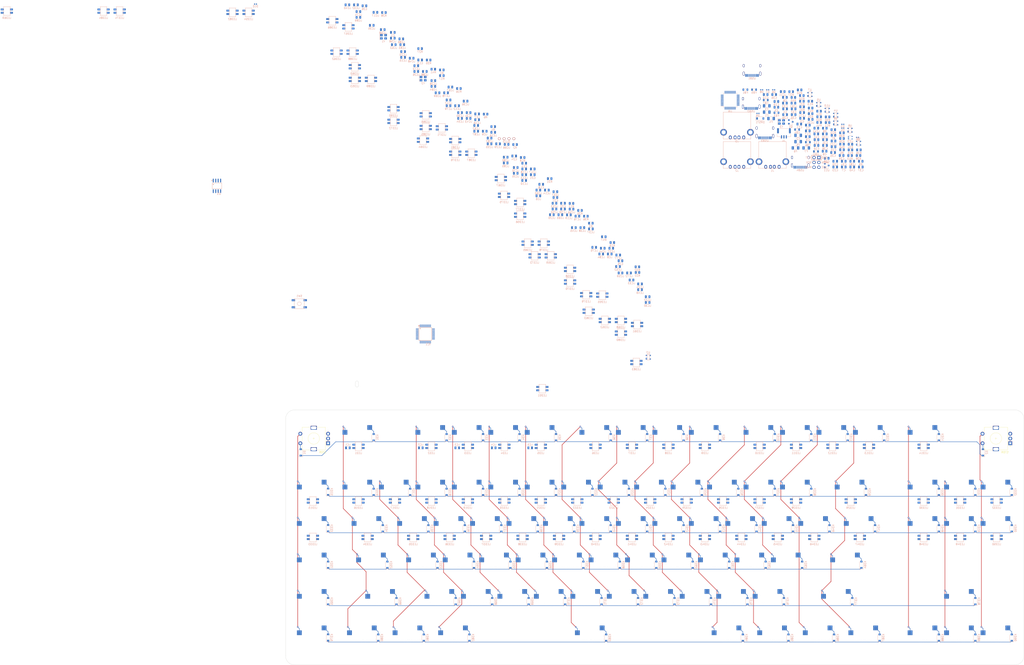
<source format=kicad_pcb>
(kicad_pcb (version 20171130) (host pcbnew "(5.1.10)-1")
  (layers (0 F.Cu signal) (31 B.Cu signal) (34 B.Paste user) (35 F.Paste user) (36 B.SilkS user) (37 F.SilkS user) (38 B.Mask user) (39 F.Mask user) (44 Edge.Cuts user))
  (net 0 "")
  (net 1 GND)
  (net 2 +5V)
  (net 3 KEYBOARD_XTAL1)
  (net 4 KEYBOARD_XTAL2)
  (net 5 XRSTJ)
  (net 6 +3V3)
  (net 7 +1V8)
  (net 8 HUB_XIN)
  (net 9 HUB_XOUT)
  (net 10 HUB_DRV)
  (net 11 "Net-(D10-Pad1)")
  (net 12 Earth)
  (net 13 KEYBOARD_RESET)
  (net 14 COL2)
  (net 15 COL1)
  (net 16 COL3)
  (net 17 "Net-(J2-Pad3)")
  (net 18 "Net-(J2-Pad2)")
  (net 19 "Net-(J3-Pad3)")
  (net 20 "Net-(J3-Pad2)")
  (net 21 "Net-(KD1-Pad2)")
  (net 22 ROW2)
  (net 23 "Net-(KD2-Pad2)")
  (net 24 ROW4)
  (net 25 "Net-(KD3-Pad2)")
  (net 26 "Net-(KD4-Pad2)")
  (net 27 "Net-(KD5-Pad2)")
  (net 28 "Net-(KD6-Pad2)")
  (net 29 ROT1_ROW)
  (net 30 "Net-(KD7-Pad2)")
  (net 31 ROW3)
  (net 32 "Net-(KD8-Pad2)")
  (net 33 ROW5)
  (net 34 "Net-(KD9-Pad2)")
  (net 35 "Net-(KD10-Pad2)")
  (net 36 "Net-(KD11-Pad2)")
  (net 37 "Net-(KD12-Pad2)")
  (net 38 "Net-(KD13-Pad2)")
  (net 39 "Net-(KD14-Pad2)")
  (net 40 "Net-(KD15-Pad2)")
  (net 41 "Net-(KD16-Pad2)")
  (net 42 "Net-(KD17-Pad2)")
  (net 43 "Net-(KD18-Pad2)")
  (net 44 "Net-(KD19-Pad2)")
  (net 45 "Net-(KD20-Pad2)")
  (net 46 "Net-(KD21-Pad2)")
  (net 47 "Net-(KD22-Pad2)")
  (net 48 "Net-(KD23-Pad2)")
  (net 49 "Net-(KD24-Pad2)")
  (net 50 "Net-(KD25-Pad2)")
  (net 51 "Net-(KD26-Pad2)")
  (net 52 "Net-(KD27-Pad2)")
  (net 53 "Net-(KD28-Pad2)")
  (net 54 "Net-(KD29-Pad2)")
  (net 55 "Net-(KD30-Pad2)")
  (net 56 "Net-(KD31-Pad2)")
  (net 57 "Net-(KD32-Pad2)")
  (net 58 "Net-(KD33-Pad2)")
  (net 59 "Net-(KD34-Pad2)")
  (net 60 "Net-(KD35-Pad2)")
  (net 61 "Net-(KD36-Pad2)")
  (net 62 "Net-(KD37-Pad2)")
  (net 63 "Net-(KD38-Pad2)")
  (net 64 "Net-(KD39-Pad2)")
  (net 65 "Net-(KD40-Pad2)")
  (net 66 "Net-(KD41-Pad2)")
  (net 67 "Net-(KD42-Pad2)")
  (net 68 "Net-(KD43-Pad2)")
  (net 69 "Net-(KD44-Pad2)")
  (net 70 "Net-(KD45-Pad2)")
  (net 71 "Net-(KD46-Pad2)")
  (net 72 "Net-(KD47-Pad2)")
  (net 73 "Net-(KD48-Pad2)")
  (net 74 "Net-(KD49-Pad2)")
  (net 75 "Net-(KD50-Pad2)")
  (net 76 "Net-(KD51-Pad2)")
  (net 77 "Net-(KD52-Pad2)")
  (net 78 "Net-(KD53-Pad2)")
  (net 79 "Net-(KD54-Pad2)")
  (net 80 "Net-(KD55-Pad2)")
  (net 81 "Net-(KD56-Pad2)")
  (net 82 "Net-(KD57-Pad2)")
  (net 83 "Net-(KD58-Pad2)")
  (net 84 "Net-(KD59-Pad2)")
  (net 85 "Net-(KD60-Pad2)")
  (net 86 "Net-(KD61-Pad2)")
  (net 87 "Net-(KD62-Pad2)")
  (net 88 "Net-(KD63-Pad2)")
  (net 89 "Net-(KD64-Pad2)")
  (net 90 "Net-(KD65-Pad2)")
  (net 91 "Net-(KD66-Pad2)")
  (net 92 "Net-(KD67-Pad2)")
  (net 93 "Net-(KD68-Pad2)")
  (net 94 "Net-(KD69-Pad2)")
  (net 95 "Net-(KD70-Pad2)")
  (net 96 "Net-(KD71-Pad2)")
  (net 97 "Net-(KD72-Pad2)")
  (net 98 "Net-(KD73-Pad2)")
  (net 99 "Net-(KD74-Pad2)")
  (net 100 "Net-(KD75-Pad2)")
  (net 101 "Net-(KD76-Pad2)")
  (net 102 "Net-(KD77-Pad2)")
  (net 103 "Net-(KD78-Pad2)")
  (net 104 "Net-(KD79-Pad2)")
  (net 105 "Net-(KD80-Pad2)")
  (net 106 "Net-(KD81-Pad2)")
  (net 107 "Net-(KD82-Pad2)")
  (net 108 "Net-(KD83-Pad2)")
  (net 109 "Net-(KD84-Pad2)")
  (net 110 "Net-(KD85-Pad2)")
  (net 111 "Net-(KD86-Pad2)")
  (net 112 "Net-(KD87-Pad2)")
  (net 113 "Net-(KD88-Pad2)")
  (net 114 "Net-(KD89-Pad2)")
  (net 115 "Net-(KD90-Pad2)")
  (net 116 "Net-(LED1-Pad2)")
  (net 117 "Net-(LED1-Pad4)")
  (net 118 DOUT1)
  (net 119 DOUT2)
  (net 120 DOUT3)
  (net 121 DOUT4)
  (net 122 DOUT5)
  (net 123 DOUT6)
  (net 124 DOUT7)
  (net 125 DOUT8)
  (net 126 "Net-(LED11-Pad4)")
  (net 127 "Net-(LED12-Pad4)")
  (net 128 "Net-(LED13-Pad4)")
  (net 129 "Net-(LED14-Pad4)")
  (net 130 "Net-(LED15-Pad4)")
  (net 131 "Net-(LED16-Pad4)")
  (net 132 "Net-(LED17-Pad4)")
  (net 133 "Net-(LED18-Pad4)")
  (net 134 "Net-(LED19-Pad4)")
  (net 135 "Net-(LED21-Pad4)")
  (net 136 "Net-(LED22-Pad4)")
  (net 137 "Net-(LED23-Pad4)")
  (net 138 "Net-(LED24-Pad4)")
  (net 139 "Net-(LED25-Pad4)")
  (net 140 "Net-(LED26-Pad4)")
  (net 141 "Net-(LED27-Pad4)")
  (net 142 "Net-(LED28-Pad4)")
  (net 143 "Net-(LED29-Pad4)")
  (net 144 "Net-(LED31-Pad4)")
  (net 145 "Net-(LED32-Pad4)")
  (net 146 "Net-(LED33-Pad4)")
  (net 147 "Net-(LED34-Pad4)")
  (net 148 "Net-(LED35-Pad4)")
  (net 149 "Net-(LED36-Pad4)")
  (net 150 "Net-(LED37-Pad4)")
  (net 151 "Net-(LED38-Pad4)")
  (net 152 "Net-(LED39-Pad4)")
  (net 153 "Net-(LED41-Pad4)")
  (net 154 "Net-(LED42-Pad4)")
  (net 155 "Net-(LED43-Pad4)")
  (net 156 "Net-(LED44-Pad4)")
  (net 157 "Net-(LED45-Pad4)")
  (net 158 "Net-(LED46-Pad4)")
  (net 159 "Net-(LED47-Pad4)")
  (net 160 "Net-(LED48-Pad4)")
  (net 161 "Net-(LED49-Pad4)")
  (net 162 "Net-(LED51-Pad4)")
  (net 163 "Net-(LED52-Pad4)")
  (net 164 "Net-(LED53-Pad4)")
  (net 165 "Net-(LED54-Pad4)")
  (net 166 "Net-(LED55-Pad4)")
  (net 167 "Net-(LED56-Pad4)")
  (net 168 "Net-(LED57-Pad4)")
  (net 169 "Net-(LED58-Pad4)")
  (net 170 "Net-(LED59-Pad4)")
  (net 171 "Net-(LED61-Pad4)")
  (net 172 "Net-(LED62-Pad4)")
  (net 173 "Net-(LED63-Pad4)")
  (net 174 "Net-(LED64-Pad4)")
  (net 175 "Net-(LED65-Pad4)")
  (net 176 "Net-(LED66-Pad4)")
  (net 177 "Net-(LED67-Pad4)")
  (net 178 "Net-(LED68-Pad4)")
  (net 179 "Net-(LED69-Pad4)")
  (net 180 "Net-(LED71-Pad4)")
  (net 181 "Net-(LED72-Pad4)")
  (net 182 "Net-(LED73-Pad4)")
  (net 183 "Net-(LED74-Pad4)")
  (net 184 "Net-(LED75-Pad4)")
  (net 185 "Net-(LED76-Pad4)")
  (net 186 "Net-(LED77-Pad4)")
  (net 187 "Net-(LED78-Pad4)")
  (net 188 "Net-(LED79-Pad4)")
  (net 189 "Net-(LED81-Pad4)")
  (net 190 "Net-(LED90-Pad4)")
  (net 191 COL0)
  (net 192 COL4)
  (net 193 COL5)
  (net 194 COL6)
  (net 195 COL7)
  (net 196 COL8)
  (net 197 KEYBOARD_SDA)
  (net 198 KEYBOARD_SCL)
  (net 199 BKL_DATA_IN)
  (net 200 ENCODER_A)
  (net 201 ENCODER_B1)
  (net 202 KEYBOARD_D+)
  (net 203 KEYBOARD_D-)
  (net 204 HUB_D+)
  (net 205 HUB_D-)
  (net 206 VBUSM)
  (net 207 HUB_LED1)
  (net 208 HUB_LED2)
  (net 209 HUB_LED3)
  (net 210 HUB_LED4)
  (net 211 HUB_LED5)
  (net 212 HUB_LED6)
  (net 213 HUB_LED7)
  (net 214 "Net-(IC1-Pad27)")
  (net 215 HUB_PORT5_D-)
  (net 216 HUB_PORT5_D+)
  (net 217 "Net-(R33-Pad1)")
  (net 218 HUB_PORT6_D-)
  (net 219 HUB_PORT6_D+)
  (net 220 HUB_PORT7_D-)
  (net 221 HUB_PORT7_D+)
  (net 222 "Net-(R37-Pad1)")
  (net 223 HUB_PORT2_D+)
  (net 224 HUB_PORT2_D-)
  (net 225 HUB_PORT3_D+)
  (net 226 HUB_PORT3_D-)
  (net 227 HUB_PORT4_D+)
  (net 228 HUB_PORT4_D-)
  (net 229 HUB_SDA)
  (net 230 "Net-(USB1-Pad3)")
  (net 231 "Net-(USB1-Pad9)")
  (net 232 "Net-(USB2-Pad3)")
  (net 233 "Net-(USB2-Pad9)")
  (net 234 "Net-(USB3-Pad3)")
  (net 235 "Net-(USB3-Pad9)")
  (net 236 "Net-(USB4-Pad3)")
  (net 237 "Net-(USB4-Pad9)")
  (net 238 BOOT0)
  (net 239 USB_XTAL1)
  (net 240 "Net-(DRST1-Pad2)")
  (net 241 "Net-(J1-Pad3)")
  (net 242 "Net-(J1-Pad2)")
  (net 243 COL17)
  (net 244 COL16)
  (net 245 EXTRA_1)
  (net 246 ROW1)
  (net 247 COL9)
  (net 248 COL10)
  (net 249 COL11)
  (net 250 COL12)
  (net 251 COL13)
  (net 252 COL14)
  (net 253 COL15)
  (net 254 "Net-(R1-Pad1)")
  (net 255 "Net-(R2-Pad1)")
  (net 256 "Net-(R3-Pad1)")
  (net 257 USB_XTAL2)
  (net 258 ENCODER_B2)
  (net 259 "Net-(R39-Pad1)")
  (net 260 BKL_DATA_IN_3V3)
  (net 261 "Net-(C22-Pad2)")
  (net 262 "Net-(C24-Pad2)")
  (net 263 "Net-(C25-Pad1)")
  (net 264 "Net-(C26-Pad2)")
  (net 265 "Net-(C27-Pad1)")
  (net 266 "Net-(C28-Pad2)")
  (net 267 "Net-(D1-Pad2)")
  (net 268 "Net-(D2-Pad2)")
  (net 269 "Net-(D3-Pad1)")
  (net 270 "Net-(D4-Pad1)")
  (net 271 "Net-(D5-Pad1)")
  (net 272 "Net-(D6-Pad1)")
  (net 273 "Net-(D7-Pad1)")
  (net 274 "Net-(D8-Pad1)")
  (net 275 "Net-(D9-Pad1)")
  (net 276 "Net-(LED2-Pad4)")
  (net 277 "Net-(LED3-Pad4)")
  (net 278 "Net-(LED4-Pad4)")
  (net 279 "Net-(LED5-Pad4)")
  (net 280 "Net-(LED6-Pad4)")
  (net 281 "Net-(LED7-Pad4)")
  (net 282 "Net-(LED8-Pad4)")
  (net 283 "Net-(LED10-Pad2)")
  (net 284 "Net-(LED82-Pad4)")
  (net 285 "Net-(LED83-Pad4)")
  (net 286 "Net-(LED84-Pad4)")
  (net 287 "Net-(LED85-Pad4)")
  (net 288 "Net-(LED86-Pad4)")
  (net 289 "Net-(LED87-Pad4)")
  (net 290 "Net-(LED88-Pad4)")
  (net 291 "Net-(LED89-Pad4)")
  (net 292 "Net-(R23-Pad1)")
  (net 293 "Net-(R24-Pad1)")
  (net 294 "Net-(R25-Pad1)")
  (net 295 "Net-(R29-Pad1)")
  (net 296 "Net-(R30-Pad1)")
  (net 297 "Net-(R38-Pad2)")
  (net 298 "Net-(R40-Pad1)")
  (net 299 "Net-(R42-Pad1)")
  (net 300 "Net-(R45-Pad1)")
  (net 301 "Net-(R46-Pad1)")
  (net 302 "Net-(IC1-Pad44)")
  (module custom-footprints:SK6812MINI (layer B.Cu) (at 190.5267 17.1573)
    (fp_text reference LED90 (at 0 3.55) (layer B.SilkS) (effects (justify mirror)))
    (fp_text value WS2812B)
    (pad 2 smd rect (at 2.4 -0.875) (size 1.6 1) (layers B.Cu B.Paste B.Mask) (net 291 "Net-(LED89-Pad4)"))
    (pad 1 smd rect (at 2.4 0.875) (size 1.6 1) (layers B.Cu B.Paste B.Mask) (net 2 +5V))
    (pad 3 smd rect (at -2.4 -0.875) (size 1.6 1) (layers B.Cu B.Paste B.Mask) (net 1 GND))
    (pad 4 smd rect (at -2.4 0.875) (size 1.6 1) (layers B.Cu B.Paste B.Mask) (net 190 "Net-(LED90-Pad4)"))
  )
  (module custom-footprints:SK6812MINI (layer B.Cu) (at 178.7467 1.8273)
    (fp_text reference LED89 (at 0 3.55) (layer B.SilkS) (effects (justify mirror)))
    (fp_text value WS2812B)
    (pad 2 smd rect (at 2.4 -0.875) (size 1.6 1) (layers B.Cu B.Paste B.Mask) (net 290 "Net-(LED88-Pad4)"))
    (pad 1 smd rect (at 2.4 0.875) (size 1.6 1) (layers B.Cu B.Paste B.Mask) (net 2 +5V))
    (pad 3 smd rect (at -2.4 -0.875) (size 1.6 1) (layers B.Cu B.Paste B.Mask) (net 1 GND))
    (pad 4 smd rect (at -2.4 0.875) (size 1.6 1) (layers B.Cu B.Paste B.Mask) (net 291 "Net-(LED89-Pad4)"))
  )
  (module custom-footprints:SK6812MINI (layer B.Cu) (at 169.1867 -12.3927)
    (fp_text reference LED88 (at 0 3.55) (layer B.SilkS) (effects (justify mirror)))
    (fp_text value WS2812B)
    (pad 2 smd rect (at 2.4 -0.875) (size 1.6 1) (layers B.Cu B.Paste B.Mask) (net 289 "Net-(LED87-Pad4)"))
    (pad 1 smd rect (at 2.4 0.875) (size 1.6 1) (layers B.Cu B.Paste B.Mask) (net 2 +5V))
    (pad 3 smd rect (at -2.4 -0.875) (size 1.6 1) (layers B.Cu B.Paste B.Mask) (net 1 GND))
    (pad 4 smd rect (at -2.4 0.875) (size 1.6 1) (layers B.Cu B.Paste B.Mask) (net 290 "Net-(LED88-Pad4)"))
  )
  (module custom-footprints:SK6812MINI (layer B.Cu) (at 231.1867 40.4373)
    (fp_text reference LED87 (at 0 3.55) (layer B.SilkS) (effects (justify mirror)))
    (fp_text value WS2812B)
    (pad 2 smd rect (at 2.4 -0.875) (size 1.6 1) (layers B.Cu B.Paste B.Mask) (net 288 "Net-(LED86-Pad4)"))
    (pad 1 smd rect (at 2.4 0.875) (size 1.6 1) (layers B.Cu B.Paste B.Mask) (net 2 +5V))
    (pad 3 smd rect (at -2.4 -0.875) (size 1.6 1) (layers B.Cu B.Paste B.Mask) (net 1 GND))
    (pad 4 smd rect (at -2.4 0.875) (size 1.6 1) (layers B.Cu B.Paste B.Mask) (net 289 "Net-(LED87-Pad4)"))
  )
  (module custom-footprints:SK6812MINI (layer B.Cu) (at 158.5467 -28.8327)
    (fp_text reference LED86 (at 0 3.55) (layer B.SilkS) (effects (justify mirror)))
    (fp_text value WS2812B)
    (pad 2 smd rect (at 2.4 -0.875) (size 1.6 1) (layers B.Cu B.Paste B.Mask) (net 287 "Net-(LED85-Pad4)"))
    (pad 1 smd rect (at 2.4 0.875) (size 1.6 1) (layers B.Cu B.Paste B.Mask) (net 2 +5V))
    (pad 3 smd rect (at -2.4 -0.875) (size 1.6 1) (layers B.Cu B.Paste B.Mask) (net 1 GND))
    (pad 4 smd rect (at -2.4 0.875) (size 1.6 1) (layers B.Cu B.Paste B.Mask) (net 288 "Net-(LED86-Pad4)"))
  )
  (module custom-footprints:SK6812MINI (layer B.Cu) (at 207.3667 26.9773)
    (fp_text reference LED85 (at 0 3.55) (layer B.SilkS) (effects (justify mirror)))
    (fp_text value WS2812B)
    (pad 2 smd rect (at 2.4 -0.875) (size 1.6 1) (layers B.Cu B.Paste B.Mask) (net 286 "Net-(LED84-Pad4)"))
    (pad 1 smd rect (at 2.4 0.875) (size 1.6 1) (layers B.Cu B.Paste B.Mask) (net 2 +5V))
    (pad 3 smd rect (at -2.4 -0.875) (size 1.6 1) (layers B.Cu B.Paste B.Mask) (net 1 GND))
    (pad 4 smd rect (at -2.4 0.875) (size 1.6 1) (layers B.Cu B.Paste B.Mask) (net 287 "Net-(LED85-Pad4)"))
  )
  (module custom-footprints:SK6812MINI (layer B.Cu) (at 39.0467 -33.8727)
    (fp_text reference LED84 (at 0 3.55) (layer B.SilkS) (effects (justify mirror)))
    (fp_text value WS2812B)
    (pad 2 smd rect (at 2.4 -0.875) (size 1.6 1) (layers B.Cu B.Paste B.Mask) (net 285 "Net-(LED83-Pad4)"))
    (pad 1 smd rect (at 2.4 0.875) (size 1.6 1) (layers B.Cu B.Paste B.Mask) (net 2 +5V))
    (pad 3 smd rect (at -2.4 -0.875) (size 1.6 1) (layers B.Cu B.Paste B.Mask) (net 1 GND))
    (pad 4 smd rect (at -2.4 0.875) (size 1.6 1) (layers B.Cu B.Paste B.Mask) (net 286 "Net-(LED84-Pad4)"))
  )
  (module custom-footprints:SK6812MINI (layer B.Cu) (at 317.4067 149.8473)
    (fp_text reference LED83 (at 0 3.55) (layer B.SilkS) (effects (justify mirror)))
    (fp_text value WS2812B)
    (pad 2 smd rect (at 2.4 -0.875) (size 1.6 1) (layers B.Cu B.Paste B.Mask) (net 284 "Net-(LED82-Pad4)"))
    (pad 1 smd rect (at 2.4 0.875) (size 1.6 1) (layers B.Cu B.Paste B.Mask) (net 2 +5V))
    (pad 3 smd rect (at -2.4 -0.875) (size 1.6 1) (layers B.Cu B.Paste B.Mask) (net 1 GND))
    (pad 4 smd rect (at -2.4 0.875) (size 1.6 1) (layers B.Cu B.Paste B.Mask) (net 285 "Net-(LED83-Pad4)"))
  )
  (module custom-footprints:SK6812MINI (layer B.Cu) (at 106.4067 -33.2327)
    (fp_text reference LED82 (at 0 3.55) (layer B.SilkS) (effects (justify mirror)))
    (fp_text value WS2812B)
    (pad 2 smd rect (at 2.4 -0.875) (size 1.6 1) (layers B.Cu B.Paste B.Mask) (net 189 "Net-(LED81-Pad4)"))
    (pad 1 smd rect (at 2.4 0.875) (size 1.6 1) (layers B.Cu B.Paste B.Mask) (net 2 +5V))
    (pad 3 smd rect (at -2.4 -0.875) (size 1.6 1) (layers B.Cu B.Paste B.Mask) (net 1 GND))
    (pad 4 smd rect (at -2.4 0.875) (size 1.6 1) (layers B.Cu B.Paste B.Mask) (net 284 "Net-(LED82-Pad4)"))
  )
  (module custom-footprints:SK6812MINI (layer B.Cu) (at 222.7667 33.8173)
    (fp_text reference LED81 (at 0 3.55) (layer B.SilkS) (effects (justify mirror)))
    (fp_text value WS2812B)
    (pad 2 smd rect (at 2.4 -0.875) (size 1.6 1) (layers B.Cu B.Paste B.Mask) (net 125 DOUT8))
    (pad 1 smd rect (at 2.4 0.875) (size 1.6 1) (layers B.Cu B.Paste B.Mask) (net 2 +5V))
    (pad 3 smd rect (at -2.4 -0.875) (size 1.6 1) (layers B.Cu B.Paste B.Mask) (net 1 GND))
    (pad 4 smd rect (at -2.4 0.875) (size 1.6 1) (layers B.Cu B.Paste B.Mask) (net 189 "Net-(LED81-Pad4)"))
  )
  (module custom-footprints:SK6812MINI (layer B.Cu) (at 309.3367 134.4773)
    (fp_text reference LED80 (at 0 3.55) (layer B.SilkS) (effects (justify mirror)))
    (fp_text value WS2812B)
    (pad 2 smd rect (at 2.4 -0.875) (size 1.6 1) (layers B.Cu B.Paste B.Mask) (net 188 "Net-(LED79-Pad4)"))
    (pad 1 smd rect (at 2.4 0.875) (size 1.6 1) (layers B.Cu B.Paste B.Mask) (net 2 +5V))
    (pad 3 smd rect (at -2.4 -0.875) (size 1.6 1) (layers B.Cu B.Paste B.Mask) (net 1 GND))
    (pad 4 smd rect (at -2.4 0.875) (size 1.6 1) (layers B.Cu B.Paste B.Mask) (net 125 DOUT8))
  )
  (module custom-footprints:SK6812MINI (layer B.Cu) (at 291.1767 114.3973)
    (fp_text reference LED79 (at 0 3.55) (layer B.SilkS) (effects (justify mirror)))
    (fp_text value WS2812B)
    (pad 2 smd rect (at 2.4 -0.875) (size 1.6 1) (layers B.Cu B.Paste B.Mask) (net 187 "Net-(LED78-Pad4)"))
    (pad 1 smd rect (at 2.4 0.875) (size 1.6 1) (layers B.Cu B.Paste B.Mask) (net 2 +5V))
    (pad 3 smd rect (at -2.4 -0.875) (size 1.6 1) (layers B.Cu B.Paste B.Mask) (net 1 GND))
    (pad 4 smd rect (at -2.4 0.875) (size 1.6 1) (layers B.Cu B.Paste B.Mask) (net 188 "Net-(LED79-Pad4)"))
  )
  (module custom-footprints:SK6812MINI (layer B.Cu) (at 269.0267 87.4573)
    (fp_text reference LED78 (at 0 3.55) (layer B.SilkS) (effects (justify mirror)))
    (fp_text value WS2812B)
    (pad 2 smd rect (at 2.4 -0.875) (size 1.6 1) (layers B.Cu B.Paste B.Mask) (net 186 "Net-(LED77-Pad4)"))
    (pad 1 smd rect (at 2.4 0.875) (size 1.6 1) (layers B.Cu B.Paste B.Mask) (net 2 +5V))
    (pad 3 smd rect (at -2.4 -0.875) (size 1.6 1) (layers B.Cu B.Paste B.Mask) (net 1 GND))
    (pad 4 smd rect (at -2.4 0.875) (size 1.6 1) (layers B.Cu B.Paste B.Mask) (net 187 "Net-(LED78-Pad4)"))
  )
  (module custom-footprints:SK6812MINI (layer B.Cu) (at 256.6867 66.1873)
    (fp_text reference LED77 (at 0 3.55) (layer B.SilkS) (effects (justify mirror)))
    (fp_text value WS2812B)
    (pad 2 smd rect (at 2.4 -0.875) (size 1.6 1) (layers B.Cu B.Paste B.Mask) (net 185 "Net-(LED76-Pad4)"))
    (pad 1 smd rect (at 2.4 0.875) (size 1.6 1) (layers B.Cu B.Paste B.Mask) (net 2 +5V))
    (pad 3 smd rect (at -2.4 -0.875) (size 1.6 1) (layers B.Cu B.Paste B.Mask) (net 1 GND))
    (pad 4 smd rect (at -2.4 0.875) (size 1.6 1) (layers B.Cu B.Paste B.Mask) (net 186 "Net-(LED77-Pad4)"))
  )
  (module custom-footprints:SK6812MINI (layer B.Cu) (at 222.7667 40.4373)
    (fp_text reference LED76 (at 0 3.55) (layer B.SilkS) (effects (justify mirror)))
    (fp_text value WS2812B)
    (pad 2 smd rect (at 2.4 -0.875) (size 1.6 1) (layers B.Cu B.Paste B.Mask) (net 184 "Net-(LED75-Pad4)"))
    (pad 1 smd rect (at 2.4 0.875) (size 1.6 1) (layers B.Cu B.Paste B.Mask) (net 2 +5V))
    (pad 3 smd rect (at -2.4 -0.875) (size 1.6 1) (layers B.Cu B.Paste B.Mask) (net 1 GND))
    (pad 4 smd rect (at -2.4 0.875) (size 1.6 1) (layers B.Cu B.Paste B.Mask) (net 185 "Net-(LED76-Pad4)"))
  )
  (module custom-footprints:SK6812MINI (layer B.Cu) (at 248.2667 62.4273)
    (fp_text reference LED75 (at 0 3.55) (layer B.SilkS) (effects (justify mirror)))
    (fp_text value WS2812B)
    (pad 2 smd rect (at 2.4 -0.875) (size 1.6 1) (layers B.Cu B.Paste B.Mask) (net 183 "Net-(LED74-Pad4)"))
    (pad 1 smd rect (at 2.4 0.875) (size 1.6 1) (layers B.Cu B.Paste B.Mask) (net 2 +5V))
    (pad 3 smd rect (at -2.4 -0.875) (size 1.6 1) (layers B.Cu B.Paste B.Mask) (net 1 GND))
    (pad 4 smd rect (at -2.4 0.875) (size 1.6 1) (layers B.Cu B.Paste B.Mask) (net 184 "Net-(LED75-Pad4)"))
  )
  (module custom-footprints:SK6812MINI (layer B.Cu) (at 47.4667 -33.8727)
    (fp_text reference LED74 (at 0 3.55) (layer B.SilkS) (effects (justify mirror)))
    (fp_text value WS2812B)
    (pad 2 smd rect (at 2.4 -0.875) (size 1.6 1) (layers B.Cu B.Paste B.Mask) (net 182 "Net-(LED73-Pad4)"))
    (pad 1 smd rect (at 2.4 0.875) (size 1.6 1) (layers B.Cu B.Paste B.Mask) (net 2 +5V))
    (pad 3 smd rect (at -2.4 -0.875) (size 1.6 1) (layers B.Cu B.Paste B.Mask) (net 1 GND))
    (pad 4 smd rect (at -2.4 0.875) (size 1.6 1) (layers B.Cu B.Paste B.Mask) (net 183 "Net-(LED74-Pad4)"))
  )
  (module custom-footprints:SK6812MINI (layer B.Cu) (at 264.2567 94.0773)
    (fp_text reference LED73 (at 0 3.55) (layer B.SilkS) (effects (justify mirror)))
    (fp_text value WS2812B)
    (pad 2 smd rect (at 2.4 -0.875) (size 1.6 1) (layers B.Cu B.Paste B.Mask) (net 181 "Net-(LED72-Pad4)"))
    (pad 1 smd rect (at 2.4 0.875) (size 1.6 1) (layers B.Cu B.Paste B.Mask) (net 2 +5V))
    (pad 3 smd rect (at -2.4 -0.875) (size 1.6 1) (layers B.Cu B.Paste B.Mask) (net 1 GND))
    (pad 4 smd rect (at -2.4 0.875) (size 1.6 1) (layers B.Cu B.Paste B.Mask) (net 182 "Net-(LED73-Pad4)"))
  )
  (module custom-footprints:SK6812MINI (layer B.Cu) (at 190.5267 23.7773)
    (fp_text reference LED72 (at 0 3.55) (layer B.SilkS) (effects (justify mirror)))
    (fp_text value WS2812B)
    (pad 2 smd rect (at 2.4 -0.875) (size 1.6 1) (layers B.Cu B.Paste B.Mask) (net 180 "Net-(LED71-Pad4)"))
    (pad 1 smd rect (at 2.4 0.875) (size 1.6 1) (layers B.Cu B.Paste B.Mask) (net 2 +5V))
    (pad 3 smd rect (at -2.4 -0.875) (size 1.6 1) (layers B.Cu B.Paste B.Mask) (net 1 GND))
    (pad 4 smd rect (at -2.4 0.875) (size 1.6 1) (layers B.Cu B.Paste B.Mask) (net 181 "Net-(LED72-Pad4)"))
  )
  (module custom-footprints:SK6812MINI (layer B.Cu) (at 215.7867 27.1973)
    (fp_text reference LED71 (at 0 3.55) (layer B.SilkS) (effects (justify mirror)))
    (fp_text value WS2812B)
    (pad 2 smd rect (at 2.4 -0.875) (size 1.6 1) (layers B.Cu B.Paste B.Mask) (net 124 DOUT7))
    (pad 1 smd rect (at 2.4 0.875) (size 1.6 1) (layers B.Cu B.Paste B.Mask) (net 2 +5V))
    (pad 3 smd rect (at -2.4 -0.875) (size 1.6 1) (layers B.Cu B.Paste B.Mask) (net 1 GND))
    (pad 4 smd rect (at -2.4 0.875) (size 1.6 1) (layers B.Cu B.Paste B.Mask) (net 180 "Net-(LED71-Pad4)"))
  )
  (module custom-footprints:SK6812MINI (layer B.Cu) (at 282.7567 107.7773)
    (fp_text reference LED70 (at 0 3.55) (layer B.SilkS) (effects (justify mirror)))
    (fp_text value WS2812B)
    (pad 2 smd rect (at 2.4 -0.875) (size 1.6 1) (layers B.Cu B.Paste B.Mask) (net 179 "Net-(LED69-Pad4)"))
    (pad 1 smd rect (at 2.4 0.875) (size 1.6 1) (layers B.Cu B.Paste B.Mask) (net 2 +5V))
    (pad 3 smd rect (at -2.4 -0.875) (size 1.6 1) (layers B.Cu B.Paste B.Mask) (net 1 GND))
    (pad 4 smd rect (at -2.4 0.875) (size 1.6 1) (layers B.Cu B.Paste B.Mask) (net 124 DOUT7))
  )
  (module custom-footprints:SK6812MINI (layer B.Cu) (at -11.4733 -33.8727)
    (fp_text reference LED69 (at 0 3.55) (layer B.SilkS) (effects (justify mirror)))
    (fp_text value WS2812B)
    (pad 2 smd rect (at 2.4 -0.875) (size 1.6 1) (layers B.Cu B.Paste B.Mask) (net 178 "Net-(LED68-Pad4)"))
    (pad 1 smd rect (at 2.4 0.875) (size 1.6 1) (layers B.Cu B.Paste B.Mask) (net 2 +5V))
    (pad 3 smd rect (at -2.4 -0.875) (size 1.6 1) (layers B.Cu B.Paste B.Mask) (net 1 GND))
    (pad 4 smd rect (at -2.4 0.875) (size 1.6 1) (layers B.Cu B.Paste B.Mask) (net 179 "Net-(LED69-Pad4)"))
  )
  (module custom-footprints:SK6812MINI (layer B.Cu) (at 309.3367 127.8573)
    (fp_text reference LED68 (at 0 3.55) (layer B.SilkS) (effects (justify mirror)))
    (fp_text value WS2812B)
    (pad 2 smd rect (at 2.4 -0.875) (size 1.6 1) (layers B.Cu B.Paste B.Mask) (net 177 "Net-(LED67-Pad4)"))
    (pad 1 smd rect (at 2.4 0.875) (size 1.6 1) (layers B.Cu B.Paste B.Mask) (net 2 +5V))
    (pad 3 smd rect (at -2.4 -0.875) (size 1.6 1) (layers B.Cu B.Paste B.Mask) (net 1 GND))
    (pad 4 smd rect (at -2.4 0.875) (size 1.6 1) (layers B.Cu B.Paste B.Mask) (net 178 "Net-(LED68-Pad4)"))
  )
  (module custom-footprints:SK6812MINI (layer B.Cu) (at 246.6067 53.6773)
    (fp_text reference LED67 (at 0 3.55) (layer B.SilkS) (effects (justify mirror)))
    (fp_text value WS2812B)
    (pad 2 smd rect (at 2.4 -0.875) (size 1.6 1) (layers B.Cu B.Paste B.Mask) (net 176 "Net-(LED66-Pad4)"))
    (pad 1 smd rect (at 2.4 0.875) (size 1.6 1) (layers B.Cu B.Paste B.Mask) (net 2 +5V))
    (pad 3 smd rect (at -2.4 -0.875) (size 1.6 1) (layers B.Cu B.Paste B.Mask) (net 1 GND))
    (pad 4 smd rect (at -2.4 0.875) (size 1.6 1) (layers B.Cu B.Paste B.Mask) (net 177 "Net-(LED67-Pad4)"))
  )
  (module custom-footprints:SK6812MINI (layer B.Cu) (at 207.3667 20.3573)
    (fp_text reference LED66 (at 0 3.55) (layer B.SilkS) (effects (justify mirror)))
    (fp_text value WS2812B)
    (pad 2 smd rect (at 2.4 -0.875) (size 1.6 1) (layers B.Cu B.Paste B.Mask) (net 175 "Net-(LED65-Pad4)"))
    (pad 1 smd rect (at 2.4 0.875) (size 1.6 1) (layers B.Cu B.Paste B.Mask) (net 2 +5V))
    (pad 3 smd rect (at -2.4 -0.875) (size 1.6 1) (layers B.Cu B.Paste B.Mask) (net 1 GND))
    (pad 4 smd rect (at -2.4 0.875) (size 1.6 1) (layers B.Cu B.Paste B.Mask) (net 176 "Net-(LED66-Pad4)"))
  )
  (module custom-footprints:SK6812MINI (layer B.Cu) (at 260.6067 87.4573)
    (fp_text reference LED65 (at 0 3.55) (layer B.SilkS) (effects (justify mirror)))
    (fp_text value WS2812B)
    (pad 2 smd rect (at 2.4 -0.875) (size 1.6 1) (layers B.Cu B.Paste B.Mask) (net 174 "Net-(LED64-Pad4)"))
    (pad 1 smd rect (at 2.4 0.875) (size 1.6 1) (layers B.Cu B.Paste B.Mask) (net 2 +5V))
    (pad 3 smd rect (at -2.4 -0.875) (size 1.6 1) (layers B.Cu B.Paste B.Mask) (net 1 GND))
    (pad 4 smd rect (at -2.4 0.875) (size 1.6 1) (layers B.Cu B.Paste B.Mask) (net 175 "Net-(LED65-Pad4)"))
  )
  (module custom-footprints:SK6812MINI (layer B.Cu) (at 205.9267 33.5973)
    (fp_text reference LED64 (at 0 3.55) (layer B.SilkS) (effects (justify mirror)))
    (fp_text value WS2812B)
    (pad 2 smd rect (at 2.4 -0.875) (size 1.6 1) (layers B.Cu B.Paste B.Mask) (net 173 "Net-(LED63-Pad4)"))
    (pad 1 smd rect (at 2.4 0.875) (size 1.6 1) (layers B.Cu B.Paste B.Mask) (net 2 +5V))
    (pad 3 smd rect (at -2.4 -0.875) (size 1.6 1) (layers B.Cu B.Paste B.Mask) (net 1 GND))
    (pad 4 smd rect (at -2.4 0.875) (size 1.6 1) (layers B.Cu B.Paste B.Mask) (net 174 "Net-(LED64-Pad4)"))
  )
  (module custom-footprints:SK6812MINI (layer B.Cu) (at 292.4967 123.0273)
    (fp_text reference LED63 (at 0 3.55) (layer B.SilkS) (effects (justify mirror)))
    (fp_text value WS2812B)
    (pad 2 smd rect (at 2.4 -0.875) (size 1.6 1) (layers B.Cu B.Paste B.Mask) (net 172 "Net-(LED62-Pad4)"))
    (pad 1 smd rect (at 2.4 0.875) (size 1.6 1) (layers B.Cu B.Paste B.Mask) (net 2 +5V))
    (pad 3 smd rect (at -2.4 -0.875) (size 1.6 1) (layers B.Cu B.Paste B.Mask) (net 1 GND))
    (pad 4 smd rect (at -2.4 0.875) (size 1.6 1) (layers B.Cu B.Paste B.Mask) (net 173 "Net-(LED63-Pad4)"))
  )
  (module custom-footprints:SK6812MINI (layer B.Cu) (at 160.7667 -12.3927)
    (fp_text reference LED62 (at 0 3.55) (layer B.SilkS) (effects (justify mirror)))
    (fp_text value WS2812B)
    (pad 2 smd rect (at 2.4 -0.875) (size 1.6 1) (layers B.Cu B.Paste B.Mask) (net 171 "Net-(LED61-Pad4)"))
    (pad 1 smd rect (at 2.4 0.875) (size 1.6 1) (layers B.Cu B.Paste B.Mask) (net 2 +5V))
    (pad 3 smd rect (at -2.4 -0.875) (size 1.6 1) (layers B.Cu B.Paste B.Mask) (net 1 GND))
    (pad 4 smd rect (at -2.4 0.875) (size 1.6 1) (layers B.Cu B.Paste B.Mask) (net 172 "Net-(LED62-Pad4)"))
  )
  (module custom-footprints:SK6812MINI (layer B.Cu) (at 317.7567 129.9873)
    (fp_text reference LED61 (at 0 3.55) (layer B.SilkS) (effects (justify mirror)))
    (fp_text value WS2812B)
    (pad 2 smd rect (at 2.4 -0.875) (size 1.6 1) (layers B.Cu B.Paste B.Mask) (net 123 DOUT6))
    (pad 1 smd rect (at 2.4 0.875) (size 1.6 1) (layers B.Cu B.Paste B.Mask) (net 2 +5V))
    (pad 3 smd rect (at -2.4 -0.875) (size 1.6 1) (layers B.Cu B.Paste B.Mask) (net 1 GND))
    (pad 4 smd rect (at -2.4 0.875) (size 1.6 1) (layers B.Cu B.Paste B.Mask) (net 171 "Net-(LED61-Pad4)"))
  )
  (module custom-footprints:SK6812MINI (layer B.Cu) (at 170.3267 -4.7927)
    (fp_text reference LED60 (at 0 3.55) (layer B.SilkS) (effects (justify mirror)))
    (fp_text value WS2812B)
    (pad 2 smd rect (at 2.4 -0.875) (size 1.6 1) (layers B.Cu B.Paste B.Mask) (net 170 "Net-(LED59-Pad4)"))
    (pad 1 smd rect (at 2.4 0.875) (size 1.6 1) (layers B.Cu B.Paste B.Mask) (net 2 +5V))
    (pad 3 smd rect (at -2.4 -0.875) (size 1.6 1) (layers B.Cu B.Paste B.Mask) (net 1 GND))
    (pad 4 smd rect (at -2.4 0.875) (size 1.6 1) (layers B.Cu B.Paste B.Mask) (net 123 DOUT6))
  )
  (module custom-footprints:SK6812MINI (layer B.Cu) (at 272.6767 94.0773)
    (fp_text reference LED59 (at 0 3.55) (layer B.SilkS) (effects (justify mirror)))
    (fp_text value WS2812B)
    (pad 2 smd rect (at 2.4 -0.875) (size 1.6 1) (layers B.Cu B.Paste B.Mask) (net 169 "Net-(LED58-Pad4)"))
    (pad 1 smd rect (at 2.4 0.875) (size 1.6 1) (layers B.Cu B.Paste B.Mask) (net 2 +5V))
    (pad 3 smd rect (at -2.4 -0.875) (size 1.6 1) (layers B.Cu B.Paste B.Mask) (net 1 GND))
    (pad 4 smd rect (at -2.4 0.875) (size 1.6 1) (layers B.Cu B.Paste B.Mask) (net 170 "Net-(LED59-Pad4)"))
  )
  (module custom-footprints:SK6812MINI (layer B.Cu) (at 282.7567 101.1573)
    (fp_text reference LED58 (at 0 3.55) (layer B.SilkS) (effects (justify mirror)))
    (fp_text value WS2812B)
    (pad 2 smd rect (at 2.4 -0.875) (size 1.6 1) (layers B.Cu B.Paste B.Mask) (net 168 "Net-(LED57-Pad4)"))
    (pad 1 smd rect (at 2.4 0.875) (size 1.6 1) (layers B.Cu B.Paste B.Mask) (net 2 +5V))
    (pad 3 smd rect (at -2.4 -0.875) (size 1.6 1) (layers B.Cu B.Paste B.Mask) (net 1 GND))
    (pad 4 smd rect (at -2.4 0.875) (size 1.6 1) (layers B.Cu B.Paste B.Mask) (net 169 "Net-(LED58-Pad4)"))
  )
  (module custom-footprints:SK6812MINI (layer B.Cu) (at 166.9667 -25.6327)
    (fp_text reference LED57 (at 0 3.55) (layer B.SilkS) (effects (justify mirror)))
    (fp_text value WS2812B)
    (pad 2 smd rect (at 2.4 -0.875) (size 1.6 1) (layers B.Cu B.Paste B.Mask) (net 167 "Net-(LED56-Pad4)"))
    (pad 1 smd rect (at 2.4 0.875) (size 1.6 1) (layers B.Cu B.Paste B.Mask) (net 2 +5V))
    (pad 3 smd rect (at -2.4 -0.875) (size 1.6 1) (layers B.Cu B.Paste B.Mask) (net 1 GND))
    (pad 4 smd rect (at -2.4 0.875) (size 1.6 1) (layers B.Cu B.Paste B.Mask) (net 168 "Net-(LED57-Pad4)"))
  )
  (module custom-footprints:SK6812MINI (layer B.Cu) (at 256.6867 72.8073)
    (fp_text reference LED56 (at 0 3.55) (layer B.SilkS) (effects (justify mirror)))
    (fp_text value WS2812B)
    (pad 2 smd rect (at 2.4 -0.875) (size 1.6 1) (layers B.Cu B.Paste B.Mask) (net 166 "Net-(LED55-Pad4)"))
    (pad 1 smd rect (at 2.4 0.875) (size 1.6 1) (layers B.Cu B.Paste B.Mask) (net 2 +5V))
    (pad 3 smd rect (at -2.4 -0.875) (size 1.6 1) (layers B.Cu B.Paste B.Mask) (net 1 GND))
    (pad 4 smd rect (at -2.4 0.875) (size 1.6 1) (layers B.Cu B.Paste B.Mask) (net 167 "Net-(LED56-Pad4)"))
  )
  (module custom-footprints:SK6812MINI (layer B.Cu) (at 299.5967 114.6173)
    (fp_text reference LED55 (at 0 3.55) (layer B.SilkS) (effects (justify mirror)))
    (fp_text value WS2812B)
    (pad 2 smd rect (at 2.4 -0.875) (size 1.6 1) (layers B.Cu B.Paste B.Mask) (net 165 "Net-(LED54-Pad4)"))
    (pad 1 smd rect (at 2.4 0.875) (size 1.6 1) (layers B.Cu B.Paste B.Mask) (net 2 +5V))
    (pad 3 smd rect (at -2.4 -0.875) (size 1.6 1) (layers B.Cu B.Paste B.Mask) (net 1 GND))
    (pad 4 smd rect (at -2.4 0.875) (size 1.6 1) (layers B.Cu B.Paste B.Mask) (net 166 "Net-(LED55-Pad4)"))
  )
  (module custom-footprints:SK6812MINI (layer B.Cu) (at 114.8267 -33.2327)
    (fp_text reference LED54 (at 0 3.55) (layer B.SilkS) (effects (justify mirror)))
    (fp_text value WS2812B)
    (pad 2 smd rect (at 2.4 -0.875) (size 1.6 1) (layers B.Cu B.Paste B.Mask) (net 164 "Net-(LED53-Pad4)"))
    (pad 1 smd rect (at 2.4 0.875) (size 1.6 1) (layers B.Cu B.Paste B.Mask) (net 2 +5V))
    (pad 3 smd rect (at -2.4 -0.875) (size 1.6 1) (layers B.Cu B.Paste B.Mask) (net 1 GND))
    (pad 4 smd rect (at -2.4 0.875) (size 1.6 1) (layers B.Cu B.Paste B.Mask) (net 165 "Net-(LED54-Pad4)"))
  )
  (module custom-footprints:SK6812MINI (layer B.Cu) (at 170.3267 1.8273)
    (fp_text reference LED53 (at 0 3.55) (layer B.SilkS) (effects (justify mirror)))
    (fp_text value WS2812B)
    (pad 2 smd rect (at 2.4 -0.875) (size 1.6 1) (layers B.Cu B.Paste B.Mask) (net 163 "Net-(LED52-Pad4)"))
    (pad 1 smd rect (at 2.4 0.875) (size 1.6 1) (layers B.Cu B.Paste B.Mask) (net 2 +5V))
    (pad 3 smd rect (at -2.4 -0.875) (size 1.6 1) (layers B.Cu B.Paste B.Mask) (net 1 GND))
    (pad 4 smd rect (at -2.4 0.875) (size 1.6 1) (layers B.Cu B.Paste B.Mask) (net 164 "Net-(LED53-Pad4)"))
  )
  (module custom-footprints:SK6812MINI (layer B.Cu) (at 300.9167 127.8573)
    (fp_text reference LED52 (at 0 3.55) (layer B.SilkS) (effects (justify mirror)))
    (fp_text value WS2812B)
    (pad 2 smd rect (at 2.4 -0.875) (size 1.6 1) (layers B.Cu B.Paste B.Mask) (net 162 "Net-(LED51-Pad4)"))
    (pad 1 smd rect (at 2.4 0.875) (size 1.6 1) (layers B.Cu B.Paste B.Mask) (net 2 +5V))
    (pad 3 smd rect (at -2.4 -0.875) (size 1.6 1) (layers B.Cu B.Paste B.Mask) (net 1 GND))
    (pad 4 smd rect (at -2.4 0.875) (size 1.6 1) (layers B.Cu B.Paste B.Mask) (net 163 "Net-(LED52-Pad4)"))
  )
  (module custom-footprints:SK6812MINI (layer B.Cu) (at 268.2706 163.5022)
    (fp_text reference LED51 (at 0 3.55) (layer B.SilkS) (effects (justify mirror)))
    (fp_text value WS2812B)
    (pad 2 smd rect (at 2.4 -0.875) (size 1.6 1) (layers B.Cu B.Paste B.Mask) (net 122 DOUT5))
    (pad 1 smd rect (at 2.4 0.875) (size 1.6 1) (layers B.Cu B.Paste B.Mask) (net 2 +5V))
    (pad 3 smd rect (at -2.4 -0.875) (size 1.6 1) (layers B.Cu B.Paste B.Mask) (net 1 GND))
    (pad 4 smd rect (at -2.4 0.875) (size 1.6 1) (layers B.Cu B.Paste B.Mask) (net 162 "Net-(LED51-Pad4)"))
  )
  (module custom-footprints:SK6812MINI (layer B.Cu) (at 505.5869 241.2848)
    (fp_text reference LED50 (at 0 3.55) (layer B.SilkS) (effects (justify mirror)))
    (fp_text value WS2812B)
    (pad 2 smd rect (at 2.4 -0.875) (size 1.6 1) (layers B.Cu B.Paste B.Mask) (net 161 "Net-(LED49-Pad4)"))
    (pad 1 smd rect (at 2.4 0.875) (size 1.6 1) (layers B.Cu B.Paste B.Mask) (net 2 +5V))
    (pad 3 smd rect (at -2.4 -0.875) (size 1.6 1) (layers B.Cu B.Paste B.Mask) (net 1 GND))
    (pad 4 smd rect (at -2.4 0.875) (size 1.6 1) (layers B.Cu B.Paste B.Mask) (net 122 DOUT5))
  )
  (module custom-footprints:SK6812MINI (layer B.Cu) (at 486.5381 241.2848)
    (fp_text reference LED49 (at 0 3.55) (layer B.SilkS) (effects (justify mirror)))
    (fp_text value WS2812B)
    (pad 2 smd rect (at 2.4 -0.875) (size 1.6 1) (layers B.Cu B.Paste B.Mask) (net 160 "Net-(LED48-Pad4)"))
    (pad 1 smd rect (at 2.4 0.875) (size 1.6 1) (layers B.Cu B.Paste B.Mask) (net 2 +5V))
    (pad 3 smd rect (at -2.4 -0.875) (size 1.6 1) (layers B.Cu B.Paste B.Mask) (net 1 GND))
    (pad 4 smd rect (at -2.4 0.875) (size 1.6 1) (layers B.Cu B.Paste B.Mask) (net 161 "Net-(LED49-Pad4)"))
  )
  (module custom-footprints:SK6812MINI (layer B.Cu) (at 467.4893 241.2848)
    (fp_text reference LED48 (at 0 3.55) (layer B.SilkS) (effects (justify mirror)))
    (fp_text value WS2812B)
    (pad 2 smd rect (at 2.4 -0.875) (size 1.6 1) (layers B.Cu B.Paste B.Mask) (net 159 "Net-(LED47-Pad4)"))
    (pad 1 smd rect (at 2.4 0.875) (size 1.6 1) (layers B.Cu B.Paste B.Mask) (net 2 +5V))
    (pad 3 smd rect (at -2.4 -0.875) (size 1.6 1) (layers B.Cu B.Paste B.Mask) (net 1 GND))
    (pad 4 smd rect (at -2.4 0.875) (size 1.6 1) (layers B.Cu B.Paste B.Mask) (net 160 "Net-(LED48-Pad4)"))
  )
  (module custom-footprints:SK6812MINI (layer B.Cu) (at 434.1539 241.2848)
    (fp_text reference LED47 (at 0 3.55) (layer B.SilkS) (effects (justify mirror)))
    (fp_text value WS2812B)
    (pad 2 smd rect (at 2.4 -0.875) (size 1.6 1) (layers B.Cu B.Paste B.Mask) (net 158 "Net-(LED46-Pad4)"))
    (pad 1 smd rect (at 2.4 0.875) (size 1.6 1) (layers B.Cu B.Paste B.Mask) (net 2 +5V))
    (pad 3 smd rect (at -2.4 -0.875) (size 1.6 1) (layers B.Cu B.Paste B.Mask) (net 1 GND))
    (pad 4 smd rect (at -2.4 0.875) (size 1.6 1) (layers B.Cu B.Paste B.Mask) (net 159 "Net-(LED47-Pad4)"))
  )
  (module custom-footprints:SK6812MINI (layer B.Cu) (at 410.3429 241.2848)
    (fp_text reference LED46 (at 0 3.55) (layer B.SilkS) (effects (justify mirror)))
    (fp_text value WS2812B)
    (pad 2 smd rect (at 2.4 -0.875) (size 1.6 1) (layers B.Cu B.Paste B.Mask) (net 157 "Net-(LED45-Pad4)"))
    (pad 1 smd rect (at 2.4 0.875) (size 1.6 1) (layers B.Cu B.Paste B.Mask) (net 2 +5V))
    (pad 3 smd rect (at -2.4 -0.875) (size 1.6 1) (layers B.Cu B.Paste B.Mask) (net 1 GND))
    (pad 4 smd rect (at -2.4 0.875) (size 1.6 1) (layers B.Cu B.Paste B.Mask) (net 158 "Net-(LED46-Pad4)"))
  )
  (module custom-footprints:SK6812MINI (layer B.Cu) (at 391.2941 241.2848)
    (fp_text reference LED45 (at 0 3.55) (layer B.SilkS) (effects (justify mirror)))
    (fp_text value WS2812B)
    (pad 2 smd rect (at 2.4 -0.875) (size 1.6 1) (layers B.Cu B.Paste B.Mask) (net 156 "Net-(LED44-Pad4)"))
    (pad 1 smd rect (at 2.4 0.875) (size 1.6 1) (layers B.Cu B.Paste B.Mask) (net 2 +5V))
    (pad 3 smd rect (at -2.4 -0.875) (size 1.6 1) (layers B.Cu B.Paste B.Mask) (net 1 GND))
    (pad 4 smd rect (at -2.4 0.875) (size 1.6 1) (layers B.Cu B.Paste B.Mask) (net 157 "Net-(LED45-Pad4)"))
  )
  (module custom-footprints:SK6812MINI (layer B.Cu) (at 372.2453 241.2848)
    (fp_text reference LED44 (at 0 3.55) (layer B.SilkS) (effects (justify mirror)))
    (fp_text value WS2812B)
    (pad 2 smd rect (at 2.4 -0.875) (size 1.6 1) (layers B.Cu B.Paste B.Mask) (net 155 "Net-(LED43-Pad4)"))
    (pad 1 smd rect (at 2.4 0.875) (size 1.6 1) (layers B.Cu B.Paste B.Mask) (net 2 +5V))
    (pad 3 smd rect (at -2.4 -0.875) (size 1.6 1) (layers B.Cu B.Paste B.Mask) (net 1 GND))
    (pad 4 smd rect (at -2.4 0.875) (size 1.6 1) (layers B.Cu B.Paste B.Mask) (net 156 "Net-(LED44-Pad4)"))
  )
  (module custom-footprints:SK6812MINI (layer B.Cu) (at 353.1965 241.2848)
    (fp_text reference LED43 (at 0 3.55) (layer B.SilkS) (effects (justify mirror)))
    (fp_text value WS2812B)
    (pad 2 smd rect (at 2.4 -0.875) (size 1.6 1) (layers B.Cu B.Paste B.Mask) (net 154 "Net-(LED42-Pad4)"))
    (pad 1 smd rect (at 2.4 0.875) (size 1.6 1) (layers B.Cu B.Paste B.Mask) (net 2 +5V))
    (pad 3 smd rect (at -2.4 -0.875) (size 1.6 1) (layers B.Cu B.Paste B.Mask) (net 1 GND))
    (pad 4 smd rect (at -2.4 0.875) (size 1.6 1) (layers B.Cu B.Paste B.Mask) (net 155 "Net-(LED43-Pad4)"))
  )
  (module custom-footprints:SK6812MINI (layer B.Cu) (at 334.1477 241.2848)
    (fp_text reference LED42 (at 0 3.55) (layer B.SilkS) (effects (justify mirror)))
    (fp_text value WS2812B)
    (pad 2 smd rect (at 2.4 -0.875) (size 1.6 1) (layers B.Cu B.Paste B.Mask) (net 153 "Net-(LED41-Pad4)"))
    (pad 1 smd rect (at 2.4 0.875) (size 1.6 1) (layers B.Cu B.Paste B.Mask) (net 2 +5V))
    (pad 3 smd rect (at -2.4 -0.875) (size 1.6 1) (layers B.Cu B.Paste B.Mask) (net 1 GND))
    (pad 4 smd rect (at -2.4 0.875) (size 1.6 1) (layers B.Cu B.Paste B.Mask) (net 154 "Net-(LED42-Pad4)"))
  )
  (module custom-footprints:SK6812MINI (layer B.Cu) (at 315.0989 241.2848)
    (fp_text reference LED41 (at 0 3.55) (layer B.SilkS) (effects (justify mirror)))
    (fp_text value WS2812B)
    (pad 2 smd rect (at 2.4 -0.875) (size 1.6 1) (layers B.Cu B.Paste B.Mask) (net 121 DOUT4))
    (pad 1 smd rect (at 2.4 0.875) (size 1.6 1) (layers B.Cu B.Paste B.Mask) (net 2 +5V))
    (pad 3 smd rect (at -2.4 -0.875) (size 1.6 1) (layers B.Cu B.Paste B.Mask) (net 1 GND))
    (pad 4 smd rect (at -2.4 0.875) (size 1.6 1) (layers B.Cu B.Paste B.Mask) (net 153 "Net-(LED41-Pad4)"))
  )
  (module custom-footprints:SK6812MINI (layer B.Cu) (at 296.0501 241.2848)
    (fp_text reference LED40 (at 0 3.55) (layer B.SilkS) (effects (justify mirror)))
    (fp_text value WS2812B)
    (pad 2 smd rect (at 2.4 -0.875) (size 1.6 1) (layers B.Cu B.Paste B.Mask) (net 152 "Net-(LED39-Pad4)"))
    (pad 1 smd rect (at 2.4 0.875) (size 1.6 1) (layers B.Cu B.Paste B.Mask) (net 2 +5V))
    (pad 3 smd rect (at -2.4 -0.875) (size 1.6 1) (layers B.Cu B.Paste B.Mask) (net 1 GND))
    (pad 4 smd rect (at -2.4 0.875) (size 1.6 1) (layers B.Cu B.Paste B.Mask) (net 121 DOUT4))
  )
  (module custom-footprints:SK6812MINI (layer B.Cu) (at 277.0013 241.2848)
    (fp_text reference LED39 (at 0 3.55) (layer B.SilkS) (effects (justify mirror)))
    (fp_text value WS2812B)
    (pad 2 smd rect (at 2.4 -0.875) (size 1.6 1) (layers B.Cu B.Paste B.Mask) (net 151 "Net-(LED38-Pad4)"))
    (pad 1 smd rect (at 2.4 0.875) (size 1.6 1) (layers B.Cu B.Paste B.Mask) (net 2 +5V))
    (pad 3 smd rect (at -2.4 -0.875) (size 1.6 1) (layers B.Cu B.Paste B.Mask) (net 1 GND))
    (pad 4 smd rect (at -2.4 0.875) (size 1.6 1) (layers B.Cu B.Paste B.Mask) (net 152 "Net-(LED39-Pad4)"))
  )
  (module custom-footprints:SK6812MINI (layer B.Cu) (at 257.9525 241.2848)
    (fp_text reference LED38 (at 0 3.55) (layer B.SilkS) (effects (justify mirror)))
    (fp_text value WS2812B)
    (pad 2 smd rect (at 2.4 -0.875) (size 1.6 1) (layers B.Cu B.Paste B.Mask) (net 150 "Net-(LED37-Pad4)"))
    (pad 1 smd rect (at 2.4 0.875) (size 1.6 1) (layers B.Cu B.Paste B.Mask) (net 2 +5V))
    (pad 3 smd rect (at -2.4 -0.875) (size 1.6 1) (layers B.Cu B.Paste B.Mask) (net 1 GND))
    (pad 4 smd rect (at -2.4 0.875) (size 1.6 1) (layers B.Cu B.Paste B.Mask) (net 151 "Net-(LED38-Pad4)"))
  )
  (module custom-footprints:SK6812MINI (layer B.Cu) (at 238.9037 241.2848)
    (fp_text reference LED37 (at 0 3.55) (layer B.SilkS) (effects (justify mirror)))
    (fp_text value WS2812B)
    (pad 2 smd rect (at 2.4 -0.875) (size 1.6 1) (layers B.Cu B.Paste B.Mask) (net 149 "Net-(LED36-Pad4)"))
    (pad 1 smd rect (at 2.4 0.875) (size 1.6 1) (layers B.Cu B.Paste B.Mask) (net 2 +5V))
    (pad 3 smd rect (at -2.4 -0.875) (size 1.6 1) (layers B.Cu B.Paste B.Mask) (net 1 GND))
    (pad 4 smd rect (at -2.4 0.875) (size 1.6 1) (layers B.Cu B.Paste B.Mask) (net 150 "Net-(LED37-Pad4)"))
  )
  (module custom-footprints:SK6812MINI (layer B.Cu) (at 219.8549 241.2848)
    (fp_text reference LED36 (at 0 3.55) (layer B.SilkS) (effects (justify mirror)))
    (fp_text value WS2812B)
    (pad 2 smd rect (at 2.4 -0.875) (size 1.6 1) (layers B.Cu B.Paste B.Mask) (net 148 "Net-(LED35-Pad4)"))
    (pad 1 smd rect (at 2.4 0.875) (size 1.6 1) (layers B.Cu B.Paste B.Mask) (net 2 +5V))
    (pad 3 smd rect (at -2.4 -0.875) (size 1.6 1) (layers B.Cu B.Paste B.Mask) (net 1 GND))
    (pad 4 smd rect (at -2.4 0.875) (size 1.6 1) (layers B.Cu B.Paste B.Mask) (net 149 "Net-(LED36-Pad4)"))
  )
  (module custom-footprints:SK6812MINI (layer B.Cu) (at 200.8061 241.2848)
    (fp_text reference LED35 (at 0 3.55) (layer B.SilkS) (effects (justify mirror)))
    (fp_text value WS2812B)
    (pad 2 smd rect (at 2.4 -0.875) (size 1.6 1) (layers B.Cu B.Paste B.Mask) (net 147 "Net-(LED34-Pad4)"))
    (pad 1 smd rect (at 2.4 0.875) (size 1.6 1) (layers B.Cu B.Paste B.Mask) (net 2 +5V))
    (pad 3 smd rect (at -2.4 -0.875) (size 1.6 1) (layers B.Cu B.Paste B.Mask) (net 1 GND))
    (pad 4 smd rect (at -2.4 0.875) (size 1.6 1) (layers B.Cu B.Paste B.Mask) (net 148 "Net-(LED35-Pad4)"))
  )
  (module custom-footprints:SK6812MINI (layer B.Cu) (at 176.9951 241.2848)
    (fp_text reference LED34 (at 0 3.55) (layer B.SilkS) (effects (justify mirror)))
    (fp_text value WS2812B)
    (pad 2 smd rect (at 2.4 -0.875) (size 1.6 1) (layers B.Cu B.Paste B.Mask) (net 146 "Net-(LED33-Pad4)"))
    (pad 1 smd rect (at 2.4 0.875) (size 1.6 1) (layers B.Cu B.Paste B.Mask) (net 2 +5V))
    (pad 3 smd rect (at -2.4 -0.875) (size 1.6 1) (layers B.Cu B.Paste B.Mask) (net 1 GND))
    (pad 4 smd rect (at -2.4 0.875) (size 1.6 1) (layers B.Cu B.Paste B.Mask) (net 147 "Net-(LED34-Pad4)"))
  )
  (module custom-footprints:SK6812MINI (layer B.Cu) (at 148.4219 241.2848)
    (fp_text reference LED33 (at 0 3.55) (layer B.SilkS) (effects (justify mirror)))
    (fp_text value WS2812B)
    (pad 2 smd rect (at 2.4 -0.875) (size 1.6 1) (layers B.Cu B.Paste B.Mask) (net 145 "Net-(LED32-Pad4)"))
    (pad 1 smd rect (at 2.4 0.875) (size 1.6 1) (layers B.Cu B.Paste B.Mask) (net 2 +5V))
    (pad 3 smd rect (at -2.4 -0.875) (size 1.6 1) (layers B.Cu B.Paste B.Mask) (net 1 GND))
    (pad 4 smd rect (at -2.4 0.875) (size 1.6 1) (layers B.Cu B.Paste B.Mask) (net 146 "Net-(LED33-Pad4)"))
  )
  (module custom-footprints:SK6812MINI (layer B.Cu) (at 505.5869 222.236)
    (fp_text reference LED32 (at 0 3.55) (layer B.SilkS) (effects (justify mirror)))
    (fp_text value WS2812B)
    (pad 2 smd rect (at 2.4 -0.875) (size 1.6 1) (layers B.Cu B.Paste B.Mask) (net 144 "Net-(LED31-Pad4)"))
    (pad 1 smd rect (at 2.4 0.875) (size 1.6 1) (layers B.Cu B.Paste B.Mask) (net 2 +5V))
    (pad 3 smd rect (at -2.4 -0.875) (size 1.6 1) (layers B.Cu B.Paste B.Mask) (net 1 GND))
    (pad 4 smd rect (at -2.4 0.875) (size 1.6 1) (layers B.Cu B.Paste B.Mask) (net 145 "Net-(LED32-Pad4)"))
  )
  (module custom-footprints:SK6812MINI (layer B.Cu) (at 486.5381 222.236)
    (fp_text reference LED31 (at 0 3.55) (layer B.SilkS) (effects (justify mirror)))
    (fp_text value WS2812B)
    (pad 2 smd rect (at 2.4 -0.875) (size 1.6 1) (layers B.Cu B.Paste B.Mask) (net 120 DOUT3))
    (pad 1 smd rect (at 2.4 0.875) (size 1.6 1) (layers B.Cu B.Paste B.Mask) (net 2 +5V))
    (pad 3 smd rect (at -2.4 -0.875) (size 1.6 1) (layers B.Cu B.Paste B.Mask) (net 1 GND))
    (pad 4 smd rect (at -2.4 0.875) (size 1.6 1) (layers B.Cu B.Paste B.Mask) (net 144 "Net-(LED31-Pad4)"))
  )
  (module custom-footprints:SK6812MINI (layer B.Cu) (at 467.4893 222.236)
    (fp_text reference LED30 (at 0 3.55) (layer B.SilkS) (effects (justify mirror)))
    (fp_text value WS2812B)
    (pad 2 smd rect (at 2.4 -0.875) (size 1.6 1) (layers B.Cu B.Paste B.Mask) (net 143 "Net-(LED29-Pad4)"))
    (pad 1 smd rect (at 2.4 0.875) (size 1.6 1) (layers B.Cu B.Paste B.Mask) (net 2 +5V))
    (pad 3 smd rect (at -2.4 -0.875) (size 1.6 1) (layers B.Cu B.Paste B.Mask) (net 1 GND))
    (pad 4 smd rect (at -2.4 0.875) (size 1.6 1) (layers B.Cu B.Paste B.Mask) (net 120 DOUT3))
  )
  (module custom-footprints:SK6812MINI (layer B.Cu) (at 429.3917 222.236)
    (fp_text reference LED29 (at 0 3.55) (layer B.SilkS) (effects (justify mirror)))
    (fp_text value WS2812B)
    (pad 2 smd rect (at 2.4 -0.875) (size 1.6 1) (layers B.Cu B.Paste B.Mask) (net 142 "Net-(LED28-Pad4)"))
    (pad 1 smd rect (at 2.4 0.875) (size 1.6 1) (layers B.Cu B.Paste B.Mask) (net 2 +5V))
    (pad 3 smd rect (at -2.4 -0.875) (size 1.6 1) (layers B.Cu B.Paste B.Mask) (net 1 GND))
    (pad 4 smd rect (at -2.4 0.875) (size 1.6 1) (layers B.Cu B.Paste B.Mask) (net 143 "Net-(LED29-Pad4)"))
  )
  (module custom-footprints:SK6812MINI (layer B.Cu) (at 400.8185 222.236)
    (fp_text reference LED28 (at 0 3.55) (layer B.SilkS) (effects (justify mirror)))
    (fp_text value WS2812B)
    (pad 2 smd rect (at 2.4 -0.875) (size 1.6 1) (layers B.Cu B.Paste B.Mask) (net 141 "Net-(LED27-Pad4)"))
    (pad 1 smd rect (at 2.4 0.875) (size 1.6 1) (layers B.Cu B.Paste B.Mask) (net 2 +5V))
    (pad 3 smd rect (at -2.4 -0.875) (size 1.6 1) (layers B.Cu B.Paste B.Mask) (net 1 GND))
    (pad 4 smd rect (at -2.4 0.875) (size 1.6 1) (layers B.Cu B.Paste B.Mask) (net 142 "Net-(LED28-Pad4)"))
  )
  (module custom-footprints:SK6812MINI (layer B.Cu) (at 381.7697 222.236)
    (fp_text reference LED27 (at 0 3.55) (layer B.SilkS) (effects (justify mirror)))
    (fp_text value WS2812B)
    (pad 2 smd rect (at 2.4 -0.875) (size 1.6 1) (layers B.Cu B.Paste B.Mask) (net 140 "Net-(LED26-Pad4)"))
    (pad 1 smd rect (at 2.4 0.875) (size 1.6 1) (layers B.Cu B.Paste B.Mask) (net 2 +5V))
    (pad 3 smd rect (at -2.4 -0.875) (size 1.6 1) (layers B.Cu B.Paste B.Mask) (net 1 GND))
    (pad 4 smd rect (at -2.4 0.875) (size 1.6 1) (layers B.Cu B.Paste B.Mask) (net 141 "Net-(LED27-Pad4)"))
  )
  (module custom-footprints:SK6812MINI (layer B.Cu) (at 362.7209 222.236)
    (fp_text reference LED26 (at 0 3.55) (layer B.SilkS) (effects (justify mirror)))
    (fp_text value WS2812B)
    (pad 2 smd rect (at 2.4 -0.875) (size 1.6 1) (layers B.Cu B.Paste B.Mask) (net 139 "Net-(LED25-Pad4)"))
    (pad 1 smd rect (at 2.4 0.875) (size 1.6 1) (layers B.Cu B.Paste B.Mask) (net 2 +5V))
    (pad 3 smd rect (at -2.4 -0.875) (size 1.6 1) (layers B.Cu B.Paste B.Mask) (net 1 GND))
    (pad 4 smd rect (at -2.4 0.875) (size 1.6 1) (layers B.Cu B.Paste B.Mask) (net 140 "Net-(LED26-Pad4)"))
  )
  (module custom-footprints:SK6812MINI (layer B.Cu) (at 343.6721 222.236)
    (fp_text reference LED25 (at 0 3.55) (layer B.SilkS) (effects (justify mirror)))
    (fp_text value WS2812B)
    (pad 2 smd rect (at 2.4 -0.875) (size 1.6 1) (layers B.Cu B.Paste B.Mask) (net 138 "Net-(LED24-Pad4)"))
    (pad 1 smd rect (at 2.4 0.875) (size 1.6 1) (layers B.Cu B.Paste B.Mask) (net 2 +5V))
    (pad 3 smd rect (at -2.4 -0.875) (size 1.6 1) (layers B.Cu B.Paste B.Mask) (net 1 GND))
    (pad 4 smd rect (at -2.4 0.875) (size 1.6 1) (layers B.Cu B.Paste B.Mask) (net 139 "Net-(LED25-Pad4)"))
  )
  (module custom-footprints:SK6812MINI (layer B.Cu) (at 324.6233 222.236)
    (fp_text reference LED24 (at 0 3.55) (layer B.SilkS) (effects (justify mirror)))
    (fp_text value WS2812B)
    (pad 2 smd rect (at 2.4 -0.875) (size 1.6 1) (layers B.Cu B.Paste B.Mask) (net 137 "Net-(LED23-Pad4)"))
    (pad 1 smd rect (at 2.4 0.875) (size 1.6 1) (layers B.Cu B.Paste B.Mask) (net 2 +5V))
    (pad 3 smd rect (at -2.4 -0.875) (size 1.6 1) (layers B.Cu B.Paste B.Mask) (net 1 GND))
    (pad 4 smd rect (at -2.4 0.875) (size 1.6 1) (layers B.Cu B.Paste B.Mask) (net 138 "Net-(LED24-Pad4)"))
  )
  (module custom-footprints:SK6812MINI (layer B.Cu) (at 305.5745 222.236)
    (fp_text reference LED23 (at 0 3.55) (layer B.SilkS) (effects (justify mirror)))
    (fp_text value WS2812B)
    (pad 2 smd rect (at 2.4 -0.875) (size 1.6 1) (layers B.Cu B.Paste B.Mask) (net 136 "Net-(LED22-Pad4)"))
    (pad 1 smd rect (at 2.4 0.875) (size 1.6 1) (layers B.Cu B.Paste B.Mask) (net 2 +5V))
    (pad 3 smd rect (at -2.4 -0.875) (size 1.6 1) (layers B.Cu B.Paste B.Mask) (net 1 GND))
    (pad 4 smd rect (at -2.4 0.875) (size 1.6 1) (layers B.Cu B.Paste B.Mask) (net 137 "Net-(LED23-Pad4)"))
  )
  (module custom-footprints:SK6812MINI (layer B.Cu) (at 286.5257 222.236)
    (fp_text reference LED22 (at 0 3.55) (layer B.SilkS) (effects (justify mirror)))
    (fp_text value WS2812B)
    (pad 2 smd rect (at 2.4 -0.875) (size 1.6 1) (layers B.Cu B.Paste B.Mask) (net 135 "Net-(LED21-Pad4)"))
    (pad 1 smd rect (at 2.4 0.875) (size 1.6 1) (layers B.Cu B.Paste B.Mask) (net 2 +5V))
    (pad 3 smd rect (at -2.4 -0.875) (size 1.6 1) (layers B.Cu B.Paste B.Mask) (net 1 GND))
    (pad 4 smd rect (at -2.4 0.875) (size 1.6 1) (layers B.Cu B.Paste B.Mask) (net 136 "Net-(LED22-Pad4)"))
  )
  (module custom-footprints:SK6812MINI (layer B.Cu) (at 267.4769 222.236)
    (fp_text reference LED21 (at 0 3.55) (layer B.SilkS) (effects (justify mirror)))
    (fp_text value WS2812B)
    (pad 2 smd rect (at 2.4 -0.875) (size 1.6 1) (layers B.Cu B.Paste B.Mask) (net 119 DOUT2))
    (pad 1 smd rect (at 2.4 0.875) (size 1.6 1) (layers B.Cu B.Paste B.Mask) (net 2 +5V))
    (pad 3 smd rect (at -2.4 -0.875) (size 1.6 1) (layers B.Cu B.Paste B.Mask) (net 1 GND))
    (pad 4 smd rect (at -2.4 0.875) (size 1.6 1) (layers B.Cu B.Paste B.Mask) (net 135 "Net-(LED21-Pad4)"))
  )
  (module custom-footprints:SK6812MINI (layer B.Cu) (at 248.4281 222.236)
    (fp_text reference LED20 (at 0 3.55) (layer B.SilkS) (effects (justify mirror)))
    (fp_text value WS2812B)
    (pad 2 smd rect (at 2.4 -0.875) (size 1.6 1) (layers B.Cu B.Paste B.Mask) (net 134 "Net-(LED19-Pad4)"))
    (pad 1 smd rect (at 2.4 0.875) (size 1.6 1) (layers B.Cu B.Paste B.Mask) (net 2 +5V))
    (pad 3 smd rect (at -2.4 -0.875) (size 1.6 1) (layers B.Cu B.Paste B.Mask) (net 1 GND))
    (pad 4 smd rect (at -2.4 0.875) (size 1.6 1) (layers B.Cu B.Paste B.Mask) (net 119 DOUT2))
  )
  (module custom-footprints:SK6812MINI (layer B.Cu) (at 229.3793 222.236)
    (fp_text reference LED19 (at 0 3.55) (layer B.SilkS) (effects (justify mirror)))
    (fp_text value WS2812B)
    (pad 2 smd rect (at 2.4 -0.875) (size 1.6 1) (layers B.Cu B.Paste B.Mask) (net 133 "Net-(LED18-Pad4)"))
    (pad 1 smd rect (at 2.4 0.875) (size 1.6 1) (layers B.Cu B.Paste B.Mask) (net 2 +5V))
    (pad 3 smd rect (at -2.4 -0.875) (size 1.6 1) (layers B.Cu B.Paste B.Mask) (net 1 GND))
    (pad 4 smd rect (at -2.4 0.875) (size 1.6 1) (layers B.Cu B.Paste B.Mask) (net 134 "Net-(LED19-Pad4)"))
  )
  (module custom-footprints:SK6812MINI (layer B.Cu) (at 210.3305 222.236)
    (fp_text reference LED18 (at 0 3.55) (layer B.SilkS) (effects (justify mirror)))
    (fp_text value WS2812B)
    (pad 2 smd rect (at 2.4 -0.875) (size 1.6 1) (layers B.Cu B.Paste B.Mask) (net 132 "Net-(LED17-Pad4)"))
    (pad 1 smd rect (at 2.4 0.875) (size 1.6 1) (layers B.Cu B.Paste B.Mask) (net 2 +5V))
    (pad 3 smd rect (at -2.4 -0.875) (size 1.6 1) (layers B.Cu B.Paste B.Mask) (net 1 GND))
    (pad 4 smd rect (at -2.4 0.875) (size 1.6 1) (layers B.Cu B.Paste B.Mask) (net 133 "Net-(LED18-Pad4)"))
  )
  (module custom-footprints:SK6812MINI (layer B.Cu) (at 191.2817 222.236)
    (fp_text reference LED17 (at 0 3.55) (layer B.SilkS) (effects (justify mirror)))
    (fp_text value WS2812B)
    (pad 2 smd rect (at 2.4 -0.875) (size 1.6 1) (layers B.Cu B.Paste B.Mask) (net 131 "Net-(LED16-Pad4)"))
    (pad 1 smd rect (at 2.4 0.875) (size 1.6 1) (layers B.Cu B.Paste B.Mask) (net 2 +5V))
    (pad 3 smd rect (at -2.4 -0.875) (size 1.6 1) (layers B.Cu B.Paste B.Mask) (net 1 GND))
    (pad 4 smd rect (at -2.4 0.875) (size 1.6 1) (layers B.Cu B.Paste B.Mask) (net 132 "Net-(LED17-Pad4)"))
  )
  (module custom-footprints:SK6812MINI (layer B.Cu) (at 172.2329 222.236)
    (fp_text reference LED16 (at 0 3.55) (layer B.SilkS) (effects (justify mirror)))
    (fp_text value WS2812B)
    (pad 2 smd rect (at 2.4 -0.875) (size 1.6 1) (layers B.Cu B.Paste B.Mask) (net 130 "Net-(LED15-Pad4)"))
    (pad 1 smd rect (at 2.4 0.875) (size 1.6 1) (layers B.Cu B.Paste B.Mask) (net 2 +5V))
    (pad 3 smd rect (at -2.4 -0.875) (size 1.6 1) (layers B.Cu B.Paste B.Mask) (net 1 GND))
    (pad 4 smd rect (at -2.4 0.875) (size 1.6 1) (layers B.Cu B.Paste B.Mask) (net 131 "Net-(LED16-Pad4)"))
  )
  (module custom-footprints:SK6812MINI (layer B.Cu) (at 148.4219 222.236)
    (fp_text reference LED15 (at 0 3.55) (layer B.SilkS) (effects (justify mirror)))
    (fp_text value WS2812B)
    (pad 2 smd rect (at 2.4 -0.875) (size 1.6 1) (layers B.Cu B.Paste B.Mask) (net 129 "Net-(LED14-Pad4)"))
    (pad 1 smd rect (at 2.4 0.875) (size 1.6 1) (layers B.Cu B.Paste B.Mask) (net 2 +5V))
    (pad 3 smd rect (at -2.4 -0.875) (size 1.6 1) (layers B.Cu B.Paste B.Mask) (net 1 GND))
    (pad 4 smd rect (at -2.4 0.875) (size 1.6 1) (layers B.Cu B.Paste B.Mask) (net 130 "Net-(LED15-Pad4)"))
  )
  (module custom-footprints:SK6812MINI (layer B.Cu) (at 467.4893 193.6628)
    (fp_text reference LED14 (at 0 3.55) (layer B.SilkS) (effects (justify mirror)))
    (fp_text value WS2812B)
    (pad 2 smd rect (at 2.4 -0.875) (size 1.6 1) (layers B.Cu B.Paste B.Mask) (net 128 "Net-(LED13-Pad4)"))
    (pad 1 smd rect (at 2.4 0.875) (size 1.6 1) (layers B.Cu B.Paste B.Mask) (net 2 +5V))
    (pad 3 smd rect (at -2.4 -0.875) (size 1.6 1) (layers B.Cu B.Paste B.Mask) (net 1 GND))
    (pad 4 smd rect (at -2.4 0.875) (size 1.6 1) (layers B.Cu B.Paste B.Mask) (net 129 "Net-(LED14-Pad4)"))
  )
  (module custom-footprints:SK6812MINI (layer B.Cu) (at 438.9161 193.6628)
    (fp_text reference LED13 (at 0 3.55) (layer B.SilkS) (effects (justify mirror)))
    (fp_text value WS2812B)
    (pad 2 smd rect (at 2.4 -0.875) (size 1.6 1) (layers B.Cu B.Paste B.Mask) (net 127 "Net-(LED12-Pad4)"))
    (pad 1 smd rect (at 2.4 0.875) (size 1.6 1) (layers B.Cu B.Paste B.Mask) (net 2 +5V))
    (pad 3 smd rect (at -2.4 -0.875) (size 1.6 1) (layers B.Cu B.Paste B.Mask) (net 1 GND))
    (pad 4 smd rect (at -2.4 0.875) (size 1.6 1) (layers B.Cu B.Paste B.Mask) (net 128 "Net-(LED13-Pad4)"))
  )
  (module custom-footprints:SK6812MINI (layer B.Cu) (at 419.8673 193.6628)
    (fp_text reference LED12 (at 0 3.55) (layer B.SilkS) (effects (justify mirror)))
    (fp_text value WS2812B)
    (pad 2 smd rect (at 2.4 -0.875) (size 1.6 1) (layers B.Cu B.Paste B.Mask) (net 126 "Net-(LED11-Pad4)"))
    (pad 1 smd rect (at 2.4 0.875) (size 1.6 1) (layers B.Cu B.Paste B.Mask) (net 2 +5V))
    (pad 3 smd rect (at -2.4 -0.875) (size 1.6 1) (layers B.Cu B.Paste B.Mask) (net 1 GND))
    (pad 4 smd rect (at -2.4 0.875) (size 1.6 1) (layers B.Cu B.Paste B.Mask) (net 127 "Net-(LED12-Pad4)"))
  )
  (module custom-footprints:SK6812MINI (layer B.Cu) (at 400.8185 193.6628)
    (fp_text reference LED11 (at 0 3.55) (layer B.SilkS) (effects (justify mirror)))
    (fp_text value WS2812B)
    (pad 2 smd rect (at 2.4 -0.875) (size 1.6 1) (layers B.Cu B.Paste B.Mask) (net 118 DOUT1))
    (pad 1 smd rect (at 2.4 0.875) (size 1.6 1) (layers B.Cu B.Paste B.Mask) (net 2 +5V))
    (pad 3 smd rect (at -2.4 -0.875) (size 1.6 1) (layers B.Cu B.Paste B.Mask) (net 1 GND))
    (pad 4 smd rect (at -2.4 0.875) (size 1.6 1) (layers B.Cu B.Paste B.Mask) (net 126 "Net-(LED11-Pad4)"))
  )
  (module custom-footprints:SK6812MINI (layer B.Cu) (at 381.7697 193.6628)
    (fp_text reference LED10 (at 0 3.55) (layer B.SilkS) (effects (justify mirror)))
    (fp_text value WS2812B)
    (pad 2 smd rect (at 2.4 -0.875) (size 1.6 1) (layers B.Cu B.Paste B.Mask) (net 283 "Net-(LED10-Pad2)"))
    (pad 1 smd rect (at 2.4 0.875) (size 1.6 1) (layers B.Cu B.Paste B.Mask) (net 2 +5V))
    (pad 3 smd rect (at -2.4 -0.875) (size 1.6 1) (layers B.Cu B.Paste B.Mask) (net 1 GND))
    (pad 4 smd rect (at -2.4 0.875) (size 1.6 1) (layers B.Cu B.Paste B.Mask) (net 118 DOUT1))
  )
  (module custom-footprints:SK6812MINI (layer B.Cu) (at 353.1965 193.6628)
    (fp_text reference LED9 (at 0 3.55) (layer B.SilkS) (effects (justify mirror)))
    (fp_text value WS2812B)
    (pad 2 smd rect (at 2.4 -0.875) (size 1.6 1) (layers B.Cu B.Paste B.Mask) (net 282 "Net-(LED8-Pad4)"))
    (pad 1 smd rect (at 2.4 0.875) (size 1.6 1) (layers B.Cu B.Paste B.Mask) (net 2 +5V))
    (pad 3 smd rect (at -2.4 -0.875) (size 1.6 1) (layers B.Cu B.Paste B.Mask) (net 1 GND))
    (pad 4 smd rect (at -2.4 0.875) (size 1.6 1) (layers B.Cu B.Paste B.Mask) (net 283 "Net-(LED10-Pad2)"))
  )
  (module custom-footprints:SK6812MINI (layer B.Cu) (at 334.1477 193.6628)
    (fp_text reference LED8 (at 0 3.55) (layer B.SilkS) (effects (justify mirror)))
    (fp_text value WS2812B)
    (pad 2 smd rect (at 2.4 -0.875) (size 1.6 1) (layers B.Cu B.Paste B.Mask) (net 281 "Net-(LED7-Pad4)"))
    (pad 1 smd rect (at 2.4 0.875) (size 1.6 1) (layers B.Cu B.Paste B.Mask) (net 2 +5V))
    (pad 3 smd rect (at -2.4 -0.875) (size 1.6 1) (layers B.Cu B.Paste B.Mask) (net 1 GND))
    (pad 4 smd rect (at -2.4 0.875) (size 1.6 1) (layers B.Cu B.Paste B.Mask) (net 282 "Net-(LED8-Pad4)"))
  )
  (module custom-footprints:SK6812MINI (layer B.Cu) (at 315.0989 193.6628)
    (fp_text reference LED7 (at 0 3.55) (layer B.SilkS) (effects (justify mirror)))
    (fp_text value WS2812B)
    (pad 2 smd rect (at 2.4 -0.875) (size 1.6 1) (layers B.Cu B.Paste B.Mask) (net 280 "Net-(LED6-Pad4)"))
    (pad 1 smd rect (at 2.4 0.875) (size 1.6 1) (layers B.Cu B.Paste B.Mask) (net 2 +5V))
    (pad 3 smd rect (at -2.4 -0.875) (size 1.6 1) (layers B.Cu B.Paste B.Mask) (net 1 GND))
    (pad 4 smd rect (at -2.4 0.875) (size 1.6 1) (layers B.Cu B.Paste B.Mask) (net 281 "Net-(LED7-Pad4)"))
  )
  (module custom-footprints:SK6812MINI (layer B.Cu) (at 296.0501 193.6628)
    (fp_text reference LED6 (at 0 3.55) (layer B.SilkS) (effects (justify mirror)))
    (fp_text value WS2812B)
    (pad 2 smd rect (at 2.4 -0.875) (size 1.6 1) (layers B.Cu B.Paste B.Mask) (net 279 "Net-(LED5-Pad4)"))
    (pad 1 smd rect (at 2.4 0.875) (size 1.6 1) (layers B.Cu B.Paste B.Mask) (net 2 +5V))
    (pad 3 smd rect (at -2.4 -0.875) (size 1.6 1) (layers B.Cu B.Paste B.Mask) (net 1 GND))
    (pad 4 smd rect (at -2.4 0.875) (size 1.6 1) (layers B.Cu B.Paste B.Mask) (net 280 "Net-(LED6-Pad4)"))
  )
  (module custom-footprints:SK6812MINI (layer B.Cu) (at 267.4769 193.6628)
    (fp_text reference LED5 (at 0 3.55) (layer B.SilkS) (effects (justify mirror)))
    (fp_text value WS2812B)
    (pad 2 smd rect (at 2.4 -0.875) (size 1.6 1) (layers B.Cu B.Paste B.Mask) (net 278 "Net-(LED4-Pad4)"))
    (pad 1 smd rect (at 2.4 0.875) (size 1.6 1) (layers B.Cu B.Paste B.Mask) (net 2 +5V))
    (pad 3 smd rect (at -2.4 -0.875) (size 1.6 1) (layers B.Cu B.Paste B.Mask) (net 1 GND))
    (pad 4 smd rect (at -2.4 0.875) (size 1.6 1) (layers B.Cu B.Paste B.Mask) (net 279 "Net-(LED5-Pad4)"))
  )
  (module custom-footprints:SK6812MINI (layer B.Cu) (at 248.4281 193.6628)
    (fp_text reference LED4 (at 0 3.55) (layer B.SilkS) (effects (justify mirror)))
    (fp_text value WS2812B)
    (pad 2 smd rect (at 2.4 -0.875) (size 1.6 1) (layers B.Cu B.Paste B.Mask) (net 277 "Net-(LED3-Pad4)"))
    (pad 1 smd rect (at 2.4 0.875) (size 1.6 1) (layers B.Cu B.Paste B.Mask) (net 2 +5V))
    (pad 3 smd rect (at -2.4 -0.875) (size 1.6 1) (layers B.Cu B.Paste B.Mask) (net 1 GND))
    (pad 4 smd rect (at -2.4 0.875) (size 1.6 1) (layers B.Cu B.Paste B.Mask) (net 278 "Net-(LED4-Pad4)"))
  )
  (module custom-footprints:SK6812MINI (layer B.Cu) (at 229.3793 193.6628)
    (fp_text reference LED3 (at 0 3.55) (layer B.SilkS) (effects (justify mirror)))
    (fp_text value WS2812B)
    (pad 2 smd rect (at 2.4 -0.875) (size 1.6 1) (layers B.Cu B.Paste B.Mask) (net 276 "Net-(LED2-Pad4)"))
    (pad 1 smd rect (at 2.4 0.875) (size 1.6 1) (layers B.Cu B.Paste B.Mask) (net 2 +5V))
    (pad 3 smd rect (at -2.4 -0.875) (size 1.6 1) (layers B.Cu B.Paste B.Mask) (net 1 GND))
    (pad 4 smd rect (at -2.4 0.875) (size 1.6 1) (layers B.Cu B.Paste B.Mask) (net 277 "Net-(LED3-Pad4)"))
  )
  (module custom-footprints:SK6812MINI (layer B.Cu) (at 210.3305 193.6628)
    (fp_text reference LED2 (at 0 3.55) (layer B.SilkS) (effects (justify mirror)))
    (fp_text value WS2812B)
    (pad 2 smd rect (at 2.4 -0.875) (size 1.6 1) (layers B.Cu B.Paste B.Mask) (net 117 "Net-(LED1-Pad4)"))
    (pad 1 smd rect (at 2.4 0.875) (size 1.6 1) (layers B.Cu B.Paste B.Mask) (net 2 +5V))
    (pad 3 smd rect (at -2.4 -0.875) (size 1.6 1) (layers B.Cu B.Paste B.Mask) (net 1 GND))
    (pad 4 smd rect (at -2.4 0.875) (size 1.6 1) (layers B.Cu B.Paste B.Mask) (net 276 "Net-(LED2-Pad4)"))
  )
  (module custom-footprints:SK6812MINI (layer B.Cu) (at 172.2329 193.6628)
    (fp_text reference LED1 (at 0 3.55) (layer B.SilkS) (effects (justify mirror)))
    (fp_text value WS2812B)
    (pad 2 smd rect (at 2.4 -0.875) (size 1.6 1) (layers B.Cu B.Paste B.Mask) (net 116 "Net-(LED1-Pad2)"))
    (pad 1 smd rect (at 2.4 0.875) (size 1.6 1) (layers B.Cu B.Paste B.Mask) (net 2 +5V))
    (pad 3 smd rect (at -2.4 -0.875) (size 1.6 1) (layers B.Cu B.Paste B.Mask) (net 1 GND))
    (pad 4 smd rect (at -2.4 0.875) (size 1.6 1) (layers B.Cu B.Paste B.Mask) (net 117 "Net-(LED1-Pad4)"))
  )
  (module custom-footprints:FE2.1 (layer B.Cu) (at 207.1557 134.929)
    (fp_text reference IC1 (at 0 5.321) (layer B.SilkS) (effects (font (size 1.143 1.143) (thickness 0.152)) (justify right mirror)))
    (fp_text value FE2.1 hide)
    (pad 1 smd oval (at -2.75 -4.25) (size 0.27 1.5) (layers B.Cu B.Paste B.Mask) (net 10 HUB_DRV))
    (pad 2 smd oval (at -2.25 -4.25) (size 0.27 1.5) (layers B.Cu B.Paste B.Mask) (net 229 HUB_SDA))
    (pad 3 smd oval (at -1.75 -4.25) (size 0.27 1.5) (layers B.Cu B.Paste B.Mask) (net 207 HUB_LED1))
    (pad 4 smd oval (at -1.25 -4.25) (size 0.27 1.5) (layers B.Cu B.Paste B.Mask) (net 208 HUB_LED2))
    (pad 5 smd oval (at -0.75 -4.25) (size 0.27 1.5) (layers B.Cu B.Paste B.Mask) (net 209 HUB_LED3))
    (pad 6 smd oval (at -0.25 -4.25) (size 0.27 1.5) (layers B.Cu B.Paste B.Mask) (net 7 +1V8))
    (pad 7 smd oval (at 0.25 -4.25) (size 0.27 1.5) (layers B.Cu B.Paste B.Mask) (net 210 HUB_LED4))
    (pad 8 smd oval (at 0.75 -4.25) (size 0.27 1.5) (layers B.Cu B.Paste B.Mask) (net 2 +5V))
    (pad 9 smd oval (at 1.25 -4.25) (size 0.27 1.5) (layers B.Cu B.Paste B.Mask) (net 6 +3V3))
    (pad 10 smd oval (at 1.75 -4.25) (size 0.27 1.5) (layers B.Cu B.Paste B.Mask) (net 1 GND))
    (pad 11 smd oval (at 2.25 -4.25) (size 0.27 1.5) (layers B.Cu B.Paste B.Mask) (net 228 HUB_PORT4_D-))
    (pad 12 smd oval (at 2.75 -4.25) (size 0.27 1.5) (layers B.Cu B.Paste B.Mask) (net 227 HUB_PORT4_D+))
    (pad 13 smd oval (at 4.25 -2.75) (size 1.5 0.27) (layers B.Cu B.Paste B.Mask) (net 226 HUB_PORT3_D-))
    (pad 14 smd oval (at 4.25 -2.25) (size 1.5 0.27) (layers B.Cu B.Paste B.Mask) (net 225 HUB_PORT3_D+))
    (pad 15 smd oval (at 4.25 -1.75) (size 1.5 0.27) (layers B.Cu B.Paste B.Mask) (net 6 +3V3))
    (pad 16 smd oval (at 4.25 -1.25) (size 1.5 0.27) (layers B.Cu B.Paste B.Mask) (net 224 HUB_PORT2_D-))
    (pad 17 smd oval (at 4.25 -0.75) (size 1.5 0.27) (layers B.Cu B.Paste B.Mask) (net 223 HUB_PORT2_D+))
    (pad 18 smd oval (at 4.25 -0.25) (size 1.5 0.27) (layers B.Cu B.Paste B.Mask) (net 203 KEYBOARD_D-))
    (pad 19 smd oval (at 4.25 0.25) (size 1.5 0.27) (layers B.Cu B.Paste B.Mask) (net 202 KEYBOARD_D+))
    (pad 20 smd oval (at 4.25 0.75) (size 1.5 0.27) (layers B.Cu B.Paste B.Mask) (net 6 +3V3))
    (pad 21 smd oval (at 4.25 1.25) (size 1.5 0.27) (layers B.Cu B.Paste B.Mask) (net 6 +3V3))
    (pad 22 smd oval (at 4.25 1.75) (size 1.5 0.27) (layers B.Cu B.Paste B.Mask) (net 8 HUB_XIN))
    (pad 23 smd oval (at 4.25 2.25) (size 1.5 0.27) (layers B.Cu B.Paste B.Mask) (net 9 HUB_XOUT))
    (pad 24 smd oval (at 4.25 2.75) (size 1.5 0.27) (layers B.Cu B.Paste B.Mask) (net 1 GND))
    (pad 25 smd oval (at 2.75 4.25) (size 0.27 1.5) (layers B.Cu B.Paste B.Mask) (net 7 +1V8))
    (pad 26 smd oval (at 2.25 4.25) (size 0.27 1.5) (layers B.Cu B.Paste B.Mask) (net 6 +3V3))
    (pad 27 smd oval (at 1.75 4.25) (size 0.27 1.5) (layers B.Cu B.Paste B.Mask) (net 214 "Net-(IC1-Pad27)"))
    (pad 28 smd oval (at 1.25 4.25) (size 0.27 1.5) (layers B.Cu B.Paste B.Mask) (net 7 +1V8))
    (pad 29 smd oval (at 0.75 4.25) (size 0.27 1.5) (layers B.Cu B.Paste B.Mask) (net 205 HUB_D-))
    (pad 30 smd oval (at 0.25 4.25) (size 0.27 1.5) (layers B.Cu B.Paste B.Mask) (net 204 HUB_D+))
    (pad 31 smd oval (at -0.25 4.25) (size 0.27 1.5) (layers B.Cu B.Paste B.Mask) (net 6 +3V3))
    (pad 32 smd oval (at -0.75 4.25) (size 0.27 1.5) (layers B.Cu B.Paste B.Mask) (net 215 HUB_PORT5_D-))
    (pad 33 smd oval (at -1.25 4.25) (size 0.27 1.5) (layers B.Cu B.Paste B.Mask) (net 216 HUB_PORT5_D+))
    (pad 34 smd oval (at -1.75 4.25) (size 0.27 1.5) (layers B.Cu B.Paste B.Mask) (net 218 HUB_PORT6_D-))
    (pad 35 smd oval (at -2.25 4.25) (size 0.27 1.5) (layers B.Cu B.Paste B.Mask) (net 219 HUB_PORT6_D+))
    (pad 36 smd oval (at -2.75 4.25) (size 0.27 1.5) (layers B.Cu B.Paste B.Mask) (net 6 +3V3))
    (pad 37 smd oval (at -4.25 2.75) (size 1.5 0.27) (layers B.Cu B.Paste B.Mask) (net 220 HUB_PORT7_D-))
    (pad 38 smd oval (at -4.25 2.25) (size 1.5 0.27) (layers B.Cu B.Paste B.Mask) (net 221 HUB_PORT7_D+))
    (pad 39 smd oval (at -4.25 1.75) (size 1.5 0.27) (layers B.Cu B.Paste B.Mask) (net 1 GND))
    (pad 40 smd oval (at -4.25 1.25) (size 1.5 0.27) (layers B.Cu B.Paste B.Mask) (net 5 XRSTJ))
    (pad 41 smd oval (at -4.25 0.75) (size 1.5 0.27) (layers B.Cu B.Paste B.Mask) (net 206 VBUSM))
    (pad 42 smd oval (at -4.25 0.25) (size 1.5 0.27) (layers B.Cu B.Paste B.Mask) (net 6 +3V3))
    (pad 43 smd oval (at -4.25 -0.25) (size 1.5 0.27) (layers B.Cu B.Paste B.Mask) (net 6 +3V3))
    (pad 44 smd oval (at -4.25 -0.75) (size 1.5 0.27) (layers B.Cu B.Paste B.Mask) (net 302 "Net-(IC1-Pad44)"))
    (pad 45 smd oval (at -4.25 -1.25) (size 1.5 0.27) (layers B.Cu B.Paste B.Mask) (net 6 +3V3))
    (pad 46 smd oval (at -4.25 -1.75) (size 1.5 0.27) (layers B.Cu B.Paste B.Mask) (net 213 HUB_LED7))
    (pad 47 smd oval (at -4.25 -2.25) (size 1.5 0.27) (layers B.Cu B.Paste B.Mask) (net 212 HUB_LED6))
    (pad 48 smd oval (at -4.25 -2.75) (size 1.5 0.27) (layers B.Cu B.Paste B.Mask) (net 211 HUB_LED5))
  )
  (module MX_Only:MXOnly-1.25U-Hotswap (layer F.Cu) (at 436.535 293.669)
    (fp_text reference MX87)
    (fp_text value RCTRL)
    (pad 2 smd rect (at 5.842 -5.08) (size 2.55 2.5) (layers B.Cu B.Paste B.Mask) (net 112 "Net-(KD87-Pad2)"))
    (pad 1 smd rect (at -7.085 -2.54) (size 2.55 2.5) (layers B.Cu B.Paste B.Mask) (net 252 COL14))
    (pad "" np_thru_hole circle (at 5.08 0 48.0996) (size 1.75 1.75) (drill 1.75) (layers *.Cu *.Mask))
    (pad "" np_thru_hole circle (at -5.08 0 48.0996) (size 1.75 1.75) (drill 1.75) (layers *.Cu *.Mask))
    (pad "" np_thru_hole circle (at -3.81 -2.54) (size 3 3) (drill 3) (layers *.Cu *.Mask))
    (pad "" np_thru_hole circle (at 0 0) (size 3.9878 3.9878) (drill 3.9878) (layers *.Cu *.Mask))
    (pad "" np_thru_hole circle (at 2.54 -5.08) (size 3 3) (drill 3) (layers *.Cu *.Mask))
  )
  (module MX_Only:MXOnly-2.75U-Hotswap (layer F.Cu) (at 422.2484 274.6202)
    (fp_text reference MX77)
    (fp_text value RSHIFT)
    (pad "" np_thru_hole circle (at -11.938 8.255) (size 3.9878 3.9878) (drill 3.9878) (layers *.Cu *.Mask))
    (pad "" np_thru_hole circle (at 11.938 8.255) (size 3.9878 3.9878) (drill 3.9878) (layers *.Cu *.Mask))
    (pad "" np_thru_hole circle (at -11.938 -6.985) (size 3.048 3.048) (drill 3.048) (layers *.Cu *.Mask))
    (pad "" np_thru_hole circle (at 11.938 -6.985) (size 3.048 3.048) (drill 3.048) (layers *.Cu *.Mask))
    (pad 2 smd rect (at 5.842 -5.08) (size 2.55 2.5) (layers B.Cu B.Paste B.Mask) (net 102 "Net-(KD77-Pad2)"))
    (pad 1 smd rect (at -7.085 -2.54) (size 2.55 2.5) (layers B.Cu B.Paste B.Mask) (net 252 COL14))
    (pad "" np_thru_hole circle (at 5.08 0 48.0996) (size 1.75 1.75) (drill 1.75) (layers *.Cu *.Mask))
    (pad "" np_thru_hole circle (at -5.08 0 48.0996) (size 1.75 1.75) (drill 1.75) (layers *.Cu *.Mask))
    (pad "" np_thru_hole circle (at -3.81 -2.54) (size 3 3) (drill 3) (layers *.Cu *.Mask))
    (pad "" np_thru_hole circle (at 0 0) (size 3.9878 3.9878) (drill 3.9878) (layers *.Cu *.Mask))
    (pad "" np_thru_hole circle (at 2.54 -5.08) (size 3 3) (drill 3) (layers *.Cu *.Mask))
  )
  (module MX_Only:MXOnly-2.25U-Hotswap (layer F.Cu) (at 427.0106 255.5714)
    (fp_text reference MX64)
    (fp_text value ENTER)
    (pad "" np_thru_hole circle (at -11.938 8.255) (size 3.9878 3.9878) (drill 3.9878) (layers *.Cu *.Mask))
    (pad "" np_thru_hole circle (at 11.938 8.255) (size 3.9878 3.9878) (drill 3.9878) (layers *.Cu *.Mask))
    (pad "" np_thru_hole circle (at -11.938 -6.985) (size 3.048 3.048) (drill 3.048) (layers *.Cu *.Mask))
    (pad "" np_thru_hole circle (at 11.938 -6.985) (size 3.048 3.048) (drill 3.048) (layers *.Cu *.Mask))
    (pad 2 smd rect (at 5.842 -5.08) (size 2.55 2.5) (layers B.Cu B.Paste B.Mask) (net 89 "Net-(KD64-Pad2)"))
    (pad 1 smd rect (at -7.085 -2.54) (size 2.55 2.5) (layers B.Cu B.Paste B.Mask) (net 252 COL14))
    (pad "" np_thru_hole circle (at 5.08 0 48.0996) (size 1.75 1.75) (drill 1.75) (layers *.Cu *.Mask))
    (pad "" np_thru_hole circle (at -5.08 0 48.0996) (size 1.75 1.75) (drill 1.75) (layers *.Cu *.Mask))
    (pad "" np_thru_hole circle (at -3.81 -2.54) (size 3 3) (drill 3) (layers *.Cu *.Mask))
    (pad "" np_thru_hole circle (at 0 0) (size 3.9878 3.9878) (drill 3.9878) (layers *.Cu *.Mask))
    (pad "" np_thru_hole circle (at 2.54 -5.08) (size 3 3) (drill 3) (layers *.Cu *.Mask))
  )
  (module MX_Only:MXOnly-1.5U-Hotswap (layer F.Cu) (at 434.1539 236.5226)
    (fp_text reference MX47)
    (fp_text value \)
    (pad "" np_thru_hole circle (at 2.54 -5.08) (size 3 3) (drill 3) (layers *.Cu *.Mask))
    (pad "" np_thru_hole circle (at 0 0) (size 3.9878 3.9878) (drill 3.9878) (layers *.Cu *.Mask))
    (pad "" np_thru_hole circle (at -3.81 -2.54) (size 3 3) (drill 3) (layers *.Cu *.Mask))
    (pad "" np_thru_hole circle (at -5.08 0 48.0996) (size 1.75 1.75) (drill 1.75) (layers *.Cu *.Mask))
    (pad "" np_thru_hole circle (at 5.08 0 48.0996) (size 1.75 1.75) (drill 1.75) (layers *.Cu *.Mask))
    (pad 1 smd rect (at -7.085 -2.54) (size 2.55 2.5) (layers B.Cu B.Paste B.Mask) (net 252 COL14))
    (pad 2 smd rect (at 5.842 -5.08) (size 2.55 2.5) (layers B.Cu B.Paste B.Mask) (net 72 "Net-(KD47-Pad2)"))
  )
  (module MX_Only:MXOnly-2U-Hotswap (layer F.Cu) (at 429.3917 217.4738)
    (fp_text reference MX29)
    (fp_text value BACKSPACE)
    (pad "" np_thru_hole circle (at -11.938 8.255) (size 3.9878 3.9878) (drill 3.9878) (layers *.Cu *.Mask))
    (pad "" np_thru_hole circle (at 11.938 8.255) (size 3.9878 3.9878) (drill 3.9878) (layers *.Cu *.Mask))
    (pad "" np_thru_hole circle (at -11.938 -6.985) (size 3.048 3.048) (drill 3.048) (layers *.Cu *.Mask))
    (pad "" np_thru_hole circle (at 11.938 -6.985) (size 3.048 3.048) (drill 3.048) (layers *.Cu *.Mask))
    (pad 2 smd rect (at 5.842 -5.08) (size 2.55 2.5) (layers B.Cu B.Paste B.Mask) (net 54 "Net-(KD29-Pad2)"))
    (pad 1 smd rect (at -7.085 -2.54) (size 2.55 2.5) (layers B.Cu B.Paste B.Mask) (net 252 COL14))
    (pad "" np_thru_hole circle (at 5.08 0 48.0996) (size 1.75 1.75) (drill 1.75) (layers *.Cu *.Mask))
    (pad "" np_thru_hole circle (at -5.08 0 48.0996) (size 1.75 1.75) (drill 1.75) (layers *.Cu *.Mask))
    (pad "" np_thru_hole circle (at -3.81 -2.54) (size 3 3) (drill 3) (layers *.Cu *.Mask))
    (pad "" np_thru_hole circle (at 0 0) (size 3.9878 3.9878) (drill 3.9878) (layers *.Cu *.Mask))
    (pad "" np_thru_hole circle (at 2.54 -5.08) (size 3 3) (drill 3) (layers *.Cu *.Mask))
  )
  (module MX_Only:MXOnly-1.25U-Hotswap (layer F.Cu) (at 412.724 293.669)
    (fp_text reference MX86)
    (fp_text value MENU)
    (pad 2 smd rect (at 5.842 -5.08) (size 2.55 2.5) (layers B.Cu B.Paste B.Mask) (net 111 "Net-(KD86-Pad2)"))
    (pad 1 smd rect (at -7.085 -2.54) (size 2.55 2.5) (layers B.Cu B.Paste B.Mask) (net 251 COL13))
    (pad "" np_thru_hole circle (at 5.08 0 48.0996) (size 1.75 1.75) (drill 1.75) (layers *.Cu *.Mask))
    (pad "" np_thru_hole circle (at -5.08 0 48.0996) (size 1.75 1.75) (drill 1.75) (layers *.Cu *.Mask))
    (pad "" np_thru_hole circle (at -3.81 -2.54) (size 3 3) (drill 3) (layers *.Cu *.Mask))
    (pad "" np_thru_hole circle (at 0 0) (size 3.9878 3.9878) (drill 3.9878) (layers *.Cu *.Mask))
    (pad "" np_thru_hole circle (at 2.54 -5.08) (size 3 3) (drill 3) (layers *.Cu *.Mask))
  )
  (module MX_Only:MXOnly-1.25U-Hotswap (layer F.Cu) (at 388.913 293.669)
    (fp_text reference MX85)
    (fp_text value RGUI)
    (pad 2 smd rect (at 5.842 -5.08) (size 2.55 2.5) (layers B.Cu B.Paste B.Mask) (net 110 "Net-(KD85-Pad2)"))
    (pad 1 smd rect (at -7.085 -2.54) (size 2.55 2.5) (layers B.Cu B.Paste B.Mask) (net 249 COL11))
    (pad "" np_thru_hole circle (at 5.08 0 48.0996) (size 1.75 1.75) (drill 1.75) (layers *.Cu *.Mask))
    (pad "" np_thru_hole circle (at -5.08 0 48.0996) (size 1.75 1.75) (drill 1.75) (layers *.Cu *.Mask))
    (pad "" np_thru_hole circle (at -3.81 -2.54) (size 3 3) (drill 3) (layers *.Cu *.Mask))
    (pad "" np_thru_hole circle (at 0 0) (size 3.9878 3.9878) (drill 3.9878) (layers *.Cu *.Mask))
    (pad "" np_thru_hole circle (at 2.54 -5.08) (size 3 3) (drill 3) (layers *.Cu *.Mask))
  )
  (module MX_Only:MXOnly-1.25U-Hotswap (layer F.Cu) (at 365.102 293.669)
    (fp_text reference MX84)
    (fp_text value RALT)
    (pad 2 smd rect (at 5.842 -5.08) (size 2.55 2.5) (layers B.Cu B.Paste B.Mask) (net 109 "Net-(KD84-Pad2)"))
    (pad 1 smd rect (at -7.085 -2.54) (size 2.55 2.5) (layers B.Cu B.Paste B.Mask) (net 248 COL10))
    (pad "" np_thru_hole circle (at 5.08 0 48.0996) (size 1.75 1.75) (drill 1.75) (layers *.Cu *.Mask))
    (pad "" np_thru_hole circle (at -5.08 0 48.0996) (size 1.75 1.75) (drill 1.75) (layers *.Cu *.Mask))
    (pad "" np_thru_hole circle (at -3.81 -2.54) (size 3 3) (drill 3) (layers *.Cu *.Mask))
    (pad "" np_thru_hole circle (at 0 0) (size 3.9878 3.9878) (drill 3.9878) (layers *.Cu *.Mask))
    (pad "" np_thru_hole circle (at 2.54 -5.08) (size 3 3) (drill 3) (layers *.Cu *.Mask))
  )
  (module MX_Only:MXOnly-6.25U-Hotswap (layer F.Cu) (at 293.669 293.669)
    (fp_text reference MX83)
    (fp_text value SPACE)
    (pad "" np_thru_hole circle (at -49.9999 8.255) (size 3.9878 3.9878) (drill 3.9878) (layers *.Cu *.Mask))
    (pad "" np_thru_hole circle (at 49.9999 8.255) (size 3.9878 3.9878) (drill 3.9878) (layers *.Cu *.Mask))
    (pad "" np_thru_hole circle (at -49.9999 -6.985) (size 3.048 3.048) (drill 3.048) (layers *.Cu *.Mask))
    (pad "" np_thru_hole circle (at 49.9999 -6.985) (size 3.048 3.048) (drill 3.048) (layers *.Cu *.Mask))
    (pad 2 smd rect (at 5.842 -5.08) (size 2.55 2.5) (layers B.Cu B.Paste B.Mask) (net 108 "Net-(KD83-Pad2)"))
    (pad 1 smd rect (at -7.085 -2.54) (size 2.55 2.5) (layers B.Cu B.Paste B.Mask) (net 194 COL6))
    (pad "" np_thru_hole circle (at 5.08 0 48.0996) (size 1.75 1.75) (drill 1.75) (layers *.Cu *.Mask))
    (pad "" np_thru_hole circle (at -5.08 0 48.0996) (size 1.75 1.75) (drill 1.75) (layers *.Cu *.Mask))
    (pad "" np_thru_hole circle (at -3.81 -2.54) (size 3 3) (drill 3) (layers *.Cu *.Mask))
    (pad "" np_thru_hole circle (at 0 0) (size 3.9878 3.9878) (drill 3.9878) (layers *.Cu *.Mask))
    (pad "" np_thru_hole circle (at 2.54 -5.08) (size 3 3) (drill 3) (layers *.Cu *.Mask))
  )
  (module MX_Only:MXOnly-1.25U-Hotswap (layer F.Cu) (at 222.236 293.669)
    (fp_text reference MX82)
    (fp_text value LALT)
    (pad 2 smd rect (at 5.842 -5.08) (size 2.55 2.5) (layers B.Cu B.Paste B.Mask) (net 107 "Net-(KD82-Pad2)"))
    (pad 1 smd rect (at -7.085 -2.54) (size 2.55 2.5) (layers B.Cu B.Paste B.Mask) (net 16 COL3))
    (pad "" np_thru_hole circle (at 5.08 0 48.0996) (size 1.75 1.75) (drill 1.75) (layers *.Cu *.Mask))
    (pad "" np_thru_hole circle (at -5.08 0 48.0996) (size 1.75 1.75) (drill 1.75) (layers *.Cu *.Mask))
    (pad "" np_thru_hole circle (at -3.81 -2.54) (size 3 3) (drill 3) (layers *.Cu *.Mask))
    (pad "" np_thru_hole circle (at 0 0) (size 3.9878 3.9878) (drill 3.9878) (layers *.Cu *.Mask))
    (pad "" np_thru_hole circle (at 2.54 -5.08) (size 3 3) (drill 3) (layers *.Cu *.Mask))
  )
  (module MX_Only:MXOnly-1.25U-Hotswap (layer F.Cu) (at 198.425 293.669)
    (fp_text reference MX81)
    (fp_text value LGUI)
    (pad 2 smd rect (at 5.842 -5.08) (size 2.55 2.5) (layers B.Cu B.Paste B.Mask) (net 106 "Net-(KD81-Pad2)"))
    (pad 1 smd rect (at -7.085 -2.54) (size 2.55 2.5) (layers B.Cu B.Paste B.Mask) (net 14 COL2))
    (pad "" np_thru_hole circle (at 5.08 0 48.0996) (size 1.75 1.75) (drill 1.75) (layers *.Cu *.Mask))
    (pad "" np_thru_hole circle (at -5.08 0 48.0996) (size 1.75 1.75) (drill 1.75) (layers *.Cu *.Mask))
    (pad "" np_thru_hole circle (at -3.81 -2.54) (size 3 3) (drill 3) (layers *.Cu *.Mask))
    (pad "" np_thru_hole circle (at 0 0) (size 3.9878 3.9878) (drill 3.9878) (layers *.Cu *.Mask))
    (pad "" np_thru_hole circle (at 2.54 -5.08) (size 3 3) (drill 3) (layers *.Cu *.Mask))
  )
  (module MX_Only:MXOnly-1.25U-Hotswap (layer F.Cu) (at 174.614 293.669)
    (fp_text reference MX80)
    (fp_text value LCTRL)
    (pad 2 smd rect (at 5.842 -5.08) (size 2.55 2.5) (layers B.Cu B.Paste B.Mask) (net 105 "Net-(KD80-Pad2)"))
    (pad 1 smd rect (at -7.085 -2.54) (size 2.55 2.5) (layers B.Cu B.Paste B.Mask) (net 15 COL1))
    (pad "" np_thru_hole circle (at 5.08 0 48.0996) (size 1.75 1.75) (drill 1.75) (layers *.Cu *.Mask))
    (pad "" np_thru_hole circle (at -5.08 0 48.0996) (size 1.75 1.75) (drill 1.75) (layers *.Cu *.Mask))
    (pad "" np_thru_hole circle (at -3.81 -2.54) (size 3 3) (drill 3) (layers *.Cu *.Mask))
    (pad "" np_thru_hole circle (at 0 0) (size 3.9878 3.9878) (drill 3.9878) (layers *.Cu *.Mask))
    (pad "" np_thru_hole circle (at 2.54 -5.08) (size 3 3) (drill 3) (layers *.Cu *.Mask))
  )
  (module MX_Only:MXOnly-2.25U-Hotswap (layer F.Cu) (at 184.1384 274.6202)
    (fp_text reference MX66)
    (fp_text value LSHIFT)
    (pad "" np_thru_hole circle (at -11.938 8.255) (size 3.9878 3.9878) (drill 3.9878) (layers *.Cu *.Mask))
    (pad "" np_thru_hole circle (at 11.938 8.255) (size 3.9878 3.9878) (drill 3.9878) (layers *.Cu *.Mask))
    (pad "" np_thru_hole circle (at -11.938 -6.985) (size 3.048 3.048) (drill 3.048) (layers *.Cu *.Mask))
    (pad "" np_thru_hole circle (at 11.938 -6.985) (size 3.048 3.048) (drill 3.048) (layers *.Cu *.Mask))
    (pad 2 smd rect (at 5.842 -5.08) (size 2.55 2.5) (layers B.Cu B.Paste B.Mask) (net 91 "Net-(KD66-Pad2)"))
    (pad 1 smd rect (at -7.085 -2.54) (size 2.55 2.5) (layers B.Cu B.Paste B.Mask) (net 15 COL1))
    (pad "" np_thru_hole circle (at 5.08 0 48.0996) (size 1.75 1.75) (drill 1.75) (layers *.Cu *.Mask))
    (pad "" np_thru_hole circle (at -5.08 0 48.0996) (size 1.75 1.75) (drill 1.75) (layers *.Cu *.Mask))
    (pad "" np_thru_hole circle (at -3.81 -2.54) (size 3 3) (drill 3) (layers *.Cu *.Mask))
    (pad "" np_thru_hole circle (at 0 0) (size 3.9878 3.9878) (drill 3.9878) (layers *.Cu *.Mask))
    (pad "" np_thru_hole circle (at 2.54 -5.08) (size 3 3) (drill 3) (layers *.Cu *.Mask))
  )
  (module MX_Only:MXOnly-1.75U-Hotswap (layer F.Cu) (at 179.3762 255.5714)
    (fp_text reference MX52)
    (fp_text value CAPS)
    (pad 2 smd rect (at 5.842 -5.08) (size 2.55 2.5) (layers B.Cu B.Paste B.Mask) (net 77 "Net-(KD52-Pad2)"))
    (pad 1 smd rect (at -7.085 -2.54) (size 2.55 2.5) (layers B.Cu B.Paste B.Mask) (net 15 COL1))
    (pad "" np_thru_hole circle (at 5.08 0 48.0996) (size 1.75 1.75) (drill 1.75) (layers *.Cu *.Mask))
    (pad "" np_thru_hole circle (at -5.08 0 48.0996) (size 1.75 1.75) (drill 1.75) (layers *.Cu *.Mask))
    (pad "" np_thru_hole circle (at -3.81 -2.54) (size 3 3) (drill 3) (layers *.Cu *.Mask))
    (pad "" np_thru_hole circle (at 0 0) (size 3.9878 3.9878) (drill 3.9878) (layers *.Cu *.Mask))
    (pad "" np_thru_hole circle (at 2.54 -5.08) (size 3 3) (drill 3) (layers *.Cu *.Mask))
  )
  (module MX_Only:MXOnly-1.5U-Hotswap (layer F.Cu) (at 176.9951 236.5226)
    (fp_text reference MX34)
    (fp_text value TAB)
    (pad "" np_thru_hole circle (at 2.54 -5.08) (size 3 3) (drill 3) (layers *.Cu *.Mask))
    (pad "" np_thru_hole circle (at 0 0) (size 3.9878 3.9878) (drill 3.9878) (layers *.Cu *.Mask))
    (pad "" np_thru_hole circle (at -3.81 -2.54) (size 3 3) (drill 3) (layers *.Cu *.Mask))
    (pad "" np_thru_hole circle (at -5.08 0 48.0996) (size 1.75 1.75) (drill 1.75) (layers *.Cu *.Mask))
    (pad "" np_thru_hole circle (at 5.08 0 48.0996) (size 1.75 1.75) (drill 1.75) (layers *.Cu *.Mask))
    (pad 1 smd rect (at -7.085 -2.54) (size 2.55 2.5) (layers B.Cu B.Paste B.Mask) (net 15 COL1))
    (pad 2 smd rect (at 5.842 -5.08) (size 2.55 2.5) (layers B.Cu B.Paste B.Mask) (net 59 "Net-(KD34-Pad2)"))
  )
  (module MX_Only:MXOnly-1U-Hotswap (layer F.Cu) (at 172.2329 188.9006)
    (fp_text reference MX1)
    (fp_text value ESC)
    (pad 2 smd rect (at 5.842 -5.08) (size 2.55 2.5) (layers B.Cu B.Paste B.Mask) (net 21 "Net-(KD1-Pad2)"))
    (pad 1 smd rect (at -7.085 -2.54) (size 2.55 2.5) (layers B.Cu B.Paste B.Mask) (net 15 COL1))
    (pad "" np_thru_hole circle (at 5.08 0 48.0996) (size 1.75 1.75) (drill 1.75) (layers *.Cu *.Mask))
    (pad "" np_thru_hole circle (at -5.08 0 48.0996) (size 1.75 1.75) (drill 1.75) (layers *.Cu *.Mask))
    (pad "" np_thru_hole circle (at -3.81 -2.54) (size 3 3) (drill 3) (layers *.Cu *.Mask))
    (pad "" np_thru_hole circle (at 0 0) (size 3.9878 3.9878) (drill 3.9878) (layers *.Cu *.Mask))
    (pad "" np_thru_hole circle (at 2.54 -5.08) (size 3 3) (drill 3) (layers *.Cu *.Mask))
  )
  (module kbd:OLED_v2 (layer B.Cu) (at 249.5817 32.8223)
    (fp_text reference OL1)
    (fp_text value OLED hide)
    (fp_text user OLED (at 0 1.55) (layer B.SilkS) (effects (justify mirror)))
    (pad 4 thru_hole circle (at 3.81 0) (size 1.397 1.397) (drill 0.8128) (layers *.Cu B.SilkS F.Mask) (net 1 GND))
    (pad 3 thru_hole circle (at 1.27 0) (size 1.397 1.397) (drill 0.8128) (layers *.Cu B.SilkS F.Mask) (net 2 +5V))
    (pad 2 thru_hole circle (at -1.27 0) (size 1.397 1.397) (drill 0.8128) (layers *.Cu B.SilkS F.Mask) (net 197 KEYBOARD_SDA))
    (pad 1 thru_hole circle (at -3.81 0) (size 1.397 1.397) (drill 0.8128) (layers *.Cu B.SilkS F.Mask) (net 198 KEYBOARD_SCL))
  )
  (module MX_Only:MXOnly-1U-Hotswap (layer F.Cu) (at 505.5869 293.669)
    (fp_text reference MX90)
    (fp_text value RIGHT)
    (pad 2 smd rect (at 5.842 -5.08) (size 2.55 2.5) (layers B.Cu B.Paste B.Mask) (net 115 "Net-(KD90-Pad2)"))
    (pad 1 smd rect (at -7.085 -2.54) (size 2.55 2.5) (layers B.Cu B.Paste B.Mask) (net 243 COL17))
    (pad "" np_thru_hole circle (at 5.08 0 48.0996) (size 1.75 1.75) (drill 1.75) (layers *.Cu *.Mask))
    (pad "" np_thru_hole circle (at -5.08 0 48.0996) (size 1.75 1.75) (drill 1.75) (layers *.Cu *.Mask))
    (pad "" np_thru_hole circle (at -3.81 -2.54) (size 3 3) (drill 3) (layers *.Cu *.Mask))
    (pad "" np_thru_hole circle (at 0 0) (size 3.9878 3.9878) (drill 3.9878) (layers *.Cu *.Mask))
    (pad "" np_thru_hole circle (at 2.54 -5.08) (size 3 3) (drill 3) (layers *.Cu *.Mask))
  )
  (module MX_Only:MXOnly-1U-Hotswap (layer F.Cu) (at 505.5869 236.5226)
    (fp_text reference MX50)
    (fp_text value PGDN)
    (pad 2 smd rect (at 5.842 -5.08) (size 2.55 2.5) (layers B.Cu B.Paste B.Mask) (net 75 "Net-(KD50-Pad2)"))
    (pad 1 smd rect (at -7.085 -2.54) (size 2.55 2.5) (layers B.Cu B.Paste B.Mask) (net 243 COL17))
    (pad "" np_thru_hole circle (at 5.08 0 48.0996) (size 1.75 1.75) (drill 1.75) (layers *.Cu *.Mask))
    (pad "" np_thru_hole circle (at -5.08 0 48.0996) (size 1.75 1.75) (drill 1.75) (layers *.Cu *.Mask))
    (pad "" np_thru_hole circle (at -3.81 -2.54) (size 3 3) (drill 3) (layers *.Cu *.Mask))
    (pad "" np_thru_hole circle (at 0 0) (size 3.9878 3.9878) (drill 3.9878) (layers *.Cu *.Mask))
    (pad "" np_thru_hole circle (at 2.54 -5.08) (size 3 3) (drill 3) (layers *.Cu *.Mask))
  )
  (module MX_Only:MXOnly-1U-Hotswap (layer F.Cu) (at 505.5869 217.4738)
    (fp_text reference MX32)
    (fp_text value PGUP)
    (pad 2 smd rect (at 5.842 -5.08) (size 2.55 2.5) (layers B.Cu B.Paste B.Mask) (net 57 "Net-(KD32-Pad2)"))
    (pad 1 smd rect (at -7.085 -2.54) (size 2.55 2.5) (layers B.Cu B.Paste B.Mask) (net 243 COL17))
    (pad "" np_thru_hole circle (at 5.08 0 48.0996) (size 1.75 1.75) (drill 1.75) (layers *.Cu *.Mask))
    (pad "" np_thru_hole circle (at -5.08 0 48.0996) (size 1.75 1.75) (drill 1.75) (layers *.Cu *.Mask))
    (pad "" np_thru_hole circle (at -3.81 -2.54) (size 3 3) (drill 3) (layers *.Cu *.Mask))
    (pad "" np_thru_hole circle (at 0 0) (size 3.9878 3.9878) (drill 3.9878) (layers *.Cu *.Mask))
    (pad "" np_thru_hole circle (at 2.54 -5.08) (size 3 3) (drill 3) (layers *.Cu *.Mask))
  )
  (module MX_Only:MXOnly-1U-Hotswap (layer F.Cu) (at 486.5381 293.669)
    (fp_text reference MX89)
    (fp_text value DOWN)
    (pad 2 smd rect (at 5.842 -5.08) (size 2.55 2.5) (layers B.Cu B.Paste B.Mask) (net 114 "Net-(KD89-Pad2)"))
    (pad 1 smd rect (at -7.085 -2.54) (size 2.55 2.5) (layers B.Cu B.Paste B.Mask) (net 244 COL16))
    (pad "" np_thru_hole circle (at 5.08 0 48.0996) (size 1.75 1.75) (drill 1.75) (layers *.Cu *.Mask))
    (pad "" np_thru_hole circle (at -5.08 0 48.0996) (size 1.75 1.75) (drill 1.75) (layers *.Cu *.Mask))
    (pad "" np_thru_hole circle (at -3.81 -2.54) (size 3 3) (drill 3) (layers *.Cu *.Mask))
    (pad "" np_thru_hole circle (at 0 0) (size 3.9878 3.9878) (drill 3.9878) (layers *.Cu *.Mask))
    (pad "" np_thru_hole circle (at 2.54 -5.08) (size 3 3) (drill 3) (layers *.Cu *.Mask))
  )
  (module MX_Only:MXOnly-1U-Hotswap (layer F.Cu) (at 486.5381 274.6202)
    (fp_text reference MX78)
    (fp_text value UP)
    (pad 2 smd rect (at 5.842 -5.08) (size 2.55 2.5) (layers B.Cu B.Paste B.Mask) (net 103 "Net-(KD78-Pad2)"))
    (pad 1 smd rect (at -7.085 -2.54) (size 2.55 2.5) (layers B.Cu B.Paste B.Mask) (net 244 COL16))
    (pad "" np_thru_hole circle (at 5.08 0 48.0996) (size 1.75 1.75) (drill 1.75) (layers *.Cu *.Mask))
    (pad "" np_thru_hole circle (at -5.08 0 48.0996) (size 1.75 1.75) (drill 1.75) (layers *.Cu *.Mask))
    (pad "" np_thru_hole circle (at -3.81 -2.54) (size 3 3) (drill 3) (layers *.Cu *.Mask))
    (pad "" np_thru_hole circle (at 0 0) (size 3.9878 3.9878) (drill 3.9878) (layers *.Cu *.Mask))
    (pad "" np_thru_hole circle (at 2.54 -5.08) (size 3 3) (drill 3) (layers *.Cu *.Mask))
  )
  (module MX_Only:MXOnly-1U-Hotswap (layer F.Cu) (at 486.5381 236.5226)
    (fp_text reference MX49)
    (fp_text value END)
    (pad 2 smd rect (at 5.842 -5.08) (size 2.55 2.5) (layers B.Cu B.Paste B.Mask) (net 74 "Net-(KD49-Pad2)"))
    (pad 1 smd rect (at -7.085 -2.54) (size 2.55 2.5) (layers B.Cu B.Paste B.Mask) (net 244 COL16))
    (pad "" np_thru_hole circle (at 5.08 0 48.0996) (size 1.75 1.75) (drill 1.75) (layers *.Cu *.Mask))
    (pad "" np_thru_hole circle (at -5.08 0 48.0996) (size 1.75 1.75) (drill 1.75) (layers *.Cu *.Mask))
    (pad "" np_thru_hole circle (at -3.81 -2.54) (size 3 3) (drill 3) (layers *.Cu *.Mask))
    (pad "" np_thru_hole circle (at 0 0) (size 3.9878 3.9878) (drill 3.9878) (layers *.Cu *.Mask))
    (pad "" np_thru_hole circle (at 2.54 -5.08) (size 3 3) (drill 3) (layers *.Cu *.Mask))
  )
  (module MX_Only:MXOnly-1U-Hotswap (layer F.Cu) (at 486.5381 217.4738)
    (fp_text reference MX31)
    (fp_text value HOME)
    (pad 2 smd rect (at 5.842 -5.08) (size 2.55 2.5) (layers B.Cu B.Paste B.Mask) (net 56 "Net-(KD31-Pad2)"))
    (pad 1 smd rect (at -7.085 -2.54) (size 2.55 2.5) (layers B.Cu B.Paste B.Mask) (net 244 COL16))
    (pad "" np_thru_hole circle (at 5.08 0 48.0996) (size 1.75 1.75) (drill 1.75) (layers *.Cu *.Mask))
    (pad "" np_thru_hole circle (at -5.08 0 48.0996) (size 1.75 1.75) (drill 1.75) (layers *.Cu *.Mask))
    (pad "" np_thru_hole circle (at -3.81 -2.54) (size 3 3) (drill 3) (layers *.Cu *.Mask))
    (pad "" np_thru_hole circle (at 0 0) (size 3.9878 3.9878) (drill 3.9878) (layers *.Cu *.Mask))
    (pad "" np_thru_hole circle (at 2.54 -5.08) (size 3 3) (drill 3) (layers *.Cu *.Mask))
  )
  (module MX_Only:MXOnly-1U-Hotswap (layer F.Cu) (at 467.4893 293.669)
    (fp_text reference MX88)
    (fp_text value LEFT)
    (pad 2 smd rect (at 5.842 -5.08) (size 2.55 2.5) (layers B.Cu B.Paste B.Mask) (net 113 "Net-(KD88-Pad2)"))
    (pad 1 smd rect (at -7.085 -2.54) (size 2.55 2.5) (layers B.Cu B.Paste B.Mask) (net 253 COL15))
    (pad "" np_thru_hole circle (at 5.08 0 48.0996) (size 1.75 1.75) (drill 1.75) (layers *.Cu *.Mask))
    (pad "" np_thru_hole circle (at -5.08 0 48.0996) (size 1.75 1.75) (drill 1.75) (layers *.Cu *.Mask))
    (pad "" np_thru_hole circle (at -3.81 -2.54) (size 3 3) (drill 3) (layers *.Cu *.Mask))
    (pad "" np_thru_hole circle (at 0 0) (size 3.9878 3.9878) (drill 3.9878) (layers *.Cu *.Mask))
    (pad "" np_thru_hole circle (at 2.54 -5.08) (size 3 3) (drill 3) (layers *.Cu *.Mask))
  )
  (module MX_Only:MXOnly-1U-Hotswap (layer F.Cu) (at 467.4893 236.5226)
    (fp_text reference MX48)
    (fp_text value DELETE)
    (pad 2 smd rect (at 5.842 -5.08) (size 2.55 2.5) (layers B.Cu B.Paste B.Mask) (net 73 "Net-(KD48-Pad2)"))
    (pad 1 smd rect (at -7.085 -2.54) (size 2.55 2.5) (layers B.Cu B.Paste B.Mask) (net 253 COL15))
    (pad "" np_thru_hole circle (at 5.08 0 48.0996) (size 1.75 1.75) (drill 1.75) (layers *.Cu *.Mask))
    (pad "" np_thru_hole circle (at -5.08 0 48.0996) (size 1.75 1.75) (drill 1.75) (layers *.Cu *.Mask))
    (pad "" np_thru_hole circle (at -3.81 -2.54) (size 3 3) (drill 3) (layers *.Cu *.Mask))
    (pad "" np_thru_hole circle (at 0 0) (size 3.9878 3.9878) (drill 3.9878) (layers *.Cu *.Mask))
    (pad "" np_thru_hole circle (at 2.54 -5.08) (size 3 3) (drill 3) (layers *.Cu *.Mask))
  )
  (module MX_Only:MXOnly-1U-Hotswap (layer F.Cu) (at 467.4893 217.4738)
    (fp_text reference MX30)
    (fp_text value INS)
    (pad 2 smd rect (at 5.842 -5.08) (size 2.55 2.5) (layers B.Cu B.Paste B.Mask) (net 55 "Net-(KD30-Pad2)"))
    (pad 1 smd rect (at -7.085 -2.54) (size 2.55 2.5) (layers B.Cu B.Paste B.Mask) (net 253 COL15))
    (pad "" np_thru_hole circle (at 5.08 0 48.0996) (size 1.75 1.75) (drill 1.75) (layers *.Cu *.Mask))
    (pad "" np_thru_hole circle (at -5.08 0 48.0996) (size 1.75 1.75) (drill 1.75) (layers *.Cu *.Mask))
    (pad "" np_thru_hole circle (at -3.81 -2.54) (size 3 3) (drill 3) (layers *.Cu *.Mask))
    (pad "" np_thru_hole circle (at 0 0) (size 3.9878 3.9878) (drill 3.9878) (layers *.Cu *.Mask))
    (pad "" np_thru_hole circle (at 2.54 -5.08) (size 3 3) (drill 3) (layers *.Cu *.Mask))
  )
  (module MX_Only:MXOnly-1U-Hotswap (layer F.Cu) (at 467.4893 188.9006)
    (fp_text reference MX14)
    (fp_text value PSCR)
    (pad 2 smd rect (at 5.842 -5.08) (size 2.55 2.5) (layers B.Cu B.Paste B.Mask) (net 39 "Net-(KD14-Pad2)"))
    (pad 1 smd rect (at -7.085 -2.54) (size 2.55 2.5) (layers B.Cu B.Paste B.Mask) (net 253 COL15))
    (pad "" np_thru_hole circle (at 5.08 0 48.0996) (size 1.75 1.75) (drill 1.75) (layers *.Cu *.Mask))
    (pad "" np_thru_hole circle (at -5.08 0 48.0996) (size 1.75 1.75) (drill 1.75) (layers *.Cu *.Mask))
    (pad "" np_thru_hole circle (at -3.81 -2.54) (size 3 3) (drill 3) (layers *.Cu *.Mask))
    (pad "" np_thru_hole circle (at 0 0) (size 3.9878 3.9878) (drill 3.9878) (layers *.Cu *.Mask))
    (pad "" np_thru_hole circle (at 2.54 -5.08) (size 3 3) (drill 3) (layers *.Cu *.Mask))
  )
  (module MX_Only:MXOnly-1U-Hotswap (layer F.Cu) (at 438.9161 188.9006)
    (fp_text reference MX13)
    (fp_text value F12)
    (pad 2 smd rect (at 5.842 -5.08) (size 2.55 2.5) (layers B.Cu B.Paste B.Mask) (net 38 "Net-(KD13-Pad2)"))
    (pad 1 smd rect (at -7.085 -2.54) (size 2.55 2.5) (layers B.Cu B.Paste B.Mask) (net 252 COL14))
    (pad "" np_thru_hole circle (at 5.08 0 48.0996) (size 1.75 1.75) (drill 1.75) (layers *.Cu *.Mask))
    (pad "" np_thru_hole circle (at -5.08 0 48.0996) (size 1.75 1.75) (drill 1.75) (layers *.Cu *.Mask))
    (pad "" np_thru_hole circle (at -3.81 -2.54) (size 3 3) (drill 3) (layers *.Cu *.Mask))
    (pad "" np_thru_hole circle (at 0 0) (size 3.9878 3.9878) (drill 3.9878) (layers *.Cu *.Mask))
    (pad "" np_thru_hole circle (at 2.54 -5.08) (size 3 3) (drill 3) (layers *.Cu *.Mask))
  )
  (module MX_Only:MXOnly-1U-Hotswap (layer F.Cu) (at 410.3429 236.5226)
    (fp_text reference MX46)
    (fp_text value ]/})
    (pad 2 smd rect (at 5.842 -5.08) (size 2.55 2.5) (layers B.Cu B.Paste B.Mask) (net 71 "Net-(KD46-Pad2)"))
    (pad 1 smd rect (at -7.085 -2.54) (size 2.55 2.5) (layers B.Cu B.Paste B.Mask) (net 251 COL13))
    (pad "" np_thru_hole circle (at 5.08 0 48.0996) (size 1.75 1.75) (drill 1.75) (layers *.Cu *.Mask))
    (pad "" np_thru_hole circle (at -5.08 0 48.0996) (size 1.75 1.75) (drill 1.75) (layers *.Cu *.Mask))
    (pad "" np_thru_hole circle (at -3.81 -2.54) (size 3 3) (drill 3) (layers *.Cu *.Mask))
    (pad "" np_thru_hole circle (at 0 0) (size 3.9878 3.9878) (drill 3.9878) (layers *.Cu *.Mask))
    (pad "" np_thru_hole circle (at 2.54 -5.08) (size 3 3) (drill 3) (layers *.Cu *.Mask))
  )
  (module MX_Only:MXOnly-1U-Hotswap (layer F.Cu) (at 400.8185 217.4738)
    (fp_text reference MX28)
    (fp_text value =/+)
    (pad 2 smd rect (at 5.842 -5.08) (size 2.55 2.5) (layers B.Cu B.Paste B.Mask) (net 53 "Net-(KD28-Pad2)"))
    (pad 1 smd rect (at -7.085 -2.54) (size 2.55 2.5) (layers B.Cu B.Paste B.Mask) (net 251 COL13))
    (pad "" np_thru_hole circle (at 5.08 0 48.0996) (size 1.75 1.75) (drill 1.75) (layers *.Cu *.Mask))
    (pad "" np_thru_hole circle (at -5.08 0 48.0996) (size 1.75 1.75) (drill 1.75) (layers *.Cu *.Mask))
    (pad "" np_thru_hole circle (at -3.81 -2.54) (size 3 3) (drill 3) (layers *.Cu *.Mask))
    (pad "" np_thru_hole circle (at 0 0) (size 3.9878 3.9878) (drill 3.9878) (layers *.Cu *.Mask))
    (pad "" np_thru_hole circle (at 2.54 -5.08) (size 3 3) (drill 3) (layers *.Cu *.Mask))
  )
  (module MX_Only:MXOnly-1U-Hotswap (layer F.Cu) (at 419.8673 188.9006)
    (fp_text reference MX12)
    (fp_text value F11)
    (pad 2 smd rect (at 5.842 -5.08) (size 2.55 2.5) (layers B.Cu B.Paste B.Mask) (net 37 "Net-(KD12-Pad2)"))
    (pad 1 smd rect (at -7.085 -2.54) (size 2.55 2.5) (layers B.Cu B.Paste B.Mask) (net 251 COL13))
    (pad "" np_thru_hole circle (at 5.08 0 48.0996) (size 1.75 1.75) (drill 1.75) (layers *.Cu *.Mask))
    (pad "" np_thru_hole circle (at -5.08 0 48.0996) (size 1.75 1.75) (drill 1.75) (layers *.Cu *.Mask))
    (pad "" np_thru_hole circle (at -3.81 -2.54) (size 3 3) (drill 3) (layers *.Cu *.Mask))
    (pad "" np_thru_hole circle (at 0 0) (size 3.9878 3.9878) (drill 3.9878) (layers *.Cu *.Mask))
    (pad "" np_thru_hole circle (at 2.54 -5.08) (size 3 3) (drill 3) (layers *.Cu *.Mask))
  )
  (module MX_Only:MXOnly-1U-Hotswap (layer F.Cu) (at 396.0563 255.5714)
    (fp_text reference MX63)
    (fp_text value '/")
    (pad 2 smd rect (at 5.842 -5.08) (size 2.55 2.5) (layers B.Cu B.Paste B.Mask) (net 88 "Net-(KD63-Pad2)"))
    (pad 1 smd rect (at -7.085 -2.54) (size 2.55 2.5) (layers B.Cu B.Paste B.Mask) (net 250 COL12))
    (pad "" np_thru_hole circle (at 5.08 0 48.0996) (size 1.75 1.75) (drill 1.75) (layers *.Cu *.Mask))
    (pad "" np_thru_hole circle (at -5.08 0 48.0996) (size 1.75 1.75) (drill 1.75) (layers *.Cu *.Mask))
    (pad "" np_thru_hole circle (at -3.81 -2.54) (size 3 3) (drill 3) (layers *.Cu *.Mask))
    (pad "" np_thru_hole circle (at 0 0) (size 3.9878 3.9878) (drill 3.9878) (layers *.Cu *.Mask))
    (pad "" np_thru_hole circle (at 2.54 -5.08) (size 3 3) (drill 3) (layers *.Cu *.Mask))
  )
  (module MX_Only:MXOnly-1U-Hotswap (layer F.Cu) (at 391.2941 236.5226)
    (fp_text reference MX45)
    (fp_text value [/{)
    (pad 2 smd rect (at 5.842 -5.08) (size 2.55 2.5) (layers B.Cu B.Paste B.Mask) (net 70 "Net-(KD45-Pad2)"))
    (pad 1 smd rect (at -7.085 -2.54) (size 2.55 2.5) (layers B.Cu B.Paste B.Mask) (net 250 COL12))
    (pad "" np_thru_hole circle (at 5.08 0 48.0996) (size 1.75 1.75) (drill 1.75) (layers *.Cu *.Mask))
    (pad "" np_thru_hole circle (at -5.08 0 48.0996) (size 1.75 1.75) (drill 1.75) (layers *.Cu *.Mask))
    (pad "" np_thru_hole circle (at -3.81 -2.54) (size 3 3) (drill 3) (layers *.Cu *.Mask))
    (pad "" np_thru_hole circle (at 0 0) (size 3.9878 3.9878) (drill 3.9878) (layers *.Cu *.Mask))
    (pad "" np_thru_hole circle (at 2.54 -5.08) (size 3 3) (drill 3) (layers *.Cu *.Mask))
  )
  (module MX_Only:MXOnly-1U-Hotswap (layer F.Cu) (at 381.7697 217.4738)
    (fp_text reference MX27)
    (fp_text value -/_)
    (pad 2 smd rect (at 5.842 -5.08) (size 2.55 2.5) (layers B.Cu B.Paste B.Mask) (net 52 "Net-(KD27-Pad2)"))
    (pad 1 smd rect (at -7.085 -2.54) (size 2.55 2.5) (layers B.Cu B.Paste B.Mask) (net 250 COL12))
    (pad "" np_thru_hole circle (at 5.08 0 48.0996) (size 1.75 1.75) (drill 1.75) (layers *.Cu *.Mask))
    (pad "" np_thru_hole circle (at -5.08 0 48.0996) (size 1.75 1.75) (drill 1.75) (layers *.Cu *.Mask))
    (pad "" np_thru_hole circle (at -3.81 -2.54) (size 3 3) (drill 3) (layers *.Cu *.Mask))
    (pad "" np_thru_hole circle (at 0 0) (size 3.9878 3.9878) (drill 3.9878) (layers *.Cu *.Mask))
    (pad "" np_thru_hole circle (at 2.54 -5.08) (size 3 3) (drill 3) (layers *.Cu *.Mask))
  )
  (module MX_Only:MXOnly-1U-Hotswap (layer F.Cu) (at 400.8185 188.9006)
    (fp_text reference MX11)
    (fp_text value F10)
    (pad 2 smd rect (at 5.842 -5.08) (size 2.55 2.5) (layers B.Cu B.Paste B.Mask) (net 36 "Net-(KD11-Pad2)"))
    (pad 1 smd rect (at -7.085 -2.54) (size 2.55 2.5) (layers B.Cu B.Paste B.Mask) (net 250 COL12))
    (pad "" np_thru_hole circle (at 5.08 0 48.0996) (size 1.75 1.75) (drill 1.75) (layers *.Cu *.Mask))
    (pad "" np_thru_hole circle (at -5.08 0 48.0996) (size 1.75 1.75) (drill 1.75) (layers *.Cu *.Mask))
    (pad "" np_thru_hole circle (at -3.81 -2.54) (size 3 3) (drill 3) (layers *.Cu *.Mask))
    (pad "" np_thru_hole circle (at 0 0) (size 3.9878 3.9878) (drill 3.9878) (layers *.Cu *.Mask))
    (pad "" np_thru_hole circle (at 2.54 -5.08) (size 3 3) (drill 3) (layers *.Cu *.Mask))
  )
  (module MX_Only:MXOnly-1U-Hotswap (layer F.Cu) (at 386.5319 274.6202)
    (fp_text reference MX76)
    (fp_text value /)
    (pad 2 smd rect (at 5.842 -5.08) (size 2.55 2.5) (layers B.Cu B.Paste B.Mask) (net 101 "Net-(KD76-Pad2)"))
    (pad 1 smd rect (at -7.085 -2.54) (size 2.55 2.5) (layers B.Cu B.Paste B.Mask) (net 249 COL11))
    (pad "" np_thru_hole circle (at 5.08 0 48.0996) (size 1.75 1.75) (drill 1.75) (layers *.Cu *.Mask))
    (pad "" np_thru_hole circle (at -5.08 0 48.0996) (size 1.75 1.75) (drill 1.75) (layers *.Cu *.Mask))
    (pad "" np_thru_hole circle (at -3.81 -2.54) (size 3 3) (drill 3) (layers *.Cu *.Mask))
    (pad "" np_thru_hole circle (at 0 0) (size 3.9878 3.9878) (drill 3.9878) (layers *.Cu *.Mask))
    (pad "" np_thru_hole circle (at 2.54 -5.08) (size 3 3) (drill 3) (layers *.Cu *.Mask))
  )
  (module MX_Only:MXOnly-1U-Hotswap (layer F.Cu) (at 377.0075 255.5714)
    (fp_text reference MX62)
    (fp_text value ;/:)
    (pad 2 smd rect (at 5.842 -5.08) (size 2.55 2.5) (layers B.Cu B.Paste B.Mask) (net 87 "Net-(KD62-Pad2)"))
    (pad 1 smd rect (at -7.085 -2.54) (size 2.55 2.5) (layers B.Cu B.Paste B.Mask) (net 249 COL11))
    (pad "" np_thru_hole circle (at 5.08 0 48.0996) (size 1.75 1.75) (drill 1.75) (layers *.Cu *.Mask))
    (pad "" np_thru_hole circle (at -5.08 0 48.0996) (size 1.75 1.75) (drill 1.75) (layers *.Cu *.Mask))
    (pad "" np_thru_hole circle (at -3.81 -2.54) (size 3 3) (drill 3) (layers *.Cu *.Mask))
    (pad "" np_thru_hole circle (at 0 0) (size 3.9878 3.9878) (drill 3.9878) (layers *.Cu *.Mask))
    (pad "" np_thru_hole circle (at 2.54 -5.08) (size 3 3) (drill 3) (layers *.Cu *.Mask))
  )
  (module MX_Only:MXOnly-1U-Hotswap (layer F.Cu) (at 372.2453 236.5226)
    (fp_text reference MX44)
    (fp_text value P)
    (pad 2 smd rect (at 5.842 -5.08) (size 2.55 2.5) (layers B.Cu B.Paste B.Mask) (net 69 "Net-(KD44-Pad2)"))
    (pad 1 smd rect (at -7.085 -2.54) (size 2.55 2.5) (layers B.Cu B.Paste B.Mask) (net 249 COL11))
    (pad "" np_thru_hole circle (at 5.08 0 48.0996) (size 1.75 1.75) (drill 1.75) (layers *.Cu *.Mask))
    (pad "" np_thru_hole circle (at -5.08 0 48.0996) (size 1.75 1.75) (drill 1.75) (layers *.Cu *.Mask))
    (pad "" np_thru_hole circle (at -3.81 -2.54) (size 3 3) (drill 3) (layers *.Cu *.Mask))
    (pad "" np_thru_hole circle (at 0 0) (size 3.9878 3.9878) (drill 3.9878) (layers *.Cu *.Mask))
    (pad "" np_thru_hole circle (at 2.54 -5.08) (size 3 3) (drill 3) (layers *.Cu *.Mask))
  )
  (module MX_Only:MXOnly-1U-Hotswap (layer F.Cu) (at 362.7209 217.4738)
    (fp_text reference MX26)
    (fp_text value 0)
    (pad 2 smd rect (at 5.842 -5.08) (size 2.55 2.5) (layers B.Cu B.Paste B.Mask) (net 51 "Net-(KD26-Pad2)"))
    (pad 1 smd rect (at -7.085 -2.54) (size 2.55 2.5) (layers B.Cu B.Paste B.Mask) (net 249 COL11))
    (pad "" np_thru_hole circle (at 5.08 0 48.0996) (size 1.75 1.75) (drill 1.75) (layers *.Cu *.Mask))
    (pad "" np_thru_hole circle (at -5.08 0 48.0996) (size 1.75 1.75) (drill 1.75) (layers *.Cu *.Mask))
    (pad "" np_thru_hole circle (at -3.81 -2.54) (size 3 3) (drill 3) (layers *.Cu *.Mask))
    (pad "" np_thru_hole circle (at 0 0) (size 3.9878 3.9878) (drill 3.9878) (layers *.Cu *.Mask))
    (pad "" np_thru_hole circle (at 2.54 -5.08) (size 3 3) (drill 3) (layers *.Cu *.Mask))
  )
  (module MX_Only:MXOnly-1U-Hotswap (layer F.Cu) (at 381.7697 188.9006)
    (fp_text reference MX10)
    (fp_text value F9)
    (pad 2 smd rect (at 5.842 -5.08) (size 2.55 2.5) (layers B.Cu B.Paste B.Mask) (net 35 "Net-(KD10-Pad2)"))
    (pad 1 smd rect (at -7.085 -2.54) (size 2.55 2.5) (layers B.Cu B.Paste B.Mask) (net 249 COL11))
    (pad "" np_thru_hole circle (at 5.08 0 48.0996) (size 1.75 1.75) (drill 1.75) (layers *.Cu *.Mask))
    (pad "" np_thru_hole circle (at -5.08 0 48.0996) (size 1.75 1.75) (drill 1.75) (layers *.Cu *.Mask))
    (pad "" np_thru_hole circle (at -3.81 -2.54) (size 3 3) (drill 3) (layers *.Cu *.Mask))
    (pad "" np_thru_hole circle (at 0 0) (size 3.9878 3.9878) (drill 3.9878) (layers *.Cu *.Mask))
    (pad "" np_thru_hole circle (at 2.54 -5.08) (size 3 3) (drill 3) (layers *.Cu *.Mask))
  )
  (module MX_Only:MXOnly-1U-Hotswap (layer F.Cu) (at 367.4831 274.6202)
    (fp_text reference MX75)
    (fp_text value ./>)
    (pad 2 smd rect (at 5.842 -5.08) (size 2.55 2.5) (layers B.Cu B.Paste B.Mask) (net 100 "Net-(KD75-Pad2)"))
    (pad 1 smd rect (at -7.085 -2.54) (size 2.55 2.5) (layers B.Cu B.Paste B.Mask) (net 248 COL10))
    (pad "" np_thru_hole circle (at 5.08 0 48.0996) (size 1.75 1.75) (drill 1.75) (layers *.Cu *.Mask))
    (pad "" np_thru_hole circle (at -5.08 0 48.0996) (size 1.75 1.75) (drill 1.75) (layers *.Cu *.Mask))
    (pad "" np_thru_hole circle (at -3.81 -2.54) (size 3 3) (drill 3) (layers *.Cu *.Mask))
    (pad "" np_thru_hole circle (at 0 0) (size 3.9878 3.9878) (drill 3.9878) (layers *.Cu *.Mask))
    (pad "" np_thru_hole circle (at 2.54 -5.08) (size 3 3) (drill 3) (layers *.Cu *.Mask))
  )
  (module MX_Only:MXOnly-1U-Hotswap (layer F.Cu) (at 357.9587 255.5714)
    (fp_text reference MX61)
    (fp_text value L)
    (pad 2 smd rect (at 5.842 -5.08) (size 2.55 2.5) (layers B.Cu B.Paste B.Mask) (net 86 "Net-(KD61-Pad2)"))
    (pad 1 smd rect (at -7.085 -2.54) (size 2.55 2.5) (layers B.Cu B.Paste B.Mask) (net 248 COL10))
    (pad "" np_thru_hole circle (at 5.08 0 48.0996) (size 1.75 1.75) (drill 1.75) (layers *.Cu *.Mask))
    (pad "" np_thru_hole circle (at -5.08 0 48.0996) (size 1.75 1.75) (drill 1.75) (layers *.Cu *.Mask))
    (pad "" np_thru_hole circle (at -3.81 -2.54) (size 3 3) (drill 3) (layers *.Cu *.Mask))
    (pad "" np_thru_hole circle (at 0 0) (size 3.9878 3.9878) (drill 3.9878) (layers *.Cu *.Mask))
    (pad "" np_thru_hole circle (at 2.54 -5.08) (size 3 3) (drill 3) (layers *.Cu *.Mask))
  )
  (module MX_Only:MXOnly-1U-Hotswap (layer F.Cu) (at 353.1965 236.5226)
    (fp_text reference MX43)
    (fp_text value O)
    (pad 2 smd rect (at 5.842 -5.08) (size 2.55 2.5) (layers B.Cu B.Paste B.Mask) (net 68 "Net-(KD43-Pad2)"))
    (pad 1 smd rect (at -7.085 -2.54) (size 2.55 2.5) (layers B.Cu B.Paste B.Mask) (net 248 COL10))
    (pad "" np_thru_hole circle (at 5.08 0 48.0996) (size 1.75 1.75) (drill 1.75) (layers *.Cu *.Mask))
    (pad "" np_thru_hole circle (at -5.08 0 48.0996) (size 1.75 1.75) (drill 1.75) (layers *.Cu *.Mask))
    (pad "" np_thru_hole circle (at -3.81 -2.54) (size 3 3) (drill 3) (layers *.Cu *.Mask))
    (pad "" np_thru_hole circle (at 0 0) (size 3.9878 3.9878) (drill 3.9878) (layers *.Cu *.Mask))
    (pad "" np_thru_hole circle (at 2.54 -5.08) (size 3 3) (drill 3) (layers *.Cu *.Mask))
  )
  (module MX_Only:MXOnly-1U-Hotswap (layer F.Cu) (at 343.6721 217.4738)
    (fp_text reference MX25)
    (fp_text value 9)
    (pad 2 smd rect (at 5.842 -5.08) (size 2.55 2.5) (layers B.Cu B.Paste B.Mask) (net 50 "Net-(KD25-Pad2)"))
    (pad 1 smd rect (at -7.085 -2.54) (size 2.55 2.5) (layers B.Cu B.Paste B.Mask) (net 248 COL10))
    (pad "" np_thru_hole circle (at 5.08 0 48.0996) (size 1.75 1.75) (drill 1.75) (layers *.Cu *.Mask))
    (pad "" np_thru_hole circle (at -5.08 0 48.0996) (size 1.75 1.75) (drill 1.75) (layers *.Cu *.Mask))
    (pad "" np_thru_hole circle (at -3.81 -2.54) (size 3 3) (drill 3) (layers *.Cu *.Mask))
    (pad "" np_thru_hole circle (at 0 0) (size 3.9878 3.9878) (drill 3.9878) (layers *.Cu *.Mask))
    (pad "" np_thru_hole circle (at 2.54 -5.08) (size 3 3) (drill 3) (layers *.Cu *.Mask))
  )
  (module MX_Only:MXOnly-1U-Hotswap (layer F.Cu) (at 353.1965 188.9006)
    (fp_text reference MX9)
    (fp_text value F8)
    (pad 2 smd rect (at 5.842 -5.08) (size 2.55 2.5) (layers B.Cu B.Paste B.Mask) (net 34 "Net-(KD9-Pad2)"))
    (pad 1 smd rect (at -7.085 -2.54) (size 2.55 2.5) (layers B.Cu B.Paste B.Mask) (net 248 COL10))
    (pad "" np_thru_hole circle (at 5.08 0 48.0996) (size 1.75 1.75) (drill 1.75) (layers *.Cu *.Mask))
    (pad "" np_thru_hole circle (at -5.08 0 48.0996) (size 1.75 1.75) (drill 1.75) (layers *.Cu *.Mask))
    (pad "" np_thru_hole circle (at -3.81 -2.54) (size 3 3) (drill 3) (layers *.Cu *.Mask))
    (pad "" np_thru_hole circle (at 0 0) (size 3.9878 3.9878) (drill 3.9878) (layers *.Cu *.Mask))
    (pad "" np_thru_hole circle (at 2.54 -5.08) (size 3 3) (drill 3) (layers *.Cu *.Mask))
  )
  (module MX_Only:MXOnly-1U-Hotswap (layer F.Cu) (at 348.4343 274.6202)
    (fp_text reference MX74)
    (fp_text value ,/<)
    (pad 2 smd rect (at 5.842 -5.08) (size 2.55 2.5) (layers B.Cu B.Paste B.Mask) (net 99 "Net-(KD74-Pad2)"))
    (pad 1 smd rect (at -7.085 -2.54) (size 2.55 2.5) (layers B.Cu B.Paste B.Mask) (net 247 COL9))
    (pad "" np_thru_hole circle (at 5.08 0 48.0996) (size 1.75 1.75) (drill 1.75) (layers *.Cu *.Mask))
    (pad "" np_thru_hole circle (at -5.08 0 48.0996) (size 1.75 1.75) (drill 1.75) (layers *.Cu *.Mask))
    (pad "" np_thru_hole circle (at -3.81 -2.54) (size 3 3) (drill 3) (layers *.Cu *.Mask))
    (pad "" np_thru_hole circle (at 0 0) (size 3.9878 3.9878) (drill 3.9878) (layers *.Cu *.Mask))
    (pad "" np_thru_hole circle (at 2.54 -5.08) (size 3 3) (drill 3) (layers *.Cu *.Mask))
  )
  (module MX_Only:MXOnly-1U-Hotswap (layer F.Cu) (at 338.9099 255.5714)
    (fp_text reference MX60)
    (fp_text value K)
    (pad 2 smd rect (at 5.842 -5.08) (size 2.55 2.5) (layers B.Cu B.Paste B.Mask) (net 85 "Net-(KD60-Pad2)"))
    (pad 1 smd rect (at -7.085 -2.54) (size 2.55 2.5) (layers B.Cu B.Paste B.Mask) (net 247 COL9))
    (pad "" np_thru_hole circle (at 5.08 0 48.0996) (size 1.75 1.75) (drill 1.75) (layers *.Cu *.Mask))
    (pad "" np_thru_hole circle (at -5.08 0 48.0996) (size 1.75 1.75) (drill 1.75) (layers *.Cu *.Mask))
    (pad "" np_thru_hole circle (at -3.81 -2.54) (size 3 3) (drill 3) (layers *.Cu *.Mask))
    (pad "" np_thru_hole circle (at 0 0) (size 3.9878 3.9878) (drill 3.9878) (layers *.Cu *.Mask))
    (pad "" np_thru_hole circle (at 2.54 -5.08) (size 3 3) (drill 3) (layers *.Cu *.Mask))
  )
  (module MX_Only:MXOnly-1U-Hotswap (layer F.Cu) (at 334.1477 236.5226)
    (fp_text reference MX42)
    (fp_text value I)
    (pad 2 smd rect (at 5.842 -5.08) (size 2.55 2.5) (layers B.Cu B.Paste B.Mask) (net 67 "Net-(KD42-Pad2)"))
    (pad 1 smd rect (at -7.085 -2.54) (size 2.55 2.5) (layers B.Cu B.Paste B.Mask) (net 247 COL9))
    (pad "" np_thru_hole circle (at 5.08 0 48.0996) (size 1.75 1.75) (drill 1.75) (layers *.Cu *.Mask))
    (pad "" np_thru_hole circle (at -5.08 0 48.0996) (size 1.75 1.75) (drill 1.75) (layers *.Cu *.Mask))
    (pad "" np_thru_hole circle (at -3.81 -2.54) (size 3 3) (drill 3) (layers *.Cu *.Mask))
    (pad "" np_thru_hole circle (at 0 0) (size 3.9878 3.9878) (drill 3.9878) (layers *.Cu *.Mask))
    (pad "" np_thru_hole circle (at 2.54 -5.08) (size 3 3) (drill 3) (layers *.Cu *.Mask))
  )
  (module MX_Only:MXOnly-1U-Hotswap (layer F.Cu) (at 324.6233 217.4738)
    (fp_text reference MX24)
    (fp_text value 8)
    (pad 2 smd rect (at 5.842 -5.08) (size 2.55 2.5) (layers B.Cu B.Paste B.Mask) (net 49 "Net-(KD24-Pad2)"))
    (pad 1 smd rect (at -7.085 -2.54) (size 2.55 2.5) (layers B.Cu B.Paste B.Mask) (net 247 COL9))
    (pad "" np_thru_hole circle (at 5.08 0 48.0996) (size 1.75 1.75) (drill 1.75) (layers *.Cu *.Mask))
    (pad "" np_thru_hole circle (at -5.08 0 48.0996) (size 1.75 1.75) (drill 1.75) (layers *.Cu *.Mask))
    (pad "" np_thru_hole circle (at -3.81 -2.54) (size 3 3) (drill 3) (layers *.Cu *.Mask))
    (pad "" np_thru_hole circle (at 0 0) (size 3.9878 3.9878) (drill 3.9878) (layers *.Cu *.Mask))
    (pad "" np_thru_hole circle (at 2.54 -5.08) (size 3 3) (drill 3) (layers *.Cu *.Mask))
  )
  (module MX_Only:MXOnly-1U-Hotswap (layer F.Cu) (at 334.1477 188.9006)
    (fp_text reference MX8)
    (fp_text value F7)
    (pad 2 smd rect (at 5.842 -5.08) (size 2.55 2.5) (layers B.Cu B.Paste B.Mask) (net 32 "Net-(KD8-Pad2)"))
    (pad 1 smd rect (at -7.085 -2.54) (size 2.55 2.5) (layers B.Cu B.Paste B.Mask) (net 247 COL9))
    (pad "" np_thru_hole circle (at 5.08 0 48.0996) (size 1.75 1.75) (drill 1.75) (layers *.Cu *.Mask))
    (pad "" np_thru_hole circle (at -5.08 0 48.0996) (size 1.75 1.75) (drill 1.75) (layers *.Cu *.Mask))
    (pad "" np_thru_hole circle (at -3.81 -2.54) (size 3 3) (drill 3) (layers *.Cu *.Mask))
    (pad "" np_thru_hole circle (at 0 0) (size 3.9878 3.9878) (drill 3.9878) (layers *.Cu *.Mask))
    (pad "" np_thru_hole circle (at 2.54 -5.08) (size 3 3) (drill 3) (layers *.Cu *.Mask))
  )
  (module MX_Only:MXOnly-1U-Hotswap (layer F.Cu) (at 329.3855 274.6202)
    (fp_text reference MX73)
    (fp_text value M)
    (pad 2 smd rect (at 5.842 -5.08) (size 2.55 2.5) (layers B.Cu B.Paste B.Mask) (net 98 "Net-(KD73-Pad2)"))
    (pad 1 smd rect (at -7.085 -2.54) (size 2.55 2.5) (layers B.Cu B.Paste B.Mask) (net 196 COL8))
    (pad "" np_thru_hole circle (at 5.08 0 48.0996) (size 1.75 1.75) (drill 1.75) (layers *.Cu *.Mask))
    (pad "" np_thru_hole circle (at -5.08 0 48.0996) (size 1.75 1.75) (drill 1.75) (layers *.Cu *.Mask))
    (pad "" np_thru_hole circle (at -3.81 -2.54) (size 3 3) (drill 3) (layers *.Cu *.Mask))
    (pad "" np_thru_hole circle (at 0 0) (size 3.9878 3.9878) (drill 3.9878) (layers *.Cu *.Mask))
    (pad "" np_thru_hole circle (at 2.54 -5.08) (size 3 3) (drill 3) (layers *.Cu *.Mask))
  )
  (module MX_Only:MXOnly-1U-Hotswap (layer F.Cu) (at 319.8611 255.5714)
    (fp_text reference MX59)
    (fp_text value J)
    (pad 2 smd rect (at 5.842 -5.08) (size 2.55 2.5) (layers B.Cu B.Paste B.Mask) (net 84 "Net-(KD59-Pad2)"))
    (pad 1 smd rect (at -7.085 -2.54) (size 2.55 2.5) (layers B.Cu B.Paste B.Mask) (net 196 COL8))
    (pad "" np_thru_hole circle (at 5.08 0 48.0996) (size 1.75 1.75) (drill 1.75) (layers *.Cu *.Mask))
    (pad "" np_thru_hole circle (at -5.08 0 48.0996) (size 1.75 1.75) (drill 1.75) (layers *.Cu *.Mask))
    (pad "" np_thru_hole circle (at -3.81 -2.54) (size 3 3) (drill 3) (layers *.Cu *.Mask))
    (pad "" np_thru_hole circle (at 0 0) (size 3.9878 3.9878) (drill 3.9878) (layers *.Cu *.Mask))
    (pad "" np_thru_hole circle (at 2.54 -5.08) (size 3 3) (drill 3) (layers *.Cu *.Mask))
  )
  (module MX_Only:MXOnly-1U-Hotswap (layer F.Cu) (at 315.0989 236.5226)
    (fp_text reference MX41)
    (fp_text value U)
    (pad 2 smd rect (at 5.842 -5.08) (size 2.55 2.5) (layers B.Cu B.Paste B.Mask) (net 66 "Net-(KD41-Pad2)"))
    (pad 1 smd rect (at -7.085 -2.54) (size 2.55 2.5) (layers B.Cu B.Paste B.Mask) (net 196 COL8))
    (pad "" np_thru_hole circle (at 5.08 0 48.0996) (size 1.75 1.75) (drill 1.75) (layers *.Cu *.Mask))
    (pad "" np_thru_hole circle (at -5.08 0 48.0996) (size 1.75 1.75) (drill 1.75) (layers *.Cu *.Mask))
    (pad "" np_thru_hole circle (at -3.81 -2.54) (size 3 3) (drill 3) (layers *.Cu *.Mask))
    (pad "" np_thru_hole circle (at 0 0) (size 3.9878 3.9878) (drill 3.9878) (layers *.Cu *.Mask))
    (pad "" np_thru_hole circle (at 2.54 -5.08) (size 3 3) (drill 3) (layers *.Cu *.Mask))
  )
  (module MX_Only:MXOnly-1U-Hotswap (layer F.Cu) (at 305.5745 217.4738)
    (fp_text reference MX23)
    (fp_text value 7)
    (pad 2 smd rect (at 5.842 -5.08) (size 2.55 2.5) (layers B.Cu B.Paste B.Mask) (net 48 "Net-(KD23-Pad2)"))
    (pad 1 smd rect (at -7.085 -2.54) (size 2.55 2.5) (layers B.Cu B.Paste B.Mask) (net 196 COL8))
    (pad "" np_thru_hole circle (at 5.08 0 48.0996) (size 1.75 1.75) (drill 1.75) (layers *.Cu *.Mask))
    (pad "" np_thru_hole circle (at -5.08 0 48.0996) (size 1.75 1.75) (drill 1.75) (layers *.Cu *.Mask))
    (pad "" np_thru_hole circle (at -3.81 -2.54) (size 3 3) (drill 3) (layers *.Cu *.Mask))
    (pad "" np_thru_hole circle (at 0 0) (size 3.9878 3.9878) (drill 3.9878) (layers *.Cu *.Mask))
    (pad "" np_thru_hole circle (at 2.54 -5.08) (size 3 3) (drill 3) (layers *.Cu *.Mask))
  )
  (module MX_Only:MXOnly-1U-Hotswap (layer F.Cu) (at 315.0989 188.9006)
    (fp_text reference MX7)
    (fp_text value F6)
    (pad 2 smd rect (at 5.842 -5.08) (size 2.55 2.5) (layers B.Cu B.Paste B.Mask) (net 30 "Net-(KD7-Pad2)"))
    (pad 1 smd rect (at -7.085 -2.54) (size 2.55 2.5) (layers B.Cu B.Paste B.Mask) (net 196 COL8))
    (pad "" np_thru_hole circle (at 5.08 0 48.0996) (size 1.75 1.75) (drill 1.75) (layers *.Cu *.Mask))
    (pad "" np_thru_hole circle (at -5.08 0 48.0996) (size 1.75 1.75) (drill 1.75) (layers *.Cu *.Mask))
    (pad "" np_thru_hole circle (at -3.81 -2.54) (size 3 3) (drill 3) (layers *.Cu *.Mask))
    (pad "" np_thru_hole circle (at 0 0) (size 3.9878 3.9878) (drill 3.9878) (layers *.Cu *.Mask))
    (pad "" np_thru_hole circle (at 2.54 -5.08) (size 3 3) (drill 3) (layers *.Cu *.Mask))
  )
  (module MX_Only:MXOnly-1U-Hotswap (layer F.Cu) (at 310.3367 274.6202)
    (fp_text reference MX72)
    (fp_text value N)
    (pad 2 smd rect (at 5.842 -5.08) (size 2.55 2.5) (layers B.Cu B.Paste B.Mask) (net 97 "Net-(KD72-Pad2)"))
    (pad 1 smd rect (at -7.085 -2.54) (size 2.55 2.5) (layers B.Cu B.Paste B.Mask) (net 195 COL7))
    (pad "" np_thru_hole circle (at 5.08 0 48.0996) (size 1.75 1.75) (drill 1.75) (layers *.Cu *.Mask))
    (pad "" np_thru_hole circle (at -5.08 0 48.0996) (size 1.75 1.75) (drill 1.75) (layers *.Cu *.Mask))
    (pad "" np_thru_hole circle (at -3.81 -2.54) (size 3 3) (drill 3) (layers *.Cu *.Mask))
    (pad "" np_thru_hole circle (at 0 0) (size 3.9878 3.9878) (drill 3.9878) (layers *.Cu *.Mask))
    (pad "" np_thru_hole circle (at 2.54 -5.08) (size 3 3) (drill 3) (layers *.Cu *.Mask))
  )
  (module MX_Only:MXOnly-1U-Hotswap (layer F.Cu) (at 300.8123 255.5714)
    (fp_text reference MX58)
    (fp_text value H)
    (pad 2 smd rect (at 5.842 -5.08) (size 2.55 2.5) (layers B.Cu B.Paste B.Mask) (net 83 "Net-(KD58-Pad2)"))
    (pad 1 smd rect (at -7.085 -2.54) (size 2.55 2.5) (layers B.Cu B.Paste B.Mask) (net 195 COL7))
    (pad "" np_thru_hole circle (at 5.08 0 48.0996) (size 1.75 1.75) (drill 1.75) (layers *.Cu *.Mask))
    (pad "" np_thru_hole circle (at -5.08 0 48.0996) (size 1.75 1.75) (drill 1.75) (layers *.Cu *.Mask))
    (pad "" np_thru_hole circle (at -3.81 -2.54) (size 3 3) (drill 3) (layers *.Cu *.Mask))
    (pad "" np_thru_hole circle (at 0 0) (size 3.9878 3.9878) (drill 3.9878) (layers *.Cu *.Mask))
    (pad "" np_thru_hole circle (at 2.54 -5.08) (size 3 3) (drill 3) (layers *.Cu *.Mask))
  )
  (module MX_Only:MXOnly-1U-Hotswap (layer F.Cu) (at 296.0501 236.5226)
    (fp_text reference MX40)
    (fp_text value Y)
    (pad 2 smd rect (at 5.842 -5.08) (size 2.55 2.5) (layers B.Cu B.Paste B.Mask) (net 65 "Net-(KD40-Pad2)"))
    (pad 1 smd rect (at -7.085 -2.54) (size 2.55 2.5) (layers B.Cu B.Paste B.Mask) (net 195 COL7))
    (pad "" np_thru_hole circle (at 5.08 0 48.0996) (size 1.75 1.75) (drill 1.75) (layers *.Cu *.Mask))
    (pad "" np_thru_hole circle (at -5.08 0 48.0996) (size 1.75 1.75) (drill 1.75) (layers *.Cu *.Mask))
    (pad "" np_thru_hole circle (at -3.81 -2.54) (size 3 3) (drill 3) (layers *.Cu *.Mask))
    (pad "" np_thru_hole circle (at 0 0) (size 3.9878 3.9878) (drill 3.9878) (layers *.Cu *.Mask))
    (pad "" np_thru_hole circle (at 2.54 -5.08) (size 3 3) (drill 3) (layers *.Cu *.Mask))
  )
  (module MX_Only:MXOnly-1U-Hotswap (layer F.Cu) (at 286.5257 217.4738)
    (fp_text reference MX22)
    (fp_text value 6)
    (pad 2 smd rect (at 5.842 -5.08) (size 2.55 2.5) (layers B.Cu B.Paste B.Mask) (net 47 "Net-(KD22-Pad2)"))
    (pad 1 smd rect (at -7.085 -2.54) (size 2.55 2.5) (layers B.Cu B.Paste B.Mask) (net 195 COL7))
    (pad "" np_thru_hole circle (at 5.08 0 48.0996) (size 1.75 1.75) (drill 1.75) (layers *.Cu *.Mask))
    (pad "" np_thru_hole circle (at -5.08 0 48.0996) (size 1.75 1.75) (drill 1.75) (layers *.Cu *.Mask))
    (pad "" np_thru_hole circle (at -3.81 -2.54) (size 3 3) (drill 3) (layers *.Cu *.Mask))
    (pad "" np_thru_hole circle (at 0 0) (size 3.9878 3.9878) (drill 3.9878) (layers *.Cu *.Mask))
    (pad "" np_thru_hole circle (at 2.54 -5.08) (size 3 3) (drill 3) (layers *.Cu *.Mask))
  )
  (module MX_Only:MXOnly-1U-Hotswap (layer F.Cu) (at 296.0501 188.9006)
    (fp_text reference MX6)
    (fp_text value F5)
    (pad 2 smd rect (at 5.842 -5.08) (size 2.55 2.5) (layers B.Cu B.Paste B.Mask) (net 28 "Net-(KD6-Pad2)"))
    (pad 1 smd rect (at -7.085 -2.54) (size 2.55 2.5) (layers B.Cu B.Paste B.Mask) (net 195 COL7))
    (pad "" np_thru_hole circle (at 5.08 0 48.0996) (size 1.75 1.75) (drill 1.75) (layers *.Cu *.Mask))
    (pad "" np_thru_hole circle (at -5.08 0 48.0996) (size 1.75 1.75) (drill 1.75) (layers *.Cu *.Mask))
    (pad "" np_thru_hole circle (at -3.81 -2.54) (size 3 3) (drill 3) (layers *.Cu *.Mask))
    (pad "" np_thru_hole circle (at 0 0) (size 3.9878 3.9878) (drill 3.9878) (layers *.Cu *.Mask))
    (pad "" np_thru_hole circle (at 2.54 -5.08) (size 3 3) (drill 3) (layers *.Cu *.Mask))
  )
  (module MX_Only:MXOnly-1U-Hotswap (layer F.Cu) (at 291.2879 274.6202)
    (fp_text reference MX71)
    (fp_text value B)
    (pad 2 smd rect (at 5.842 -5.08) (size 2.55 2.5) (layers B.Cu B.Paste B.Mask) (net 96 "Net-(KD71-Pad2)"))
    (pad 1 smd rect (at -7.085 -2.54) (size 2.55 2.5) (layers B.Cu B.Paste B.Mask) (net 194 COL6))
    (pad "" np_thru_hole circle (at 5.08 0 48.0996) (size 1.75 1.75) (drill 1.75) (layers *.Cu *.Mask))
    (pad "" np_thru_hole circle (at -5.08 0 48.0996) (size 1.75 1.75) (drill 1.75) (layers *.Cu *.Mask))
    (pad "" np_thru_hole circle (at -3.81 -2.54) (size 3 3) (drill 3) (layers *.Cu *.Mask))
    (pad "" np_thru_hole circle (at 0 0) (size 3.9878 3.9878) (drill 3.9878) (layers *.Cu *.Mask))
    (pad "" np_thru_hole circle (at 2.54 -5.08) (size 3 3) (drill 3) (layers *.Cu *.Mask))
  )
  (module MX_Only:MXOnly-1U-Hotswap (layer F.Cu) (at 281.7635 255.5714)
    (fp_text reference MX57)
    (fp_text value G)
    (pad 2 smd rect (at 5.842 -5.08) (size 2.55 2.5) (layers B.Cu B.Paste B.Mask) (net 82 "Net-(KD57-Pad2)"))
    (pad 1 smd rect (at -7.085 -2.54) (size 2.55 2.5) (layers B.Cu B.Paste B.Mask) (net 194 COL6))
    (pad "" np_thru_hole circle (at 5.08 0 48.0996) (size 1.75 1.75) (drill 1.75) (layers *.Cu *.Mask))
    (pad "" np_thru_hole circle (at -5.08 0 48.0996) (size 1.75 1.75) (drill 1.75) (layers *.Cu *.Mask))
    (pad "" np_thru_hole circle (at -3.81 -2.54) (size 3 3) (drill 3) (layers *.Cu *.Mask))
    (pad "" np_thru_hole circle (at 0 0) (size 3.9878 3.9878) (drill 3.9878) (layers *.Cu *.Mask))
    (pad "" np_thru_hole circle (at 2.54 -5.08) (size 3 3) (drill 3) (layers *.Cu *.Mask))
  )
  (module MX_Only:MXOnly-1U-Hotswap (layer F.Cu) (at 277.0013 236.5226)
    (fp_text reference MX39)
    (fp_text value T)
    (pad 2 smd rect (at 5.842 -5.08) (size 2.55 2.5) (layers B.Cu B.Paste B.Mask) (net 64 "Net-(KD39-Pad2)"))
    (pad 1 smd rect (at -7.085 -2.54) (size 2.55 2.5) (layers B.Cu B.Paste B.Mask) (net 194 COL6))
    (pad "" np_thru_hole circle (at 5.08 0 48.0996) (size 1.75 1.75) (drill 1.75) (layers *.Cu *.Mask))
    (pad "" np_thru_hole circle (at -5.08 0 48.0996) (size 1.75 1.75) (drill 1.75) (layers *.Cu *.Mask))
    (pad "" np_thru_hole circle (at -3.81 -2.54) (size 3 3) (drill 3) (layers *.Cu *.Mask))
    (pad "" np_thru_hole circle (at 0 0) (size 3.9878 3.9878) (drill 3.9878) (layers *.Cu *.Mask))
    (pad "" np_thru_hole circle (at 2.54 -5.08) (size 3 3) (drill 3) (layers *.Cu *.Mask))
  )
  (module MX_Only:MXOnly-1U-Hotswap (layer F.Cu) (at 267.4769 217.4738)
    (fp_text reference MX21)
    (fp_text value 5)
    (pad 2 smd rect (at 5.842 -5.08) (size 2.55 2.5) (layers B.Cu B.Paste B.Mask) (net 46 "Net-(KD21-Pad2)"))
    (pad 1 smd rect (at -7.085 -2.54) (size 2.55 2.5) (layers B.Cu B.Paste B.Mask) (net 194 COL6))
    (pad "" np_thru_hole circle (at 5.08 0 48.0996) (size 1.75 1.75) (drill 1.75) (layers *.Cu *.Mask))
    (pad "" np_thru_hole circle (at -5.08 0 48.0996) (size 1.75 1.75) (drill 1.75) (layers *.Cu *.Mask))
    (pad "" np_thru_hole circle (at -3.81 -2.54) (size 3 3) (drill 3) (layers *.Cu *.Mask))
    (pad "" np_thru_hole circle (at 0 0) (size 3.9878 3.9878) (drill 3.9878) (layers *.Cu *.Mask))
    (pad "" np_thru_hole circle (at 2.54 -5.08) (size 3 3) (drill 3) (layers *.Cu *.Mask))
  )
  (module MX_Only:MXOnly-1U-Hotswap (layer F.Cu) (at 267.4769 188.9006)
    (fp_text reference MX5)
    (fp_text value F4)
    (pad 2 smd rect (at 5.842 -5.08) (size 2.55 2.5) (layers B.Cu B.Paste B.Mask) (net 27 "Net-(KD5-Pad2)"))
    (pad 1 smd rect (at -7.085 -2.54) (size 2.55 2.5) (layers B.Cu B.Paste B.Mask) (net 194 COL6))
    (pad "" np_thru_hole circle (at 5.08 0 48.0996) (size 1.75 1.75) (drill 1.75) (layers *.Cu *.Mask))
    (pad "" np_thru_hole circle (at -5.08 0 48.0996) (size 1.75 1.75) (drill 1.75) (layers *.Cu *.Mask))
    (pad "" np_thru_hole circle (at -3.81 -2.54) (size 3 3) (drill 3) (layers *.Cu *.Mask))
    (pad "" np_thru_hole circle (at 0 0) (size 3.9878 3.9878) (drill 3.9878) (layers *.Cu *.Mask))
    (pad "" np_thru_hole circle (at 2.54 -5.08) (size 3 3) (drill 3) (layers *.Cu *.Mask))
  )
  (module MX_Only:MXOnly-1U-Hotswap (layer F.Cu) (at 272.2391 274.6202)
    (fp_text reference MX70)
    (fp_text value V)
    (pad 2 smd rect (at 5.842 -5.08) (size 2.55 2.5) (layers B.Cu B.Paste B.Mask) (net 95 "Net-(KD70-Pad2)"))
    (pad 1 smd rect (at -7.085 -2.54) (size 2.55 2.5) (layers B.Cu B.Paste B.Mask) (net 193 COL5))
    (pad "" np_thru_hole circle (at 5.08 0 48.0996) (size 1.75 1.75) (drill 1.75) (layers *.Cu *.Mask))
    (pad "" np_thru_hole circle (at -5.08 0 48.0996) (size 1.75 1.75) (drill 1.75) (layers *.Cu *.Mask))
    (pad "" np_thru_hole circle (at -3.81 -2.54) (size 3 3) (drill 3) (layers *.Cu *.Mask))
    (pad "" np_thru_hole circle (at 0 0) (size 3.9878 3.9878) (drill 3.9878) (layers *.Cu *.Mask))
    (pad "" np_thru_hole circle (at 2.54 -5.08) (size 3 3) (drill 3) (layers *.Cu *.Mask))
  )
  (module MX_Only:MXOnly-1U-Hotswap (layer F.Cu) (at 262.7147 255.5714)
    (fp_text reference MX56)
    (fp_text value F)
    (pad 2 smd rect (at 5.842 -5.08) (size 2.55 2.5) (layers B.Cu B.Paste B.Mask) (net 81 "Net-(KD56-Pad2)"))
    (pad 1 smd rect (at -7.085 -2.54) (size 2.55 2.5) (layers B.Cu B.Paste B.Mask) (net 193 COL5))
    (pad "" np_thru_hole circle (at 5.08 0 48.0996) (size 1.75 1.75) (drill 1.75) (layers *.Cu *.Mask))
    (pad "" np_thru_hole circle (at -5.08 0 48.0996) (size 1.75 1.75) (drill 1.75) (layers *.Cu *.Mask))
    (pad "" np_thru_hole circle (at -3.81 -2.54) (size 3 3) (drill 3) (layers *.Cu *.Mask))
    (pad "" np_thru_hole circle (at 0 0) (size 3.9878 3.9878) (drill 3.9878) (layers *.Cu *.Mask))
    (pad "" np_thru_hole circle (at 2.54 -5.08) (size 3 3) (drill 3) (layers *.Cu *.Mask))
  )
  (module MX_Only:MXOnly-1U-Hotswap (layer F.Cu) (at 257.9525 236.5226)
    (fp_text reference MX38)
    (fp_text value R)
    (pad 2 smd rect (at 5.842 -5.08) (size 2.55 2.5) (layers B.Cu B.Paste B.Mask) (net 63 "Net-(KD38-Pad2)"))
    (pad 1 smd rect (at -7.085 -2.54) (size 2.55 2.5) (layers B.Cu B.Paste B.Mask) (net 193 COL5))
    (pad "" np_thru_hole circle (at 5.08 0 48.0996) (size 1.75 1.75) (drill 1.75) (layers *.Cu *.Mask))
    (pad "" np_thru_hole circle (at -5.08 0 48.0996) (size 1.75 1.75) (drill 1.75) (layers *.Cu *.Mask))
    (pad "" np_thru_hole circle (at -3.81 -2.54) (size 3 3) (drill 3) (layers *.Cu *.Mask))
    (pad "" np_thru_hole circle (at 0 0) (size 3.9878 3.9878) (drill 3.9878) (layers *.Cu *.Mask))
    (pad "" np_thru_hole circle (at 2.54 -5.08) (size 3 3) (drill 3) (layers *.Cu *.Mask))
  )
  (module MX_Only:MXOnly-1U-Hotswap (layer F.Cu) (at 248.4281 217.4738)
    (fp_text reference MX20)
    (fp_text value 4)
    (pad 2 smd rect (at 5.842 -5.08) (size 2.55 2.5) (layers B.Cu B.Paste B.Mask) (net 45 "Net-(KD20-Pad2)"))
    (pad 1 smd rect (at -7.085 -2.54) (size 2.55 2.5) (layers B.Cu B.Paste B.Mask) (net 193 COL5))
    (pad "" np_thru_hole circle (at 5.08 0 48.0996) (size 1.75 1.75) (drill 1.75) (layers *.Cu *.Mask))
    (pad "" np_thru_hole circle (at -5.08 0 48.0996) (size 1.75 1.75) (drill 1.75) (layers *.Cu *.Mask))
    (pad "" np_thru_hole circle (at -3.81 -2.54) (size 3 3) (drill 3) (layers *.Cu *.Mask))
    (pad "" np_thru_hole circle (at 0 0) (size 3.9878 3.9878) (drill 3.9878) (layers *.Cu *.Mask))
    (pad "" np_thru_hole circle (at 2.54 -5.08) (size 3 3) (drill 3) (layers *.Cu *.Mask))
  )
  (module MX_Only:MXOnly-1U-Hotswap (layer F.Cu) (at 248.4281 188.9006)
    (fp_text reference MX4)
    (fp_text value F3)
    (pad 2 smd rect (at 5.842 -5.08) (size 2.55 2.5) (layers B.Cu B.Paste B.Mask) (net 26 "Net-(KD4-Pad2)"))
    (pad 1 smd rect (at -7.085 -2.54) (size 2.55 2.5) (layers B.Cu B.Paste B.Mask) (net 193 COL5))
    (pad "" np_thru_hole circle (at 5.08 0 48.0996) (size 1.75 1.75) (drill 1.75) (layers *.Cu *.Mask))
    (pad "" np_thru_hole circle (at -5.08 0 48.0996) (size 1.75 1.75) (drill 1.75) (layers *.Cu *.Mask))
    (pad "" np_thru_hole circle (at -3.81 -2.54) (size 3 3) (drill 3) (layers *.Cu *.Mask))
    (pad "" np_thru_hole circle (at 0 0) (size 3.9878 3.9878) (drill 3.9878) (layers *.Cu *.Mask))
    (pad "" np_thru_hole circle (at 2.54 -5.08) (size 3 3) (drill 3) (layers *.Cu *.Mask))
  )
  (module MX_Only:MXOnly-1U-Hotswap (layer F.Cu) (at 253.1903 274.6202)
    (fp_text reference MX69)
    (fp_text value C)
    (pad 2 smd rect (at 5.842 -5.08) (size 2.55 2.5) (layers B.Cu B.Paste B.Mask) (net 94 "Net-(KD69-Pad2)"))
    (pad 1 smd rect (at -7.085 -2.54) (size 2.55 2.5) (layers B.Cu B.Paste B.Mask) (net 192 COL4))
    (pad "" np_thru_hole circle (at 5.08 0 48.0996) (size 1.75 1.75) (drill 1.75) (layers *.Cu *.Mask))
    (pad "" np_thru_hole circle (at -5.08 0 48.0996) (size 1.75 1.75) (drill 1.75) (layers *.Cu *.Mask))
    (pad "" np_thru_hole circle (at -3.81 -2.54) (size 3 3) (drill 3) (layers *.Cu *.Mask))
    (pad "" np_thru_hole circle (at 0 0) (size 3.9878 3.9878) (drill 3.9878) (layers *.Cu *.Mask))
    (pad "" np_thru_hole circle (at 2.54 -5.08) (size 3 3) (drill 3) (layers *.Cu *.Mask))
  )
  (module MX_Only:MXOnly-1U-Hotswap (layer F.Cu) (at 243.6659 255.5714)
    (fp_text reference MX55)
    (fp_text value D)
    (pad 2 smd rect (at 5.842 -5.08) (size 2.55 2.5) (layers B.Cu B.Paste B.Mask) (net 80 "Net-(KD55-Pad2)"))
    (pad 1 smd rect (at -7.085 -2.54) (size 2.55 2.5) (layers B.Cu B.Paste B.Mask) (net 192 COL4))
    (pad "" np_thru_hole circle (at 5.08 0 48.0996) (size 1.75 1.75) (drill 1.75) (layers *.Cu *.Mask))
    (pad "" np_thru_hole circle (at -5.08 0 48.0996) (size 1.75 1.75) (drill 1.75) (layers *.Cu *.Mask))
    (pad "" np_thru_hole circle (at -3.81 -2.54) (size 3 3) (drill 3) (layers *.Cu *.Mask))
    (pad "" np_thru_hole circle (at 0 0) (size 3.9878 3.9878) (drill 3.9878) (layers *.Cu *.Mask))
    (pad "" np_thru_hole circle (at 2.54 -5.08) (size 3 3) (drill 3) (layers *.Cu *.Mask))
  )
  (module MX_Only:MXOnly-1U-Hotswap (layer F.Cu) (at 238.9037 236.5226)
    (fp_text reference MX37)
    (fp_text value E)
    (pad 2 smd rect (at 5.842 -5.08) (size 2.55 2.5) (layers B.Cu B.Paste B.Mask) (net 62 "Net-(KD37-Pad2)"))
    (pad 1 smd rect (at -7.085 -2.54) (size 2.55 2.5) (layers B.Cu B.Paste B.Mask) (net 192 COL4))
    (pad "" np_thru_hole circle (at 5.08 0 48.0996) (size 1.75 1.75) (drill 1.75) (layers *.Cu *.Mask))
    (pad "" np_thru_hole circle (at -5.08 0 48.0996) (size 1.75 1.75) (drill 1.75) (layers *.Cu *.Mask))
    (pad "" np_thru_hole circle (at -3.81 -2.54) (size 3 3) (drill 3) (layers *.Cu *.Mask))
    (pad "" np_thru_hole circle (at 0 0) (size 3.9878 3.9878) (drill 3.9878) (layers *.Cu *.Mask))
    (pad "" np_thru_hole circle (at 2.54 -5.08) (size 3 3) (drill 3) (layers *.Cu *.Mask))
  )
  (module MX_Only:MXOnly-1U-Hotswap (layer F.Cu) (at 229.3793 217.4738)
    (fp_text reference MX19)
    (fp_text value 3)
    (pad 2 smd rect (at 5.842 -5.08) (size 2.55 2.5) (layers B.Cu B.Paste B.Mask) (net 44 "Net-(KD19-Pad2)"))
    (pad 1 smd rect (at -7.085 -2.54) (size 2.55 2.5) (layers B.Cu B.Paste B.Mask) (net 192 COL4))
    (pad "" np_thru_hole circle (at 5.08 0 48.0996) (size 1.75 1.75) (drill 1.75) (layers *.Cu *.Mask))
    (pad "" np_thru_hole circle (at -5.08 0 48.0996) (size 1.75 1.75) (drill 1.75) (layers *.Cu *.Mask))
    (pad "" np_thru_hole circle (at -3.81 -2.54) (size 3 3) (drill 3) (layers *.Cu *.Mask))
    (pad "" np_thru_hole circle (at 0 0) (size 3.9878 3.9878) (drill 3.9878) (layers *.Cu *.Mask))
    (pad "" np_thru_hole circle (at 2.54 -5.08) (size 3 3) (drill 3) (layers *.Cu *.Mask))
  )
  (module MX_Only:MXOnly-1U-Hotswap (layer F.Cu) (at 229.3793 188.9006)
    (fp_text reference MX3)
    (fp_text value F2)
    (pad 2 smd rect (at 5.842 -5.08) (size 2.55 2.5) (layers B.Cu B.Paste B.Mask) (net 25 "Net-(KD3-Pad2)"))
    (pad 1 smd rect (at -7.085 -2.54) (size 2.55 2.5) (layers B.Cu B.Paste B.Mask) (net 192 COL4))
    (pad "" np_thru_hole circle (at 5.08 0 48.0996) (size 1.75 1.75) (drill 1.75) (layers *.Cu *.Mask))
    (pad "" np_thru_hole circle (at -5.08 0 48.0996) (size 1.75 1.75) (drill 1.75) (layers *.Cu *.Mask))
    (pad "" np_thru_hole circle (at -3.81 -2.54) (size 3 3) (drill 3) (layers *.Cu *.Mask))
    (pad "" np_thru_hole circle (at 0 0) (size 3.9878 3.9878) (drill 3.9878) (layers *.Cu *.Mask))
    (pad "" np_thru_hole circle (at 2.54 -5.08) (size 3 3) (drill 3) (layers *.Cu *.Mask))
  )
  (module MX_Only:MXOnly-1U-Hotswap (layer F.Cu) (at 234.1415 274.6202)
    (fp_text reference MX68)
    (fp_text value X)
    (pad 2 smd rect (at 5.842 -5.08) (size 2.55 2.5) (layers B.Cu B.Paste B.Mask) (net 93 "Net-(KD68-Pad2)"))
    (pad 1 smd rect (at -7.085 -2.54) (size 2.55 2.5) (layers B.Cu B.Paste B.Mask) (net 16 COL3))
    (pad "" np_thru_hole circle (at 5.08 0 48.0996) (size 1.75 1.75) (drill 1.75) (layers *.Cu *.Mask))
    (pad "" np_thru_hole circle (at -5.08 0 48.0996) (size 1.75 1.75) (drill 1.75) (layers *.Cu *.Mask))
    (pad "" np_thru_hole circle (at -3.81 -2.54) (size 3 3) (drill 3) (layers *.Cu *.Mask))
    (pad "" np_thru_hole circle (at 0 0) (size 3.9878 3.9878) (drill 3.9878) (layers *.Cu *.Mask))
    (pad "" np_thru_hole circle (at 2.54 -5.08) (size 3 3) (drill 3) (layers *.Cu *.Mask))
  )
  (module MX_Only:MXOnly-1U-Hotswap (layer F.Cu) (at 224.6171 255.5714)
    (fp_text reference MX54)
    (fp_text value S)
    (pad 2 smd rect (at 5.842 -5.08) (size 2.55 2.5) (layers B.Cu B.Paste B.Mask) (net 79 "Net-(KD54-Pad2)"))
    (pad 1 smd rect (at -7.085 -2.54) (size 2.55 2.5) (layers B.Cu B.Paste B.Mask) (net 16 COL3))
    (pad "" np_thru_hole circle (at 5.08 0 48.0996) (size 1.75 1.75) (drill 1.75) (layers *.Cu *.Mask))
    (pad "" np_thru_hole circle (at -5.08 0 48.0996) (size 1.75 1.75) (drill 1.75) (layers *.Cu *.Mask))
    (pad "" np_thru_hole circle (at -3.81 -2.54) (size 3 3) (drill 3) (layers *.Cu *.Mask))
    (pad "" np_thru_hole circle (at 0 0) (size 3.9878 3.9878) (drill 3.9878) (layers *.Cu *.Mask))
    (pad "" np_thru_hole circle (at 2.54 -5.08) (size 3 3) (drill 3) (layers *.Cu *.Mask))
  )
  (module MX_Only:MXOnly-1U-Hotswap (layer F.Cu) (at 219.8549 236.5226)
    (fp_text reference MX36)
    (fp_text value W)
    (pad 2 smd rect (at 5.842 -5.08) (size 2.55 2.5) (layers B.Cu B.Paste B.Mask) (net 61 "Net-(KD36-Pad2)"))
    (pad 1 smd rect (at -7.085 -2.54) (size 2.55 2.5) (layers B.Cu B.Paste B.Mask) (net 16 COL3))
    (pad "" np_thru_hole circle (at 5.08 0 48.0996) (size 1.75 1.75) (drill 1.75) (layers *.Cu *.Mask))
    (pad "" np_thru_hole circle (at -5.08 0 48.0996) (size 1.75 1.75) (drill 1.75) (layers *.Cu *.Mask))
    (pad "" np_thru_hole circle (at -3.81 -2.54) (size 3 3) (drill 3) (layers *.Cu *.Mask))
    (pad "" np_thru_hole circle (at 0 0) (size 3.9878 3.9878) (drill 3.9878) (layers *.Cu *.Mask))
    (pad "" np_thru_hole circle (at 2.54 -5.08) (size 3 3) (drill 3) (layers *.Cu *.Mask))
  )
  (module MX_Only:MXOnly-1U-Hotswap (layer F.Cu) (at 210.3305 217.4738)
    (fp_text reference MX18)
    (fp_text value 2)
    (pad 2 smd rect (at 5.842 -5.08) (size 2.55 2.5) (layers B.Cu B.Paste B.Mask) (net 43 "Net-(KD18-Pad2)"))
    (pad 1 smd rect (at -7.085 -2.54) (size 2.55 2.5) (layers B.Cu B.Paste B.Mask) (net 16 COL3))
    (pad "" np_thru_hole circle (at 5.08 0 48.0996) (size 1.75 1.75) (drill 1.75) (layers *.Cu *.Mask))
    (pad "" np_thru_hole circle (at -5.08 0 48.0996) (size 1.75 1.75) (drill 1.75) (layers *.Cu *.Mask))
    (pad "" np_thru_hole circle (at -3.81 -2.54) (size 3 3) (drill 3) (layers *.Cu *.Mask))
    (pad "" np_thru_hole circle (at 0 0) (size 3.9878 3.9878) (drill 3.9878) (layers *.Cu *.Mask))
    (pad "" np_thru_hole circle (at 2.54 -5.08) (size 3 3) (drill 3) (layers *.Cu *.Mask))
  )
  (module MX_Only:MXOnly-1U-Hotswap (layer F.Cu) (at 210.3305 188.9006)
    (fp_text reference MX2)
    (fp_text value F1)
    (pad 2 smd rect (at 5.842 -5.08) (size 2.55 2.5) (layers B.Cu B.Paste B.Mask) (net 23 "Net-(KD2-Pad2)"))
    (pad 1 smd rect (at -7.085 -2.54) (size 2.55 2.5) (layers B.Cu B.Paste B.Mask) (net 16 COL3))
    (pad "" np_thru_hole circle (at 5.08 0 48.0996) (size 1.75 1.75) (drill 1.75) (layers *.Cu *.Mask))
    (pad "" np_thru_hole circle (at -5.08 0 48.0996) (size 1.75 1.75) (drill 1.75) (layers *.Cu *.Mask))
    (pad "" np_thru_hole circle (at -3.81 -2.54) (size 3 3) (drill 3) (layers *.Cu *.Mask))
    (pad "" np_thru_hole circle (at 0 0) (size 3.9878 3.9878) (drill 3.9878) (layers *.Cu *.Mask))
    (pad "" np_thru_hole circle (at 2.54 -5.08) (size 3 3) (drill 3) (layers *.Cu *.Mask))
  )
  (module MX_Only:MXOnly-1U-Hotswap (layer F.Cu) (at 215.0927 274.6202)
    (fp_text reference MX67)
    (fp_text value Z)
    (pad 2 smd rect (at 5.842 -5.08) (size 2.55 2.5) (layers B.Cu B.Paste B.Mask) (net 92 "Net-(KD67-Pad2)"))
    (pad 1 smd rect (at -7.085 -2.54) (size 2.55 2.5) (layers B.Cu B.Paste B.Mask) (net 14 COL2))
    (pad "" np_thru_hole circle (at 5.08 0 48.0996) (size 1.75 1.75) (drill 1.75) (layers *.Cu *.Mask))
    (pad "" np_thru_hole circle (at -5.08 0 48.0996) (size 1.75 1.75) (drill 1.75) (layers *.Cu *.Mask))
    (pad "" np_thru_hole circle (at -3.81 -2.54) (size 3 3) (drill 3) (layers *.Cu *.Mask))
    (pad "" np_thru_hole circle (at 0 0) (size 3.9878 3.9878) (drill 3.9878) (layers *.Cu *.Mask))
    (pad "" np_thru_hole circle (at 2.54 -5.08) (size 3 3) (drill 3) (layers *.Cu *.Mask))
  )
  (module MX_Only:MXOnly-1U-Hotswap (layer F.Cu) (at 205.51 255.5714)
    (fp_text reference MX53)
    (fp_text value A)
    (pad 2 smd rect (at 5.842 -5.08) (size 2.55 2.5) (layers B.Cu B.Paste B.Mask) (net 78 "Net-(KD53-Pad2)"))
    (pad 1 smd rect (at -7.085 -2.54) (size 2.55 2.5) (layers B.Cu B.Paste B.Mask) (net 14 COL2))
    (pad "" np_thru_hole circle (at 5.08 0 48.0996) (size 1.75 1.75) (drill 1.75) (layers *.Cu *.Mask))
    (pad "" np_thru_hole circle (at -5.08 0 48.0996) (size 1.75 1.75) (drill 1.75) (layers *.Cu *.Mask))
    (pad "" np_thru_hole circle (at -3.81 -2.54) (size 3 3) (drill 3) (layers *.Cu *.Mask))
    (pad "" np_thru_hole circle (at 0 0) (size 3.9878 3.9878) (drill 3.9878) (layers *.Cu *.Mask))
    (pad "" np_thru_hole circle (at 2.54 -5.08) (size 3 3) (drill 3) (layers *.Cu *.Mask))
  )
  (module MX_Only:MXOnly-1U-Hotswap (layer F.Cu) (at 200.8061 236.5226)
    (fp_text reference MX35)
    (fp_text value Q)
    (pad 2 smd rect (at 5.842 -5.08) (size 2.55 2.5) (layers B.Cu B.Paste B.Mask) (net 60 "Net-(KD35-Pad2)"))
    (pad 1 smd rect (at -7.085 -2.54) (size 2.55 2.5) (layers B.Cu B.Paste B.Mask) (net 14 COL2))
    (pad "" np_thru_hole circle (at 5.08 0 48.0996) (size 1.75 1.75) (drill 1.75) (layers *.Cu *.Mask))
    (pad "" np_thru_hole circle (at -5.08 0 48.0996) (size 1.75 1.75) (drill 1.75) (layers *.Cu *.Mask))
    (pad "" np_thru_hole circle (at -3.81 -2.54) (size 3 3) (drill 3) (layers *.Cu *.Mask))
    (pad "" np_thru_hole circle (at 0 0) (size 3.9878 3.9878) (drill 3.9878) (layers *.Cu *.Mask))
    (pad "" np_thru_hole circle (at 2.54 -5.08) (size 3 3) (drill 3) (layers *.Cu *.Mask))
  )
  (module MX_Only:MXOnly-1U-Hotswap (layer F.Cu) (at 191.2817 217.4738)
    (fp_text reference MX17)
    (fp_text value 1)
    (pad 2 smd rect (at 5.842 -5.08) (size 2.55 2.5) (layers B.Cu B.Paste B.Mask) (net 42 "Net-(KD17-Pad2)"))
    (pad 1 smd rect (at -7.085 -2.54) (size 2.55 2.5) (layers B.Cu B.Paste B.Mask) (net 14 COL2))
    (pad "" np_thru_hole circle (at 5.08 0 48.0996) (size 1.75 1.75) (drill 1.75) (layers *.Cu *.Mask))
    (pad "" np_thru_hole circle (at -5.08 0 48.0996) (size 1.75 1.75) (drill 1.75) (layers *.Cu *.Mask))
    (pad "" np_thru_hole circle (at -3.81 -2.54) (size 3 3) (drill 3) (layers *.Cu *.Mask))
    (pad "" np_thru_hole circle (at 0 0) (size 3.9878 3.9878) (drill 3.9878) (layers *.Cu *.Mask))
    (pad "" np_thru_hole circle (at 2.54 -5.08) (size 3 3) (drill 3) (layers *.Cu *.Mask))
  )
  (module MX_Only:MXOnly-1U-Hotswap (layer F.Cu) (at 172.2329 217.4738)
    (fp_text reference MX16)
    (fp_text value `/~)
    (pad 2 smd rect (at 5.842 -5.08) (size 2.55 2.5) (layers B.Cu B.Paste B.Mask) (net 41 "Net-(KD16-Pad2)"))
    (pad 1 smd rect (at -7.085 -2.54) (size 2.55 2.5) (layers B.Cu B.Paste B.Mask) (net 15 COL1))
    (pad "" np_thru_hole circle (at 5.08 0 48.0996) (size 1.75 1.75) (drill 1.75) (layers *.Cu *.Mask))
    (pad "" np_thru_hole circle (at -5.08 0 48.0996) (size 1.75 1.75) (drill 1.75) (layers *.Cu *.Mask))
    (pad "" np_thru_hole circle (at -3.81 -2.54) (size 3 3) (drill 3) (layers *.Cu *.Mask))
    (pad "" np_thru_hole circle (at 0 0) (size 3.9878 3.9878) (drill 3.9878) (layers *.Cu *.Mask))
    (pad "" np_thru_hole circle (at 2.54 -5.08) (size 3 3) (drill 3) (layers *.Cu *.Mask))
  )
  (module MX_Only:MXOnly-1U-Hotswap (layer F.Cu) (at 148.4219 293.669)
    (fp_text reference MX79)
    (fp_text value M5)
    (pad 2 smd rect (at 5.842 -5.08) (size 2.55 2.5) (layers B.Cu B.Paste B.Mask) (net 104 "Net-(KD79-Pad2)"))
    (pad 1 smd rect (at -7.085 -2.54) (size 2.55 2.5) (layers B.Cu B.Paste B.Mask) (net 191 COL0))
    (pad "" np_thru_hole circle (at 5.08 0 48.0996) (size 1.75 1.75) (drill 1.75) (layers *.Cu *.Mask))
    (pad "" np_thru_hole circle (at -5.08 0 48.0996) (size 1.75 1.75) (drill 1.75) (layers *.Cu *.Mask))
    (pad "" np_thru_hole circle (at -3.81 -2.54) (size 3 3) (drill 3) (layers *.Cu *.Mask))
    (pad "" np_thru_hole circle (at 0 0) (size 3.9878 3.9878) (drill 3.9878) (layers *.Cu *.Mask))
    (pad "" np_thru_hole circle (at 2.54 -5.08) (size 3 3) (drill 3) (layers *.Cu *.Mask))
  )
  (module MX_Only:MXOnly-1U-Hotswap (layer F.Cu) (at 148.4219 274.6202)
    (fp_text reference MX65)
    (fp_text value M4)
    (pad 2 smd rect (at 5.842 -5.08) (size 2.55 2.5) (layers B.Cu B.Paste B.Mask) (net 90 "Net-(KD65-Pad2)"))
    (pad 1 smd rect (at -7.085 -2.54) (size 2.55 2.5) (layers B.Cu B.Paste B.Mask) (net 191 COL0))
    (pad "" np_thru_hole circle (at 5.08 0 48.0996) (size 1.75 1.75) (drill 1.75) (layers *.Cu *.Mask))
    (pad "" np_thru_hole circle (at -5.08 0 48.0996) (size 1.75 1.75) (drill 1.75) (layers *.Cu *.Mask))
    (pad "" np_thru_hole circle (at -3.81 -2.54) (size 3 3) (drill 3) (layers *.Cu *.Mask))
    (pad "" np_thru_hole circle (at 0 0) (size 3.9878 3.9878) (drill 3.9878) (layers *.Cu *.Mask))
    (pad "" np_thru_hole circle (at 2.54 -5.08) (size 3 3) (drill 3) (layers *.Cu *.Mask))
  )
  (module MX_Only:MXOnly-1U-Hotswap (layer F.Cu) (at 148.4219 255.5714)
    (fp_text reference MX51)
    (fp_text value M3)
    (pad 2 smd rect (at 5.842 -5.08) (size 2.55 2.5) (layers B.Cu B.Paste B.Mask) (net 76 "Net-(KD51-Pad2)"))
    (pad 1 smd rect (at -7.085 -2.54) (size 2.55 2.5) (layers B.Cu B.Paste B.Mask) (net 191 COL0))
    (pad "" np_thru_hole circle (at 5.08 0 48.0996) (size 1.75 1.75) (drill 1.75) (layers *.Cu *.Mask))
    (pad "" np_thru_hole circle (at -5.08 0 48.0996) (size 1.75 1.75) (drill 1.75) (layers *.Cu *.Mask))
    (pad "" np_thru_hole circle (at -3.81 -2.54) (size 3 3) (drill 3) (layers *.Cu *.Mask))
    (pad "" np_thru_hole circle (at 0 0) (size 3.9878 3.9878) (drill 3.9878) (layers *.Cu *.Mask))
    (pad "" np_thru_hole circle (at 2.54 -5.08) (size 3 3) (drill 3) (layers *.Cu *.Mask))
  )
  (module MX_Only:MXOnly-1U-Hotswap (layer F.Cu) (at 148.4219 236.5226)
    (fp_text reference MX33)
    (fp_text value M2)
    (pad 2 smd rect (at 5.842 -5.08) (size 2.55 2.5) (layers B.Cu B.Paste B.Mask) (net 58 "Net-(KD33-Pad2)"))
    (pad 1 smd rect (at -7.085 -2.54) (size 2.55 2.5) (layers B.Cu B.Paste B.Mask) (net 191 COL0))
    (pad "" np_thru_hole circle (at 5.08 0 48.0996) (size 1.75 1.75) (drill 1.75) (layers *.Cu *.Mask))
    (pad "" np_thru_hole circle (at -5.08 0 48.0996) (size 1.75 1.75) (drill 1.75) (layers *.Cu *.Mask))
    (pad "" np_thru_hole circle (at -3.81 -2.54) (size 3 3) (drill 3) (layers *.Cu *.Mask))
    (pad "" np_thru_hole circle (at 0 0) (size 3.9878 3.9878) (drill 3.9878) (layers *.Cu *.Mask))
    (pad "" np_thru_hole circle (at 2.54 -5.08) (size 3 3) (drill 3) (layers *.Cu *.Mask))
  )
  (module MX_Only:MXOnly-1U-Hotswap (layer F.Cu) (at 148.4219 217.4738)
    (fp_text reference MX15)
    (fp_text value M1)
    (pad 2 smd rect (at 5.842 -5.08) (size 2.55 2.5) (layers B.Cu B.Paste B.Mask) (net 40 "Net-(KD15-Pad2)"))
    (pad 1 smd rect (at -7.085 -2.54) (size 2.55 2.5) (layers B.Cu B.Paste B.Mask) (net 191 COL0))
    (pad "" np_thru_hole circle (at 5.08 0 48.0996) (size 1.75 1.75) (drill 1.75) (layers *.Cu *.Mask))
    (pad "" np_thru_hole circle (at -5.08 0 48.0996) (size 1.75 1.75) (drill 1.75) (layers *.Cu *.Mask))
    (pad "" np_thru_hole circle (at -3.81 -2.54) (size 3 3) (drill 3) (layers *.Cu *.Mask))
    (pad "" np_thru_hole circle (at 0 0) (size 3.9878 3.9878) (drill 3.9878) (layers *.Cu *.Mask))
    (pad "" np_thru_hole circle (at 2.54 -5.08) (size 3 3) (drill 3) (layers *.Cu *.Mask))
  )
  (module Crystal:Crystal_SMD_3225-4Pin_3.2x2.5mm (layer B.Cu) (at 393.2054 24.082)
    (fp_text reference Y3 (at 0 2.45) (layer B.SilkS) (effects (justify mirror)))
    (fp_text value 32.768kHZ)
    (pad 4 smd rect (at -1.1 0.85) (size 1.4 1.2) (layers B.Cu B.Paste B.Mask) (net 1 GND))
    (pad 3 smd rect (at 1.1 0.85) (size 1.4 1.2) (layers B.Cu B.Paste B.Mask) (net 266 "Net-(C28-Pad2)"))
    (pad 2 smd rect (at 1.1 -0.85) (size 1.4 1.2) (layers B.Cu B.Paste B.Mask) (net 1 GND))
    (pad 1 smd rect (at -1.1 -0.85) (size 1.4 1.2) (layers B.Cu B.Paste B.Mask) (net 239 USB_XTAL1))
  )
  (module Type-C:HRO-TYPE-C-31-M-12-Assembly (layer B.Cu) (at 377.390399 9.312)
    (fp_text reference USB2 (at 0 9.25) (layer B.SilkS) (effects (justify mirror)))
    (fp_text value HRO-TYPE-C-31-M-12)
    (pad 12 smd rect (at 3.225 7.695) (size 0.6 1.45) (layers B.Cu B.Paste B.Mask) (net 1 GND))
    (pad 1 smd rect (at -3.225 7.695) (size 0.6 1.45) (layers B.Cu B.Paste B.Mask) (net 1 GND))
    (pad 11 smd rect (at 2.45 7.695) (size 0.6 1.45) (layers B.Cu B.Paste B.Mask) (net 2 +5V))
    (pad 2 smd rect (at -2.45 7.695) (size 0.6 1.45) (layers B.Cu B.Paste B.Mask) (net 2 +5V))
    (pad 3 smd rect (at -1.75 7.695) (size 0.3 1.45) (layers B.Cu B.Paste B.Mask) (net 232 "Net-(USB2-Pad3)"))
    (pad 10 smd rect (at 1.75 7.695) (size 0.3 1.45) (layers B.Cu B.Paste B.Mask) (net 294 "Net-(R25-Pad1)"))
    (pad 4 smd rect (at -1.25 7.695) (size 0.3 1.45) (layers B.Cu B.Paste B.Mask) (net 294 "Net-(R25-Pad1)"))
    (pad 9 smd rect (at 1.25 7.695) (size 0.3 1.45) (layers B.Cu B.Paste B.Mask) (net 233 "Net-(USB2-Pad9)"))
    (pad 5 smd rect (at -0.75 7.695) (size 0.3 1.45) (layers B.Cu B.Paste B.Mask) (net 292 "Net-(R23-Pad1)"))
    (pad 8 smd rect (at 0.75 7.695) (size 0.3 1.45) (layers B.Cu B.Paste B.Mask) (net 293 "Net-(R24-Pad1)"))
    (pad 7 smd rect (at 0.25 7.695) (size 0.3 1.45) (layers B.Cu B.Paste B.Mask) (net 292 "Net-(R23-Pad1)"))
    (pad 6 smd rect (at -0.25 7.695) (size 0.3 1.45) (layers B.Cu B.Paste B.Mask) (net 293 "Net-(R24-Pad1)"))
    (pad "" np_thru_hole circle (at 2.89 6.25) (size 0.65 0.65) (drill 0.65) (layers *.Cu *.Mask))
    (pad "" np_thru_hole circle (at -2.89 6.25) (size 0.65 0.65) (drill 0.65) (layers *.Cu *.Mask))
    (pad 13 thru_hole oval (at -4.32 6.78) (size 1 2.1) (drill oval 0.6 1.7) (layers *.Cu *.Mask) (net 12 Earth))
    (pad 13 thru_hole oval (at 4.32 6.78) (size 1 2.1) (drill oval 0.6 1.7) (layers *.Cu *.Mask) (net 12 Earth))
    (pad 13 thru_hole oval (at -4.32 2.6) (size 1 1.6) (drill oval 0.6 1.2) (layers *.Cu *.Mask) (net 12 Earth))
    (pad 13 thru_hole oval (at 4.32 2.6) (size 1 1.6) (drill oval 0.6 1.2) (layers *.Cu *.Mask) (net 12 Earth))
  )
  (module Type-C:HRO-TYPE-C-31-M-12-Assembly (layer B.Cu) (at 403.040399 40.052)
    (fp_text reference USB4 (at 0 9.25) (layer B.SilkS) (effects (justify mirror)))
    (fp_text value HRO-TYPE-C-31-M-12)
    (pad 12 smd rect (at 3.225 7.695) (size 0.6 1.45) (layers B.Cu B.Paste B.Mask) (net 1 GND))
    (pad 1 smd rect (at -3.225 7.695) (size 0.6 1.45) (layers B.Cu B.Paste B.Mask) (net 1 GND))
    (pad 11 smd rect (at 2.45 7.695) (size 0.6 1.45) (layers B.Cu B.Paste B.Mask) (net 2 +5V))
    (pad 2 smd rect (at -2.45 7.695) (size 0.6 1.45) (layers B.Cu B.Paste B.Mask) (net 2 +5V))
    (pad 3 smd rect (at -1.75 7.695) (size 0.3 1.45) (layers B.Cu B.Paste B.Mask) (net 236 "Net-(USB4-Pad3)"))
    (pad 10 smd rect (at 1.75 7.695) (size 0.3 1.45) (layers B.Cu B.Paste B.Mask) (net 299 "Net-(R42-Pad1)"))
    (pad 4 smd rect (at -1.25 7.695) (size 0.3 1.45) (layers B.Cu B.Paste B.Mask) (net 299 "Net-(R42-Pad1)"))
    (pad 9 smd rect (at 1.25 7.695) (size 0.3 1.45) (layers B.Cu B.Paste B.Mask) (net 237 "Net-(USB4-Pad9)"))
    (pad 5 smd rect (at -0.75 7.695) (size 0.3 1.45) (layers B.Cu B.Paste B.Mask) (net 259 "Net-(R39-Pad1)"))
    (pad 8 smd rect (at 0.75 7.695) (size 0.3 1.45) (layers B.Cu B.Paste B.Mask) (net 298 "Net-(R40-Pad1)"))
    (pad 7 smd rect (at 0.25 7.695) (size 0.3 1.45) (layers B.Cu B.Paste B.Mask) (net 259 "Net-(R39-Pad1)"))
    (pad 6 smd rect (at -0.25 7.695) (size 0.3 1.45) (layers B.Cu B.Paste B.Mask) (net 298 "Net-(R40-Pad1)"))
    (pad "" np_thru_hole circle (at 2.89 6.25) (size 0.65 0.65) (drill 0.65) (layers *.Cu *.Mask))
    (pad "" np_thru_hole circle (at -2.89 6.25) (size 0.65 0.65) (drill 0.65) (layers *.Cu *.Mask))
    (pad 13 thru_hole oval (at -4.32 6.78) (size 1 2.1) (drill oval 0.6 1.7) (layers *.Cu *.Mask) (net 12 Earth))
    (pad 13 thru_hole oval (at 4.32 6.78) (size 1 2.1) (drill oval 0.6 1.7) (layers *.Cu *.Mask) (net 12 Earth))
    (pad 13 thru_hole oval (at -4.32 2.6) (size 1 1.6) (drill oval 0.6 1.2) (layers *.Cu *.Mask) (net 12 Earth))
    (pad 13 thru_hole oval (at 4.32 2.6) (size 1 1.6) (drill oval 0.6 1.2) (layers *.Cu *.Mask) (net 12 Earth))
  )
  (module Type-C:HRO-TYPE-C-31-M-12-Assembly (layer B.Cu) (at 384.540399 24.682)
    (fp_text reference USB3 (at 0 9.25) (layer B.SilkS) (effects (justify mirror)))
    (fp_text value HRO-TYPE-C-31-M-12)
    (pad 12 smd rect (at 3.225 7.695) (size 0.6 1.45) (layers B.Cu B.Paste B.Mask) (net 1 GND))
    (pad 1 smd rect (at -3.225 7.695) (size 0.6 1.45) (layers B.Cu B.Paste B.Mask) (net 1 GND))
    (pad 11 smd rect (at 2.45 7.695) (size 0.6 1.45) (layers B.Cu B.Paste B.Mask) (net 2 +5V))
    (pad 2 smd rect (at -2.45 7.695) (size 0.6 1.45) (layers B.Cu B.Paste B.Mask) (net 2 +5V))
    (pad 3 smd rect (at -1.75 7.695) (size 0.3 1.45) (layers B.Cu B.Paste B.Mask) (net 234 "Net-(USB3-Pad3)"))
    (pad 10 smd rect (at 1.75 7.695) (size 0.3 1.45) (layers B.Cu B.Paste B.Mask) (net 217 "Net-(R33-Pad1)"))
    (pad 4 smd rect (at -1.25 7.695) (size 0.3 1.45) (layers B.Cu B.Paste B.Mask) (net 217 "Net-(R33-Pad1)"))
    (pad 9 smd rect (at 1.25 7.695) (size 0.3 1.45) (layers B.Cu B.Paste B.Mask) (net 235 "Net-(USB3-Pad9)"))
    (pad 5 smd rect (at -0.75 7.695) (size 0.3 1.45) (layers B.Cu B.Paste B.Mask) (net 295 "Net-(R29-Pad1)"))
    (pad 8 smd rect (at 0.75 7.695) (size 0.3 1.45) (layers B.Cu B.Paste B.Mask) (net 296 "Net-(R30-Pad1)"))
    (pad 7 smd rect (at 0.25 7.695) (size 0.3 1.45) (layers B.Cu B.Paste B.Mask) (net 295 "Net-(R29-Pad1)"))
    (pad 6 smd rect (at -0.25 7.695) (size 0.3 1.45) (layers B.Cu B.Paste B.Mask) (net 296 "Net-(R30-Pad1)"))
    (pad "" np_thru_hole circle (at 2.89 6.25) (size 0.65 0.65) (drill 0.65) (layers *.Cu *.Mask))
    (pad "" np_thru_hole circle (at -2.89 6.25) (size 0.65 0.65) (drill 0.65) (layers *.Cu *.Mask))
    (pad 13 thru_hole oval (at -4.32 6.78) (size 1 2.1) (drill oval 0.6 1.7) (layers *.Cu *.Mask) (net 12 Earth))
    (pad 13 thru_hole oval (at 4.32 6.78) (size 1 2.1) (drill oval 0.6 1.7) (layers *.Cu *.Mask) (net 12 Earth))
    (pad 13 thru_hole oval (at -4.32 2.6) (size 1 1.6) (drill oval 0.6 1.2) (layers *.Cu *.Mask) (net 12 Earth))
    (pad 13 thru_hole oval (at 4.32 2.6) (size 1 1.6) (drill oval 0.6 1.2) (layers *.Cu *.Mask) (net 12 Earth))
  )
  (module random-keyboard-parts:SOT143B (layer B.Cu) (at 412.6554 14.942)
    (fp_text reference U5 (at 0 -2.45) (layer B.SilkS) (effects (justify mirror)))
    (fp_text value PRTR5V0U2X)
    (pad 1 smd rect (at -1 0.75 90) (size 1 0.7) (layers B.Cu B.Paste B.Mask) (net 1 GND))
    (pad 4 smd rect (at 1 0.95 90) (size 0.6 0.7) (layers B.Cu B.Paste B.Mask) (net 2 +5V))
    (pad 2 smd rect (at -1 -0.95 90) (size 0.6 0.7) (layers B.Cu B.Paste B.Mask) (net 19 "Net-(J3-Pad3)"))
    (pad 3 smd rect (at 1 -0.95 90) (size 0.6 0.7) (layers B.Cu B.Paste B.Mask) (net 20 "Net-(J3-Pad2)"))
  )
  (module random-keyboard-parts:SOT143B (layer B.Cu) (at 421.5154 20.562)
    (fp_text reference U4 (at 0 -2.45) (layer B.SilkS) (effects (justify mirror)))
    (fp_text value PRTR5V0U2X)
    (pad 1 smd rect (at -1 0.75 90) (size 1 0.7) (layers B.Cu B.Paste B.Mask) (net 1 GND))
    (pad 4 smd rect (at 1 0.95 90) (size 0.6 0.7) (layers B.Cu B.Paste B.Mask) (net 2 +5V))
    (pad 2 smd rect (at -1 -0.95 90) (size 0.6 0.7) (layers B.Cu B.Paste B.Mask) (net 17 "Net-(J2-Pad3)"))
    (pad 3 smd rect (at 1 -0.95 90) (size 0.6 0.7) (layers B.Cu B.Paste B.Mask) (net 18 "Net-(J2-Pad2)"))
  )
  (module random-keyboard-parts:SOT143B (layer B.Cu) (at 433.4654 35.182)
    (fp_text reference U3 (at 0 -2.45) (layer B.SilkS) (effects (justify mirror)))
    (fp_text value PRTR5V0U2X)
    (pad 1 smd rect (at -1 0.75 90) (size 1 0.7) (layers B.Cu B.Paste B.Mask) (net 1 GND))
    (pad 4 smd rect (at 1 0.95 90) (size 0.6 0.7) (layers B.Cu B.Paste B.Mask) (net 2 +5V))
    (pad 2 smd rect (at -1 -0.95 90) (size 0.6 0.7) (layers B.Cu B.Paste B.Mask) (net 241 "Net-(J1-Pad3)"))
    (pad 3 smd rect (at 1 -0.95 90) (size 0.6 0.7) (layers B.Cu B.Paste B.Mask) (net 242 "Net-(J1-Pad2)"))
  )
  (module random-keyboard-parts:SOT143B (layer B.Cu) (at 429.0154 28.382)
    (fp_text reference U6 (at 0 -2.45) (layer B.SilkS) (effects (justify mirror)))
    (fp_text value PRTR5V0U2X)
    (pad 1 smd rect (at -1 0.75 90) (size 1 0.7) (layers B.Cu B.Paste B.Mask) (net 1 GND))
    (pad 4 smd rect (at 1 0.95 90) (size 0.6 0.7) (layers B.Cu B.Paste B.Mask) (net 2 +5V))
    (pad 2 smd rect (at -1 -0.95 90) (size 0.6 0.7) (layers B.Cu B.Paste B.Mask) (net 293 "Net-(R24-Pad1)"))
    (pad 3 smd rect (at 1 -0.95 90) (size 0.6 0.7) (layers B.Cu B.Paste B.Mask) (net 292 "Net-(R23-Pad1)"))
  )
  (module random-keyboard-parts:SOT143B (layer B.Cu) (at 417.1054 17.952)
    (fp_text reference U10 (at 0 -2.45) (layer B.SilkS) (effects (justify mirror)))
    (fp_text value PRTR5V0U2X)
    (pad 1 smd rect (at -1 0.75 90) (size 1 0.7) (layers B.Cu B.Paste B.Mask) (net 1 GND))
    (pad 4 smd rect (at 1 0.95 90) (size 0.6 0.7) (layers B.Cu B.Paste B.Mask) (net 2 +5V))
    (pad 2 smd rect (at -1 -0.95 90) (size 0.6 0.7) (layers B.Cu B.Paste B.Mask) (net 298 "Net-(R40-Pad1)"))
    (pad 3 smd rect (at 1 -0.95 90) (size 0.6 0.7) (layers B.Cu B.Paste B.Mask) (net 259 "Net-(R39-Pad1)"))
  )
  (module random-keyboard-parts:SOT143B (layer B.Cu) (at 408.0654 9.732)
    (fp_text reference U7 (at 0 -2.45) (layer B.SilkS) (effects (justify mirror)))
    (fp_text value PRTR5V0U2X)
    (pad 1 smd rect (at -1 0.75 90) (size 1 0.7) (layers B.Cu B.Paste B.Mask) (net 1 GND))
    (pad 4 smd rect (at 1 0.95 90) (size 0.6 0.7) (layers B.Cu B.Paste B.Mask) (net 2 +5V))
    (pad 2 smd rect (at -1 -0.95 90) (size 0.6 0.7) (layers B.Cu B.Paste B.Mask) (net 296 "Net-(R30-Pad1)"))
    (pad 3 smd rect (at 1 -0.95 90) (size 0.6 0.7) (layers B.Cu B.Paste B.Mask) (net 295 "Net-(R29-Pad1)"))
  )
  (module random-keyboard-parts:SOT143B (layer B.Cu) (at 421.5154 24.612)
    (fp_text reference U8 (at 0 -2.45) (layer B.SilkS) (effects (justify mirror)))
    (fp_text value PRTR5V0U2X)
    (pad 1 smd rect (at -1 0.75 90) (size 1 0.7) (layers B.Cu B.Paste B.Mask) (net 1 GND))
    (pad 4 smd rect (at 1 0.95 90) (size 0.6 0.7) (layers B.Cu B.Paste B.Mask) (net 2 +5V))
    (pad 2 smd rect (at -1 -0.95 90) (size 0.6 0.7) (layers B.Cu B.Paste B.Mask) (net 297 "Net-(R38-Pad2)"))
    (pad 3 smd rect (at 1 -0.95 90) (size 0.6 0.7) (layers B.Cu B.Paste B.Mask) (net 222 "Net-(R37-Pad1)"))
  )
  (module Package_TO_SOT_SMD:SOT-353_SC-70-5 (layer B.Cu) (at 429.1554 32.332)
    (fp_text reference U12 (at 0 2) (layer B.SilkS) (effects (justify mirror)))
    (fp_text value 74LVC1G34)
    (pad 5 smd rect (at 0.95 0.65) (size 0.65 0.4) (layers B.Cu B.Paste B.Mask) (net 2 +5V))
    (pad 4 smd rect (at 0.95 -0.65) (size 0.65 0.4) (layers B.Cu B.Paste B.Mask) (net 199 BKL_DATA_IN))
    (pad 2 smd rect (at -0.95 0) (size 0.65 0.4) (layers B.Cu B.Paste B.Mask) (net 260 BKL_DATA_IN_3V3))
    (pad 3 smd rect (at -0.95 -0.65) (size 0.65 0.4) (layers B.Cu B.Paste B.Mask) (net 1 GND))
    (pad 1 smd rect (at -0.95 0.65) (size 0.65 0.4) (layers B.Cu B.Paste B.Mask))
  )
  (module Package_QFP:LQFP-48_7x7mm_P0.5mm (layer B.Cu) (at 366.3954 12.712)
    (fp_text reference U9 (at 0 5.85) (layer B.SilkS) (effects (justify mirror)))
    (fp_text value STM32F303CBTx)
    (pad 48 smd roundrect (at -2.75 4.1625) (size 0.3 1.475) (layers B.Cu B.Paste B.Mask) (net 6 +3V3))
    (pad 47 smd roundrect (at -2.25 4.1625) (size 0.3 1.475) (layers B.Cu B.Paste B.Mask) (net 1 GND))
    (pad 46 smd roundrect (at -1.75 4.1625) (size 0.3 1.475) (layers B.Cu B.Paste B.Mask) (net 250 COL12))
    (pad 45 smd roundrect (at -1.25 4.1625) (size 0.3 1.475) (layers B.Cu B.Paste B.Mask) (net 249 COL11))
    (pad 44 smd roundrect (at -0.75 4.1625) (size 0.3 1.475) (layers B.Cu B.Paste B.Mask) (net 238 BOOT0))
    (pad 43 smd roundrect (at -0.25 4.1625) (size 0.3 1.475) (layers B.Cu B.Paste B.Mask) (net 248 COL10))
    (pad 42 smd roundrect (at 0.25 4.1625) (size 0.3 1.475) (layers B.Cu B.Paste B.Mask) (net 247 COL9))
    (pad 41 smd roundrect (at 0.75 4.1625) (size 0.3 1.475) (layers B.Cu B.Paste B.Mask) (net 33 ROW5))
    (pad 40 smd roundrect (at 1.25 4.1625) (size 0.3 1.475) (layers B.Cu B.Paste B.Mask) (net 24 ROW4))
    (pad 39 smd roundrect (at 1.75 4.1625) (size 0.3 1.475) (layers B.Cu B.Paste B.Mask) (net 31 ROW3))
    (pad 38 smd roundrect (at 2.25 4.1625) (size 0.3 1.475) (layers B.Cu B.Paste B.Mask) (net 260 BKL_DATA_IN_3V3))
    (pad 37 smd roundrect (at 2.75 4.1625) (size 0.3 1.475) (layers B.Cu B.Paste B.Mask) (net 244 COL16))
    (pad 36 smd roundrect (at 4.1625 2.75) (size 1.475 0.3) (layers B.Cu B.Paste B.Mask) (net 6 +3V3))
    (pad 35 smd roundrect (at 4.1625 2.25) (size 1.475 0.3) (layers B.Cu B.Paste B.Mask) (net 1 GND))
    (pad 34 smd roundrect (at 4.1625 1.75) (size 1.475 0.3) (layers B.Cu B.Paste B.Mask) (net 243 COL17))
    (pad 33 smd roundrect (at 4.1625 1.25) (size 1.475 0.3) (layers B.Cu B.Paste B.Mask) (net 301 "Net-(R46-Pad1)"))
    (pad 32 smd roundrect (at 4.1625 0.75) (size 1.475 0.3) (layers B.Cu B.Paste B.Mask) (net 300 "Net-(R45-Pad1)"))
    (pad 31 smd roundrect (at 4.1625 0.25) (size 1.475 0.3) (layers B.Cu B.Paste B.Mask) (net 197 KEYBOARD_SDA))
    (pad 30 smd roundrect (at 4.1625 -0.25) (size 1.475 0.3) (layers B.Cu B.Paste B.Mask) (net 198 KEYBOARD_SCL))
    (pad 29 smd roundrect (at 4.1625 -0.75) (size 1.475 0.3) (layers B.Cu B.Paste B.Mask) (net 196 COL8))
    (pad 28 smd roundrect (at 4.1625 -1.25) (size 1.475 0.3) (layers B.Cu B.Paste B.Mask) (net 258 ENCODER_B2))
    (pad 27 smd roundrect (at 4.1625 -1.75) (size 1.475 0.3) (layers B.Cu B.Paste B.Mask) (net 201 ENCODER_B1))
    (pad 26 smd roundrect (at 4.1625 -2.25) (size 1.475 0.3) (layers B.Cu B.Paste B.Mask) (net 200 ENCODER_A))
    (pad 25 smd roundrect (at 4.1625 -2.75) (size 1.475 0.3) (layers B.Cu B.Paste B.Mask) (net 253 COL15))
    (pad 24 smd roundrect (at 2.75 -4.1625) (size 0.3 1.475) (layers B.Cu B.Paste B.Mask) (net 6 +3V3))
    (pad 23 smd roundrect (at 2.25 -4.1625) (size 0.3 1.475) (layers B.Cu B.Paste B.Mask) (net 1 GND))
    (pad 22 smd roundrect (at 1.75 -4.1625) (size 0.3 1.475) (layers B.Cu B.Paste B.Mask) (net 252 COL14))
    (pad 21 smd roundrect (at 1.25 -4.1625) (size 0.3 1.475) (layers B.Cu B.Paste B.Mask) (net 251 COL13))
    (pad 20 smd roundrect (at 0.75 -4.1625) (size 0.3 1.475) (layers B.Cu B.Paste B.Mask) (net 22 ROW2))
    (pad 19 smd roundrect (at 0.25 -4.1625) (size 0.3 1.475) (layers B.Cu B.Paste B.Mask) (net 246 ROW1))
    (pad 18 smd roundrect (at -0.25 -4.1625) (size 0.3 1.475) (layers B.Cu B.Paste B.Mask) (net 29 ROT1_ROW))
    (pad 17 smd roundrect (at -0.75 -4.1625) (size 0.3 1.475) (layers B.Cu B.Paste B.Mask) (net 195 COL7))
    (pad 16 smd roundrect (at -1.25 -4.1625) (size 0.3 1.475) (layers B.Cu B.Paste B.Mask) (net 194 COL6))
    (pad 15 smd roundrect (at -1.75 -4.1625) (size 0.3 1.475) (layers B.Cu B.Paste B.Mask) (net 193 COL5))
    (pad 14 smd roundrect (at -2.25 -4.1625) (size 0.3 1.475) (layers B.Cu B.Paste B.Mask) (net 192 COL4))
    (pad 13 smd roundrect (at -2.75 -4.1625) (size 0.3 1.475) (layers B.Cu B.Paste B.Mask) (net 16 COL3))
    (pad 12 smd roundrect (at -4.1625 -2.75) (size 1.475 0.3) (layers B.Cu B.Paste B.Mask) (net 14 COL2))
    (pad 11 smd roundrect (at -4.1625 -2.25) (size 1.475 0.3) (layers B.Cu B.Paste B.Mask) (net 15 COL1))
    (pad 10 smd roundrect (at -4.1625 -1.75) (size 1.475 0.3) (layers B.Cu B.Paste B.Mask) (net 191 COL0))
    (pad 9 smd roundrect (at -4.1625 -1.25) (size 1.475 0.3) (layers B.Cu B.Paste B.Mask) (net 6 +3V3))
    (pad 8 smd roundrect (at -4.1625 -0.75) (size 1.475 0.3) (layers B.Cu B.Paste B.Mask) (net 1 GND))
    (pad 7 smd roundrect (at -4.1625 -0.25) (size 1.475 0.3) (layers B.Cu B.Paste B.Mask) (net 13 KEYBOARD_RESET))
    (pad 6 smd roundrect (at -4.1625 0.25) (size 1.475 0.3) (layers B.Cu B.Paste B.Mask) (net 4 KEYBOARD_XTAL2))
    (pad 5 smd roundrect (at -4.1625 0.75) (size 1.475 0.3) (layers B.Cu B.Paste B.Mask) (net 3 KEYBOARD_XTAL1))
    (pad 4 smd roundrect (at -4.1625 1.25) (size 1.475 0.3) (layers B.Cu B.Paste B.Mask) (net 257 USB_XTAL2))
    (pad 3 smd roundrect (at -4.1625 1.75) (size 1.475 0.3) (layers B.Cu B.Paste B.Mask) (net 239 USB_XTAL1))
    (pad 2 smd roundrect (at -4.1625 2.25) (size 1.475 0.3) (layers B.Cu B.Paste B.Mask) (net 245 EXTRA_1))
    (pad 1 smd roundrect (at -4.1625 2.75) (size 1.475 0.3) (layers B.Cu B.Paste B.Mask) (net 6 +3V3))
  )
  (module Package_TO_SOT_SMD:SOT-23 (layer B.Cu) (at 416.8354 46.852)
    (fp_text reference U11 (at 0 2.5) (layer B.SilkS) (effects (justify mirror)))
    (fp_text value XC6206P332MR)
    (pad 3 smd rect (at 1 0) (size 0.9 0.8) (layers B.Cu B.Paste B.Mask) (net 2 +5V))
    (pad 2 smd rect (at -1 -0.95) (size 0.9 0.8) (layers B.Cu B.Paste B.Mask) (net 6 +3V3))
    (pad 1 smd rect (at -1 0.95) (size 0.9 0.8) (layers B.Cu B.Paste B.Mask) (net 1 GND))
  )
  (module random-keyboard-parts:SKQG-1155865 (layer B.Cu) (at 141.3117 119.1223)
    (fp_text reference SW1 (at 0 -4.064) (layer B.SilkS) (effects (justify mirror)))
    (fp_text value SW_Push)
    (pad 4 smd rect (at -3.1 -1.85) (size 1.8 1.1) (layers B.Cu B.Paste B.Mask))
    (pad 3 smd rect (at 3.1 1.85) (size 1.8 1.1) (layers B.Cu B.Paste B.Mask))
    (pad 2 smd rect (at -3.1 1.85) (size 1.8 1.1) (layers B.Cu B.Paste B.Mask) (net 240 "Net-(DRST1-Pad2)"))
    (pad 1 smd rect (at 3.1 -1.85) (size 1.8 1.1) (layers B.Cu B.Paste B.Mask) (net 6 +3V3))
  )
  (module Resistor_SMD:R_0805_2012Metric (layer B.Cu) (at 412.8354 18.442)
    (fp_text reference R14 (at 0 1.65) (layer B.SilkS) (effects (justify mirror)))
    (fp_text value 22)
    (pad 2 smd roundrect (at 0.9125 0) (size 1.025 1.4) (layers B.Cu B.Paste B.Mask) (roundrect_rratio 0.243902) (net 228 HUB_PORT4_D-))
    (pad 1 smd roundrect (at -0.9125 0) (size 1.025 1.4) (layers B.Cu B.Paste B.Mask) (roundrect_rratio 0.243902) (net 20 "Net-(J3-Pad2)"))
  )
  (module Resistor_SMD:R_0805_2012Metric (layer B.Cu) (at 408.2854 13.232)
    (fp_text reference R13 (at 0 1.65) (layer B.SilkS) (effects (justify mirror)))
    (fp_text value 22)
    (pad 2 smd roundrect (at 0.9125 0) (size 1.025 1.4) (layers B.Cu B.Paste B.Mask) (roundrect_rratio 0.243902) (net 227 HUB_PORT4_D+))
    (pad 1 smd roundrect (at -0.9125 0) (size 1.025 1.4) (layers B.Cu B.Paste B.Mask) (roundrect_rratio 0.243902) (net 19 "Net-(J3-Pad3)"))
  )
  (module Resistor_SMD:R_0805_2012Metric (layer B.Cu) (at 417.2854 24.402)
    (fp_text reference R11 (at 0 1.65) (layer B.SilkS) (effects (justify mirror)))
    (fp_text value 22)
    (pad 2 smd roundrect (at 0.9125 0) (size 1.025 1.4) (layers B.Cu B.Paste B.Mask) (roundrect_rratio 0.243902) (net 226 HUB_PORT3_D-))
    (pad 1 smd roundrect (at -0.9125 0) (size 1.025 1.4) (layers B.Cu B.Paste B.Mask) (roundrect_rratio 0.243902) (net 18 "Net-(J2-Pad2)"))
  )
  (module Resistor_SMD:R_0805_2012Metric (layer B.Cu) (at 403.8354 10.282)
    (fp_text reference R10 (at 0 1.65) (layer B.SilkS) (effects (justify mirror)))
    (fp_text value 22)
    (pad 2 smd roundrect (at 0.9125 0) (size 1.025 1.4) (layers B.Cu B.Paste B.Mask) (roundrect_rratio 0.243902) (net 225 HUB_PORT3_D+))
    (pad 1 smd roundrect (at -0.9125 0) (size 1.025 1.4) (layers B.Cu B.Paste B.Mask) (roundrect_rratio 0.243902) (net 17 "Net-(J2-Pad3)"))
  )
  (module Resistor_SMD:R_0805_2012Metric (layer B.Cu) (at 429.2354 35.732)
    (fp_text reference R24 (at 0 1.65) (layer B.SilkS) (effects (justify mirror)))
    (fp_text value 22)
    (pad 2 smd roundrect (at 0.9125 0) (size 1.025 1.4) (layers B.Cu B.Paste B.Mask) (roundrect_rratio 0.243902) (net 215 HUB_PORT5_D-))
    (pad 1 smd roundrect (at -0.9125 0) (size 1.025 1.4) (layers B.Cu B.Paste B.Mask) (roundrect_rratio 0.243902) (net 293 "Net-(R24-Pad1)"))
  )
  (module Resistor_SMD:R_0805_2012Metric (layer B.Cu) (at 420.2754 28.112)
    (fp_text reference R23 (at 0 1.65) (layer B.SilkS) (effects (justify mirror)))
    (fp_text value 22)
    (pad 2 smd roundrect (at 0.9125 0) (size 1.025 1.4) (layers B.Cu B.Paste B.Mask) (roundrect_rratio 0.243902) (net 216 HUB_PORT5_D+))
    (pad 1 smd roundrect (at -0.9125 0) (size 1.025 1.4) (layers B.Cu B.Paste B.Mask) (roundrect_rratio 0.243902) (net 292 "Net-(R23-Pad1)"))
  )
  (module Resistor_SMD:R_0805_2012Metric (layer B.Cu) (at 402.6754 7.332)
    (fp_text reference R40 (at 0 1.65) (layer B.SilkS) (effects (justify mirror)))
    (fp_text value 22)
    (pad 2 smd roundrect (at 0.9125 0) (size 1.025 1.4) (layers B.Cu B.Paste B.Mask) (roundrect_rratio 0.243902) (net 220 HUB_PORT7_D-))
    (pad 1 smd roundrect (at -0.9125 0) (size 1.025 1.4) (layers B.Cu B.Paste B.Mask) (roundrect_rratio 0.243902) (net 298 "Net-(R40-Pad1)"))
  )
  (module Resistor_SMD:R_0805_2012Metric (layer B.Cu) (at 424.7854 29.772)
    (fp_text reference R39 (at 0 1.65) (layer B.SilkS) (effects (justify mirror)))
    (fp_text value 22)
    (pad 2 smd roundrect (at 0.9125 0) (size 1.025 1.4) (layers B.Cu B.Paste B.Mask) (roundrect_rratio 0.243902) (net 221 HUB_PORT7_D+))
    (pad 1 smd roundrect (at -0.9125 0) (size 1.025 1.4) (layers B.Cu B.Paste B.Mask) (roundrect_rratio 0.243902) (net 259 "Net-(R39-Pad1)"))
  )
  (module Resistor_SMD:R_0805_2012Metric (layer B.Cu) (at 417.2854 21.452)
    (fp_text reference R30 (at 0 1.65) (layer B.SilkS) (effects (justify mirror)))
    (fp_text value 22)
    (pad 2 smd roundrect (at 0.9125 0) (size 1.025 1.4) (layers B.Cu B.Paste B.Mask) (roundrect_rratio 0.243902) (net 218 HUB_PORT6_D-))
    (pad 1 smd roundrect (at -0.9125 0) (size 1.025 1.4) (layers B.Cu B.Paste B.Mask) (roundrect_rratio 0.243902) (net 296 "Net-(R30-Pad1)"))
  )
  (module Resistor_SMD:R_0805_2012Metric (layer B.Cu) (at 424.8254 32.722)
    (fp_text reference R29 (at 0 1.65) (layer B.SilkS) (effects (justify mirror)))
    (fp_text value 22)
    (pad 2 smd roundrect (at 0.9125 0) (size 1.025 1.4) (layers B.Cu B.Paste B.Mask) (roundrect_rratio 0.243902) (net 219 HUB_PORT6_D+))
    (pad 1 smd roundrect (at -0.9125 0) (size 1.025 1.4) (layers B.Cu B.Paste B.Mask) (roundrect_rratio 0.243902) (net 295 "Net-(R29-Pad1)"))
  )
  (module Resistor_SMD:R_0805_2012Metric (layer B.Cu) (at 433.6454 38.682)
    (fp_text reference R26 (at 0 1.65) (layer B.SilkS) (effects (justify mirror)))
    (fp_text value 5.1K)
    (pad 2 smd roundrect (at 0.9125 0) (size 1.025 1.4) (layers B.Cu B.Paste B.Mask) (roundrect_rratio 0.243902) (net 1 GND))
    (pad 1 smd roundrect (at -0.9125 0) (size 1.025 1.4) (layers B.Cu B.Paste B.Mask) (roundrect_rratio 0.243902) (net 294 "Net-(R25-Pad1)"))
  )
  (module Resistor_SMD:R_0805_2012Metric (layer B.Cu) (at 429.0454 41.632)
    (fp_text reference R43 (at 0 1.65) (layer B.SilkS) (effects (justify mirror)))
    (fp_text value 5.1K)
    (pad 2 smd roundrect (at 0.9125 0) (size 1.025 1.4) (layers B.Cu B.Paste B.Mask) (roundrect_rratio 0.243902) (net 1 GND))
    (pad 1 smd roundrect (at -0.9125 0) (size 1.025 1.4) (layers B.Cu B.Paste B.Mask) (roundrect_rratio 0.243902) (net 299 "Net-(R42-Pad1)"))
  )
  (module Resistor_SMD:R_0805_2012Metric (layer B.Cu) (at 403.9754 16.182)
    (fp_text reference R34 (at 0 1.65) (layer B.SilkS) (effects (justify mirror)))
    (fp_text value 5.1K)
    (pad 2 smd roundrect (at 0.9125 0) (size 1.025 1.4) (layers B.Cu B.Paste B.Mask) (roundrect_rratio 0.243902) (net 1 GND))
    (pad 1 smd roundrect (at -0.9125 0) (size 1.025 1.4) (layers B.Cu B.Paste B.Mask) (roundrect_rratio 0.243902) (net 217 "Net-(R33-Pad1)"))
  )
  (module Resistor_SMD:R_0805_2012Metric (layer B.Cu) (at 408.4254 19.752)
    (fp_text reference R25 (at 0 1.65) (layer B.SilkS) (effects (justify mirror)))
    (fp_text value 5.1K)
    (pad 2 smd roundrect (at 0.9125 0) (size 1.025 1.4) (layers B.Cu B.Paste B.Mask) (roundrect_rratio 0.243902) (net 1 GND))
    (pad 1 smd roundrect (at -0.9125 0) (size 1.025 1.4) (layers B.Cu B.Paste B.Mask) (roundrect_rratio 0.243902) (net 294 "Net-(R25-Pad1)"))
  )
  (module Resistor_SMD:R_0805_2012Metric (layer B.Cu) (at 408.4254 16.802)
    (fp_text reference R42 (at 0 1.65) (layer B.SilkS) (effects (justify mirror)))
    (fp_text value 5.1K)
    (pad 2 smd roundrect (at 0.9125 0) (size 1.025 1.4) (layers B.Cu B.Paste B.Mask) (roundrect_rratio 0.243902) (net 1 GND))
    (pad 1 smd roundrect (at -0.9125 0) (size 1.025 1.4) (layers B.Cu B.Paste B.Mask) (roundrect_rratio 0.243902) (net 299 "Net-(R42-Pad1)"))
  )
  (module Resistor_SMD:R_0805_2012Metric (layer B.Cu) (at 412.8754 21.392)
    (fp_text reference R33 (at 0 1.65) (layer B.SilkS) (effects (justify mirror)))
    (fp_text value 5.1K)
    (pad 2 smd roundrect (at 0.9125 0) (size 1.025 1.4) (layers B.Cu B.Paste B.Mask) (roundrect_rratio 0.243902) (net 1 GND))
    (pad 1 smd roundrect (at -0.9125 0) (size 1.025 1.4) (layers B.Cu B.Paste B.Mask) (roundrect_rratio 0.243902) (net 217 "Net-(R33-Pad1)"))
  )
  (module Resistor_SMD:R_0805_2012Metric (layer B.Cu) (at 433.4554 41.632)
    (fp_text reference R38 (at 0 1.65) (layer B.SilkS) (effects (justify mirror)))
    (fp_text value 22)
    (pad 2 smd roundrect (at 0.9125 0) (size 1.025 1.4) (layers B.Cu B.Paste B.Mask) (roundrect_rratio 0.243902) (net 297 "Net-(R38-Pad2)"))
    (pad 1 smd roundrect (at -0.9125 0) (size 1.025 1.4) (layers B.Cu B.Paste B.Mask) (roundrect_rratio 0.243902) (net 202 KEYBOARD_D+))
  )
  (module Resistor_SMD:R_0805_2012Metric (layer B.Cu) (at 429.2354 38.682)
    (fp_text reference R15 (at 0 1.65) (layer B.SilkS) (effects (justify mirror)))
    (fp_text value 390)
    (pad 2 smd roundrect (at 0.9125 0) (size 1.025 1.4) (layers B.Cu B.Paste B.Mask) (roundrect_rratio 0.243902) (net 261 "Net-(C22-Pad2)"))
    (pad 1 smd roundrect (at -0.9125 0) (size 1.025 1.4) (layers B.Cu B.Paste B.Mask) (roundrect_rratio 0.243902) (net 4 KEYBOARD_XTAL2))
  )
  (module Resistor_SMD:R_0805_2012Metric (layer B.Cu) (at 403.8754 13.232)
    (fp_text reference R21 (at 0 1.65) (layer B.SilkS) (effects (justify mirror)))
    (fp_text value 0)
    (pad 2 smd roundrect (at 0.9125 0) (size 1.025 1.4) (layers B.Cu B.Paste B.Mask) (roundrect_rratio 0.243902) (net 266 "Net-(C28-Pad2)"))
    (pad 1 smd roundrect (at -0.9125 0) (size 1.025 1.4) (layers B.Cu B.Paste B.Mask) (roundrect_rratio 0.243902) (net 257 USB_XTAL2))
  )
  (module Resistor_SMD:R_0805_2012Metric (layer B.Cu) (at 398.2654 8.242)
    (fp_text reference R37 (at 0 1.65) (layer B.SilkS) (effects (justify mirror)))
    (fp_text value 22)
    (pad 2 smd roundrect (at 0.9125 0) (size 1.025 1.4) (layers B.Cu B.Paste B.Mask) (roundrect_rratio 0.243902) (net 203 KEYBOARD_D-))
    (pad 1 smd roundrect (at -0.9125 0) (size 1.025 1.4) (layers B.Cu B.Paste B.Mask) (roundrect_rratio 0.243902) (net 222 "Net-(R37-Pad1)"))
  )
  (module Resistor_SMD:R_0805_2012Metric (layer B.Cu) (at 412.8754 24.342)
    (fp_text reference R44 (at 0 1.65) (layer B.SilkS) (effects (justify mirror)))
    (fp_text value 1.5k)
    (pad 2 smd roundrect (at 0.9125 0) (size 1.025 1.4) (layers B.Cu B.Paste B.Mask) (roundrect_rratio 0.243902) (net 202 KEYBOARD_D+))
    (pad 1 smd roundrect (at -0.9125 0) (size 1.025 1.4) (layers B.Cu B.Paste B.Mask) (roundrect_rratio 0.243902) (net 2 +5V))
  )
  (module Resistor_SMD:R_0805_2012Metric (layer B.Cu) (at 424.8254 38.622)
    (fp_text reference R5 (at 0 1.65) (layer B.SilkS) (effects (justify mirror)))
    (fp_text value 100k)
    (pad 2 smd roundrect (at 0.9125 0) (size 1.025 1.4) (layers B.Cu B.Paste B.Mask) (roundrect_rratio 0.243902) (net 5 XRSTJ))
    (pad 1 smd roundrect (at -0.9125 0) (size 1.025 1.4) (layers B.Cu B.Paste B.Mask) (roundrect_rratio 0.243902) (net 6 +3V3))
  )
  (module Resistor_SMD:R_0805_2012Metric (layer B.Cu) (at 420.3754 31.062)
    (fp_text reference R7 (at 0 1.65) (layer B.SilkS) (effects (justify mirror)))
    (fp_text value 100k)
    (pad 2 smd roundrect (at 0.9125 0) (size 1.025 1.4) (layers B.Cu B.Paste B.Mask) (roundrect_rratio 0.243902) (net 1 GND))
    (pad 1 smd roundrect (at -0.9125 0) (size 1.025 1.4) (layers B.Cu B.Paste B.Mask) (roundrect_rratio 0.243902) (net 206 VBUSM))
  )
  (module Resistor_SMD:R_0805_2012Metric (layer B.Cu) (at 424.8254 35.672)
    (fp_text reference R46 (at 0 1.65) (layer B.SilkS) (effects (justify mirror)))
    (fp_text value 22)
    (pad 2 smd roundrect (at 0.9125 0) (size 1.025 1.4) (layers B.Cu B.Paste B.Mask) (roundrect_rratio 0.243902) (net 202 KEYBOARD_D+))
    (pad 1 smd roundrect (at -0.9125 0) (size 1.025 1.4) (layers B.Cu B.Paste B.Mask) (roundrect_rratio 0.243902) (net 301 "Net-(R46-Pad1)"))
  )
  (module Resistor_SMD:R_0805_2012Metric (layer B.Cu) (at 434.6154 44.642)
    (fp_text reference R9 (at 0 1.65) (layer B.SilkS) (effects (justify mirror)))
    (fp_text value 22)
    (pad 2 smd roundrect (at 0.9125 0) (size 1.025 1.4) (layers B.Cu B.Paste B.Mask) (roundrect_rratio 0.243902) (net 224 HUB_PORT2_D-))
    (pad 1 smd roundrect (at -0.9125 0) (size 1.025 1.4) (layers B.Cu B.Paste B.Mask) (roundrect_rratio 0.243902) (net 242 "Net-(J1-Pad2)"))
  )
  (module Resistor_SMD:R_0805_2012Metric (layer B.Cu) (at 415.8354 27.352)
    (fp_text reference R8 (at 0 1.65) (layer B.SilkS) (effects (justify mirror)))
    (fp_text value 22)
    (pad 2 smd roundrect (at 0.9125 0) (size 1.025 1.4) (layers B.Cu B.Paste B.Mask) (roundrect_rratio 0.243902) (net 223 HUB_PORT2_D+))
    (pad 1 smd roundrect (at -0.9125 0) (size 1.025 1.4) (layers B.Cu B.Paste B.Mask) (roundrect_rratio 0.243902) (net 241 "Net-(J1-Pad3)"))
  )
  (module Resistor_SMD:R_0805_2012Metric (layer B.Cu) (at 399.4254 11.252)
    (fp_text reference R45 (at 0 1.65) (layer B.SilkS) (effects (justify mirror)))
    (fp_text value 22)
    (pad 2 smd roundrect (at 0.9125 0) (size 1.025 1.4) (layers B.Cu B.Paste B.Mask) (roundrect_rratio 0.243902) (net 203 KEYBOARD_D-))
    (pad 1 smd roundrect (at -0.9125 0) (size 1.025 1.4) (layers B.Cu B.Paste B.Mask) (roundrect_rratio 0.243902) (net 300 "Net-(R45-Pad1)"))
  )
  (module Package_TO_SOT_SMD:SOT-23 (layer B.Cu) (at 398.0554 24.032)
    (fp_text reference Q1 (at 0 2.5) (layer B.SilkS) (effects (justify mirror)))
    (fp_text value DTC123J)
    (pad 3 smd rect (at 1 0) (size 0.9 0.8) (layers B.Cu B.Paste B.Mask) (net 13 KEYBOARD_RESET))
    (pad 2 smd rect (at -1 -0.95) (size 0.9 0.8) (layers B.Cu B.Paste B.Mask) (net 1 GND))
    (pad 1 smd rect (at -1 0.95) (size 0.9 0.8) (layers B.Cu B.Paste B.Mask) (net 240 "Net-(DRST1-Pad2)"))
  )
  (module Capacitor_SMD:C_0805_2012Metric (layer B.Cu) (at 430.1854 44.612)
    (fp_text reference LC81 (at 0 1.68) (layer B.SilkS) (effects (justify mirror)))
    (fp_text value 0.1uF)
    (pad 2 smd roundrect (at 0.95 0) (size 1 1.45) (layers B.Cu B.Paste B.Mask) (net 1 GND))
    (pad 1 smd roundrect (at -0.95 0) (size 1 1.45) (layers B.Cu B.Paste B.Mask) (net 2 +5V))
  )
  (module Capacitor_SMD:C_0805_2012Metric (layer B.Cu) (at 403.9954 19.162)
    (fp_text reference LC71 (at 0 1.68) (layer B.SilkS) (effects (justify mirror)))
    (fp_text value 0.1uF)
    (pad 2 smd roundrect (at 0.95 0) (size 1 1.45) (layers B.Cu B.Paste B.Mask) (net 1 GND))
    (pad 1 smd roundrect (at -0.95 0) (size 1 1.45) (layers B.Cu B.Paste B.Mask) (net 2 +5V))
  )
  (module Capacitor_SMD:C_0805_2012Metric (layer B.Cu) (at 399.4454 14.232)
    (fp_text reference LC61 (at 0 1.68) (layer B.SilkS) (effects (justify mirror)))
    (fp_text value 0.1uF)
    (pad 2 smd roundrect (at 0.95 0) (size 1 1.45) (layers B.Cu B.Paste B.Mask) (net 1 GND))
    (pad 1 smd roundrect (at -0.95 0) (size 1 1.45) (layers B.Cu B.Paste B.Mask) (net 2 +5V))
  )
  (module Capacitor_SMD:C_0805_2012Metric (layer B.Cu) (at 415.8454 30.332)
    (fp_text reference LC51 (at 0 1.68) (layer B.SilkS) (effects (justify mirror)))
    (fp_text value 0.1uF)
    (pad 2 smd roundrect (at 0.95 0) (size 1 1.45) (layers B.Cu B.Paste B.Mask) (net 1 GND))
    (pad 1 smd roundrect (at -0.95 0) (size 1 1.45) (layers B.Cu B.Paste B.Mask) (net 2 +5V))
  )
  (module Capacitor_SMD:C_0805_2012Metric (layer B.Cu) (at 411.4054 27.322)
    (fp_text reference LC41 (at 0 1.68) (layer B.SilkS) (effects (justify mirror)))
    (fp_text value 0.1uF)
    (pad 2 smd roundrect (at 0.95 0) (size 1 1.45) (layers B.Cu B.Paste B.Mask) (net 1 GND))
    (pad 1 smd roundrect (at -0.95 0) (size 1 1.45) (layers B.Cu B.Paste B.Mask) (net 2 +5V))
  )
  (module Capacitor_SMD:C_0805_2012Metric (layer B.Cu) (at 408.4454 22.732)
    (fp_text reference LC31 (at 0 1.68) (layer B.SilkS) (effects (justify mirror)))
    (fp_text value 0.1uF)
    (pad 2 smd roundrect (at 0.95 0) (size 1 1.45) (layers B.Cu B.Paste B.Mask) (net 1 GND))
    (pad 1 smd roundrect (at -0.95 0) (size 1 1.45) (layers B.Cu B.Paste B.Mask) (net 2 +5V))
  )
  (module Capacitor_SMD:C_0805_2012Metric (layer B.Cu) (at 420.3954 34.042)
    (fp_text reference LC21 (at 0 1.68) (layer B.SilkS) (effects (justify mirror)))
    (fp_text value 0.1uF)
    (pad 2 smd roundrect (at 0.95 0) (size 1 1.45) (layers B.Cu B.Paste B.Mask) (net 1 GND))
    (pad 1 smd roundrect (at -0.95 0) (size 1 1.45) (layers B.Cu B.Paste B.Mask) (net 2 +5V))
  )
  (module Capacitor_SMD:C_0805_2012Metric (layer B.Cu) (at 393.8354 8.212)
    (fp_text reference LC11 (at 0 1.68) (layer B.SilkS) (effects (justify mirror)))
    (fp_text value 0.1uF)
    (pad 2 smd roundrect (at 0.95 0) (size 1 1.45) (layers B.Cu B.Paste B.Mask) (net 1 GND))
    (pad 1 smd roundrect (at -0.95 0) (size 1 1.45) (layers B.Cu B.Paste B.Mask) (net 2 +5V))
  )
  (module Connector_JST:JST_GH_SM03B-GHS-TB_1x03-1MP_P1.25mm_Horizontal (layer B.Cu) (at 394.4854 30.032)
    (fp_text reference J4 (at 0 3.9) (layer B.SilkS) (effects (justify mirror)))
    (fp_text value Conn_01x03_Male)
    (pad MP smd roundrect (at 3.1 -1.35) (size 1 2.7) (layers B.Cu B.Paste B.Mask))
    (pad MP smd roundrect (at -3.1 -1.35) (size 1 2.7) (layers B.Cu B.Paste B.Mask))
    (pad 3 smd roundrect (at 1.25 1.85) (size 0.6 1.7) (layers B.Cu B.Paste B.Mask) (net 1 GND))
    (pad 2 smd roundrect (at 0 1.85) (size 0.6 1.7) (layers B.Cu B.Paste B.Mask) (net 245 EXTRA_1))
    (pad 1 smd roundrect (at -1.25 1.85) (size 0.6 1.7) (layers B.Cu B.Paste B.Mask) (net 6 +3V3))
  )
  (module random-keyboard-parts:USB-A-Generic (layer B.Cu) (at 369.970399 32.182)
    (fp_text reference J3 (at 0 2) (layer B.SilkS) (effects (justify mirror)))
    (fp_text value USB_A)
    (pad 5 thru_hole circle (at -7 -2.71) (size 3.5 3.5) (drill 2.1) (layers *.Cu *.Mask) (net 12 Earth))
    (pad 4 thru_hole oval (at 3.5 0) (size 1.5 2) (drill 0.9) (layers *.Cu *.Mask) (net 1 GND))
    (pad 3 thru_hole oval (at 1 0) (size 1.5 2) (drill 0.9) (layers *.Cu *.Mask) (net 19 "Net-(J3-Pad3)"))
    (pad 2 thru_hole oval (at -1 0) (size 1.5 2) (drill 0.9) (layers *.Cu *.Mask) (net 20 "Net-(J3-Pad2)"))
    (pad 5 thru_hole circle (at 7 -2.71) (size 3.5 3.5) (drill 2.1) (layers *.Cu *.Mask) (net 12 Earth))
    (pad 1 thru_hole oval (at -3.5 0) (size 1.5 2) (drill 0.9) (layers *.Cu *.Mask) (net 2 +5V))
  )
  (module random-keyboard-parts:USB-A-Generic (layer B.Cu) (at 369.970399 47.552)
    (fp_text reference J2 (at 0 2) (layer B.SilkS) (effects (justify mirror)))
    (fp_text value USB_A)
    (pad 5 thru_hole circle (at -7 -2.71) (size 3.5 3.5) (drill 2.1) (layers *.Cu *.Mask) (net 12 Earth))
    (pad 4 thru_hole oval (at 3.5 0) (size 1.5 2) (drill 0.9) (layers *.Cu *.Mask) (net 1 GND))
    (pad 3 thru_hole oval (at 1 0) (size 1.5 2) (drill 0.9) (layers *.Cu *.Mask) (net 17 "Net-(J2-Pad3)"))
    (pad 2 thru_hole oval (at -1 0) (size 1.5 2) (drill 0.9) (layers *.Cu *.Mask) (net 18 "Net-(J2-Pad2)"))
    (pad 5 thru_hole circle (at 7 -2.71) (size 3.5 3.5) (drill 2.1) (layers *.Cu *.Mask) (net 12 Earth))
    (pad 1 thru_hole oval (at -3.5 0) (size 1.5 2) (drill 0.9) (layers *.Cu *.Mask) (net 2 +5V))
  )
  (module random-keyboard-parts:Reset_Pretty-Mask (layer B.Cu) (at 411.4854 45.237001)
    (fp_text reference J5)
    (fp_text value AVR-ISP-6)
    (fp_text user MISO (at -4.25 2.5) (layer B.SilkS) (effects (justify mirror)))
    (fp_text user VCC (at 4 2.5) (layer B.SilkS) (effects (justify mirror)))
    (fp_text user SCK (at -4 0) (layer B.SilkS) (effects (justify mirror)))
    (fp_text user MOSI (at 4.25 0) (layer B.SilkS) (effects (justify mirror)))
    (fp_text user RST (at -4.25 -2.5) (layer B.SilkS) (effects (justify mirror)))
    (fp_text user GND (at 4.25 -2.5) (layer B.SilkS) (effects (justify mirror)))
    (pad 6 thru_hole rect (at 1.27 -2.54) (size 1.7 1.7) (drill 1) (layers *.Cu B.Mask) (net 1 GND))
    (pad 5 thru_hole circle (at -1.27 -2.54) (size 1.7 1.7) (drill 1) (layers *.Cu B.Mask) (net 13 KEYBOARD_RESET))
    (pad 4 thru_hole circle (at 1.27 0) (size 1.7 1.7) (drill 1) (layers *.Cu B.Mask) (net 243 COL17))
    (pad 3 thru_hole circle (at -1.27 0) (size 1.7 1.7) (drill 1) (layers *.Cu B.Mask) (net 244 COL16))
    (pad 2 thru_hole circle (at 1.27 2.54) (size 1.7 1.7) (drill 1) (layers *.Cu B.Mask) (net 6 +3V3))
    (pad 1 thru_hole circle (at -1.27 2.54) (size 1.7 1.7) (drill 1) (layers *.Cu B.Mask) (net 238 BOOT0))
  )
  (module random-keyboard-parts:USB-A-Generic (layer B.Cu) (at 388.470399 47.552)
    (fp_text reference J1 (at 0 2) (layer B.SilkS) (effects (justify mirror)))
    (fp_text value USB_A)
    (pad 5 thru_hole circle (at -7 -2.71) (size 3.5 3.5) (drill 2.1) (layers *.Cu *.Mask) (net 12 Earth))
    (pad 4 thru_hole oval (at 3.5 0) (size 1.5 2) (drill 0.9) (layers *.Cu *.Mask) (net 1 GND))
    (pad 3 thru_hole oval (at 1 0) (size 1.5 2) (drill 0.9) (layers *.Cu *.Mask) (net 241 "Net-(J1-Pad3)"))
    (pad 2 thru_hole oval (at -1 0) (size 1.5 2) (drill 0.9) (layers *.Cu *.Mask) (net 242 "Net-(J1-Pad2)"))
    (pad 5 thru_hole circle (at 7 -2.71) (size 3.5 3.5) (drill 2.1) (layers *.Cu *.Mask) (net 12 Earth))
    (pad 1 thru_hole oval (at -3.5 0) (size 1.5 2) (drill 0.9) (layers *.Cu *.Mask) (net 2 +5V))
  )
  (module Inductor_SMD:L_0805_2012Metric (layer B.Cu) (at 401.3854 28.062)
    (fp_text reference FB4 (at 0 1.55) (layer B.SilkS) (effects (justify mirror)))
    (fp_text value "60 @ 100 MHz")
    (pad 2 smd roundrect (at 1.0625 0) (size 0.875 1.2) (layers B.Cu B.Paste B.Mask) (net 12 Earth))
    (pad 1 smd roundrect (at -1.0625 0) (size 0.875 1.2) (layers B.Cu B.Paste B.Mask) (net 1 GND))
  )
  (module Inductor_SMD:L_0805_2012Metric (layer B.Cu) (at 390.5954 19.272)
    (fp_text reference FB3 (at 0 1.55) (layer B.SilkS) (effects (justify mirror)))
    (fp_text value "60 @ 100 MHz")
    (pad 2 smd roundrect (at 1.0625 0) (size 0.875 1.2) (layers B.Cu B.Paste B.Mask) (net 12 Earth))
    (pad 1 smd roundrect (at -1.0625 0) (size 0.875 1.2) (layers B.Cu B.Paste B.Mask) (net 1 GND))
  )
  (module Inductor_SMD:L_0805_2012Metric (layer B.Cu) (at 411.2154 39.492)
    (fp_text reference FB2 (at 0 1.55) (layer B.SilkS) (effects (justify mirror)))
    (fp_text value "60 @ 100 MHz")
    (pad 2 smd roundrect (at 1.0625 0) (size 0.875 1.2) (layers B.Cu B.Paste B.Mask) (net 12 Earth))
    (pad 1 smd roundrect (at -1.0625 0) (size 0.875 1.2) (layers B.Cu B.Paste B.Mask) (net 1 GND))
  )
  (module Inductor_SMD:L_0805_2012Metric (layer B.Cu) (at 378.8954 7.192)
    (fp_text reference FB5 (at 0 1.55) (layer B.SilkS) (effects (justify mirror)))
    (fp_text value "60 @ 100 MHz")
    (pad 2 smd roundrect (at 1.0625 0) (size 0.875 1.2) (layers B.Cu B.Paste B.Mask) (net 1 GND))
    (pad 1 smd roundrect (at -1.0625 0) (size 0.875 1.2) (layers B.Cu B.Paste B.Mask) (net 12 Earth))
  )
  (module Inductor_SMD:L_0805_2012Metric (layer B.Cu) (at 384.9854 12.632)
    (fp_text reference FB7 (at 0 1.55) (layer B.SilkS) (effects (justify mirror)))
    (fp_text value "60 @ 100 MHz")
    (pad 2 smd roundrect (at 1.0625 0) (size 0.875 1.2) (layers B.Cu B.Paste B.Mask) (net 1 GND))
    (pad 1 smd roundrect (at -1.0625 0) (size 0.875 1.2) (layers B.Cu B.Paste B.Mask) (net 12 Earth))
  )
  (module Inductor_SMD:L_0805_2012Metric (layer B.Cu) (at 406.9954 34.642)
    (fp_text reference FB6 (at 0 1.55) (layer B.SilkS) (effects (justify mirror)))
    (fp_text value "60 @ 100 MHz")
    (pad 2 smd roundrect (at 1.0625 0) (size 0.875 1.2) (layers B.Cu B.Paste B.Mask) (net 1 GND))
    (pad 1 smd roundrect (at -1.0625 0) (size 0.875 1.2) (layers B.Cu B.Paste B.Mask) (net 12 Earth))
  )
  (module Inductor_SMD:L_0805_2012Metric (layer B.Cu) (at 374.3454 7.192)
    (fp_text reference FB1 (at 0 1.55) (layer B.SilkS) (effects (justify mirror)))
    (fp_text value "60 @ 100 MHz")
    (pad 2 smd roundrect (at 1.0625 0) (size 0.875 1.2) (layers B.Cu B.Paste B.Mask) (net 12 Earth))
    (pad 1 smd roundrect (at -1.0625 0) (size 0.875 1.2) (layers B.Cu B.Paste B.Mask) (net 1 GND))
  )
  (module Fuse:Fuse_1206_3216Metric (layer B.Cu) (at 387.7754 22.292)
    (fp_text reference F4 (at 0 1.82) (layer B.SilkS) (effects (justify mirror)))
    (fp_text value 500mA)
    (pad 2 smd roundrect (at 1.4 0) (size 1.25 1.75) (layers B.Cu B.Paste B.Mask) (roundrect_rratio 0.2) (net 2 +5V))
    (pad 1 smd roundrect (at -1.4 0) (size 1.25 1.75) (layers B.Cu B.Paste B.Mask) (roundrect_rratio 0.2) (net 2 +5V))
  )
  (module Fuse:Fuse_1206_3216Metric (layer B.Cu) (at 385.5154 15.652)
    (fp_text reference F3 (at 0 1.82) (layer B.SilkS) (effects (justify mirror)))
    (fp_text value 500mA)
    (pad 2 smd roundrect (at 1.4 0) (size 1.25 1.75) (layers B.Cu B.Paste B.Mask) (roundrect_rratio 0.2) (net 2 +5V))
    (pad 1 smd roundrect (at -1.4 0) (size 1.25 1.75) (layers B.Cu B.Paste B.Mask) (roundrect_rratio 0.2) (net 2 +5V))
  )
  (module Fuse:Fuse_1206_3216Metric (layer B.Cu) (at 401.9154 31.082)
    (fp_text reference F2 (at 0 1.82) (layer B.SilkS) (effects (justify mirror)))
    (fp_text value 500mA)
    (pad 2 smd roundrect (at 1.4 0) (size 1.25 1.75) (layers B.Cu B.Paste B.Mask) (roundrect_rratio 0.2) (net 2 +5V))
    (pad 1 smd roundrect (at -1.4 0) (size 1.25 1.75) (layers B.Cu B.Paste B.Mask) (roundrect_rratio 0.2) (net 2 +5V))
  )
  (module Fuse:Fuse_1206_3216Metric (layer B.Cu) (at 401.9154 34.372)
    (fp_text reference F5 (at 0 1.82) (layer B.SilkS) (effects (justify mirror)))
    (fp_text value 500mA)
    (pad 2 smd roundrect (at 1.4 0) (size 1.25 1.75) (layers B.Cu B.Paste B.Mask) (roundrect_rratio 0.2) (net 2 +5V))
    (pad 1 smd roundrect (at -1.4 0) (size 1.25 1.75) (layers B.Cu B.Paste B.Mask) (roundrect_rratio 0.2) (net 2 +5V))
  )
  (module Fuse:Fuse_1206_3216Metric (layer B.Cu) (at 406.1354 37.662)
    (fp_text reference F7 (at 0 1.82) (layer B.SilkS) (effects (justify mirror)))
    (fp_text value 500mA)
    (pad 2 smd roundrect (at 1.4 0) (size 1.25 1.75) (layers B.Cu B.Paste B.Mask) (roundrect_rratio 0.2) (net 2 +5V))
    (pad 1 smd roundrect (at -1.4 0) (size 1.25 1.75) (layers B.Cu B.Paste B.Mask) (roundrect_rratio 0.2) (net 2 +5V))
  )
  (module Fuse:Fuse_1206_3216Metric (layer B.Cu) (at 400.5254 37.662)
    (fp_text reference F6 (at 0 1.82) (layer B.SilkS) (effects (justify mirror)))
    (fp_text value 500mA)
    (pad 2 smd roundrect (at 1.4 0) (size 1.25 1.75) (layers B.Cu B.Paste B.Mask) (roundrect_rratio 0.2) (net 2 +5V))
    (pad 1 smd roundrect (at -1.4 0) (size 1.25 1.75) (layers B.Cu B.Paste B.Mask) (roundrect_rratio 0.2) (net 2 +5V))
  )
  (module Fuse:Fuse_1206_3216Metric (layer B.Cu) (at 385.5154 18.942)
    (fp_text reference F1 (at 0 1.82) (layer B.SilkS) (effects (justify mirror)))
    (fp_text value 500mA)
    (pad 2 smd roundrect (at 1.4 0) (size 1.25 1.75) (layers B.Cu B.Paste B.Mask) (roundrect_rratio 0.2) (net 2 +5V))
    (pad 1 smd roundrect (at -1.4 0) (size 1.25 1.75) (layers B.Cu B.Paste B.Mask) (roundrect_rratio 0.2) (net 2 +5V))
  )
  (module Diode_SMD:D_SOD-123 (layer B.Cu) (at 382.0954 22.262)
    (fp_text reference DRST1 (at 0 2) (layer B.SilkS) (effects (justify mirror)))
    (fp_text value 1N4148)
    (pad 2 smd rect (at 1.65 0) (size 0.9 1.2) (layers B.Cu B.Paste B.Mask) (net 240 "Net-(DRST1-Pad2)"))
    (pad 1 smd rect (at -1.65 0) (size 0.9 1.2) (layers B.Cu B.Paste B.Mask) (net 238 BOOT0))
  )
  (module LED_SMD:LED_0402_1005Metric (layer B.Cu) (at 380.9104 19.592)
    (fp_text reference D9 (at 0 1.17) (layer B.SilkS) (effects (justify mirror)))
    (fp_text value Green)
    (pad 2 smd roundrect (at 0.485 0) (size 0.59 0.64) (layers B.Cu B.Paste B.Mask) (net 10 HUB_DRV))
    (pad 1 smd roundrect (at -0.485 0) (size 0.59 0.64) (layers B.Cu B.Paste B.Mask) (net 275 "Net-(D9-Pad1)"))
  )
  (module LED_SMD:LED_0402_1005Metric (layer B.Cu) (at 382.8604 7.252)
    (fp_text reference D8 (at 0 1.17) (layer B.SilkS) (effects (justify mirror)))
    (fp_text value Green)
    (pad 2 smd roundrect (at 0.485 0) (size 0.59 0.64) (layers B.Cu B.Paste B.Mask) (net 10 HUB_DRV))
    (pad 1 smd roundrect (at -0.485 0) (size 0.59 0.64) (layers B.Cu B.Paste B.Mask) (net 274 "Net-(D8-Pad1)"))
  )
  (module LED_SMD:LED_0402_1005Metric (layer B.Cu) (at 386.0004 7.252)
    (fp_text reference D7 (at 0 1.17) (layer B.SilkS) (effects (justify mirror)))
    (fp_text value Green)
    (pad 2 smd roundrect (at 0.485 0) (size 0.59 0.64) (layers B.Cu B.Paste B.Mask) (net 10 HUB_DRV))
    (pad 1 smd roundrect (at -0.485 0) (size 0.59 0.64) (layers B.Cu B.Paste B.Mask) (net 273 "Net-(D7-Pad1)"))
  )
  (module LED_SMD:LED_0402_1005Metric (layer B.Cu) (at 389.1404 7.252)
    (fp_text reference D6 (at 0 1.17) (layer B.SilkS) (effects (justify mirror)))
    (fp_text value Green)
    (pad 2 smd roundrect (at 0.485 0) (size 0.59 0.64) (layers B.Cu B.Paste B.Mask) (net 10 HUB_DRV))
    (pad 1 smd roundrect (at -0.485 0) (size 0.59 0.64) (layers B.Cu B.Paste B.Mask) (net 272 "Net-(D6-Pad1)"))
  )
  (module LED_SMD:LED_0402_1005Metric (layer B.Cu) (at 425.2304 27.302)
    (fp_text reference D5 (at 0 1.17) (layer B.SilkS) (effects (justify mirror)))
    (fp_text value Green)
    (pad 2 smd roundrect (at 0.485 0) (size 0.59 0.64) (layers B.Cu B.Paste B.Mask) (net 10 HUB_DRV))
    (pad 1 smd roundrect (at -0.485 0) (size 0.59 0.64) (layers B.Cu B.Paste B.Mask) (net 271 "Net-(D5-Pad1)"))
  )
  (module LED_SMD:LED_0402_1005Metric (layer B.Cu) (at 432.9704 32.162)
    (fp_text reference D4 (at 0 1.17) (layer B.SilkS) (effects (justify mirror)))
    (fp_text value Green)
    (pad 2 smd roundrect (at 0.485 0) (size 0.59 0.64) (layers B.Cu B.Paste B.Mask) (net 10 HUB_DRV))
    (pad 1 smd roundrect (at -0.485 0) (size 0.59 0.64) (layers B.Cu B.Paste B.Mask) (net 270 "Net-(D4-Pad1)"))
  )
  (module LED_SMD:LED_0402_1005Metric (layer B.Cu) (at 425.2304 25.312)
    (fp_text reference D3 (at 0 1.17) (layer B.SilkS) (effects (justify mirror)))
    (fp_text value Green)
    (pad 2 smd roundrect (at 0.485 0) (size 0.59 0.64) (layers B.Cu B.Paste B.Mask) (net 10 HUB_DRV))
    (pad 1 smd roundrect (at -0.485 0) (size 0.59 0.64) (layers B.Cu B.Paste B.Mask) (net 269 "Net-(D3-Pad1)"))
  )
  (module Capacitor_SMD:C_0805_2012Metric (layer B.Cu) (at 420.3954 37.052)
    (fp_text reference C15 (at 0 1.68) (layer B.SilkS) (effects (justify mirror)))
    (fp_text value 100uF)
    (pad 2 smd roundrect (at 0.95 0) (size 1 1.45) (layers B.Cu B.Paste B.Mask) (net 1 GND))
    (pad 1 smd roundrect (at -0.95 0) (size 1 1.45) (layers B.Cu B.Paste B.Mask) (net 2 +5V))
  )
  (module Capacitor_SMD:C_0805_2012Metric (layer B.Cu) (at 394.9954 11.222)
    (fp_text reference C6 (at 0 1.68) (layer B.SilkS) (effects (justify mirror)))
    (fp_text value 100uF)
    (pad 2 smd roundrect (at 0.95 0) (size 1 1.45) (layers B.Cu B.Paste B.Mask) (net 1 GND))
    (pad 1 smd roundrect (at -0.95 0) (size 1 1.45) (layers B.Cu B.Paste B.Mask) (net 2 +5V))
  )
  (module Capacitor_SMD:C_0805_2012Metric (layer B.Cu) (at 403.9954 22.172)
    (fp_text reference C3 (at 0 1.68) (layer B.SilkS) (effects (justify mirror)))
    (fp_text value 100uF)
    (pad 2 smd roundrect (at 0.95 0) (size 1 1.45) (layers B.Cu B.Paste B.Mask) (net 1 GND))
    (pad 1 smd roundrect (at -0.95 0) (size 1 1.45) (layers B.Cu B.Paste B.Mask) (net 2 +5V))
  )
  (module Capacitor_SMD:C_0805_2012Metric (layer B.Cu) (at 395.0954 20.252)
    (fp_text reference C29 (at 0 1.68) (layer B.SilkS) (effects (justify mirror)))
    (fp_text value 100uF)
    (pad 2 smd roundrect (at 0.95 0) (size 1 1.45) (layers B.Cu B.Paste B.Mask) (net 1 GND))
    (pad 1 smd roundrect (at -0.95 0) (size 1 1.45) (layers B.Cu B.Paste B.Mask) (net 2 +5V))
  )
  (module Capacitor_SMD:C_0805_2012Metric (layer B.Cu) (at 424.6154 41.602)
    (fp_text reference C39 (at 0 1.68) (layer B.SilkS) (effects (justify mirror)))
    (fp_text value 100uF)
    (pad 2 smd roundrect (at 0.95 0) (size 1 1.45) (layers B.Cu B.Paste B.Mask) (net 1 GND))
    (pad 1 smd roundrect (at -0.95 0) (size 1 1.45) (layers B.Cu B.Paste B.Mask) (net 2 +5V))
  )
  (module Capacitor_SMD:C_0805_2012Metric (layer B.Cu) (at 434.6354 47.622)
    (fp_text reference C37 (at 0 1.68) (layer B.SilkS) (effects (justify mirror)))
    (fp_text value 100uF)
    (pad 2 smd roundrect (at 0.95 0) (size 1 1.45) (layers B.Cu B.Paste B.Mask) (net 1 GND))
    (pad 1 smd roundrect (at -0.95 0) (size 1 1.45) (layers B.Cu B.Paste B.Mask) (net 2 +5V))
  )
  (module Capacitor_SMD:C_0805_2012Metric (layer B.Cu) (at 425.7354 47.622)
    (fp_text reference C7 (at 0 1.68) (layer B.SilkS) (effects (justify mirror)))
    (fp_text value 100nF)
    (pad 2 smd roundrect (at 0.95 0) (size 1 1.45) (layers B.Cu B.Paste B.Mask) (net 1 GND))
    (pad 1 smd roundrect (at -0.95 0) (size 1 1.45) (layers B.Cu B.Paste B.Mask) (net 6 +3V3))
  )
  (module Capacitor_SMD:C_0805_2012Metric (layer B.Cu) (at 390.5454 16.392)
    (fp_text reference C5 (at 0 1.68) (layer B.SilkS) (effects (justify mirror)))
    (fp_text value 100nF)
    (pad 2 smd roundrect (at 0.95 0) (size 1 1.45) (layers B.Cu B.Paste B.Mask) (net 1 GND))
    (pad 1 smd roundrect (at -0.95 0) (size 1 1.45) (layers B.Cu B.Paste B.Mask) (net 6 +3V3))
  )
  (module Capacitor_SMD:C_0805_2012Metric (layer B.Cu) (at 406.9454 31.762)
    (fp_text reference C9 (at 0 1.68) (layer B.SilkS) (effects (justify mirror)))
    (fp_text value 100nF)
    (pad 2 smd roundrect (at 0.95 0) (size 1 1.45) (layers B.Cu B.Paste B.Mask) (net 7 +1V8))
    (pad 1 smd roundrect (at -0.95 0) (size 1 1.45) (layers B.Cu B.Paste B.Mask) (net 1 GND))
  )
  (module Capacitor_SMD:C_0805_2012Metric (layer B.Cu) (at 395.0954 17.242)
    (fp_text reference C4 (at 0 1.68) (layer B.SilkS) (effects (justify mirror)))
    (fp_text value 100nF)
    (pad 2 smd roundrect (at 0.95 0) (size 1 1.45) (layers B.Cu B.Paste B.Mask) (net 1 GND))
    (pad 1 smd roundrect (at -0.95 0) (size 1 1.45) (layers B.Cu B.Paste B.Mask) (net 5 XRSTJ))
  )
  (module Capacitor_SMD:C_0805_2012Metric (layer B.Cu) (at 411.4954 33.342)
    (fp_text reference C12 (at 0 1.68) (layer B.SilkS) (effects (justify mirror)))
    (fp_text value 100nF)
    (pad 2 smd roundrect (at 0.95 0) (size 1 1.45) (layers B.Cu B.Paste B.Mask) (net 6 +3V3))
    (pad 1 smd roundrect (at -0.95 0) (size 1 1.45) (layers B.Cu B.Paste B.Mask) (net 1 GND))
  )
  (module Capacitor_SMD:C_0805_2012Metric (layer B.Cu) (at 406.9454 28.752)
    (fp_text reference C17 (at 0 1.68) (layer B.SilkS) (effects (justify mirror)))
    (fp_text value 10uF)
    (pad 2 smd roundrect (at 0.95 0) (size 1 1.45) (layers B.Cu B.Paste B.Mask) (net 1 GND))
    (pad 1 smd roundrect (at -0.95 0) (size 1 1.45) (layers B.Cu B.Paste B.Mask) (net 6 +3V3))
  )
  (module Capacitor_SMD:C_0805_2012Metric (layer B.Cu) (at 402.5054 25.182)
    (fp_text reference C11 (at 0 1.68) (layer B.SilkS) (effects (justify mirror)))
    (fp_text value 100nF)
    (pad 2 smd roundrect (at 0.95 0) (size 1 1.45) (layers B.Cu B.Paste B.Mask) (net 1 GND))
    (pad 1 smd roundrect (at -0.95 0) (size 1 1.45) (layers B.Cu B.Paste B.Mask) (net 7 +1V8))
  )
  (module Capacitor_SMD:C_0805_2012Metric (layer B.Cu) (at 411.4954 36.352)
    (fp_text reference C16 (at 0 1.68) (layer B.SilkS) (effects (justify mirror)))
    (fp_text value 100nF)
    (pad 2 smd roundrect (at 0.95 0) (size 1 1.45) (layers B.Cu B.Paste B.Mask) (net 6 +3V3))
    (pad 1 smd roundrect (at -0.95 0) (size 1 1.45) (layers B.Cu B.Paste B.Mask) (net 1 GND))
  )
  (module Capacitor_SMD:C_0805_2012Metric (layer B.Cu) (at 390.5454 13.382)
    (fp_text reference C19 (at 0 1.68) (layer B.SilkS) (effects (justify mirror)))
    (fp_text value 100nF)
    (pad 2 smd roundrect (at 0.95 0) (size 1 1.45) (layers B.Cu B.Paste B.Mask) (net 1 GND))
    (pad 1 smd roundrect (at -0.95 0) (size 1 1.45) (layers B.Cu B.Paste B.Mask) (net 6 +3V3))
  )
  (module Capacitor_SMD:C_0805_2012Metric (layer B.Cu) (at 421.2854 44.612)
    (fp_text reference C20 (at 0 1.68) (layer B.SilkS) (effects (justify mirror)))
    (fp_text value 100nF)
    (pad 2 smd roundrect (at 0.95 0) (size 1 1.45) (layers B.Cu B.Paste B.Mask) (net 1 GND))
    (pad 1 smd roundrect (at -0.95 0) (size 1 1.45) (layers B.Cu B.Paste B.Mask) (net 6 +3V3))
  )
  (module Capacitor_SMD:C_0805_2012Metric (layer B.Cu) (at 415.7154 39.362)
    (fp_text reference C8 (at 0 1.68) (layer B.SilkS) (effects (justify mirror)))
    (fp_text value 100nF)
    (pad 2 smd roundrect (at 0.95 0) (size 1 1.45) (layers B.Cu B.Paste B.Mask) (net 7 +1V8))
    (pad 1 smd roundrect (at -0.95 0) (size 1 1.45) (layers B.Cu B.Paste B.Mask) (net 1 GND))
  )
  (module Capacitor_SMD:C_0805_2012Metric (layer B.Cu) (at 384.9354 9.752)
    (fp_text reference C10 (at 0 1.68) (layer B.SilkS) (effects (justify mirror)))
    (fp_text value 100nF)
    (pad 2 smd roundrect (at 0.95 0) (size 1 1.45) (layers B.Cu B.Paste B.Mask) (net 1 GND))
    (pad 1 smd roundrect (at -0.95 0) (size 1 1.45) (layers B.Cu B.Paste B.Mask) (net 6 +3V3))
  )
  (module Capacitor_SMD:C_0805_2012Metric (layer B.Cu) (at 416.8354 43.072)
    (fp_text reference C28 (at 0 1.68) (layer B.SilkS) (effects (justify mirror)))
    (fp_text value 10pF)
    (pad 2 smd roundrect (at 0.95 0) (size 1 1.45) (layers B.Cu B.Paste B.Mask) (net 266 "Net-(C28-Pad2)"))
    (pad 1 smd roundrect (at -0.95 0) (size 1 1.45) (layers B.Cu B.Paste B.Mask) (net 1 GND))
  )
  (module Capacitor_SMD:C_0805_2012Metric (layer B.Cu) (at 421.2854 47.622)
    (fp_text reference C23 (at 0 1.68) (layer B.SilkS) (effects (justify mirror)))
    (fp_text value 10pF)
    (pad 2 smd roundrect (at 0.95 0) (size 1 1.45) (layers B.Cu B.Paste B.Mask) (net 239 USB_XTAL1))
    (pad 1 smd roundrect (at -0.95 0) (size 1 1.45) (layers B.Cu B.Paste B.Mask) (net 1 GND))
  )
  (module Capacitor_SMD:C_0805_2012Metric (layer B.Cu) (at 415.9454 36.352)
    (fp_text reference C38 (at 0 1.68) (layer B.SilkS) (effects (justify mirror)))
    (fp_text value 10uF)
    (pad 2 smd roundrect (at 0.95 0) (size 1 1.45) (layers B.Cu B.Paste B.Mask) (net 1 GND))
    (pad 1 smd roundrect (at -0.95 0) (size 1 1.45) (layers B.Cu B.Paste B.Mask) (net 238 BOOT0))
  )
  (module Capacitor_SMD:C_0805_2012Metric (layer B.Cu) (at 399.5454 20.252)
    (fp_text reference C30 (at 0 1.68) (layer B.SilkS) (effects (justify mirror)))
    (fp_text value 4.7uF)
    (pad 2 smd roundrect (at 0.95 0) (size 1 1.45) (layers B.Cu B.Paste B.Mask) (net 1 GND))
    (pad 1 smd roundrect (at -0.95 0) (size 1 1.45) (layers B.Cu B.Paste B.Mask) (net 13 KEYBOARD_RESET))
  )
  (module Capacitor_SMD:C_0805_2012Metric (layer B.Cu) (at 389.3854 9.752)
    (fp_text reference C36 (at 0 1.68) (layer B.SilkS) (effects (justify mirror)))
    (fp_text value 1uF)
    (pad 2 smd roundrect (at 0.95 0) (size 1 1.45) (layers B.Cu B.Paste B.Mask) (net 1 GND))
    (pad 1 smd roundrect (at -0.95 0) (size 1 1.45) (layers B.Cu B.Paste B.Mask) (net 6 +3V3))
  )
  (module Capacitor_SMD:C_0805_2012Metric (layer B.Cu) (at 420.1654 40.062)
    (fp_text reference C35 (at 0 1.68) (layer B.SilkS) (effects (justify mirror)))
    (fp_text value 10nF)
    (pad 2 smd roundrect (at 0.95 0) (size 1 1.45) (layers B.Cu B.Paste B.Mask) (net 6 +3V3))
    (pad 1 smd roundrect (at -0.95 0) (size 1 1.45) (layers B.Cu B.Paste B.Mask) (net 1 GND))
  )
  (module Capacitor_SMD:C_0805_2012Metric (layer B.Cu) (at 425.7354 44.612)
    (fp_text reference C34 (at 0 1.68) (layer B.SilkS) (effects (justify mirror)))
    (fp_text value 100nF)
    (pad 2 smd roundrect (at 0.95 0) (size 1 1.45) (layers B.Cu B.Paste B.Mask) (net 1 GND))
    (pad 1 smd roundrect (at -0.95 0) (size 1 1.45) (layers B.Cu B.Paste B.Mask) (net 6 +3V3))
  )
  (module Capacitor_SMD:C_0805_2012Metric (layer B.Cu) (at 394.9954 14.232)
    (fp_text reference C33 (at 0 1.68) (layer B.SilkS) (effects (justify mirror)))
    (fp_text value 4.7uF)
    (pad 2 smd roundrect (at 0.95 0) (size 1 1.45) (layers B.Cu B.Paste B.Mask) (net 6 +3V3))
    (pad 1 smd roundrect (at -0.95 0) (size 1 1.45) (layers B.Cu B.Paste B.Mask) (net 1 GND))
  )
  (module Capacitor_SMD:C_0805_2012Metric (layer B.Cu) (at 411.3954 30.332)
    (fp_text reference C41 (at 0 1.68) (layer B.SilkS) (effects (justify mirror)))
    (fp_text value 1uF)
    (pad 2 smd roundrect (at 0.95 0) (size 1 1.45) (layers B.Cu B.Paste B.Mask) (net 1 GND))
    (pad 1 smd roundrect (at -0.95 0) (size 1 1.45) (layers B.Cu B.Paste B.Mask) (net 6 +3V3))
  )
  (module Capacitor_SMD:C_0805_2012Metric (layer B.Cu) (at 406.9554 25.742)
    (fp_text reference C2 (at 0 1.68) (layer B.SilkS) (effects (justify mirror)))
    (fp_text value 4.7uF)
    (pad 2 smd roundrect (at 0.95 0) (size 1 1.45) (layers B.Cu B.Paste B.Mask) (net 2 +5V))
    (pad 1 smd roundrect (at -0.95 0) (size 1 1.45) (layers B.Cu B.Paste B.Mask) (net 1 GND))
  )
  (module Capacitor_SMD:C_0805_2012Metric (layer B.Cu) (at 399.5454 17.242)
    (fp_text reference C32 (at 0 1.68) (layer B.SilkS) (effects (justify mirror)))
    (fp_text value 100nF)
    (pad 2 smd roundrect (at 0.95 0) (size 1 1.45) (layers B.Cu B.Paste B.Mask) (net 1 GND))
    (pad 1 smd roundrect (at -0.95 0) (size 1 1.45) (layers B.Cu B.Paste B.Mask) (net 6 +3V3))
  )
  (module Capacitor_SMD:C_0805_2012Metric (layer B.Cu) (at 415.9454 33.342)
    (fp_text reference C31 (at 0 1.68) (layer B.SilkS) (effects (justify mirror)))
    (fp_text value 100nF)
    (pad 2 smd roundrect (at 0.95 0) (size 1 1.45) (layers B.Cu B.Paste B.Mask) (net 1 GND))
    (pad 1 smd roundrect (at -0.95 0) (size 1 1.45) (layers B.Cu B.Paste B.Mask) (net 6 +3V3))
  )
  (module Capacitor_SMD:C_0805_2012Metric (layer B.Cu) (at 430.1854 47.622)
    (fp_text reference C40 (at 0 1.68) (layer B.SilkS) (effects (justify mirror)))
    (fp_text value 1uF)
    (pad 2 smd roundrect (at 0.95 0) (size 1 1.45) (layers B.Cu B.Paste B.Mask) (net 1 GND))
    (pad 1 smd roundrect (at -0.95 0) (size 1 1.45) (layers B.Cu B.Paste B.Mask) (net 2 +5V))
  )
  (module Crystal:Crystal_SMD_3225-4Pin_3.2x2.5mm (layer B.Cu) (at 185.3017 -20.4577)
    (fp_text reference Y1 (at 0 2.45) (layer B.SilkS) (effects (justify mirror)))
    (fp_text value 12MHz)
    (pad 4 smd rect (at -1.1 0.85) (size 1.4 1.2) (layers B.Cu B.Paste B.Mask) (net 1 GND))
    (pad 3 smd rect (at 1.1 0.85) (size 1.4 1.2) (layers B.Cu B.Paste B.Mask) (net 9 HUB_XOUT))
    (pad 2 smd rect (at 1.1 -0.85) (size 1.4 1.2) (layers B.Cu B.Paste B.Mask) (net 1 GND))
    (pad 1 smd rect (at -1.1 -0.85) (size 1.4 1.2) (layers B.Cu B.Paste B.Mask) (net 8 HUB_XIN))
  )
  (module Crystal:Crystal_SMD_3225-4Pin_3.2x2.5mm (layer B.Cu) (at 206.0017 1.4223)
    (fp_text reference Y2 (at 0 2.45) (layer B.SilkS) (effects (justify mirror)))
    (fp_text value 8MHz)
    (pad 4 smd rect (at -1.1 0.85) (size 1.4 1.2) (layers B.Cu B.Paste B.Mask) (net 1 GND))
    (pad 3 smd rect (at 1.1 0.85) (size 1.4 1.2) (layers B.Cu B.Paste B.Mask) (net 261 "Net-(C22-Pad2)"))
    (pad 2 smd rect (at 1.1 -0.85) (size 1.4 1.2) (layers B.Cu B.Paste B.Mask) (net 1 GND))
    (pad 1 smd rect (at -1.1 -0.85) (size 1.4 1.2) (layers B.Cu B.Paste B.Mask) (net 3 KEYBOARD_XTAL1))
  )
  (module Type-C:HRO-TYPE-C-31-M-12-Assembly (layer B.Cu) (at 377.8012 -7.937)
    (fp_text reference USB1 (at 0 9.25) (layer B.SilkS) (effects (justify mirror)))
    (fp_text value HRO-TYPE-C-31-M-12)
    (pad 12 smd rect (at 3.225 7.695) (size 0.6 1.45) (layers B.Cu B.Paste B.Mask) (net 1 GND))
    (pad 1 smd rect (at -3.225 7.695) (size 0.6 1.45) (layers B.Cu B.Paste B.Mask) (net 1 GND))
    (pad 11 smd rect (at 2.45 7.695) (size 0.6 1.45) (layers B.Cu B.Paste B.Mask) (net 2 +5V))
    (pad 2 smd rect (at -2.45 7.695) (size 0.6 1.45) (layers B.Cu B.Paste B.Mask) (net 2 +5V))
    (pad 3 smd rect (at -1.75 7.695) (size 0.3 1.45) (layers B.Cu B.Paste B.Mask) (net 230 "Net-(USB1-Pad3)"))
    (pad 10 smd rect (at 1.75 7.695) (size 0.3 1.45) (layers B.Cu B.Paste B.Mask) (net 256 "Net-(R3-Pad1)"))
    (pad 4 smd rect (at -1.25 7.695) (size 0.3 1.45) (layers B.Cu B.Paste B.Mask) (net 256 "Net-(R3-Pad1)"))
    (pad 9 smd rect (at 1.25 7.695) (size 0.3 1.45) (layers B.Cu B.Paste B.Mask) (net 231 "Net-(USB1-Pad9)"))
    (pad 5 smd rect (at -0.75 7.695) (size 0.3 1.45) (layers B.Cu B.Paste B.Mask) (net 254 "Net-(R1-Pad1)"))
    (pad 8 smd rect (at 0.75 7.695) (size 0.3 1.45) (layers B.Cu B.Paste B.Mask) (net 255 "Net-(R2-Pad1)"))
    (pad 7 smd rect (at 0.25 7.695) (size 0.3 1.45) (layers B.Cu B.Paste B.Mask) (net 254 "Net-(R1-Pad1)"))
    (pad 6 smd rect (at -0.25 7.695) (size 0.3 1.45) (layers B.Cu B.Paste B.Mask) (net 255 "Net-(R2-Pad1)"))
    (pad "" np_thru_hole circle (at 2.89 6.25) (size 0.65 0.65) (drill 0.65) (layers *.Cu *.Mask))
    (pad "" np_thru_hole circle (at -2.89 6.25) (size 0.65 0.65) (drill 0.65) (layers *.Cu *.Mask))
    (pad 13 thru_hole oval (at -4.32 6.78) (size 1 2.1) (drill oval 0.6 1.7) (layers *.Cu *.Mask) (net 12 Earth))
    (pad 13 thru_hole oval (at 4.32 6.78) (size 1 2.1) (drill oval 0.6 1.7) (layers *.Cu *.Mask) (net 12 Earth))
    (pad 13 thru_hole oval (at -4.32 2.6) (size 1 1.6) (drill oval 0.6 1.2) (layers *.Cu *.Mask) (net 12 Earth))
    (pad 13 thru_hole oval (at 4.32 2.6) (size 1 1.6) (drill oval 0.6 1.2) (layers *.Cu *.Mask) (net 12 Earth))
  )
  (module custom-footprints:24LC04 (layer B.Cu) (at 98.2897 57.492801)
    (fp_text reference U1 (at -0.254 4.064) (layer B.SilkS) (effects (font (size 1.143 1.143) (thickness 0.152)) (justify right mirror)))
    (fp_text value 24LC02 hide)
    (pad 1 smd oval (at -1.905 -2.772) (size 0.588 2.045) (layers B.Cu B.Paste B.Mask) (net 1 GND))
    (pad 2 smd oval (at -0.635 -2.772) (size 0.588 2.045) (layers B.Cu B.Paste B.Mask) (net 1 GND))
    (pad 3 smd oval (at 0.635 -2.772) (size 0.588 2.045) (layers B.Cu B.Paste B.Mask) (net 1 GND))
    (pad 4 smd oval (at 1.905 -2.772) (size 0.588 2.045) (layers B.Cu B.Paste B.Mask) (net 1 GND))
    (pad 8 smd oval (at -1.905 2.772) (size 0.588 2.045) (layers B.Cu B.Paste B.Mask) (net 6 +3V3))
    (pad 7 smd oval (at -0.635 2.772) (size 0.588 2.045) (layers B.Cu B.Paste B.Mask) (net 6 +3V3))
    (pad 6 smd oval (at 0.635 2.772) (size 0.588 2.045) (layers B.Cu B.Paste B.Mask) (net 207 HUB_LED1))
    (pad 5 smd oval (at 1.905 2.772) (size 0.588 2.045) (layers B.Cu B.Paste B.Mask) (net 229 HUB_SDA))
  )
  (module random-keyboard-parts:SOT143B (layer B.Cu) (at 323.6417 147.0823)
    (fp_text reference U2 (at 0 -2.45) (layer B.SilkS) (effects (justify mirror)))
    (fp_text value PRTR5V0U2X)
    (pad 1 smd rect (at -1 0.75 90) (size 1 0.7) (layers B.Cu B.Paste B.Mask) (net 1 GND))
    (pad 4 smd rect (at 1 0.95 90) (size 0.6 0.7) (layers B.Cu B.Paste B.Mask) (net 2 +5V))
    (pad 2 smd rect (at -1 -0.95 90) (size 0.6 0.7) (layers B.Cu B.Paste B.Mask) (net 255 "Net-(R2-Pad1)"))
    (pad 3 smd rect (at 1 -0.95 90) (size 0.6 0.7) (layers B.Cu B.Paste B.Mask) (net 254 "Net-(R1-Pad1)"))
  )
  (module Rotary_Encoder:RotaryEncoder_Alps_EC11E-Switch_Vertical_H20mm (layer F.Cu) (at 512.7302 192.0754 180)
    (fp_text reference ROT2 (at 2.8 -4.7) (layer F.SilkS))
    (fp_text value Rotary_Encoder_Switch)
    (pad A thru_hole rect (at 0 0 180) (size 2 2) (drill 1) (layers *.Cu *.Mask) (net 264 "Net-(C26-Pad2)"))
    (pad C thru_hole circle (at 0 2.5 180) (size 2 2) (drill 1) (layers *.Cu *.Mask) (net 1 GND))
    (pad B thru_hole circle (at 0 5 180) (size 2 2) (drill 1) (layers *.Cu *.Mask) (net 265 "Net-(C27-Pad1)"))
    (pad MP thru_hole rect (at 7.5 -3.1 180) (size 3.2 2) (drill oval 2.8 1.5) (layers *.Cu *.Mask))
    (pad MP thru_hole rect (at 7.5 8.1 180) (size 3.2 2) (drill oval 2.8 1.5) (layers *.Cu *.Mask))
    (pad S2 thru_hole circle (at 14.5 0 180) (size 2 2) (drill 1) (layers *.Cu *.Mask) (net 268 "Net-(D2-Pad2)"))
    (pad S1 thru_hole circle (at 14.5 5 180) (size 2 2) (drill 1) (layers *.Cu *.Mask) (net 243 COL17))
  )
  (module Rotary_Encoder:RotaryEncoder_Alps_EC11E-Switch_Vertical_H20mm (layer F.Cu) (at 156.3589 192.0754 180)
    (fp_text reference ROT1 (at 2.8 -4.7) (layer F.SilkS))
    (fp_text value Rotary_Encoder_Switch)
    (pad A thru_hole rect (at 0 0 180) (size 2 2) (drill 1) (layers *.Cu *.Mask) (net 262 "Net-(C24-Pad2)"))
    (pad C thru_hole circle (at 0 2.5 180) (size 2 2) (drill 1) (layers *.Cu *.Mask) (net 1 GND))
    (pad B thru_hole circle (at 0 5 180) (size 2 2) (drill 1) (layers *.Cu *.Mask) (net 263 "Net-(C25-Pad1)"))
    (pad MP thru_hole rect (at 7.5 -3.1 180) (size 3.2 2) (drill oval 2.8 1.5) (layers *.Cu *.Mask))
    (pad MP thru_hole rect (at 7.5 8.1 180) (size 3.2 2) (drill oval 2.8 1.5) (layers *.Cu *.Mask))
    (pad S2 thru_hole circle (at 14.5 0 180) (size 2 2) (drill 1) (layers *.Cu *.Mask) (net 267 "Net-(D1-Pad2)"))
    (pad S1 thru_hole circle (at 14.5 5 180) (size 2 2) (drill 1) (layers *.Cu *.Mask) (net 191 COL0))
  )
  (module Diode_SMD:D_SOD-123 (layer B.Cu) (at 498.4436 196.8376 90)
    (fp_text reference D2 (at 0 2 90) (layer B.SilkS) (effects (justify mirror)))
    (fp_text value SOD-123)
    (pad 2 smd rect (at 1.65 0 90) (size 0.9 1.2) (layers B.Cu B.Paste B.Mask) (net 268 "Net-(D2-Pad2)"))
    (pad 1 smd rect (at -1.65 0 90) (size 0.9 1.2) (layers B.Cu B.Paste B.Mask) (net 29 ROT1_ROW))
  )
  (module Diode_SMD:D_SOD-123 (layer B.Cu) (at 142.0723 196.8376 90)
    (fp_text reference D1 (at 0 2 90) (layer B.SilkS) (effects (justify mirror)))
    (fp_text value SOD-123)
    (pad 2 smd rect (at 1.65 0 90) (size 0.9 1.2) (layers B.Cu B.Paste B.Mask) (net 267 "Net-(D1-Pad2)"))
    (pad 1 smd rect (at -1.65 0 90) (size 0.9 1.2) (layers B.Cu B.Paste B.Mask) (net 29 ROT1_ROW))
  )
  (module Resistor_SMD:R_0805_2012Metric (layer B.Cu) (at 283.5017 66.6623)
    (fp_text reference R12 (at 0 1.65) (layer B.SilkS) (effects (justify mirror)))
    (fp_text value 2.7k)
    (pad 2 smd roundrect (at 0.9125 0) (size 1.025 1.4) (layers B.Cu B.Paste B.Mask) (roundrect_rratio 0.243902) (net 214 "Net-(IC1-Pad27)"))
    (pad 1 smd roundrect (at -0.9125 0) (size 1.025 1.4) (layers B.Cu B.Paste B.Mask) (roundrect_rratio 0.243902) (net 1 GND))
  )
  (module Resistor_SMD:R_0805_2012Metric (layer B.Cu) (at 293.6217 77.0123)
    (fp_text reference R3 (at 0 1.65) (layer B.SilkS) (effects (justify mirror)))
    (fp_text value 5.1K)
    (pad 2 smd roundrect (at 0.9125 0) (size 1.025 1.4) (layers B.Cu B.Paste B.Mask) (roundrect_rratio 0.243902) (net 1 GND))
    (pad 1 smd roundrect (at -0.9125 0) (size 1.025 1.4) (layers B.Cu B.Paste B.Mask) (roundrect_rratio 0.243902) (net 256 "Net-(R3-Pad1)"))
  )
  (module Resistor_SMD:R_0805_2012Metric (layer B.Cu) (at 242.6017 26.5223)
    (fp_text reference R4 (at 0 1.65) (layer B.SilkS) (effects (justify mirror)))
    (fp_text value 5.1K)
    (pad 2 smd roundrect (at 0.9125 0) (size 1.025 1.4) (layers B.Cu B.Paste B.Mask) (roundrect_rratio 0.243902) (net 1 GND))
    (pad 1 smd roundrect (at -0.9125 0) (size 1.025 1.4) (layers B.Cu B.Paste B.Mask) (roundrect_rratio 0.243902) (net 256 "Net-(R3-Pad1)"))
  )
  (module Resistor_SMD:R_0805_2012Metric (layer B.Cu) (at 211.3117 -3.5077)
    (fp_text reference R41 (at 0 1.65) (layer B.SilkS) (effects (justify mirror)))
    (fp_text value 330)
    (pad 2 smd roundrect (at 0.9125 0) (size 1.025 1.4) (layers B.Cu B.Paste B.Mask) (roundrect_rratio 0.243902) (net 11 "Net-(D10-Pad1)"))
    (pad 1 smd roundrect (at -0.9125 0) (size 1.025 1.4) (layers B.Cu B.Paste B.Mask) (roundrect_rratio 0.243902) (net 1 GND))
  )
  (module Resistor_SMD:R_0805_2012Metric (layer B.Cu) (at 291.0217 73.3423)
    (fp_text reference R36 (at 0 1.65) (layer B.SilkS) (effects (justify mirror)))
    (fp_text value 330)
    (pad 2 smd roundrect (at 0.9125 0) (size 1.025 1.4) (layers B.Cu B.Paste B.Mask) (roundrect_rratio 0.243902) (net 213 HUB_LED7))
    (pad 1 smd roundrect (at -0.9125 0) (size 1.025 1.4) (layers B.Cu B.Paste B.Mask) (roundrect_rratio 0.243902) (net 275 "Net-(D9-Pad1)"))
  )
  (module Resistor_SMD:R_0805_2012Metric (layer B.Cu) (at 208.8717 -8.2977)
    (fp_text reference R35 (at 0 1.65) (layer B.SilkS) (effects (justify mirror)))
    (fp_text value 330)
    (pad 2 smd roundrect (at 0.9125 0) (size 1.025 1.4) (layers B.Cu B.Paste B.Mask) (roundrect_rratio 0.243902) (net 212 HUB_LED6))
    (pad 1 smd roundrect (at -0.9125 0) (size 1.025 1.4) (layers B.Cu B.Paste B.Mask) (roundrect_rratio 0.243902) (net 274 "Net-(D8-Pad1)"))
  )
  (module Resistor_SMD:R_0805_2012Metric (layer B.Cu) (at 272.1017 53.7023)
    (fp_text reference R31 (at 0 1.65) (layer B.SilkS) (effects (justify mirror)))
    (fp_text value 330)
    (pad 2 smd roundrect (at 0.9125 0) (size 1.025 1.4) (layers B.Cu B.Paste B.Mask) (roundrect_rratio 0.243902) (net 211 HUB_LED5))
    (pad 1 smd roundrect (at -0.9125 0) (size 1.025 1.4) (layers B.Cu B.Paste B.Mask) (roundrect_rratio 0.243902) (net 273 "Net-(D7-Pad1)"))
  )
  (module Resistor_SMD:R_0805_2012Metric (layer B.Cu) (at 185.5217 -33.1277)
    (fp_text reference R28 (at 0 1.65) (layer B.SilkS) (effects (justify mirror)))
    (fp_text value 330)
    (pad 2 smd roundrect (at 0.9125 0) (size 1.025 1.4) (layers B.Cu B.Paste B.Mask) (roundrect_rratio 0.243902) (net 210 HUB_LED4))
    (pad 1 smd roundrect (at -0.9125 0) (size 1.025 1.4) (layers B.Cu B.Paste B.Mask) (roundrect_rratio 0.243902) (net 272 "Net-(D6-Pad1)"))
  )
  (module Resistor_SMD:R_0805_2012Metric (layer B.Cu) (at 204.4217 -14.2577)
    (fp_text reference R27 (at 0 1.65) (layer B.SilkS) (effects (justify mirror)))
    (fp_text value 330)
    (pad 2 smd roundrect (at 0.9125 0) (size 1.025 1.4) (layers B.Cu B.Paste B.Mask) (roundrect_rratio 0.243902) (net 209 HUB_LED3))
    (pad 1 smd roundrect (at -0.9125 0) (size 1.025 1.4) (layers B.Cu B.Paste B.Mask) (roundrect_rratio 0.243902) (net 271 "Net-(D5-Pad1)"))
  )
  (module Resistor_SMD:R_0805_2012Metric (layer B.Cu) (at 317.9917 102.7723)
    (fp_text reference R22 (at 0 1.65) (layer B.SilkS) (effects (justify mirror)))
    (fp_text value 330)
    (pad 2 smd roundrect (at 0.9125 0) (size 1.025 1.4) (layers B.Cu B.Paste B.Mask) (roundrect_rratio 0.243902) (net 208 HUB_LED2))
    (pad 1 smd roundrect (at -0.9125 0) (size 1.025 1.4) (layers B.Cu B.Paste B.Mask) (roundrect_rratio 0.243902) (net 270 "Net-(D4-Pad1)"))
  )
  (module Resistor_SMD:R_0805_2012Metric (layer B.Cu) (at 224.6817 6.6023)
    (fp_text reference R16 (at 0 1.65) (layer B.SilkS) (effects (justify mirror)))
    (fp_text value 330)
    (pad 2 smd roundrect (at 0.9125 0) (size 1.025 1.4) (layers B.Cu B.Paste B.Mask) (roundrect_rratio 0.243902) (net 207 HUB_LED1))
    (pad 1 smd roundrect (at -0.9125 0) (size 1.025 1.4) (layers B.Cu B.Paste B.Mask) (roundrect_rratio 0.243902) (net 269 "Net-(D3-Pad1)"))
  )
  (module Resistor_SMD:R_0805_2012Metric (layer B.Cu) (at 238.6317 19.9823)
    (fp_text reference R6 (at 0 1.65) (layer B.SilkS) (effects (justify mirror)))
    (fp_text value 47k)
    (pad 2 smd roundrect (at 0.9125 0) (size 1.025 1.4) (layers B.Cu B.Paste B.Mask) (roundrect_rratio 0.243902) (net 206 VBUSM))
    (pad 1 smd roundrect (at -0.9125 0) (size 1.025 1.4) (layers B.Cu B.Paste B.Mask) (roundrect_rratio 0.243902) (net 2 +5V))
  )
  (module Resistor_SMD:R_0805_2012Metric (layer B.Cu) (at 215.7617 -3.1077)
    (fp_text reference R1 (at 0 1.65) (layer B.SilkS) (effects (justify mirror)))
    (fp_text value 22)
    (pad 2 smd roundrect (at 0.9125 0) (size 1.025 1.4) (layers B.Cu B.Paste B.Mask) (roundrect_rratio 0.243902) (net 205 HUB_D-))
    (pad 1 smd roundrect (at -0.9125 0) (size 1.025 1.4) (layers B.Cu B.Paste B.Mask) (roundrect_rratio 0.243902) (net 254 "Net-(R1-Pad1)"))
  )
  (module Resistor_SMD:R_0805_2012Metric (layer B.Cu) (at 254.0317 35.8923)
    (fp_text reference R2 (at 0 1.65) (layer B.SilkS) (effects (justify mirror)))
    (fp_text value 22)
    (pad 2 smd roundrect (at 0.9125 0) (size 1.025 1.4) (layers B.Cu B.Paste B.Mask) (roundrect_rratio 0.243902) (net 204 HUB_D+))
    (pad 1 smd roundrect (at -0.9125 0) (size 1.025 1.4) (layers B.Cu B.Paste B.Mask) (roundrect_rratio 0.243902) (net 255 "Net-(R2-Pad1)"))
  )
  (module Resistor_SMD:R_0805_2012Metric (layer B.Cu) (at 317.9317 99.8223)
    (fp_text reference R32 (at 0 1.65) (layer B.SilkS) (effects (justify mirror)))
    (fp_text value 100k)
    (pad 2 smd roundrect (at 0.9125 0) (size 1.025 1.4) (layers B.Cu B.Paste B.Mask) (roundrect_rratio 0.243902) (net 1 GND))
    (pad 1 smd roundrect (at -0.9125 0) (size 1.025 1.4) (layers B.Cu B.Paste B.Mask) (roundrect_rratio 0.243902) (net 238 BOOT0))
  )
  (module Resistor_SMD:R_0805_2012Metric (layer B.Cu) (at 287.9517 70.3323)
    (fp_text reference R20 (at 0 1.65) (layer B.SilkS) (effects (justify mirror)))
    (fp_text value 10k)
    (pad 2 smd roundrect (at 0.9125 0) (size 1.025 1.4) (layers B.Cu B.Paste B.Mask) (roundrect_rratio 0.243902) (net 265 "Net-(C27-Pad1)"))
    (pad 1 smd roundrect (at -0.9125 0) (size 1.025 1.4) (layers B.Cu B.Paste B.Mask) (roundrect_rratio 0.243902) (net 258 ENCODER_B2))
  )
  (module Resistor_SMD:R_0805_2012Metric (layer B.Cu) (at 304.8417 87.1223)
    (fp_text reference R19 (at 0 1.65) (layer B.SilkS) (effects (justify mirror)))
    (fp_text value 10k)
    (pad 2 smd roundrect (at 0.9125 0) (size 1.025 1.4) (layers B.Cu B.Paste B.Mask) (roundrect_rratio 0.243902) (net 200 ENCODER_A))
    (pad 1 smd roundrect (at -0.9125 0) (size 1.025 1.4) (layers B.Cu B.Paste B.Mask) (roundrect_rratio 0.243902) (net 264 "Net-(C26-Pad2)"))
  )
  (module Resistor_SMD:R_0805_2012Metric (layer B.Cu) (at 258.0017 42.6623)
    (fp_text reference R18 (at 0 1.65) (layer B.SilkS) (effects (justify mirror)))
    (fp_text value 10k)
    (pad 2 smd roundrect (at 0.9125 0) (size 1.025 1.4) (layers B.Cu B.Paste B.Mask) (roundrect_rratio 0.243902) (net 263 "Net-(C25-Pad1)"))
    (pad 1 smd roundrect (at -0.9125 0) (size 1.025 1.4) (layers B.Cu B.Paste B.Mask) (roundrect_rratio 0.243902) (net 201 ENCODER_B1))
  )
  (module Resistor_SMD:R_0805_2012Metric (layer B.Cu) (at 215.7817 -0.1577)
    (fp_text reference R17 (at 0 1.65) (layer B.SilkS) (effects (justify mirror)))
    (fp_text value 10k)
    (pad 2 smd roundrect (at 0.9125 0) (size 1.025 1.4) (layers B.Cu B.Paste B.Mask) (roundrect_rratio 0.243902) (net 200 ENCODER_A))
    (pad 1 smd roundrect (at -0.9125 0) (size 1.025 1.4) (layers B.Cu B.Paste B.Mask) (roundrect_rratio 0.243902) (net 262 "Net-(C24-Pad2)"))
  )
  (module Resistor_SMD:R_0805_2012Metric (layer B.Cu) (at 300.3917 84.1123)
    (fp_text reference R47 (at 0 1.65) (layer B.SilkS) (effects (justify mirror)))
    (fp_text value 500)
    (pad 2 smd roundrect (at 0.9125 0) (size 1.025 1.4) (layers B.Cu B.Paste B.Mask) (roundrect_rratio 0.243902) (net 190 "Net-(LED90-Pad4)"))
    (pad 1 smd roundrect (at -0.9125 0) (size 1.025 1.4) (layers B.Cu B.Paste B.Mask) (roundrect_rratio 0.243902) (net 199 BKL_DATA_IN))
  )
  (module Capacitor_SMD:C_0805_2012Metric (layer B.Cu) (at 225.3017 19.2123)
    (fp_text reference LC90 (at 0 1.68) (layer B.SilkS) (effects (justify mirror)))
    (fp_text value 0.1uF)
    (pad 2 smd roundrect (at 0.95 0) (size 1 1.45) (layers B.Cu B.Paste B.Mask) (net 1 GND))
    (pad 1 smd roundrect (at -0.95 0) (size 1 1.45) (layers B.Cu B.Paste B.Mask) (net 2 +5V))
  )
  (module Capacitor_SMD:C_0805_2012Metric (layer B.Cu) (at 249.1217 42.5023)
    (fp_text reference LC80 (at 0 1.68) (layer B.SilkS) (effects (justify mirror)))
    (fp_text value 0.1uF)
    (pad 2 smd roundrect (at 0.95 0) (size 1 1.45) (layers B.Cu B.Paste B.Mask) (net 1 GND))
    (pad 1 smd roundrect (at -0.95 0) (size 1 1.45) (layers B.Cu B.Paste B.Mask) (net 2 +5V))
  )
  (module Capacitor_SMD:C_0805_2012Metric (layer B.Cu) (at 254.3617 47.9023)
    (fp_text reference LC70 (at 0 1.68) (layer B.SilkS) (effects (justify mirror)))
    (fp_text value 0.1uF)
    (pad 2 smd roundrect (at 0.95 0) (size 1 1.45) (layers B.Cu B.Paste B.Mask) (net 1 GND))
    (pad 1 smd roundrect (at -0.95 0) (size 1 1.45) (layers B.Cu B.Paste B.Mask) (net 2 +5V))
  )
  (module Capacitor_SMD:C_0805_2012Metric (layer B.Cu) (at 266.2017 59.6923)
    (fp_text reference LC60 (at 0 1.68) (layer B.SilkS) (effects (justify mirror)))
    (fp_text value 0.1uF)
    (pad 2 smd roundrect (at 0.95 0) (size 1 1.45) (layers B.Cu B.Paste B.Mask) (net 1 GND))
    (pad 1 smd roundrect (at -0.95 0) (size 1 1.45) (layers B.Cu B.Paste B.Mask) (net 2 +5V))
  )
  (module Capacitor_SMD:C_0805_2012Metric (layer B.Cu) (at 274.6217 69.5823)
    (fp_text reference LC50 (at 0 1.68) (layer B.SilkS) (effects (justify mirror)))
    (fp_text value 0.1uF)
    (pad 2 smd roundrect (at 0.95 0) (size 1 1.45) (layers B.Cu B.Paste B.Mask) (net 1 GND))
    (pad 1 smd roundrect (at -0.95 0) (size 1 1.45) (layers B.Cu B.Paste B.Mask) (net 2 +5V))
  )
  (module Capacitor_SMD:C_0805_2012Metric (layer B.Cu) (at 166.4417 -37.1477)
    (fp_text reference LC40 (at 0 1.68) (layer B.SilkS) (effects (justify mirror)))
    (fp_text value 0.1uF)
    (pad 2 smd roundrect (at 0.95 0) (size 1 1.45) (layers B.Cu B.Paste B.Mask) (net 1 GND))
    (pad 1 smd roundrect (at -0.95 0) (size 1 1.45) (layers B.Cu B.Paste B.Mask) (net 2 +5V))
  )
  (module Capacitor_SMD:C_0805_2012Metric (layer B.Cu) (at 323.2817 118.4723)
    (fp_text reference LC30 (at 0 1.68) (layer B.SilkS) (effects (justify mirror)))
    (fp_text value 0.1uF)
    (pad 2 smd roundrect (at 0.95 0) (size 1 1.45) (layers B.Cu B.Paste B.Mask) (net 1 GND))
    (pad 1 smd roundrect (at -0.95 0) (size 1 1.45) (layers B.Cu B.Paste B.Mask) (net 2 +5V))
  )
  (module Capacitor_SMD:C_0805_2012Metric (layer B.Cu) (at 273.2417 72.5923)
    (fp_text reference LC20 (at 0 1.68) (layer B.SilkS) (effects (justify mirror)))
    (fp_text value 0.1uF)
    (pad 2 smd roundrect (at 0.95 0) (size 1 1.45) (layers B.Cu B.Paste B.Mask) (net 1 GND))
    (pad 1 smd roundrect (at -0.95 0) (size 1 1.45) (layers B.Cu B.Paste B.Mask) (net 2 +5V))
  )
  (module Capacitor_SMD:C_0805_2012Metric (layer B.Cu) (at 258.7917 54.6723)
    (fp_text reference LC10 (at 0 1.68) (layer B.SilkS) (effects (justify mirror)))
    (fp_text value 0.1uF)
    (pad 2 smd roundrect (at 0.95 0) (size 1 1.45) (layers B.Cu B.Paste B.Mask) (net 1 GND))
    (pad 1 smd roundrect (at -0.95 0) (size 1 1.45) (layers B.Cu B.Paste B.Mask) (net 2 +5V))
  )
  (module Capacitor_SMD:C_0805_2012Metric (layer B.Cu) (at 172.1917 -30.6077)
    (fp_text reference LC89 (at 0 1.68) (layer B.SilkS) (effects (justify mirror)))
    (fp_text value 0.1uF)
    (pad 2 smd roundrect (at 0.95 0) (size 1 1.45) (layers B.Cu B.Paste B.Mask) (net 1 GND))
    (pad 1 smd roundrect (at -0.95 0) (size 1 1.45) (layers B.Cu B.Paste B.Mask) (net 2 +5V))
  )
  (module Capacitor_SMD:C_0805_2012Metric (layer B.Cu) (at 219.2717 15.6023)
    (fp_text reference LC79 (at 0 1.68) (layer B.SilkS) (effects (justify mirror)))
    (fp_text value 0.1uF)
    (pad 2 smd roundrect (at 0.95 0) (size 1 1.45) (layers B.Cu B.Paste B.Mask) (net 1 GND))
    (pad 1 smd roundrect (at -0.95 0) (size 1 1.45) (layers B.Cu B.Paste B.Mask) (net 2 +5V))
  )
  (module Capacitor_SMD:C_0805_2012Metric (layer B.Cu) (at 213.5217 8.8423)
    (fp_text reference LC69 (at 0 1.68) (layer B.SilkS) (effects (justify mirror)))
    (fp_text value 0.1uF)
    (pad 2 smd roundrect (at 0.95 0) (size 1 1.45) (layers B.Cu B.Paste B.Mask) (net 1 GND))
    (pad 1 smd roundrect (at -0.95 0) (size 1 1.45) (layers B.Cu B.Paste B.Mask) (net 2 +5V))
  )
  (module Capacitor_SMD:C_0805_2012Metric (layer B.Cu) (at 309.1117 103.0223)
    (fp_text reference LC59 (at 0 1.68) (layer B.SilkS) (effects (justify mirror)))
    (fp_text value 0.1uF)
    (pad 2 smd roundrect (at 0.95 0) (size 1 1.45) (layers B.Cu B.Paste B.Mask) (net 1 GND))
    (pad 1 smd roundrect (at -0.95 0) (size 1 1.45) (layers B.Cu B.Paste B.Mask) (net 2 +5V))
  )
  (module Capacitor_SMD:C_0805_2012Metric (layer B.Cu) (at 319.3117 111.7723)
    (fp_text reference LC49 (at 0 1.68) (layer B.SilkS) (effects (justify mirror)))
    (fp_text value 0.1uF)
    (pad 2 smd roundrect (at 0.95 0) (size 1 1.45) (layers B.Cu B.Paste B.Mask) (net 1 GND))
    (pad 1 smd roundrect (at -0.95 0) (size 1 1.45) (layers B.Cu B.Paste B.Mask) (net 2 +5V))
  )
  (module Capacitor_SMD:C_0805_2012Metric (layer B.Cu) (at 279.0717 69.5823)
    (fp_text reference LC39 (at 0 1.68) (layer B.SilkS) (effects (justify mirror)))
    (fp_text value 0.1uF)
    (pad 2 smd roundrect (at 0.95 0) (size 1 1.45) (layers B.Cu B.Paste B.Mask) (net 1 GND))
    (pad 1 smd roundrect (at -0.95 0) (size 1 1.45) (layers B.Cu B.Paste B.Mask) (net 2 +5V))
  )
  (module Capacitor_SMD:C_0805_2012Metric (layer B.Cu) (at 245.1517 35.5223)
    (fp_text reference LC29 (at 0 1.68) (layer B.SilkS) (effects (justify mirror)))
    (fp_text value 0.1uF)
    (pad 2 smd roundrect (at 0.95 0) (size 1 1.45) (layers B.Cu B.Paste B.Mask) (net 1 GND))
    (pad 1 smd roundrect (at -0.95 0) (size 1 1.45) (layers B.Cu B.Paste B.Mask) (net 2 +5V))
  )
  (module Capacitor_SMD:C_0805_2012Metric (layer B.Cu) (at 282.1417 72.6523)
    (fp_text reference LC19 (at 0 1.68) (layer B.SilkS) (effects (justify mirror)))
    (fp_text value 0.1uF)
    (pad 2 smd roundrect (at 0.95 0) (size 1 1.45) (layers B.Cu B.Paste B.Mask) (net 1 GND))
    (pad 1 smd roundrect (at -0.95 0) (size 1 1.45) (layers B.Cu B.Paste B.Mask) (net 2 +5V))
  )
  (module Capacitor_SMD:C_0805_2012Metric (layer B.Cu) (at 238.1717 28.9223)
    (fp_text reference LC9 (at 0 1.68) (layer B.SilkS) (effects (justify mirror)))
    (fp_text value 0.1uF)
    (pad 2 smd roundrect (at 0.95 0) (size 1 1.45) (layers B.Cu B.Paste B.Mask) (net 1 GND))
    (pad 1 smd roundrect (at -0.95 0) (size 1 1.45) (layers B.Cu B.Paste B.Mask) (net 2 +5V))
  )
  (module Capacitor_SMD:C_0805_2012Metric (layer B.Cu) (at 206.8817 -2.3077)
    (fp_text reference LC88 (at 0 1.68) (layer B.SilkS) (effects (justify mirror)))
    (fp_text value 0.1uF)
    (pad 2 smd roundrect (at 0.95 0) (size 1 1.45) (layers B.Cu B.Paste B.Mask) (net 1 GND))
    (pad 1 smd roundrect (at -0.95 0) (size 1 1.45) (layers B.Cu B.Paste B.Mask) (net 2 +5V))
  )
  (module Capacitor_SMD:C_0805_2012Metric (layer B.Cu) (at 217.9717 8.8423)
    (fp_text reference LC78 (at 0 1.68) (layer B.SilkS) (effects (justify mirror)))
    (fp_text value 0.1uF)
    (pad 2 smd roundrect (at 0.95 0) (size 1 1.45) (layers B.Cu B.Paste B.Mask) (net 1 GND))
    (pad 1 smd roundrect (at -0.95 0) (size 1 1.45) (layers B.Cu B.Paste B.Mask) (net 2 +5V))
  )
  (module Capacitor_SMD:C_0805_2012Metric (layer B.Cu) (at 184.9017 -24.1877)
    (fp_text reference LC68 (at 0 1.68) (layer B.SilkS) (effects (justify mirror)))
    (fp_text value 0.1uF)
    (pad 2 smd roundrect (at 0.95 0) (size 1 1.45) (layers B.Cu B.Paste B.Mask) (net 1 GND))
    (pad 1 smd roundrect (at -0.95 0) (size 1 1.45) (layers B.Cu B.Paste B.Mask) (net 2 +5V))
  )
  (module Capacitor_SMD:C_0805_2012Metric (layer B.Cu) (at 190.1517 -19.7377)
    (fp_text reference LC58 (at 0 1.68) (layer B.SilkS) (effects (justify mirror)))
    (fp_text value 0.1uF)
    (pad 2 smd roundrect (at 0.95 0) (size 1 1.45) (layers B.Cu B.Paste B.Mask) (net 1 GND))
    (pad 1 smd roundrect (at -0.95 0) (size 1 1.45) (layers B.Cu B.Paste B.Mask) (net 2 +5V))
  )
  (module Capacitor_SMD:C_0805_2012Metric (layer B.Cu) (at 199.9917 -9.2377)
    (fp_text reference LC48 (at 0 1.68) (layer B.SilkS) (effects (justify mirror)))
    (fp_text value 0.1uF)
    (pad 2 smd roundrect (at 0.95 0) (size 1 1.45) (layers B.Cu B.Paste B.Mask) (net 1 GND))
    (pad 1 smd roundrect (at -0.95 0) (size 1 1.45) (layers B.Cu B.Paste B.Mask) (net 2 +5V))
  )
  (module Capacitor_SMD:C_0805_2012Metric (layer B.Cu) (at 289.1917 79.3323)
    (fp_text reference LC38 (at 0 1.68) (layer B.SilkS) (effects (justify mirror)))
    (fp_text value 0.1uF)
    (pad 2 smd roundrect (at 0.95 0) (size 1 1.45) (layers B.Cu B.Paste B.Mask) (net 1 GND))
    (pad 1 smd roundrect (at -0.95 0) (size 1 1.45) (layers B.Cu B.Paste B.Mask) (net 2 +5V))
  )
  (module Capacitor_SMD:C_0805_2012Metric (layer B.Cu) (at 211.3517 2.4823)
    (fp_text reference LC28 (at 0 1.68) (layer B.SilkS) (effects (justify mirror)))
    (fp_text value 0.1uF)
    (pad 2 smd roundrect (at 0.95 0) (size 1 1.45) (layers B.Cu B.Paste B.Mask) (net 1 GND))
    (pad 1 smd roundrect (at -0.95 0) (size 1 1.45) (layers B.Cu B.Paste B.Mask) (net 2 +5V))
  )
  (module Capacitor_SMD:C_0805_2012Metric (layer B.Cu) (at 258.8117 48.6523)
    (fp_text reference LC18 (at 0 1.68) (layer B.SilkS) (effects (justify mirror)))
    (fp_text value 0.1uF)
    (pad 2 smd roundrect (at 0.95 0) (size 1 1.45) (layers B.Cu B.Paste B.Mask) (net 1 GND))
    (pad 1 smd roundrect (at -0.95 0) (size 1 1.45) (layers B.Cu B.Paste B.Mask) (net 2 +5V))
  )
  (module Capacitor_SMD:C_0805_2012Metric (layer B.Cu) (at 303.4817 93.1123)
    (fp_text reference LC8 (at 0 1.68) (layer B.SilkS) (effects (justify mirror)))
    (fp_text value 0.1uF)
    (pad 2 smd roundrect (at 0.95 0) (size 1 1.45) (layers B.Cu B.Paste B.Mask) (net 1 GND))
    (pad 1 smd roundrect (at -0.95 0) (size 1 1.45) (layers B.Cu B.Paste B.Mask) (net 2 +5V))
  )
  (module Capacitor_SMD:C_0805_2012Metric (layer B.Cu) (at 233.7217 28.9223)
    (fp_text reference LC87 (at 0 1.68) (layer B.SilkS) (effects (justify mirror)))
    (fp_text value 0.1uF)
    (pad 2 smd roundrect (at 0.95 0) (size 1 1.45) (layers B.Cu B.Paste B.Mask) (net 1 GND))
    (pad 1 smd roundrect (at -0.95 0) (size 1 1.45) (layers B.Cu B.Paste B.Mask) (net 2 +5V))
  )
  (module Capacitor_SMD:C_0805_2012Metric (layer B.Cu) (at 307.9317 93.6523)
    (fp_text reference LC77 (at 0 1.68) (layer B.SilkS) (effects (justify mirror)))
    (fp_text value 0.1uF)
    (pad 2 smd roundrect (at 0.95 0) (size 1 1.45) (layers B.Cu B.Paste B.Mask) (net 1 GND))
    (pad 1 smd roundrect (at -0.95 0) (size 1 1.45) (layers B.Cu B.Paste B.Mask) (net 2 +5V))
  )
  (module Capacitor_SMD:C_0805_2012Metric (layer B.Cu) (at 220.2517 5.8323)
    (fp_text reference LC67 (at 0 1.68) (layer B.SilkS) (effects (justify mirror)))
    (fp_text value 0.1uF)
    (pad 2 smd roundrect (at 0.95 0) (size 1 1.45) (layers B.Cu B.Paste B.Mask) (net 1 GND))
    (pad 1 smd roundrect (at -0.95 0) (size 1 1.45) (layers B.Cu B.Paste B.Mask) (net 2 +5V))
  )
  (module Capacitor_SMD:C_0805_2012Metric (layer B.Cu) (at 275.1017 60.5523)
    (fp_text reference LC57 (at 0 1.68) (layer B.SilkS) (effects (justify mirror)))
    (fp_text value 0.1uF)
    (pad 2 smd roundrect (at 0.95 0) (size 1 1.45) (layers B.Cu B.Paste B.Mask) (net 1 GND))
    (pad 1 smd roundrect (at -0.95 0) (size 1 1.45) (layers B.Cu B.Paste B.Mask) (net 2 +5V))
  )
  (module Capacitor_SMD:C_0805_2012Metric (layer B.Cu) (at 263.2617 48.6523)
    (fp_text reference LC47 (at 0 1.68) (layer B.SilkS) (effects (justify mirror)))
    (fp_text value 0.1uF)
    (pad 2 smd roundrect (at 0.95 0) (size 1 1.45) (layers B.Cu B.Paste B.Mask) (net 1 GND))
    (pad 1 smd roundrect (at -0.95 0) (size 1 1.45) (layers B.Cu B.Paste B.Mask) (net 2 +5V))
  )
  (module Capacitor_SMD:C_0805_2012Metric (layer B.Cu) (at 293.6417 79.9923)
    (fp_text reference LC37 (at 0 1.68) (layer B.SilkS) (effects (justify mirror)))
    (fp_text value 0.1uF)
    (pad 2 smd roundrect (at 0.95 0) (size 1 1.45) (layers B.Cu B.Paste B.Mask) (net 1 GND))
    (pad 1 smd roundrect (at -0.95 0) (size 1 1.45) (layers B.Cu B.Paste B.Mask) (net 2 +5V))
  )
  (module Capacitor_SMD:C_0805_2012Metric (layer B.Cu) (at 304.2817 90.1023)
    (fp_text reference LC27 (at 0 1.68) (layer B.SilkS) (effects (justify mirror)))
    (fp_text value 0.1uF)
    (pad 2 smd roundrect (at 0.95 0) (size 1 1.45) (layers B.Cu B.Paste B.Mask) (net 1 GND))
    (pad 1 smd roundrect (at -0.95 0) (size 1 1.45) (layers B.Cu B.Paste B.Mask) (net 2 +5V))
  )
  (module Capacitor_SMD:C_0805_2012Metric (layer B.Cu) (at 181.0917 -33.2177)
    (fp_text reference LC17 (at 0 1.68) (layer B.SilkS) (effects (justify mirror)))
    (fp_text value 0.1uF)
    (pad 2 smd roundrect (at 0.95 0) (size 1 1.45) (layers B.Cu B.Paste B.Mask) (net 1 GND))
    (pad 1 smd roundrect (at -0.95 0) (size 1 1.45) (layers B.Cu B.Paste B.Mask) (net 2 +5V))
  )
  (module Capacitor_SMD:C_0805_2012Metric (layer B.Cu) (at 234.2017 19.8923)
    (fp_text reference LC7 (at 0 1.68) (layer B.SilkS) (effects (justify mirror)))
    (fp_text value 0.1uF)
    (pad 2 smd roundrect (at 0.95 0) (size 1 1.45) (layers B.Cu B.Paste B.Mask) (net 1 GND))
    (pad 1 smd roundrect (at -0.95 0) (size 1 1.45) (layers B.Cu B.Paste B.Mask) (net 2 +5V))
  )
  (module Capacitor_SMD:C_0805_2012Metric (layer B.Cu) (at 194.6017 -19.3377)
    (fp_text reference LC86 (at 0 1.68) (layer B.SilkS) (effects (justify mirror)))
    (fp_text value 0.1uF)
    (pad 2 smd roundrect (at 0.95 0) (size 1 1.45) (layers B.Cu B.Paste B.Mask) (net 1 GND))
    (pad 1 smd roundrect (at -0.95 0) (size 1 1.45) (layers B.Cu B.Paste B.Mask) (net 2 +5V))
  )
  (module Capacitor_SMD:C_0805_2012Metric (layer B.Cu) (at 286.5917 73.3123)
    (fp_text reference LC76 (at 0 1.68) (layer B.SilkS) (effects (justify mirror)))
    (fp_text value 0.1uF)
    (pad 2 smd roundrect (at 0.95 0) (size 1 1.45) (layers B.Cu B.Paste B.Mask) (net 1 GND))
    (pad 1 smd roundrect (at -0.95 0) (size 1 1.45) (layers B.Cu B.Paste B.Mask) (net 2 +5V))
  )
  (module Capacitor_SMD:C_0805_2012Metric (layer B.Cu) (at 249.6017 35.8023)
    (fp_text reference LC66 (at 0 1.68) (layer B.SilkS) (effects (justify mirror)))
    (fp_text value 0.1uF)
    (pad 2 smd roundrect (at 0.95 0) (size 1 1.45) (layers B.Cu B.Paste B.Mask) (net 1 GND))
    (pad 1 smd roundrect (at -0.95 0) (size 1 1.45) (layers B.Cu B.Paste B.Mask) (net 2 +5V))
  )
  (module Capacitor_SMD:C_0805_2012Metric (layer B.Cu) (at 283.5217 69.6423)
    (fp_text reference LC56 (at 0 1.68) (layer B.SilkS) (effects (justify mirror)))
    (fp_text value 0.1uF)
    (pad 2 smd roundrect (at 0.95 0) (size 1 1.45) (layers B.Cu B.Paste B.Mask) (net 1 GND))
    (pad 1 smd roundrect (at -0.95 0) (size 1 1.45) (layers B.Cu B.Paste B.Mask) (net 2 +5V))
  )
  (module Capacitor_SMD:C_0805_2012Metric (layer B.Cu) (at 234.2017 22.9023)
    (fp_text reference LC46 (at 0 1.68) (layer B.SilkS) (effects (justify mirror)))
    (fp_text value 0.1uF)
    (pad 2 smd roundrect (at 0.95 0) (size 1 1.45) (layers B.Cu B.Paste B.Mask) (net 1 GND))
    (pad 1 smd roundrect (at -0.95 0) (size 1 1.45) (layers B.Cu B.Paste B.Mask) (net 2 +5V))
  )
  (module Capacitor_SMD:C_0805_2012Metric (layer B.Cu) (at 228.1717 13.1923)
    (fp_text reference LC36 (at 0 1.68) (layer B.SilkS) (effects (justify mirror)))
    (fp_text value 0.1uF)
    (pad 2 smd roundrect (at 0.95 0) (size 1 1.45) (layers B.Cu B.Paste B.Mask) (net 1 GND))
    (pad 1 smd roundrect (at -0.95 0) (size 1 1.45) (layers B.Cu B.Paste B.Mask) (net 2 +5V))
  )
  (module Capacitor_SMD:C_0805_2012Metric (layer B.Cu) (at 202.4317 -2.3077)
    (fp_text reference LC26 (at 0 1.68) (layer B.SilkS) (effects (justify mirror)))
    (fp_text value 0.1uF)
    (pad 2 smd roundrect (at 0.95 0) (size 1 1.45) (layers B.Cu B.Paste B.Mask) (net 1 GND))
    (pad 1 smd roundrect (at -0.95 0) (size 1 1.45) (layers B.Cu B.Paste B.Mask) (net 2 +5V))
  )
  (module Capacitor_SMD:C_0805_2012Metric (layer B.Cu) (at 242.6217 29.5023)
    (fp_text reference LC16 (at 0 1.68) (layer B.SilkS) (effects (justify mirror)))
    (fp_text value 0.1uF)
    (pad 2 smd roundrect (at 0.95 0) (size 1 1.45) (layers B.Cu B.Paste B.Mask) (net 1 GND))
    (pad 1 smd roundrect (at -0.95 0) (size 1 1.45) (layers B.Cu B.Paste B.Mask) (net 2 +5V))
  )
  (module Capacitor_SMD:C_0805_2012Metric (layer B.Cu) (at 266.2017 62.7023)
    (fp_text reference LC6 (at 0 1.68) (layer B.SilkS) (effects (justify mirror)))
    (fp_text value 0.1uF)
    (pad 2 smd roundrect (at 0.95 0) (size 1 1.45) (layers B.Cu B.Paste B.Mask) (net 1 GND))
    (pad 1 smd roundrect (at -0.95 0) (size 1 1.45) (layers B.Cu B.Paste B.Mask) (net 2 +5V))
  )
  (module Capacitor_SMD:C_0805_2012Metric (layer B.Cu) (at 249.1217 45.5123)
    (fp_text reference LC85 (at 0 1.68) (layer B.SilkS) (effects (justify mirror)))
    (fp_text value 0.1uF)
    (pad 2 smd roundrect (at 0.95 0) (size 1 1.45) (layers B.Cu B.Paste B.Mask) (net 1 GND))
    (pad 1 smd roundrect (at -0.95 0) (size 1 1.45) (layers B.Cu B.Paste B.Mask) (net 2 +5V))
  )
  (module Capacitor_SMD:C_0805_2012Metric (layer B.Cu) (at 295.3817 89.6423)
    (fp_text reference LC75 (at 0 1.68) (layer B.SilkS) (effects (justify mirror)))
    (fp_text value 0.1uF)
    (pad 2 smd roundrect (at 0.95 0) (size 1 1.45) (layers B.Cu B.Paste B.Mask) (net 1 GND))
    (pad 1 smd roundrect (at -0.95 0) (size 1 1.45) (layers B.Cu B.Paste B.Mask) (net 2 +5V))
  )
  (module Capacitor_SMD:C_0805_2012Metric (layer B.Cu) (at 277.6917 72.5923)
    (fp_text reference LC65 (at 0 1.68) (layer B.SilkS) (effects (justify mirror)))
    (fp_text value 0.1uF)
    (pad 2 smd roundrect (at 0.95 0) (size 1 1.45) (layers B.Cu B.Paste B.Mask) (net 1 GND))
    (pad 1 smd roundrect (at -0.95 0) (size 1 1.45) (layers B.Cu B.Paste B.Mask) (net 2 +5V))
  )
  (module Capacitor_SMD:C_0805_2012Metric (layer B.Cu) (at 240.7017 35.5223)
    (fp_text reference LC55 (at 0 1.68) (layer B.SilkS) (effects (justify mirror)))
    (fp_text value 0.1uF)
    (pad 2 smd roundrect (at 0.95 0) (size 1 1.45) (layers B.Cu B.Paste B.Mask) (net 1 GND))
    (pad 1 smd roundrect (at -0.95 0) (size 1 1.45) (layers B.Cu B.Paste B.Mask) (net 2 +5V))
  )
  (module Capacitor_SMD:C_0805_2012Metric (layer B.Cu) (at 284.7417 79.3323)
    (fp_text reference LC45 (at 0 1.68) (layer B.SilkS) (effects (justify mirror)))
    (fp_text value 0.1uF)
    (pad 2 smd roundrect (at 0.95 0) (size 1 1.45) (layers B.Cu B.Paste B.Mask) (net 1 GND))
    (pad 1 smd roundrect (at -0.95 0) (size 1 1.45) (layers B.Cu B.Paste B.Mask) (net 2 +5V))
  )
  (module Capacitor_SMD:C_0805_2012Metric (layer B.Cu) (at 179.1517 -26.4377)
    (fp_text reference LC35 (at 0 1.68) (layer B.SilkS) (effects (justify mirror)))
    (fp_text value 0.1uF)
    (pad 2 smd roundrect (at 0.95 0) (size 1 1.45) (layers B.Cu B.Paste B.Mask) (net 1 GND))
    (pad 1 smd roundrect (at -0.95 0) (size 1 1.45) (layers B.Cu B.Paste B.Mask) (net 2 +5V))
  )
  (module Capacitor_SMD:C_0805_2012Metric (layer B.Cu) (at 254.3617 50.9123)
    (fp_text reference LC25 (at 0 1.68) (layer B.SilkS) (effects (justify mirror)))
    (fp_text value 0.1uF)
    (pad 2 smd roundrect (at 0.95 0) (size 1 1.45) (layers B.Cu B.Paste B.Mask) (net 1 GND))
    (pad 1 smd roundrect (at -0.95 0) (size 1 1.45) (layers B.Cu B.Paste B.Mask) (net 2 +5V))
  )
  (module Capacitor_SMD:C_0805_2012Metric (layer B.Cu) (at 195.5417 -9.6877)
    (fp_text reference LC15 (at 0 1.68) (layer B.SilkS) (effects (justify mirror)))
    (fp_text value 0.1uF)
    (pad 2 smd roundrect (at 0.95 0) (size 1 1.45) (layers B.Cu B.Paste B.Mask) (net 1 GND))
    (pad 1 smd roundrect (at -0.95 0) (size 1 1.45) (layers B.Cu B.Paste B.Mask) (net 2 +5V))
  )
  (module Capacitor_SMD:C_0805_2012Metric (layer B.Cu) (at 261.921 194.4565 180)
    (fp_text reference LC5 (at 0 1.68) (layer B.SilkS) (effects (justify mirror)))
    (fp_text value 0.1uF)
    (pad 2 smd roundrect (at 0.95 0 180) (size 1 1.45) (layers B.Cu B.Paste B.Mask) (net 1 GND))
    (pad 1 smd roundrect (at -0.95 0 180) (size 1 1.45) (layers B.Cu B.Paste B.Mask) (net 2 +5V))
  )
  (module Capacitor_SMD:C_0805_2012Metric (layer B.Cu) (at 299.0317 93.1123)
    (fp_text reference LC84 (at 0 1.68) (layer B.SilkS) (effects (justify mirror)))
    (fp_text value 0.1uF)
    (pad 2 smd roundrect (at 0.95 0) (size 1 1.45) (layers B.Cu B.Paste B.Mask) (net 1 GND))
    (pad 1 smd roundrect (at -0.95 0) (size 1 1.45) (layers B.Cu B.Paste B.Mask) (net 2 +5V))
  )
  (module Capacitor_SMD:C_0805_2012Metric (layer B.Cu) (at 172.1917 -33.6177)
    (fp_text reference LC74 (at 0 1.68) (layer B.SilkS) (effects (justify mirror)))
    (fp_text value 0.1uF)
    (pad 2 smd roundrect (at 0.95 0) (size 1 1.45) (layers B.Cu B.Paste B.Mask) (net 1 GND))
    (pad 1 smd roundrect (at -0.95 0) (size 1 1.45) (layers B.Cu B.Paste B.Mask) (net 2 +5V))
  )
  (module Capacitor_SMD:C_0805_2012Metric (layer B.Cu) (at 211.3517 5.4923)
    (fp_text reference LC64 (at 0 1.68) (layer B.SilkS) (effects (justify mirror)))
    (fp_text value 0.1uF)
    (pad 2 smd roundrect (at 0.95 0) (size 1 1.45) (layers B.Cu B.Paste B.Mask) (net 1 GND))
    (pad 1 smd roundrect (at -0.95 0) (size 1 1.45) (layers B.Cu B.Paste B.Mask) (net 2 +5V))
  )
  (module Capacitor_SMD:C_0805_2012Metric (layer B.Cu) (at 225.3017 22.2223)
    (fp_text reference LC54 (at 0 1.68) (layer B.SilkS) (effects (justify mirror)))
    (fp_text value 0.1uF)
    (pad 2 smd roundrect (at 0.95 0) (size 1 1.45) (layers B.Cu B.Paste B.Mask) (net 1 GND))
    (pad 1 smd roundrect (at -0.95 0) (size 1 1.45) (layers B.Cu B.Paste B.Mask) (net 2 +5V))
  )
  (module Capacitor_SMD:C_0805_2012Metric (layer B.Cu) (at 299.8317 90.1023)
    (fp_text reference LC44 (at 0 1.68) (layer B.SilkS) (effects (justify mirror)))
    (fp_text value 0.1uF)
    (pad 2 smd roundrect (at 0.95 0) (size 1 1.45) (layers B.Cu B.Paste B.Mask) (net 1 GND))
    (pad 1 smd roundrect (at -0.95 0) (size 1 1.45) (layers B.Cu B.Paste B.Mask) (net 2 +5V))
  )
  (module Capacitor_SMD:C_0805_2012Metric (layer B.Cu) (at 229.7517 19.2123)
    (fp_text reference LC34 (at 0 1.68) (layer B.SilkS) (effects (justify mirror)))
    (fp_text value 0.1uF)
    (pad 2 smd roundrect (at 0.95 0) (size 1 1.45) (layers B.Cu B.Paste B.Mask) (net 1 GND))
    (pad 1 smd roundrect (at -0.95 0) (size 1 1.45) (layers B.Cu B.Paste B.Mask) (net 2 +5V))
  )
  (module Capacitor_SMD:C_0805_2012Metric (layer B.Cu) (at 319.3117 108.7623)
    (fp_text reference LC24 (at 0 1.68) (layer B.SilkS) (effects (justify mirror)))
    (fp_text value 0.1uF)
    (pad 2 smd roundrect (at 0.95 0) (size 1 1.45) (layers B.Cu B.Paste B.Mask) (net 1 GND))
    (pad 1 smd roundrect (at -0.95 0) (size 1 1.45) (layers B.Cu B.Paste B.Mask) (net 2 +5V))
  )
  (module Capacitor_SMD:C_0805_2012Metric (layer B.Cu) (at 270.6517 59.6923)
    (fp_text reference LC14 (at 0 1.68) (layer B.SilkS) (effects (justify mirror)))
    (fp_text value 0.1uF)
    (pad 2 smd roundrect (at 0.95 0) (size 1 1.45) (layers B.Cu B.Paste B.Mask) (net 1 GND))
    (pad 1 smd roundrect (at -0.95 0) (size 1 1.45) (layers B.Cu B.Paste B.Mask) (net 2 +5V))
  )
  (module Capacitor_SMD:C_0805_2012Metric (layer B.Cu) (at 242.8722 194.4565 180)
    (fp_text reference LC4 (at 0 1.68) (layer B.SilkS) (effects (justify mirror)))
    (fp_text value 0.1uF)
    (pad 2 smd roundrect (at 0.95 0 180) (size 1 1.45) (layers B.Cu B.Paste B.Mask) (net 1 GND))
    (pad 1 smd roundrect (at -0.95 0 180) (size 1 1.45) (layers B.Cu B.Paste B.Mask) (net 2 +5V))
  )
  (module Capacitor_SMD:C_0805_2012Metric (layer B.Cu) (at 195.1017 -16.3277)
    (fp_text reference LC83 (at 0 1.68) (layer B.SilkS) (effects (justify mirror)))
    (fp_text value 0.1uF)
    (pad 2 smd roundrect (at 0.95 0) (size 1 1.45) (layers B.Cu B.Paste B.Mask) (net 1 GND))
    (pad 1 smd roundrect (at -0.95 0) (size 1 1.45) (layers B.Cu B.Paste B.Mask) (net 2 +5V))
  )
  (module Capacitor_SMD:C_0805_2012Metric (layer B.Cu) (at 202.4317 -5.3177)
    (fp_text reference LC73 (at 0 1.68) (layer B.SilkS) (effects (justify mirror)))
    (fp_text value 0.1uF)
    (pad 2 smd roundrect (at 0.95 0) (size 1 1.45) (layers B.Cu B.Paste B.Mask) (net 1 GND))
    (pad 1 smd roundrect (at -0.95 0) (size 1 1.45) (layers B.Cu B.Paste B.Mask) (net 2 +5V))
  )
  (module Capacitor_SMD:C_0805_2012Metric (layer B.Cu) (at 190.6517 -16.3277)
    (fp_text reference LC63 (at 0 1.68) (layer B.SilkS) (effects (justify mirror)))
    (fp_text value 0.1uF)
    (pad 2 smd roundrect (at 0.95 0) (size 1 1.45) (layers B.Cu B.Paste B.Mask) (net 1 GND))
    (pad 1 smd roundrect (at -0.95 0) (size 1 1.45) (layers B.Cu B.Paste B.Mask) (net 2 +5V))
  )
  (module Capacitor_SMD:C_0805_2012Metric (layer B.Cu) (at 274.6217 66.5723)
    (fp_text reference LC53 (at 0 1.68) (layer B.SilkS) (effects (justify mirror)))
    (fp_text value 0.1uF)
    (pad 2 smd roundrect (at 0.95 0) (size 1 1.45) (layers B.Cu B.Paste B.Mask) (net 1 GND))
    (pad 1 smd roundrect (at -0.95 0) (size 1 1.45) (layers B.Cu B.Paste B.Mask) (net 2 +5V))
  )
  (module Capacitor_SMD:C_0805_2012Metric (layer B.Cu) (at 229.7517 22.2223)
    (fp_text reference LC43 (at 0 1.68) (layer B.SilkS) (effects (justify mirror)))
    (fp_text value 0.1uF)
    (pad 2 smd roundrect (at 0.95 0) (size 1 1.45) (layers B.Cu B.Paste B.Mask) (net 1 GND))
    (pad 1 smd roundrect (at -0.95 0) (size 1 1.45) (layers B.Cu B.Paste B.Mask) (net 2 +5V))
  )
  (module Capacitor_SMD:C_0805_2012Metric (layer B.Cu) (at 314.8617 106.7123)
    (fp_text reference LC33 (at 0 1.68) (layer B.SilkS) (effects (justify mirror)))
    (fp_text value 0.1uF)
    (pad 2 smd roundrect (at 0.95 0) (size 1 1.45) (layers B.Cu B.Paste B.Mask) (net 1 GND))
    (pad 1 smd roundrect (at -0.95 0) (size 1 1.45) (layers B.Cu B.Paste B.Mask) (net 2 +5V))
  )
  (module Capacitor_SMD:C_0805_2012Metric (layer B.Cu) (at 195.5417 -12.6977)
    (fp_text reference LC23 (at 0 1.68) (layer B.SilkS) (effects (justify mirror)))
    (fp_text value 0.1uF)
    (pad 2 smd roundrect (at 0.95 0) (size 1 1.45) (layers B.Cu B.Paste B.Mask) (net 1 GND))
    (pad 1 smd roundrect (at -0.95 0) (size 1 1.45) (layers B.Cu B.Paste B.Mask) (net 2 +5V))
  )
  (module Capacitor_SMD:C_0805_2012Metric (layer B.Cu) (at 258.8117 51.6623)
    (fp_text reference LC13 (at 0 1.68) (layer B.SilkS) (effects (justify mirror)))
    (fp_text value 0.1uF)
    (pad 2 smd roundrect (at 0.95 0) (size 1 1.45) (layers B.Cu B.Paste B.Mask) (net 1 GND))
    (pad 1 smd roundrect (at -0.95 0) (size 1 1.45) (layers B.Cu B.Paste B.Mask) (net 2 +5V))
  )
  (module Capacitor_SMD:C_0805_2012Metric (layer B.Cu) (at 223.8234 194.4565 180)
    (fp_text reference LC3 (at 0 1.68) (layer B.SilkS) (effects (justify mirror)))
    (fp_text value 0.1uF)
    (pad 2 smd roundrect (at 0.95 0 180) (size 1 1.45) (layers B.Cu B.Paste B.Mask) (net 1 GND))
    (pad 1 smd roundrect (at -0.95 0 180) (size 1 1.45) (layers B.Cu B.Paste B.Mask) (net 2 +5V))
  )
  (module Capacitor_SMD:C_0805_2012Metric (layer B.Cu) (at 240.7017 32.5123)
    (fp_text reference LC82 (at 0 1.68) (layer B.SilkS) (effects (justify mirror)))
    (fp_text value 0.1uF)
    (pad 2 smd roundrect (at 0.95 0) (size 1 1.45) (layers B.Cu B.Paste B.Mask) (net 1 GND))
    (pad 1 smd roundrect (at -0.95 0) (size 1 1.45) (layers B.Cu B.Paste B.Mask) (net 2 +5V))
  )
  (module Capacitor_SMD:C_0805_2012Metric (layer B.Cu) (at 313.5617 103.0223)
    (fp_text reference LC72 (at 0 1.68) (layer B.SilkS) (effects (justify mirror)))
    (fp_text value 0.1uF)
    (pad 2 smd roundrect (at 0.95 0) (size 1 1.45) (layers B.Cu B.Paste B.Mask) (net 1 GND))
    (pad 1 smd roundrect (at -0.95 0) (size 1 1.45) (layers B.Cu B.Paste B.Mask) (net 2 +5V))
  )
  (module Capacitor_SMD:C_0805_2012Metric (layer B.Cu) (at 233.7217 25.9123)
    (fp_text reference LC62 (at 0 1.68) (layer B.SilkS) (effects (justify mirror)))
    (fp_text value 0.1uF)
    (pad 2 smd roundrect (at 0.95 0) (size 1 1.45) (layers B.Cu B.Paste B.Mask) (net 1 GND))
    (pad 1 smd roundrect (at -0.95 0) (size 1 1.45) (layers B.Cu B.Paste B.Mask) (net 2 +5V))
  )
  (module Capacitor_SMD:C_0805_2012Metric (layer B.Cu) (at 307.8117 99.6723)
    (fp_text reference LC52 (at 0 1.68) (layer B.SilkS) (effects (justify mirror)))
    (fp_text value 0.1uF)
    (pad 2 smd roundrect (at 0.95 0) (size 1 1.45) (layers B.Cu B.Paste B.Mask) (net 1 GND))
    (pad 1 smd roundrect (at -0.95 0) (size 1 1.45) (layers B.Cu B.Paste B.Mask) (net 2 +5V))
  )
  (module Capacitor_SMD:C_0805_2012Metric (layer B.Cu) (at 219.2717 12.5923)
    (fp_text reference LC42 (at 0 1.68) (layer B.SilkS) (effects (justify mirror)))
    (fp_text value 0.1uF)
    (pad 2 smd roundrect (at 0.95 0) (size 1 1.45) (layers B.Cu B.Paste B.Mask) (net 1 GND))
    (pad 1 smd roundrect (at -0.95 0) (size 1 1.45) (layers B.Cu B.Paste B.Mask) (net 2 +5V))
  )
  (module Capacitor_SMD:C_0805_2012Metric (layer B.Cu) (at 170.8917 -37.1477)
    (fp_text reference LC32 (at 0 1.68) (layer B.SilkS) (effects (justify mirror)))
    (fp_text value 0.1uF)
    (pad 2 smd roundrect (at 0.95 0) (size 1 1.45) (layers B.Cu B.Paste B.Mask) (net 1 GND))
    (pad 1 smd roundrect (at -0.95 0) (size 1 1.45) (layers B.Cu B.Paste B.Mask) (net 2 +5V))
  )
  (module Capacitor_SMD:C_0805_2012Metric (layer B.Cu) (at 323.2817 115.4623)
    (fp_text reference LC22 (at 0 1.68) (layer B.SilkS) (effects (justify mirror)))
    (fp_text value 0.1uF)
    (pad 2 smd roundrect (at 0.95 0) (size 1 1.45) (layers B.Cu B.Paste B.Mask) (net 1 GND))
    (pad 1 smd roundrect (at -0.95 0) (size 1 1.45) (layers B.Cu B.Paste B.Mask) (net 2 +5V))
  )
  (module Capacitor_SMD:C_0805_2012Metric (layer B.Cu) (at 223.7217 15.6023)
    (fp_text reference LC12 (at 0 1.68) (layer B.SilkS) (effects (justify mirror)))
    (fp_text value 0.1uF)
    (pad 2 smd roundrect (at 0.95 0) (size 1 1.45) (layers B.Cu B.Paste B.Mask) (net 1 GND))
    (pad 1 smd roundrect (at -0.95 0) (size 1 1.45) (layers B.Cu B.Paste B.Mask) (net 2 +5V))
  )
  (module Capacitor_SMD:C_0805_2012Metric (layer B.Cu) (at 204.7746 194.4565 180)
    (fp_text reference LC2 (at 0 1.68) (layer B.SilkS) (effects (justify mirror)))
    (fp_text value 0.1uF)
    (pad 2 smd roundrect (at 0.95 0 180) (size 1 1.45) (layers B.Cu B.Paste B.Mask) (net 1 GND))
    (pad 1 smd roundrect (at -0.95 0 180) (size 1 1.45) (layers B.Cu B.Paste B.Mask) (net 2 +5V))
  )
  (module Capacitor_SMD:C_0805_2012Metric (layer B.Cu) (at 166.677 194.4565 180)
    (fp_text reference LC1 (at 0 1.68) (layer B.SilkS) (effects (justify mirror)))
    (fp_text value 0.1uF)
    (pad 2 smd roundrect (at 0.95 0 180) (size 1 1.45) (layers B.Cu B.Paste B.Mask) (net 1 GND))
    (pad 1 smd roundrect (at -0.95 0 180) (size 1 1.45) (layers B.Cu B.Paste B.Mask) (net 2 +5V))
  )
  (module Diode_SMD:D_SOD-123 (layer B.Cu) (at 513.5239 293.669 90)
    (fp_text reference KD90 (at 0 2 90) (layer B.SilkS) (effects (justify mirror)))
    (fp_text value SOD-123)
    (pad 2 smd rect (at 1.65 0 90) (size 0.9 1.2) (layers B.Cu B.Paste B.Mask) (net 115 "Net-(KD90-Pad2)"))
    (pad 1 smd rect (at -1.65 0 90) (size 0.9 1.2) (layers B.Cu B.Paste B.Mask) (net 33 ROW5))
  )
  (module Diode_SMD:D_SOD-123 (layer B.Cu) (at 513.5239 236.5226 90)
    (fp_text reference KD50 (at 0 2 90) (layer B.SilkS) (effects (justify mirror)))
    (fp_text value SOD-123)
    (pad 2 smd rect (at 1.65 0 90) (size 0.9 1.2) (layers B.Cu B.Paste B.Mask) (net 75 "Net-(KD50-Pad2)"))
    (pad 1 smd rect (at -1.65 0 90) (size 0.9 1.2) (layers B.Cu B.Paste B.Mask) (net 22 ROW2))
  )
  (module Diode_SMD:D_SOD-123 (layer B.Cu) (at 513.5239 217.4738 90)
    (fp_text reference KD32 (at 0 2 90) (layer B.SilkS) (effects (justify mirror)))
    (fp_text value SOD-123)
    (pad 2 smd rect (at 1.65 0 90) (size 0.9 1.2) (layers B.Cu B.Paste B.Mask) (net 57 "Net-(KD32-Pad2)"))
    (pad 1 smd rect (at -1.65 0 90) (size 0.9 1.2) (layers B.Cu B.Paste B.Mask) (net 246 ROW1))
  )
  (module Diode_SMD:D_SOD-123 (layer B.Cu) (at 494.4751 293.669 90)
    (fp_text reference KD89 (at 0 2 90) (layer B.SilkS) (effects (justify mirror)))
    (fp_text value SOD-123)
    (pad 2 smd rect (at 1.65 0 90) (size 0.9 1.2) (layers B.Cu B.Paste B.Mask) (net 114 "Net-(KD89-Pad2)"))
    (pad 1 smd rect (at -1.65 0 90) (size 0.9 1.2) (layers B.Cu B.Paste B.Mask) (net 33 ROW5))
  )
  (module Diode_SMD:D_SOD-123 (layer B.Cu) (at 494.4751 274.6202 90)
    (fp_text reference KD78 (at 0 2 90) (layer B.SilkS) (effects (justify mirror)))
    (fp_text value SOD-123)
    (pad 2 smd rect (at 1.65 0 90) (size 0.9 1.2) (layers B.Cu B.Paste B.Mask) (net 103 "Net-(KD78-Pad2)"))
    (pad 1 smd rect (at -1.65 0 90) (size 0.9 1.2) (layers B.Cu B.Paste B.Mask) (net 24 ROW4))
  )
  (module Diode_SMD:D_SOD-123 (layer B.Cu) (at 494.4751 236.5226 90)
    (fp_text reference KD49 (at 0 2 90) (layer B.SilkS) (effects (justify mirror)))
    (fp_text value SOD-123)
    (pad 2 smd rect (at 1.65 0 90) (size 0.9 1.2) (layers B.Cu B.Paste B.Mask) (net 74 "Net-(KD49-Pad2)"))
    (pad 1 smd rect (at -1.65 0 90) (size 0.9 1.2) (layers B.Cu B.Paste B.Mask) (net 22 ROW2))
  )
  (module Diode_SMD:D_SOD-123 (layer B.Cu) (at 494.4751 217.4738 90)
    (fp_text reference KD31 (at 0 2 90) (layer B.SilkS) (effects (justify mirror)))
    (fp_text value SOD-123)
    (pad 2 smd rect (at 1.65 0 90) (size 0.9 1.2) (layers B.Cu B.Paste B.Mask) (net 56 "Net-(KD31-Pad2)"))
    (pad 1 smd rect (at -1.65 0 90) (size 0.9 1.2) (layers B.Cu B.Paste B.Mask) (net 246 ROW1))
  )
  (module Diode_SMD:D_SOD-123 (layer B.Cu) (at 475.4263 236.5226 90)
    (fp_text reference KD48 (at 0 2 90) (layer B.SilkS) (effects (justify mirror)))
    (fp_text value SOD-123)
    (pad 2 smd rect (at 1.65 0 90) (size 0.9 1.2) (layers B.Cu B.Paste B.Mask) (net 73 "Net-(KD48-Pad2)"))
    (pad 1 smd rect (at -1.65 0 90) (size 0.9 1.2) (layers B.Cu B.Paste B.Mask) (net 22 ROW2))
  )
  (module Diode_SMD:D_SOD-123 (layer B.Cu) (at 475.4263 217.4738 90)
    (fp_text reference KD30 (at 0 2 90) (layer B.SilkS) (effects (justify mirror)))
    (fp_text value SOD-123)
    (pad 2 smd rect (at 1.65 0 90) (size 0.9 1.2) (layers B.Cu B.Paste B.Mask) (net 55 "Net-(KD30-Pad2)"))
    (pad 1 smd rect (at -1.65 0 90) (size 0.9 1.2) (layers B.Cu B.Paste B.Mask) (net 246 ROW1))
  )
  (module Diode_SMD:D_SOD-123 (layer B.Cu) (at 475.4263 188.9006 90)
    (fp_text reference KD14 (at 0 2 90) (layer B.SilkS) (effects (justify mirror)))
    (fp_text value SOD-123)
    (pad 2 smd rect (at 1.65 0 90) (size 0.9 1.2) (layers B.Cu B.Paste B.Mask) (net 39 "Net-(KD14-Pad2)"))
    (pad 1 smd rect (at -1.65 0 90) (size 0.9 1.2) (layers B.Cu B.Paste B.Mask) (net 29 ROT1_ROW))
  )
  (module Diode_SMD:D_SOD-123 (layer B.Cu) (at 475.4263 293.669 90)
    (fp_text reference KD88 (at 0 2 90) (layer B.SilkS) (effects (justify mirror)))
    (fp_text value SOD-123)
    (pad 2 smd rect (at 1.65 0 90) (size 0.9 1.2) (layers B.Cu B.Paste B.Mask) (net 113 "Net-(KD88-Pad2)"))
    (pad 1 smd rect (at -1.65 0 90) (size 0.9 1.2) (layers B.Cu B.Paste B.Mask) (net 33 ROW5))
  )
  (module Diode_SMD:D_SOD-123 (layer B.Cu) (at 430.1854 274.6202 90)
    (fp_text reference KD77 (at 0 2 90) (layer B.SilkS) (effects (justify mirror)))
    (fp_text value SOD-123)
    (pad 2 smd rect (at 1.65 0 90) (size 0.9 1.2) (layers B.Cu B.Paste B.Mask) (net 102 "Net-(KD77-Pad2)"))
    (pad 1 smd rect (at -1.65 0 90) (size 0.9 1.2) (layers B.Cu B.Paste B.Mask) (net 24 ROW4))
  )
  (module Diode_SMD:D_SOD-123 (layer B.Cu) (at 434.9476 255.5714 90)
    (fp_text reference KD64 (at 0 2 90) (layer B.SilkS) (effects (justify mirror)))
    (fp_text value SOD-123)
    (pad 2 smd rect (at 1.65 0 90) (size 0.9 1.2) (layers B.Cu B.Paste B.Mask) (net 89 "Net-(KD64-Pad2)"))
    (pad 1 smd rect (at -1.65 0 90) (size 0.9 1.2) (layers B.Cu B.Paste B.Mask) (net 31 ROW3))
  )
  (module Diode_SMD:D_SOD-123 (layer B.Cu) (at 442.0909 236.5226 90)
    (fp_text reference KD47 (at 0 2 90) (layer B.SilkS) (effects (justify mirror)))
    (fp_text value SOD-123)
    (pad 2 smd rect (at 1.65 0 90) (size 0.9 1.2) (layers B.Cu B.Paste B.Mask) (net 72 "Net-(KD47-Pad2)"))
    (pad 1 smd rect (at -1.65 0 90) (size 0.9 1.2) (layers B.Cu B.Paste B.Mask) (net 22 ROW2))
  )
  (module Diode_SMD:D_SOD-123 (layer B.Cu) (at 437.3287 217.4738 90)
    (fp_text reference KD29 (at 0 2 90) (layer B.SilkS) (effects (justify mirror)))
    (fp_text value SOD-123)
    (pad 2 smd rect (at 1.65 0 90) (size 0.9 1.2) (layers B.Cu B.Paste B.Mask) (net 54 "Net-(KD29-Pad2)"))
    (pad 1 smd rect (at -1.65 0 90) (size 0.9 1.2) (layers B.Cu B.Paste B.Mask) (net 246 ROW1))
  )
  (module Diode_SMD:D_SOD-123 (layer B.Cu) (at 446.8531 188.9006 90)
    (fp_text reference KD13 (at 0 2 90) (layer B.SilkS) (effects (justify mirror)))
    (fp_text value SOD-123)
    (pad 2 smd rect (at 1.65 0 90) (size 0.9 1.2) (layers B.Cu B.Paste B.Mask) (net 38 "Net-(KD13-Pad2)"))
    (pad 1 smd rect (at -1.65 0 90) (size 0.9 1.2) (layers B.Cu B.Paste B.Mask) (net 29 ROT1_ROW))
  )
  (module Diode_SMD:D_SOD-123 (layer B.Cu) (at 444.472 293.669 90)
    (fp_text reference KD87 (at 0 2 90) (layer B.SilkS) (effects (justify mirror)))
    (fp_text value SOD-123)
    (pad 2 smd rect (at 1.65 0 90) (size 0.9 1.2) (layers B.Cu B.Paste B.Mask) (net 112 "Net-(KD87-Pad2)"))
    (pad 1 smd rect (at -1.65 0 90) (size 0.9 1.2) (layers B.Cu B.Paste B.Mask) (net 33 ROW5))
  )
  (module Diode_SMD:D_SOD-123 (layer B.Cu) (at 418.2799 236.5226 90)
    (fp_text reference KD46 (at 0 2 90) (layer B.SilkS) (effects (justify mirror)))
    (fp_text value SOD-123)
    (pad 2 smd rect (at 1.65 0 90) (size 0.9 1.2) (layers B.Cu B.Paste B.Mask) (net 71 "Net-(KD46-Pad2)"))
    (pad 1 smd rect (at -1.65 0 90) (size 0.9 1.2) (layers B.Cu B.Paste B.Mask) (net 22 ROW2))
  )
  (module Diode_SMD:D_SOD-123 (layer B.Cu) (at 408.7555 217.4738 90)
    (fp_text reference KD28 (at 0 2 90) (layer B.SilkS) (effects (justify mirror)))
    (fp_text value SOD-123)
    (pad 2 smd rect (at 1.65 0 90) (size 0.9 1.2) (layers B.Cu B.Paste B.Mask) (net 53 "Net-(KD28-Pad2)"))
    (pad 1 smd rect (at -1.65 0 90) (size 0.9 1.2) (layers B.Cu B.Paste B.Mask) (net 246 ROW1))
  )
  (module Diode_SMD:D_SOD-123 (layer B.Cu) (at 427.8043 188.9006 90)
    (fp_text reference KD12 (at 0 2 90) (layer B.SilkS) (effects (justify mirror)))
    (fp_text value SOD-123)
    (pad 2 smd rect (at 1.65 0 90) (size 0.9 1.2) (layers B.Cu B.Paste B.Mask) (net 37 "Net-(KD12-Pad2)"))
    (pad 1 smd rect (at -1.65 0 90) (size 0.9 1.2) (layers B.Cu B.Paste B.Mask) (net 29 ROT1_ROW))
  )
  (module Diode_SMD:D_SOD-123 (layer B.Cu) (at 420.661 293.669 90)
    (fp_text reference KD86 (at 0 2 90) (layer B.SilkS) (effects (justify mirror)))
    (fp_text value SOD-123)
    (pad 2 smd rect (at 1.65 0 90) (size 0.9 1.2) (layers B.Cu B.Paste B.Mask) (net 111 "Net-(KD86-Pad2)"))
    (pad 1 smd rect (at -1.65 0 90) (size 0.9 1.2) (layers B.Cu B.Paste B.Mask) (net 33 ROW5))
  )
  (module Diode_SMD:D_SOD-123 (layer B.Cu) (at 396.85 293.669 90)
    (fp_text reference KD85 (at 0 2 90) (layer B.SilkS) (effects (justify mirror)))
    (fp_text value SOD-123)
    (pad 2 smd rect (at 1.65 0 90) (size 0.9 1.2) (layers B.Cu B.Paste B.Mask) (net 110 "Net-(KD85-Pad2)"))
    (pad 1 smd rect (at -1.65 0 90) (size 0.9 1.2) (layers B.Cu B.Paste B.Mask) (net 33 ROW5))
  )
  (module Diode_SMD:D_SOD-123 (layer B.Cu) (at 403.9933 255.5714 90)
    (fp_text reference KD63 (at 0 2 90) (layer B.SilkS) (effects (justify mirror)))
    (fp_text value SOD-123)
    (pad 2 smd rect (at 1.65 0 90) (size 0.9 1.2) (layers B.Cu B.Paste B.Mask) (net 88 "Net-(KD63-Pad2)"))
    (pad 1 smd rect (at -1.65 0 90) (size 0.9 1.2) (layers B.Cu B.Paste B.Mask) (net 31 ROW3))
  )
  (module Diode_SMD:D_SOD-123 (layer B.Cu) (at 399.2311 236.5226 90)
    (fp_text reference KD45 (at 0 2 90) (layer B.SilkS) (effects (justify mirror)))
    (fp_text value SOD-123)
    (pad 2 smd rect (at 1.65 0 90) (size 0.9 1.2) (layers B.Cu B.Paste B.Mask) (net 70 "Net-(KD45-Pad2)"))
    (pad 1 smd rect (at -1.65 0 90) (size 0.9 1.2) (layers B.Cu B.Paste B.Mask) (net 22 ROW2))
  )
  (module Diode_SMD:D_SOD-123 (layer B.Cu) (at 389.7067 217.4738 90)
    (fp_text reference KD27 (at 0 2 90) (layer B.SilkS) (effects (justify mirror)))
    (fp_text value SOD-123)
    (pad 2 smd rect (at 1.65 0 90) (size 0.9 1.2) (layers B.Cu B.Paste B.Mask) (net 52 "Net-(KD27-Pad2)"))
    (pad 1 smd rect (at -1.65 0 90) (size 0.9 1.2) (layers B.Cu B.Paste B.Mask) (net 246 ROW1))
  )
  (module Diode_SMD:D_SOD-123 (layer B.Cu) (at 408.7555 188.9006 90)
    (fp_text reference KD11 (at 0 2 90) (layer B.SilkS) (effects (justify mirror)))
    (fp_text value SOD-123)
    (pad 2 smd rect (at 1.65 0 90) (size 0.9 1.2) (layers B.Cu B.Paste B.Mask) (net 36 "Net-(KD11-Pad2)"))
    (pad 1 smd rect (at -1.65 0 90) (size 0.9 1.2) (layers B.Cu B.Paste B.Mask) (net 29 ROT1_ROW))
  )
  (module Diode_SMD:D_SOD-123 (layer B.Cu) (at 394.4689 274.6202 90)
    (fp_text reference KD76 (at 0 2 90) (layer B.SilkS) (effects (justify mirror)))
    (fp_text value SOD-123)
    (pad 2 smd rect (at 1.65 0 90) (size 0.9 1.2) (layers B.Cu B.Paste B.Mask) (net 101 "Net-(KD76-Pad2)"))
    (pad 1 smd rect (at -1.65 0 90) (size 0.9 1.2) (layers B.Cu B.Paste B.Mask) (net 24 ROW4))
  )
  (module Diode_SMD:D_SOD-123 (layer B.Cu) (at 384.9445 255.5714 90)
    (fp_text reference KD62 (at 0 2 90) (layer B.SilkS) (effects (justify mirror)))
    (fp_text value SOD-123)
    (pad 2 smd rect (at 1.65 0 90) (size 0.9 1.2) (layers B.Cu B.Paste B.Mask) (net 87 "Net-(KD62-Pad2)"))
    (pad 1 smd rect (at -1.65 0 90) (size 0.9 1.2) (layers B.Cu B.Paste B.Mask) (net 31 ROW3))
  )
  (module Diode_SMD:D_SOD-123 (layer B.Cu) (at 380.1823 236.5226 90)
    (fp_text reference KD44 (at 0 2 90) (layer B.SilkS) (effects (justify mirror)))
    (fp_text value SOD-123)
    (pad 2 smd rect (at 1.65 0 90) (size 0.9 1.2) (layers B.Cu B.Paste B.Mask) (net 69 "Net-(KD44-Pad2)"))
    (pad 1 smd rect (at -1.65 0 90) (size 0.9 1.2) (layers B.Cu B.Paste B.Mask) (net 22 ROW2))
  )
  (module Diode_SMD:D_SOD-123 (layer B.Cu) (at 370.6579 217.4738 90)
    (fp_text reference KD26 (at 0 2 90) (layer B.SilkS) (effects (justify mirror)))
    (fp_text value SOD-123)
    (pad 2 smd rect (at 1.65 0 90) (size 0.9 1.2) (layers B.Cu B.Paste B.Mask) (net 51 "Net-(KD26-Pad2)"))
    (pad 1 smd rect (at -1.65 0 90) (size 0.9 1.2) (layers B.Cu B.Paste B.Mask) (net 246 ROW1))
  )
  (module Diode_SMD:D_SOD-123 (layer B.Cu) (at 389.7067 188.9006 90)
    (fp_text reference KD10 (at 0 2 90) (layer B.SilkS) (effects (justify mirror)))
    (fp_text value SOD-123)
    (pad 2 smd rect (at 1.65 0 90) (size 0.9 1.2) (layers B.Cu B.Paste B.Mask) (net 35 "Net-(KD10-Pad2)"))
    (pad 1 smd rect (at -1.65 0 90) (size 0.9 1.2) (layers B.Cu B.Paste B.Mask) (net 29 ROT1_ROW))
  )
  (module Diode_SMD:D_SOD-123 (layer B.Cu) (at 373.039 293.669 90)
    (fp_text reference KD84 (at 0 2 90) (layer B.SilkS) (effects (justify mirror)))
    (fp_text value SOD-123)
    (pad 2 smd rect (at 1.65 0 90) (size 0.9 1.2) (layers B.Cu B.Paste B.Mask) (net 109 "Net-(KD84-Pad2)"))
    (pad 1 smd rect (at -1.65 0 90) (size 0.9 1.2) (layers B.Cu B.Paste B.Mask) (net 33 ROW5))
  )
  (module Diode_SMD:D_SOD-123 (layer B.Cu) (at 375.4201 274.6202 90)
    (fp_text reference KD75 (at 0 2 90) (layer B.SilkS) (effects (justify mirror)))
    (fp_text value SOD-123)
    (pad 2 smd rect (at 1.65 0 90) (size 0.9 1.2) (layers B.Cu B.Paste B.Mask) (net 100 "Net-(KD75-Pad2)"))
    (pad 1 smd rect (at -1.65 0 90) (size 0.9 1.2) (layers B.Cu B.Paste B.Mask) (net 24 ROW4))
  )
  (module Diode_SMD:D_SOD-123 (layer B.Cu) (at 365.8957 255.5714 90)
    (fp_text reference KD61 (at 0 2 90) (layer B.SilkS) (effects (justify mirror)))
    (fp_text value SOD-123)
    (pad 2 smd rect (at 1.65 0 90) (size 0.9 1.2) (layers B.Cu B.Paste B.Mask) (net 86 "Net-(KD61-Pad2)"))
    (pad 1 smd rect (at -1.65 0 90) (size 0.9 1.2) (layers B.Cu B.Paste B.Mask) (net 31 ROW3))
  )
  (module Diode_SMD:D_SOD-123 (layer B.Cu) (at 361.1335 236.5226 90)
    (fp_text reference KD43 (at 0 2 90) (layer B.SilkS) (effects (justify mirror)))
    (fp_text value SOD-123)
    (pad 2 smd rect (at 1.65 0 90) (size 0.9 1.2) (layers B.Cu B.Paste B.Mask) (net 68 "Net-(KD43-Pad2)"))
    (pad 1 smd rect (at -1.65 0 90) (size 0.9 1.2) (layers B.Cu B.Paste B.Mask) (net 22 ROW2))
  )
  (module Diode_SMD:D_SOD-123 (layer B.Cu) (at 351.6091 217.4738 90)
    (fp_text reference KD25 (at 0 2 90) (layer B.SilkS) (effects (justify mirror)))
    (fp_text value SOD-123)
    (pad 2 smd rect (at 1.65 0 90) (size 0.9 1.2) (layers B.Cu B.Paste B.Mask) (net 50 "Net-(KD25-Pad2)"))
    (pad 1 smd rect (at -1.65 0 90) (size 0.9 1.2) (layers B.Cu B.Paste B.Mask) (net 246 ROW1))
  )
  (module Diode_SMD:D_SOD-123 (layer B.Cu) (at 361.1335 188.9006 90)
    (fp_text reference KD9 (at 0 2 90) (layer B.SilkS) (effects (justify mirror)))
    (fp_text value SOD-123)
    (pad 2 smd rect (at 1.65 0 90) (size 0.9 1.2) (layers B.Cu B.Paste B.Mask) (net 34 "Net-(KD9-Pad2)"))
    (pad 1 smd rect (at -1.65 0 90) (size 0.9 1.2) (layers B.Cu B.Paste B.Mask) (net 29 ROT1_ROW))
  )
  (module Diode_SMD:D_SOD-123 (layer B.Cu) (at 356.3713 274.6202 90)
    (fp_text reference KD74 (at 0 2 90) (layer B.SilkS) (effects (justify mirror)))
    (fp_text value SOD-123)
    (pad 2 smd rect (at 1.65 0 90) (size 0.9 1.2) (layers B.Cu B.Paste B.Mask) (net 99 "Net-(KD74-Pad2)"))
    (pad 1 smd rect (at -1.65 0 90) (size 0.9 1.2) (layers B.Cu B.Paste B.Mask) (net 24 ROW4))
  )
  (module Diode_SMD:D_SOD-123 (layer B.Cu) (at 346.8469 255.5714 90)
    (fp_text reference KD60 (at 0 2 90) (layer B.SilkS) (effects (justify mirror)))
    (fp_text value SOD-123)
    (pad 2 smd rect (at 1.65 0 90) (size 0.9 1.2) (layers B.Cu B.Paste B.Mask) (net 85 "Net-(KD60-Pad2)"))
    (pad 1 smd rect (at -1.65 0 90) (size 0.9 1.2) (layers B.Cu B.Paste B.Mask) (net 31 ROW3))
  )
  (module Diode_SMD:D_SOD-123 (layer B.Cu) (at 342.0847 236.5226 90)
    (fp_text reference KD42 (at 0 2 90) (layer B.SilkS) (effects (justify mirror)))
    (fp_text value SOD-123)
    (pad 2 smd rect (at 1.65 0 90) (size 0.9 1.2) (layers B.Cu B.Paste B.Mask) (net 67 "Net-(KD42-Pad2)"))
    (pad 1 smd rect (at -1.65 0 90) (size 0.9 1.2) (layers B.Cu B.Paste B.Mask) (net 22 ROW2))
  )
  (module Diode_SMD:D_SOD-123 (layer B.Cu) (at 332.5603 217.4738 90)
    (fp_text reference KD24 (at 0 2 90) (layer B.SilkS) (effects (justify mirror)))
    (fp_text value SOD-123)
    (pad 2 smd rect (at 1.65 0 90) (size 0.9 1.2) (layers B.Cu B.Paste B.Mask) (net 49 "Net-(KD24-Pad2)"))
    (pad 1 smd rect (at -1.65 0 90) (size 0.9 1.2) (layers B.Cu B.Paste B.Mask) (net 246 ROW1))
  )
  (module Diode_SMD:D_SOD-123 (layer B.Cu) (at 342.0847 188.9006 90)
    (fp_text reference KD8 (at 0 2 90) (layer B.SilkS) (effects (justify mirror)))
    (fp_text value SOD-123)
    (pad 2 smd rect (at 1.65 0 90) (size 0.9 1.2) (layers B.Cu B.Paste B.Mask) (net 32 "Net-(KD8-Pad2)"))
    (pad 1 smd rect (at -1.65 0 90) (size 0.9 1.2) (layers B.Cu B.Paste B.Mask) (net 29 ROT1_ROW))
  )
  (module Diode_SMD:D_SOD-123 (layer B.Cu) (at 337.3225 274.6202 90)
    (fp_text reference KD73 (at 0 2 90) (layer B.SilkS) (effects (justify mirror)))
    (fp_text value SOD-123)
    (pad 2 smd rect (at 1.65 0 90) (size 0.9 1.2) (layers B.Cu B.Paste B.Mask) (net 98 "Net-(KD73-Pad2)"))
    (pad 1 smd rect (at -1.65 0 90) (size 0.9 1.2) (layers B.Cu B.Paste B.Mask) (net 24 ROW4))
  )
  (module Diode_SMD:D_SOD-123 (layer B.Cu) (at 327.7981 255.5714 90)
    (fp_text reference KD59 (at 0 2 90) (layer B.SilkS) (effects (justify mirror)))
    (fp_text value SOD-123)
    (pad 2 smd rect (at 1.65 0 90) (size 0.9 1.2) (layers B.Cu B.Paste B.Mask) (net 84 "Net-(KD59-Pad2)"))
    (pad 1 smd rect (at -1.65 0 90) (size 0.9 1.2) (layers B.Cu B.Paste B.Mask) (net 31 ROW3))
  )
  (module Diode_SMD:D_SOD-123 (layer B.Cu) (at 323.0359 236.5226 90)
    (fp_text reference KD41 (at 0 2 90) (layer B.SilkS) (effects (justify mirror)))
    (fp_text value SOD-123)
    (pad 2 smd rect (at 1.65 0 90) (size 0.9 1.2) (layers B.Cu B.Paste B.Mask) (net 66 "Net-(KD41-Pad2)"))
    (pad 1 smd rect (at -1.65 0 90) (size 0.9 1.2) (layers B.Cu B.Paste B.Mask) (net 22 ROW2))
  )
  (module Diode_SMD:D_SOD-123 (layer B.Cu) (at 313.5115 217.4738 90)
    (fp_text reference KD23 (at 0 2 90) (layer B.SilkS) (effects (justify mirror)))
    (fp_text value SOD-123)
    (pad 2 smd rect (at 1.65 0 90) (size 0.9 1.2) (layers B.Cu B.Paste B.Mask) (net 48 "Net-(KD23-Pad2)"))
    (pad 1 smd rect (at -1.65 0 90) (size 0.9 1.2) (layers B.Cu B.Paste B.Mask) (net 246 ROW1))
  )
  (module Diode_SMD:D_SOD-123 (layer B.Cu) (at 323.0359 188.9006 90)
    (fp_text reference KD7 (at 0 2 90) (layer B.SilkS) (effects (justify mirror)))
    (fp_text value SOD-123)
    (pad 2 smd rect (at 1.65 0 90) (size 0.9 1.2) (layers B.Cu B.Paste B.Mask) (net 30 "Net-(KD7-Pad2)"))
    (pad 1 smd rect (at -1.65 0 90) (size 0.9 1.2) (layers B.Cu B.Paste B.Mask) (net 29 ROT1_ROW))
  )
  (module Diode_SMD:D_SOD-123 (layer B.Cu) (at 318.2737 274.6202 90)
    (fp_text reference KD72 (at 0 2 90) (layer B.SilkS) (effects (justify mirror)))
    (fp_text value SOD-123)
    (pad 2 smd rect (at 1.65 0 90) (size 0.9 1.2) (layers B.Cu B.Paste B.Mask) (net 97 "Net-(KD72-Pad2)"))
    (pad 1 smd rect (at -1.65 0 90) (size 0.9 1.2) (layers B.Cu B.Paste B.Mask) (net 24 ROW4))
  )
  (module Diode_SMD:D_SOD-123 (layer B.Cu) (at 308.7493 255.5714 90)
    (fp_text reference KD58 (at 0 2 90) (layer B.SilkS) (effects (justify mirror)))
    (fp_text value SOD-123)
    (pad 2 smd rect (at 1.65 0 90) (size 0.9 1.2) (layers B.Cu B.Paste B.Mask) (net 83 "Net-(KD58-Pad2)"))
    (pad 1 smd rect (at -1.65 0 90) (size 0.9 1.2) (layers B.Cu B.Paste B.Mask) (net 31 ROW3))
  )
  (module Diode_SMD:D_SOD-123 (layer B.Cu) (at 303.9871 236.5226 90)
    (fp_text reference KD40 (at 0 2 90) (layer B.SilkS) (effects (justify mirror)))
    (fp_text value SOD-123)
    (pad 2 smd rect (at 1.65 0 90) (size 0.9 1.2) (layers B.Cu B.Paste B.Mask) (net 65 "Net-(KD40-Pad2)"))
    (pad 1 smd rect (at -1.65 0 90) (size 0.9 1.2) (layers B.Cu B.Paste B.Mask) (net 22 ROW2))
  )
  (module Diode_SMD:D_SOD-123 (layer B.Cu) (at 294.4627 217.4738 90)
    (fp_text reference KD22 (at 0 2 90) (layer B.SilkS) (effects (justify mirror)))
    (fp_text value SOD-123)
    (pad 2 smd rect (at 1.65 0 90) (size 0.9 1.2) (layers B.Cu B.Paste B.Mask) (net 47 "Net-(KD22-Pad2)"))
    (pad 1 smd rect (at -1.65 0 90) (size 0.9 1.2) (layers B.Cu B.Paste B.Mask) (net 246 ROW1))
  )
  (module Diode_SMD:D_SOD-123 (layer B.Cu) (at 303.9871 188.9006 90)
    (fp_text reference KD6 (at 0 2 90) (layer B.SilkS) (effects (justify mirror)))
    (fp_text value SOD-123)
    (pad 2 smd rect (at 1.65 0 90) (size 0.9 1.2) (layers B.Cu B.Paste B.Mask) (net 28 "Net-(KD6-Pad2)"))
    (pad 1 smd rect (at -1.65 0 90) (size 0.9 1.2) (layers B.Cu B.Paste B.Mask) (net 29 ROT1_ROW))
  )
  (module Diode_SMD:D_SOD-123 (layer B.Cu) (at 301.606 293.669 90)
    (fp_text reference KD83 (at 0 2 90) (layer B.SilkS) (effects (justify mirror)))
    (fp_text value SOD-123)
    (pad 2 smd rect (at 1.65 0 90) (size 0.9 1.2) (layers B.Cu B.Paste B.Mask) (net 108 "Net-(KD83-Pad2)"))
    (pad 1 smd rect (at -1.65 0 90) (size 0.9 1.2) (layers B.Cu B.Paste B.Mask) (net 33 ROW5))
  )
  (module Diode_SMD:D_SOD-123 (layer B.Cu) (at 299.2249 274.6202 90)
    (fp_text reference KD71 (at 0 2 90) (layer B.SilkS) (effects (justify mirror)))
    (fp_text value SOD-123)
    (pad 2 smd rect (at 1.65 0 90) (size 0.9 1.2) (layers B.Cu B.Paste B.Mask) (net 96 "Net-(KD71-Pad2)"))
    (pad 1 smd rect (at -1.65 0 90) (size 0.9 1.2) (layers B.Cu B.Paste B.Mask) (net 24 ROW4))
  )
  (module Diode_SMD:D_SOD-123 (layer B.Cu) (at 289.7005 255.5714 90)
    (fp_text reference KD57 (at 0 2 90) (layer B.SilkS) (effects (justify mirror)))
    (fp_text value SOD-123)
    (pad 2 smd rect (at 1.65 0 90) (size 0.9 1.2) (layers B.Cu B.Paste B.Mask) (net 82 "Net-(KD57-Pad2)"))
    (pad 1 smd rect (at -1.65 0 90) (size 0.9 1.2) (layers B.Cu B.Paste B.Mask) (net 31 ROW3))
  )
  (module Diode_SMD:D_SOD-123 (layer B.Cu) (at 284.9383 236.5226 90)
    (fp_text reference KD39 (at 0 2 90) (layer B.SilkS) (effects (justify mirror)))
    (fp_text value SOD-123)
    (pad 2 smd rect (at 1.65 0 90) (size 0.9 1.2) (layers B.Cu B.Paste B.Mask) (net 64 "Net-(KD39-Pad2)"))
    (pad 1 smd rect (at -1.65 0 90) (size 0.9 1.2) (layers B.Cu B.Paste B.Mask) (net 22 ROW2))
  )
  (module Diode_SMD:D_SOD-123 (layer B.Cu) (at 275.4139 217.4738 90)
    (fp_text reference KD21 (at 0 2 90) (layer B.SilkS) (effects (justify mirror)))
    (fp_text value SOD-123)
    (pad 2 smd rect (at 1.65 0 90) (size 0.9 1.2) (layers B.Cu B.Paste B.Mask) (net 46 "Net-(KD21-Pad2)"))
    (pad 1 smd rect (at -1.65 0 90) (size 0.9 1.2) (layers B.Cu B.Paste B.Mask) (net 246 ROW1))
  )
  (module Diode_SMD:D_SOD-123 (layer B.Cu) (at 275.4139 188.9006 90)
    (fp_text reference KD5 (at 0 2 90) (layer B.SilkS) (effects (justify mirror)))
    (fp_text value SOD-123)
    (pad 2 smd rect (at 1.65 0 90) (size 0.9 1.2) (layers B.Cu B.Paste B.Mask) (net 27 "Net-(KD5-Pad2)"))
    (pad 1 smd rect (at -1.65 0 90) (size 0.9 1.2) (layers B.Cu B.Paste B.Mask) (net 29 ROT1_ROW))
  )
  (module Diode_SMD:D_SOD-123 (layer B.Cu) (at 261.1273 274.6202 90)
    (fp_text reference KD69 (at 0 2 90) (layer B.SilkS) (effects (justify mirror)))
    (fp_text value SOD-123)
    (pad 2 smd rect (at 1.65 0 90) (size 0.9 1.2) (layers B.Cu B.Paste B.Mask) (net 94 "Net-(KD69-Pad2)"))
    (pad 1 smd rect (at -1.65 0 90) (size 0.9 1.2) (layers B.Cu B.Paste B.Mask) (net 24 ROW4))
  )
  (module Diode_SMD:D_SOD-123 (layer B.Cu) (at 270.6517 255.5714 90)
    (fp_text reference KD56 (at 0 2 90) (layer B.SilkS) (effects (justify mirror)))
    (fp_text value SOD-123)
    (pad 2 smd rect (at 1.65 0 90) (size 0.9 1.2) (layers B.Cu B.Paste B.Mask) (net 81 "Net-(KD56-Pad2)"))
    (pad 1 smd rect (at -1.65 0 90) (size 0.9 1.2) (layers B.Cu B.Paste B.Mask) (net 31 ROW3))
  )
  (module Diode_SMD:D_SOD-123 (layer B.Cu) (at 265.8895 236.5226 90)
    (fp_text reference KD38 (at 0 2 90) (layer B.SilkS) (effects (justify mirror)))
    (fp_text value SOD-123)
    (pad 2 smd rect (at 1.65 0 90) (size 0.9 1.2) (layers B.Cu B.Paste B.Mask) (net 63 "Net-(KD38-Pad2)"))
    (pad 1 smd rect (at -1.65 0 90) (size 0.9 1.2) (layers B.Cu B.Paste B.Mask) (net 22 ROW2))
  )
  (module Diode_SMD:D_SOD-123 (layer B.Cu) (at 256.3651 217.4738 90)
    (fp_text reference KD20 (at 0 2 90) (layer B.SilkS) (effects (justify mirror)))
    (fp_text value SOD-123)
    (pad 2 smd rect (at 1.65 0 90) (size 0.9 1.2) (layers B.Cu B.Paste B.Mask) (net 45 "Net-(KD20-Pad2)"))
    (pad 1 smd rect (at -1.65 0 90) (size 0.9 1.2) (layers B.Cu B.Paste B.Mask) (net 246 ROW1))
  )
  (module Diode_SMD:D_SOD-123 (layer B.Cu) (at 256.3651 188.9006 90)
    (fp_text reference KD4 (at 0 2 90) (layer B.SilkS) (effects (justify mirror)))
    (fp_text value SOD-123)
    (pad 2 smd rect (at 1.65 0 90) (size 0.9 1.2) (layers B.Cu B.Paste B.Mask) (net 26 "Net-(KD4-Pad2)"))
    (pad 1 smd rect (at -1.65 0 90) (size 0.9 1.2) (layers B.Cu B.Paste B.Mask) (net 29 ROT1_ROW))
  )
  (module Diode_SMD:D_SOD-123 (layer B.Cu) (at 280.1761 274.6202 90)
    (fp_text reference KD70 (at 0 2 90) (layer B.SilkS) (effects (justify mirror)))
    (fp_text value SOD-123)
    (pad 2 smd rect (at 1.65 0 90) (size 0.9 1.2) (layers B.Cu B.Paste B.Mask) (net 95 "Net-(KD70-Pad2)"))
    (pad 1 smd rect (at -1.65 0 90) (size 0.9 1.2) (layers B.Cu B.Paste B.Mask) (net 24 ROW4))
  )
  (module Diode_SMD:D_SOD-123 (layer B.Cu) (at 242.0785 274.6202 90)
    (fp_text reference KD68 (at 0 2 90) (layer B.SilkS) (effects (justify mirror)))
    (fp_text value SOD-123)
    (pad 2 smd rect (at 1.65 0 90) (size 0.9 1.2) (layers B.Cu B.Paste B.Mask) (net 93 "Net-(KD68-Pad2)"))
    (pad 1 smd rect (at -1.65 0 90) (size 0.9 1.2) (layers B.Cu B.Paste B.Mask) (net 24 ROW4))
  )
  (module Diode_SMD:D_SOD-123 (layer B.Cu) (at 251.6029 255.5714 90)
    (fp_text reference KD55 (at 0 2 90) (layer B.SilkS) (effects (justify mirror)))
    (fp_text value SOD-123)
    (pad 2 smd rect (at 1.65 0 90) (size 0.9 1.2) (layers B.Cu B.Paste B.Mask) (net 80 "Net-(KD55-Pad2)"))
    (pad 1 smd rect (at -1.65 0 90) (size 0.9 1.2) (layers B.Cu B.Paste B.Mask) (net 31 ROW3))
  )
  (module Diode_SMD:D_SOD-123 (layer B.Cu) (at 246.8407 236.5226 90)
    (fp_text reference KD37 (at 0 2 90) (layer B.SilkS) (effects (justify mirror)))
    (fp_text value SOD-123)
    (pad 2 smd rect (at 1.65 0 90) (size 0.9 1.2) (layers B.Cu B.Paste B.Mask) (net 62 "Net-(KD37-Pad2)"))
    (pad 1 smd rect (at -1.65 0 90) (size 0.9 1.2) (layers B.Cu B.Paste B.Mask) (net 22 ROW2))
  )
  (module Diode_SMD:D_SOD-123 (layer B.Cu) (at 237.3163 217.4738 90)
    (fp_text reference KD19 (at 0 2 90) (layer B.SilkS) (effects (justify mirror)))
    (fp_text value SOD-123)
    (pad 2 smd rect (at 1.65 0 90) (size 0.9 1.2) (layers B.Cu B.Paste B.Mask) (net 44 "Net-(KD19-Pad2)"))
    (pad 1 smd rect (at -1.65 0 90) (size 0.9 1.2) (layers B.Cu B.Paste B.Mask) (net 246 ROW1))
  )
  (module Diode_SMD:D_SOD-123 (layer B.Cu) (at 237.3163 188.9006 90)
    (fp_text reference KD3 (at 0 2 90) (layer B.SilkS) (effects (justify mirror)))
    (fp_text value SOD-123)
    (pad 2 smd rect (at 1.65 0 90) (size 0.9 1.2) (layers B.Cu B.Paste B.Mask) (net 25 "Net-(KD3-Pad2)"))
    (pad 1 smd rect (at -1.65 0 90) (size 0.9 1.2) (layers B.Cu B.Paste B.Mask) (net 29 ROT1_ROW))
  )
  (module Diode_SMD:D_SOD-123 (layer B.Cu) (at 206.362 293.669 90)
    (fp_text reference KD81 (at 0 2 90) (layer B.SilkS) (effects (justify mirror)))
    (fp_text value SOD-123)
    (pad 2 smd rect (at 1.65 0 90) (size 0.9 1.2) (layers B.Cu B.Paste B.Mask) (net 106 "Net-(KD81-Pad2)"))
    (pad 1 smd rect (at -1.65 0 90) (size 0.9 1.2) (layers B.Cu B.Paste B.Mask) (net 33 ROW5))
  )
  (module Diode_SMD:D_SOD-123 (layer B.Cu) (at 192.0754 274.6202 90)
    (fp_text reference KD66 (at 0 2 90) (layer B.SilkS) (effects (justify mirror)))
    (fp_text value SOD-123)
    (pad 2 smd rect (at 1.65 0 90) (size 0.9 1.2) (layers B.Cu B.Paste B.Mask) (net 91 "Net-(KD66-Pad2)"))
    (pad 1 smd rect (at -1.65 0 90) (size 0.9 1.2) (layers B.Cu B.Paste B.Mask) (net 24 ROW4))
  )
  (module Diode_SMD:D_SOD-123 (layer B.Cu) (at 213.5053 255.5714 90)
    (fp_text reference KD53 (at 0 2 90) (layer B.SilkS) (effects (justify mirror)))
    (fp_text value SOD-123)
    (pad 2 smd rect (at 1.65 0 90) (size 0.9 1.2) (layers B.Cu B.Paste B.Mask) (net 78 "Net-(KD53-Pad2)"))
    (pad 1 smd rect (at -1.65 0 90) (size 0.9 1.2) (layers B.Cu B.Paste B.Mask) (net 31 ROW3))
  )
  (module Diode_SMD:D_SOD-123 (layer B.Cu) (at 208.7431 236.5226 90)
    (fp_text reference KD35 (at 0 2 90) (layer B.SilkS) (effects (justify mirror)))
    (fp_text value SOD-123)
    (pad 2 smd rect (at 1.65 0 90) (size 0.9 1.2) (layers B.Cu B.Paste B.Mask) (net 60 "Net-(KD35-Pad2)"))
    (pad 1 smd rect (at -1.65 0 90) (size 0.9 1.2) (layers B.Cu B.Paste B.Mask) (net 22 ROW2))
  )
  (module Diode_SMD:D_SOD-123 (layer B.Cu) (at 199.2187 217.4738 90)
    (fp_text reference KD17 (at 0 2 90) (layer B.SilkS) (effects (justify mirror)))
    (fp_text value SOD-123)
    (pad 2 smd rect (at 1.65 0 90) (size 0.9 1.2) (layers B.Cu B.Paste B.Mask) (net 42 "Net-(KD17-Pad2)"))
    (pad 1 smd rect (at -1.65 0 90) (size 0.9 1.2) (layers B.Cu B.Paste B.Mask) (net 246 ROW1))
  )
  (module Diode_SMD:D_SOD-123 (layer B.Cu) (at 230.173 293.669 90)
    (fp_text reference KD82 (at 0 2 90) (layer B.SilkS) (effects (justify mirror)))
    (fp_text value SOD-123)
    (pad 2 smd rect (at 1.65 0 90) (size 0.9 1.2) (layers B.Cu B.Paste B.Mask) (net 107 "Net-(KD82-Pad2)"))
    (pad 1 smd rect (at -1.65 0 90) (size 0.9 1.2) (layers B.Cu B.Paste B.Mask) (net 33 ROW5))
  )
  (module Diode_SMD:D_SOD-123 (layer B.Cu) (at 223.0297 274.6202 90)
    (fp_text reference KD67 (at 0 2 90) (layer B.SilkS) (effects (justify mirror)))
    (fp_text value SOD-123)
    (pad 2 smd rect (at 1.65 0 90) (size 0.9 1.2) (layers B.Cu B.Paste B.Mask) (net 92 "Net-(KD67-Pad2)"))
    (pad 1 smd rect (at -1.65 0 90) (size 0.9 1.2) (layers B.Cu B.Paste B.Mask) (net 24 ROW4))
  )
  (module Diode_SMD:D_SOD-123 (layer B.Cu) (at 232.5541 255.5714 90)
    (fp_text reference KD54 (at 0 2 90) (layer B.SilkS) (effects (justify mirror)))
    (fp_text value SOD-123)
    (pad 2 smd rect (at 1.65 0 90) (size 0.9 1.2) (layers B.Cu B.Paste B.Mask) (net 79 "Net-(KD54-Pad2)"))
    (pad 1 smd rect (at -1.65 0 90) (size 0.9 1.2) (layers B.Cu B.Paste B.Mask) (net 31 ROW3))
  )
  (module Diode_SMD:D_SOD-123 (layer B.Cu) (at 227.7919 236.5226 90)
    (fp_text reference KD36 (at 0 2 90) (layer B.SilkS) (effects (justify mirror)))
    (fp_text value SOD-123)
    (pad 2 smd rect (at 1.65 0 90) (size 0.9 1.2) (layers B.Cu B.Paste B.Mask) (net 61 "Net-(KD36-Pad2)"))
    (pad 1 smd rect (at -1.65 0 90) (size 0.9 1.2) (layers B.Cu B.Paste B.Mask) (net 22 ROW2))
  )
  (module Diode_SMD:D_SOD-123 (layer B.Cu) (at 218.2675 217.4738 90)
    (fp_text reference KD18 (at 0 2 90) (layer B.SilkS) (effects (justify mirror)))
    (fp_text value SOD-123)
    (pad 2 smd rect (at 1.65 0 90) (size 0.9 1.2) (layers B.Cu B.Paste B.Mask) (net 43 "Net-(KD18-Pad2)"))
    (pad 1 smd rect (at -1.65 0 90) (size 0.9 1.2) (layers B.Cu B.Paste B.Mask) (net 246 ROW1))
  )
  (module Diode_SMD:D_SOD-123 (layer B.Cu) (at 218.2675 188.9006 90)
    (fp_text reference KD2 (at 0 2 90) (layer B.SilkS) (effects (justify mirror)))
    (fp_text value SOD-123)
    (pad 2 smd rect (at 1.65 0 90) (size 0.9 1.2) (layers B.Cu B.Paste B.Mask) (net 23 "Net-(KD2-Pad2)"))
    (pad 1 smd rect (at -1.65 0 90) (size 0.9 1.2) (layers B.Cu B.Paste B.Mask) (net 29 ROT1_ROW))
  )
  (module Diode_SMD:D_SOD-123 (layer B.Cu) (at 156.3589 293.6064 90)
    (fp_text reference KD79 (at 0 2 90) (layer B.SilkS) (effects (justify mirror)))
    (fp_text value SOD-123)
    (pad 2 smd rect (at 1.65 0 90) (size 0.9 1.2) (layers B.Cu B.Paste B.Mask) (net 104 "Net-(KD79-Pad2)"))
    (pad 1 smd rect (at -1.65 0 90) (size 0.9 1.2) (layers B.Cu B.Paste B.Mask) (net 33 ROW5))
  )
  (module Diode_SMD:D_SOD-123 (layer B.Cu) (at 187.3132 255.5714 90)
    (fp_text reference KD52 (at 0 2 90) (layer B.SilkS) (effects (justify mirror)))
    (fp_text value SOD-123)
    (pad 2 smd rect (at 1.65 0 90) (size 0.9 1.2) (layers B.Cu B.Paste B.Mask) (net 77 "Net-(KD52-Pad2)"))
    (pad 1 smd rect (at -1.65 0 90) (size 0.9 1.2) (layers B.Cu B.Paste B.Mask) (net 31 ROW3))
  )
  (module Diode_SMD:D_SOD-123 (layer B.Cu) (at 184.9321 236.5226 90)
    (fp_text reference KD34 (at 0 2 90) (layer B.SilkS) (effects (justify mirror)))
    (fp_text value SOD-123)
    (pad 2 smd rect (at 1.65 0 90) (size 0.9 1.2) (layers B.Cu B.Paste B.Mask) (net 59 "Net-(KD34-Pad2)"))
    (pad 1 smd rect (at -1.65 0 90) (size 0.9 1.2) (layers B.Cu B.Paste B.Mask) (net 22 ROW2))
  )
  (module Diode_SMD:D_SOD-123 (layer B.Cu) (at 180.1699 217.4738 90)
    (fp_text reference KD16 (at 0 2 90) (layer B.SilkS) (effects (justify mirror)))
    (fp_text value SOD-123)
    (pad 2 smd rect (at 1.65 0 90) (size 0.9 1.2) (layers B.Cu B.Paste B.Mask) (net 41 "Net-(KD16-Pad2)"))
    (pad 1 smd rect (at -1.65 0 90) (size 0.9 1.2) (layers B.Cu B.Paste B.Mask) (net 246 ROW1))
  )
  (module Diode_SMD:D_SOD-123 (layer B.Cu) (at 180.1699 188.9006 90)
    (fp_text reference KD1 (at 0 2 90) (layer B.SilkS) (effects (justify mirror)))
    (fp_text value SOD-123)
    (pad 2 smd rect (at 1.65 0 90) (size 0.9 1.2) (layers B.Cu B.Paste B.Mask) (net 21 "Net-(KD1-Pad2)"))
    (pad 1 smd rect (at -1.65 0 90) (size 0.9 1.2) (layers B.Cu B.Paste B.Mask) (net 29 ROT1_ROW))
  )
  (module Diode_SMD:D_SOD-123 (layer B.Cu) (at 182.551 293.669 90)
    (fp_text reference KD80 (at 0 2 90) (layer B.SilkS) (effects (justify mirror)))
    (fp_text value SOD-123)
    (pad 2 smd rect (at 1.65 0 90) (size 0.9 1.2) (layers B.Cu B.Paste B.Mask) (net 105 "Net-(KD80-Pad2)"))
    (pad 1 smd rect (at -1.65 0 90) (size 0.9 1.2) (layers B.Cu B.Paste B.Mask) (net 33 ROW5))
  )
  (module Diode_SMD:D_SOD-123 (layer B.Cu) (at 156.3589 274.6202 90)
    (fp_text reference KD65 (at 0 2 90) (layer B.SilkS) (effects (justify mirror)))
    (fp_text value SOD-123)
    (pad 2 smd rect (at 1.65 0 90) (size 0.9 1.2) (layers B.Cu B.Paste B.Mask) (net 90 "Net-(KD65-Pad2)"))
    (pad 1 smd rect (at -1.65 0 90) (size 0.9 1.2) (layers B.Cu B.Paste B.Mask) (net 24 ROW4))
  )
  (module Diode_SMD:D_SOD-123 (layer B.Cu) (at 156.3589 255.5714 90)
    (fp_text reference KD51 (at 0 2 90) (layer B.SilkS) (effects (justify mirror)))
    (fp_text value SOD-123)
    (pad 2 smd rect (at 1.65 0 90) (size 0.9 1.2) (layers B.Cu B.Paste B.Mask) (net 76 "Net-(KD51-Pad2)"))
    (pad 1 smd rect (at -1.65 0 90) (size 0.9 1.2) (layers B.Cu B.Paste B.Mask) (net 31 ROW3))
  )
  (module Diode_SMD:D_SOD-123 (layer B.Cu) (at 156.3589 236.46 90)
    (fp_text reference KD33 (at 0 2 90) (layer B.SilkS) (effects (justify mirror)))
    (fp_text value SOD-123)
    (pad 2 smd rect (at 1.65 0 90) (size 0.9 1.2) (layers B.Cu B.Paste B.Mask) (net 58 "Net-(KD33-Pad2)"))
    (pad 1 smd rect (at -1.65 0 90) (size 0.9 1.2) (layers B.Cu B.Paste B.Mask) (net 22 ROW2))
  )
  (module Diode_SMD:D_SOD-123 (layer B.Cu) (at 156.3589 217.4112 90)
    (fp_text reference KD15 (at 0 2 90) (layer B.SilkS) (effects (justify mirror)))
    (fp_text value SOD-123)
    (pad 2 smd rect (at 1.65 0 90) (size 0.9 1.2) (layers B.Cu B.Paste B.Mask) (net 40 "Net-(KD15-Pad2)"))
    (pad 1 smd rect (at -1.65 0 90) (size 0.9 1.2) (layers B.Cu B.Paste B.Mask) (net 246 ROW1))
  )
  (module LED_SMD:LED_0402_1005Metric (layer B.Cu) (at 118.4467 -37.5377)
    (fp_text reference D10 (at 0 1.17) (layer B.SilkS) (effects (justify mirror)))
    (fp_text value Red)
    (pad 2 smd roundrect (at 0.485 0) (size 0.59 0.64) (layers B.Cu B.Paste B.Mask) (net 10 HUB_DRV))
    (pad 1 smd roundrect (at -0.485 0) (size 0.59 0.64) (layers B.Cu B.Paste B.Mask) (net 11 "Net-(D10-Pad1)"))
  )
  (module Capacitor_SMD:C_0805_2012Metric (layer B.Cu) (at 258.8117 45.6423)
    (fp_text reference C14 (at 0 1.68) (layer B.SilkS) (effects (justify mirror)))
    (fp_text value 22pF)
    (pad 2 smd roundrect (at 0.95 0) (size 1 1.45) (layers B.Cu B.Paste B.Mask) (net 9 HUB_XOUT))
    (pad 1 smd roundrect (at -0.95 0) (size 1 1.45) (layers B.Cu B.Paste B.Mask) (net 1 GND))
  )
  (module Capacitor_SMD:C_0805_2012Metric (layer B.Cu) (at 204.4417 -8.3277)
    (fp_text reference C13 (at 0 1.68) (layer B.SilkS) (effects (justify mirror)))
    (fp_text value 22pF)
    (pad 2 smd roundrect (at 0.95 0) (size 1 1.45) (layers B.Cu B.Paste B.Mask) (net 8 HUB_XIN))
    (pad 1 smd roundrect (at -0.95 0) (size 1 1.45) (layers B.Cu B.Paste B.Mask) (net 1 GND))
  )
  (module Capacitor_SMD:C_0805_2012Metric (layer B.Cu) (at 190.1517 -22.7477)
    (fp_text reference C1 (at 0 1.68) (layer B.SilkS) (effects (justify mirror)))
    (fp_text value 100nF)
    (pad 2 smd roundrect (at 0.95 0) (size 1 1.45) (layers B.Cu B.Paste B.Mask) (net 2 +5V))
    (pad 1 smd roundrect (at -0.95 0) (size 1 1.45) (layers B.Cu B.Paste B.Mask) (net 1 GND))
  )
  (module Capacitor_SMD:C_0805_2012Metric (layer B.Cu) (at 267.6917 56.6823)
    (fp_text reference C18 (at 0 1.68) (layer B.SilkS) (effects (justify mirror)))
    (fp_text value 10uF)
    (pad 2 smd roundrect (at 0.95 0) (size 1 1.45) (layers B.Cu B.Paste B.Mask) (net 1 GND))
    (pad 1 smd roundrect (at -0.95 0) (size 1 1.45) (layers B.Cu B.Paste B.Mask) (net 7 +1V8))
  )
  (module Capacitor_SMD:C_0805_2012Metric (layer B.Cu) (at 279.0717 66.5723)
    (fp_text reference C22 (at 0 1.68) (layer B.SilkS) (effects (justify mirror)))
    (fp_text value 20pF)
    (pad 2 smd roundrect (at 0.95 0) (size 1 1.45) (layers B.Cu B.Paste B.Mask) (net 261 "Net-(C22-Pad2)"))
    (pad 1 smd roundrect (at -0.95 0) (size 1 1.45) (layers B.Cu B.Paste B.Mask) (net 1 GND))
  )
  (module Capacitor_SMD:C_0805_2012Metric (layer B.Cu) (at 263.2617 51.6623)
    (fp_text reference C21 (at 0 1.68) (layer B.SilkS) (effects (justify mirror)))
    (fp_text value 20pF)
    (pad 2 smd roundrect (at 0.95 0) (size 1 1.45) (layers B.Cu B.Paste B.Mask) (net 3 KEYBOARD_XTAL1))
    (pad 1 smd roundrect (at -0.95 0) (size 1 1.45) (layers B.Cu B.Paste B.Mask) (net 1 GND))
  )
  (module Capacitor_SMD:C_0805_2012Metric (layer B.Cu) (at 275.1017 63.5623)
    (fp_text reference C27 (at 0 1.68) (layer B.SilkS) (effects (justify mirror)))
    (fp_text value 0.1uF)
    (pad 2 smd roundrect (at 0.95 0) (size 1 1.45) (layers B.Cu B.Paste B.Mask) (net 1 GND))
    (pad 1 smd roundrect (at -0.95 0) (size 1 1.45) (layers B.Cu B.Paste B.Mask) (net 265 "Net-(C27-Pad1)"))
  )
  (module Capacitor_SMD:C_0805_2012Metric (layer B.Cu) (at 175.3417 -36.6277)
    (fp_text reference C26 (at 0 1.68) (layer B.SilkS) (effects (justify mirror)))
    (fp_text value 0.1uF)
    (pad 2 smd roundrect (at 0.95 0) (size 1 1.45) (layers B.Cu B.Paste B.Mask) (net 264 "Net-(C26-Pad2)"))
    (pad 1 smd roundrect (at -0.95 0) (size 1 1.45) (layers B.Cu B.Paste B.Mask) (net 1 GND))
  )
  (module Capacitor_SMD:C_0805_2012Metric (layer B.Cu) (at 309.0917 96.6623)
    (fp_text reference C25 (at 0 1.68) (layer B.SilkS) (effects (justify mirror)))
    (fp_text value 0.1uF)
    (pad 2 smd roundrect (at 0.95 0) (size 1 1.45) (layers B.Cu B.Paste B.Mask) (net 1 GND))
    (pad 1 smd roundrect (at -0.95 0) (size 1 1.45) (layers B.Cu B.Paste B.Mask) (net 263 "Net-(C25-Pad1)"))
  )
  (module Capacitor_SMD:C_0805_2012Metric (layer B.Cu) (at 253.5717 41.8823)
    (fp_text reference C24 (at 0 1.68) (layer B.SilkS) (effects (justify mirror)))
    (fp_text value 0.1uF)
    (pad 2 smd roundrect (at 0.95 0) (size 1 1.45) (layers B.Cu B.Paste B.Mask) (net 262 "Net-(C24-Pad2)"))
    (pad 1 smd roundrect (at -0.95 0) (size 1 1.45) (layers B.Cu B.Paste B.Mask) (net 1 GND))
  )
  (gr_arc (start 171.4392 161.9148) (end 170.6455 161.9148) (angle -180) (layer Edge.Cuts) (width 0.1))
  (gr_arc (start 171.4392 160.3274) (end 172.2329 160.3274) (angle -180) (layer Edge.Cuts) (width 0.1))
  (gr_line (start 172.2329 161.9148) (end 172.2329 160.3274) (layer Edge.Cuts) (width 0.1))
  (gr_line (start 170.6455 160.3274) (end 170.6455 161.9148) (layer Edge.Cuts) (width 0.1))
  (gr_line (start 138.8975 307.9556) (end 515.1113 307.9556) (layer Edge.Cuts) (width 0.1))
  (gr_line (start 515.1113 174.614) (end 138.8975 174.614) (layer Edge.Cuts) (width 0.1))
  (gr_line (start 519.8735 303.1934) (end 519.8735 179.3762) (layer Edge.Cuts) (width 0.1))
  (gr_arc (start 515.1113 303.1934) (end 515.1113 307.9556) (angle -90) (layer Edge.Cuts) (width 0.1))
  (gr_arc (start 515.1113 179.3762) (end 519.8735 179.3762) (angle -90) (layer Edge.Cuts) (width 0.1))
  (gr_arc (start 138.8975 179.3762) (end 138.8975 174.614) (angle -90) (layer Edge.Cuts) (width 0.1))
  (gr_line (start 134.1353 303.1934) (end 134.1353 179.3762) (layer Edge.Cuts) (width 0.1))
  (gr_arc (start 138.8975 303.1934) (end 134.1353 303.1934) (angle -90) (layer Edge.Cuts) (width 0.1))
  (via (at 183.3447 211.9179) (size 0.8) (drill 0.4) (layers F.Cu B.Cu) (net 14))
  (via (at 192.8691 230.9667) (size 0.8) (drill 0.4) (layers F.Cu B.Cu) (net 14))
  (via (at 197.6313 250.0155) (size 0.8) (drill 0.4) (layers F.Cu B.Cu) (net 14))
  (via (at 207.1557 269.0643) (size 0.8) (drill 0.4) (layers F.Cu B.Cu) (net 14))
  (via (at 190.488 288.1131) (size 0.8) (drill 0.4) (layers F.Cu B.Cu) (net 14))
  (segment (start 207.1557 269.0643) (end 206.455326 269.0643) (width 0.25) (layer F.Cu) (net 14))
  (segment (start 190.488 285.031626) (end 190.488 288.1131) (width 0.25) (layer F.Cu) (net 14))
  (segment (start 206.455326 269.0643) (end 190.488 285.031626) (width 0.25) (layer F.Cu) (net 14))
  (segment (start 207.1557 269.0643) (end 197.6313 259.5399) (width 0.25) (layer F.Cu) (net 14))
  (segment (start 197.6313 259.5399) (end 197.6313 250.0155) (width 0.25) (layer F.Cu) (net 14))
  (segment (start 197.6313 250.0155) (end 192.8691 245.2533) (width 0.25) (layer F.Cu) (net 14))
  (segment (start 192.8691 245.2533) (end 192.8691 230.9667) (width 0.25) (layer F.Cu) (net 14))
  (segment (start 192.8691 230.9667) (end 183.3447 221.4423) (width 0.25) (layer F.Cu) (net 14))
  (segment (start 183.3447 221.4423) (end 183.3447 211.9179) (width 0.25) (layer F.Cu) (net 14))
  (segment (start 184.1967 212.7699) (end 183.3447 211.9179) (width 0.25) (layer B.Cu) (net 14))
  (segment (start 184.1967 214.9338) (end 184.1967 212.7699) (width 0.25) (layer B.Cu) (net 14))
  (segment (start 193.7211 231.8187) (end 192.8691 230.9667) (width 0.25) (layer B.Cu) (net 14))
  (segment (start 193.7211 233.9826) (end 193.7211 231.8187) (width 0.25) (layer B.Cu) (net 14))
  (segment (start 198.425 250.8092) (end 197.6313 250.0155) (width 0.25) (layer B.Cu) (net 14))
  (segment (start 198.425 253.0314) (end 198.425 250.8092) (width 0.25) (layer B.Cu) (net 14))
  (segment (start 208.0077 269.9163) (end 207.1557 269.0643) (width 0.25) (layer B.Cu) (net 14))
  (segment (start 208.0077 272.0802) (end 208.0077 269.9163) (width 0.25) (layer B.Cu) (net 14))
  (segment (start 191.34 288.9651) (end 190.488 288.1131) (width 0.25) (layer B.Cu) (net 14))
  (segment (start 191.34 291.129) (end 191.34 288.9651) (width 0.25) (layer B.Cu) (net 14))
  (via (at 166.677 288.1131) (size 0.8) (drill 0.4) (layers F.Cu B.Cu) (net 15))
  (via (at 176.2014 269.0643) (size 0.8) (drill 0.4) (layers F.Cu B.Cu) (net 15))
  (via (at 171.4392 250.0155) (size 0.8) (drill 0.4) (layers F.Cu B.Cu) (net 15))
  (via (at 169.0581 230.9667) (size 0.8) (drill 0.4) (layers F.Cu B.Cu) (net 15))
  (via (at 164.2959 211.9179) (size 0.8) (drill 0.4) (layers F.Cu B.Cu) (net 15))
  (via (at 164.2959 183.3447) (size 0.8) (drill 0.4) (layers F.Cu B.Cu) (net 15))
  (segment (start 164.2959 183.3447) (end 164.2959 211.9179) (width 0.25) (layer F.Cu) (net 15))
  (segment (start 164.2959 226.2045) (end 164.2959 211.9179) (width 0.25) (layer F.Cu) (net 15))
  (segment (start 169.0581 230.9667) (end 164.2959 226.2045) (width 0.25) (layer F.Cu) (net 15))
  (segment (start 169.0581 230.9667) (end 169.0581 247.6344) (width 0.25) (layer F.Cu) (net 15))
  (segment (start 169.0581 247.6344) (end 171.4392 250.0155) (width 0.25) (layer F.Cu) (net 15))
  (segment (start 176.2014 269.0643) (end 176.2014 259.252602) (width 0.25) (layer F.Cu) (net 15))
  (segment (start 176.2014 259.252602) (end 171.4392 254.490402) (width 0.25) (layer F.Cu) (net 15))
  (segment (start 171.4392 254.490402) (end 171.4392 250.0155) (width 0.25) (layer F.Cu) (net 15))
  (segment (start 176.2014 269.0643) (end 166.677 278.5887) (width 0.25) (layer F.Cu) (net 15))
  (segment (start 166.677 278.5887) (end 166.677 288.1131) (width 0.25) (layer F.Cu) (net 15))
  (segment (start 165.1479 184.1967) (end 164.2959 183.3447) (width 0.25) (layer B.Cu) (net 15))
  (segment (start 165.1479 186.3606) (end 165.1479 184.1967) (width 0.25) (layer B.Cu) (net 15))
  (segment (start 165.1479 212.7699) (end 164.2959 211.9179) (width 0.25) (layer B.Cu) (net 15))
  (segment (start 165.1479 214.9338) (end 165.1479 212.7699) (width 0.25) (layer B.Cu) (net 15))
  (segment (start 169.9101 231.8187) (end 169.0581 230.9667) (width 0.25) (layer B.Cu) (net 15))
  (segment (start 169.9101 233.9826) (end 169.9101 231.8187) (width 0.25) (layer B.Cu) (net 15))
  (segment (start 172.2912 250.8675) (end 171.4392 250.0155) (width 0.25) (layer B.Cu) (net 15))
  (segment (start 172.2912 253.0314) (end 172.2912 250.8675) (width 0.25) (layer B.Cu) (net 15))
  (segment (start 177.0534 269.9163) (end 176.2014 269.0643) (width 0.25) (layer B.Cu) (net 15))
  (segment (start 177.0534 272.0802) (end 177.0534 269.9163) (width 0.25) (layer B.Cu) (net 15))
  (segment (start 167.529 288.9651) (end 166.677 288.1131) (width 0.25) (layer B.Cu) (net 15))
  (segment (start 167.529 291.129) (end 167.529 288.9651) (width 0.25) (layer B.Cu) (net 15))
  (via (at 214.299 288.1131) (size 0.8) (drill 0.4) (layers F.Cu B.Cu) (net 16))
  (via (at 226.2045 269.0643) (size 0.8) (drill 0.4) (layers F.Cu B.Cu) (net 16))
  (via (at 216.6801 250.0155) (size 0.8) (drill 0.4) (layers F.Cu B.Cu) (net 16))
  (via (at 211.9179 230.9667) (size 0.8) (drill 0.4) (layers F.Cu B.Cu) (net 16))
  (via (at 202.3935 211.9179) (size 0.8) (drill 0.4) (layers F.Cu B.Cu) (net 16))
  (via (at 202.3935 183.3447) (size 0.8) (drill 0.4) (layers F.Cu B.Cu) (net 16))
  (segment (start 211.9179 230.9667) (end 211.9179 245.2533) (width 0.25) (layer F.Cu) (net 16))
  (segment (start 211.9179 245.2533) (end 216.6801 250.0155) (width 0.25) (layer F.Cu) (net 16))
  (segment (start 211.9179 230.9667) (end 202.3935 221.4423) (width 0.25) (layer F.Cu) (net 16))
  (segment (start 202.3935 221.4423) (end 202.3935 211.9179) (width 0.25) (layer F.Cu) (net 16))
  (segment (start 202.3935 183.3447) (end 202.3935 211.9179) (width 0.25) (layer F.Cu) (net 16))
  (segment (start 226.2045 269.0643) (end 216.6801 259.5399) (width 0.25) (layer F.Cu) (net 16))
  (segment (start 216.6801 259.5399) (end 216.6801 250.0155) (width 0.25) (layer F.Cu) (net 16))
  (segment (start 214.299 288.1131) (end 226.2045 276.2076) (width 0.25) (layer F.Cu) (net 16))
  (segment (start 226.2045 276.2076) (end 226.2045 269.0643) (width 0.25) (layer F.Cu) (net 16))
  (segment (start 203.2455 184.1967) (end 202.3935 183.3447) (width 0.25) (layer B.Cu) (net 16))
  (segment (start 203.2455 186.3606) (end 203.2455 184.1967) (width 0.25) (layer B.Cu) (net 16))
  (segment (start 203.2455 212.7699) (end 202.3935 211.9179) (width 0.25) (layer B.Cu) (net 16))
  (segment (start 203.2455 214.9338) (end 203.2455 212.7699) (width 0.25) (layer B.Cu) (net 16))
  (segment (start 212.7699 231.8187) (end 211.9179 230.9667) (width 0.25) (layer B.Cu) (net 16))
  (segment (start 212.7699 233.9826) (end 212.7699 231.8187) (width 0.25) (layer B.Cu) (net 16))
  (segment (start 217.5321 250.8675) (end 216.6801 250.0155) (width 0.25) (layer B.Cu) (net 16))
  (segment (start 217.5321 253.0314) (end 217.5321 250.8675) (width 0.25) (layer B.Cu) (net 16))
  (segment (start 227.0565 269.9163) (end 226.2045 269.0643) (width 0.25) (layer B.Cu) (net 16))
  (segment (start 227.0565 272.0802) (end 227.0565 269.9163) (width 0.25) (layer B.Cu) (net 16))
  (segment (start 215.151 291.129) (end 215.151 288.9651) (width 0.25) (layer B.Cu) (net 16))
  (segment (start 215.151 288.9651) (end 214.299 288.1131) (width 0.25) (layer B.Cu) (net 16))
  (segment (start 180.1699 185.9156) (end 178.0749 183.8206) (width 0.25) (layer B.Cu) (net 21))
  (segment (start 180.1699 187.2506) (end 180.1699 185.9156) (width 0.25) (layer B.Cu) (net 21))
  (segment (start 495.144001 238.841501) (end 494.4751 238.1726) (width 0.25) (layer B.Cu) (net 22))
  (segment (start 512.854999 238.841501) (end 495.144001 238.841501) (width 0.25) (layer B.Cu) (net 22))
  (segment (start 513.5239 238.1726) (end 512.854999 238.841501) (width 0.25) (layer B.Cu) (net 22))
  (segment (start 476.095201 238.841501) (end 475.4263 238.1726) (width 0.25) (layer B.Cu) (net 22))
  (segment (start 493.806199 238.841501) (end 476.095201 238.841501) (width 0.25) (layer B.Cu) (net 22))
  (segment (start 494.4751 238.1726) (end 493.806199 238.841501) (width 0.25) (layer B.Cu) (net 22))
  (segment (start 442.759801 238.841501) (end 442.0909 238.1726) (width 0.25) (layer B.Cu) (net 22))
  (segment (start 474.757399 238.841501) (end 442.759801 238.841501) (width 0.25) (layer B.Cu) (net 22))
  (segment (start 475.4263 238.1726) (end 474.757399 238.841501) (width 0.25) (layer B.Cu) (net 22))
  (segment (start 418.948801 238.841501) (end 418.2799 238.1726) (width 0.25) (layer B.Cu) (net 22))
  (segment (start 441.421999 238.841501) (end 418.948801 238.841501) (width 0.25) (layer B.Cu) (net 22))
  (segment (start 442.0909 238.1726) (end 441.421999 238.841501) (width 0.25) (layer B.Cu) (net 22))
  (segment (start 399.900001 238.841501) (end 399.2311 238.1726) (width 0.25) (layer B.Cu) (net 22))
  (segment (start 417.610999 238.841501) (end 399.900001 238.841501) (width 0.25) (layer B.Cu) (net 22))
  (segment (start 418.2799 238.1726) (end 417.610999 238.841501) (width 0.25) (layer B.Cu) (net 22))
  (segment (start 380.851201 238.841501) (end 380.1823 238.1726) (width 0.25) (layer B.Cu) (net 22))
  (segment (start 398.562199 238.841501) (end 380.851201 238.841501) (width 0.25) (layer B.Cu) (net 22))
  (segment (start 399.2311 238.1726) (end 398.562199 238.841501) (width 0.25) (layer B.Cu) (net 22))
  (segment (start 361.802401 238.841501) (end 361.1335 238.1726) (width 0.25) (layer B.Cu) (net 22))
  (segment (start 379.513399 238.841501) (end 361.802401 238.841501) (width 0.25) (layer B.Cu) (net 22))
  (segment (start 380.1823 238.1726) (end 379.513399 238.841501) (width 0.25) (layer B.Cu) (net 22))
  (segment (start 342.753601 238.841501) (end 342.0847 238.1726) (width 0.25) (layer B.Cu) (net 22))
  (segment (start 360.464599 238.841501) (end 342.753601 238.841501) (width 0.25) (layer B.Cu) (net 22))
  (segment (start 361.1335 238.1726) (end 360.464599 238.841501) (width 0.25) (layer B.Cu) (net 22))
  (segment (start 323.704801 238.841501) (end 323.0359 238.1726) (width 0.25) (layer B.Cu) (net 22))
  (segment (start 341.415799 238.841501) (end 323.704801 238.841501) (width 0.25) (layer B.Cu) (net 22))
  (segment (start 342.0847 238.1726) (end 341.415799 238.841501) (width 0.25) (layer B.Cu) (net 22))
  (segment (start 304.656001 238.841501) (end 303.9871 238.1726) (width 0.25) (layer B.Cu) (net 22))
  (segment (start 322.366999 238.841501) (end 304.656001 238.841501) (width 0.25) (layer B.Cu) (net 22))
  (segment (start 323.0359 238.1726) (end 322.366999 238.841501) (width 0.25) (layer B.Cu) (net 22))
  (segment (start 285.607201 238.841501) (end 284.9383 238.1726) (width 0.25) (layer B.Cu) (net 22))
  (segment (start 303.318199 238.841501) (end 285.607201 238.841501) (width 0.25) (layer B.Cu) (net 22))
  (segment (start 303.9871 238.1726) (end 303.318199 238.841501) (width 0.25) (layer B.Cu) (net 22))
  (segment (start 266.558401 238.841501) (end 265.8895 238.1726) (width 0.25) (layer B.Cu) (net 22))
  (segment (start 284.269399 238.841501) (end 266.558401 238.841501) (width 0.25) (layer B.Cu) (net 22))
  (segment (start 284.9383 238.1726) (end 284.269399 238.841501) (width 0.25) (layer B.Cu) (net 22))
  (segment (start 247.509601 238.841501) (end 246.8407 238.1726) (width 0.25) (layer B.Cu) (net 22))
  (segment (start 265.220599 238.841501) (end 247.509601 238.841501) (width 0.25) (layer B.Cu) (net 22))
  (segment (start 265.8895 238.1726) (end 265.220599 238.841501) (width 0.25) (layer B.Cu) (net 22))
  (segment (start 246.171799 238.841501) (end 246.8407 238.1726) (width 0.25) (layer B.Cu) (net 22))
  (segment (start 228.460801 238.841501) (end 246.171799 238.841501) (width 0.25) (layer B.Cu) (net 22))
  (segment (start 227.7919 238.1726) (end 228.460801 238.841501) (width 0.25) (layer B.Cu) (net 22))
  (segment (start 209.412001 238.841501) (end 208.7431 238.1726) (width 0.25) (layer B.Cu) (net 22))
  (segment (start 227.122999 238.841501) (end 209.412001 238.841501) (width 0.25) (layer B.Cu) (net 22))
  (segment (start 227.7919 238.1726) (end 227.122999 238.841501) (width 0.25) (layer B.Cu) (net 22))
  (segment (start 185.601001 238.841501) (end 184.9321 238.1726) (width 0.25) (layer B.Cu) (net 22))
  (segment (start 208.074199 238.841501) (end 185.601001 238.841501) (width 0.25) (layer B.Cu) (net 22))
  (segment (start 208.7431 238.1726) (end 208.074199 238.841501) (width 0.25) (layer B.Cu) (net 22))
  (segment (start 157.090401 238.841501) (end 156.3589 238.11) (width 0.25) (layer B.Cu) (net 22))
  (segment (start 184.263199 238.841501) (end 157.090401 238.841501) (width 0.25) (layer B.Cu) (net 22))
  (segment (start 184.9321 238.1726) (end 184.263199 238.841501) (width 0.25) (layer B.Cu) (net 22))
  (segment (start 218.2675 185.9156) (end 216.1725 183.8206) (width 0.25) (layer B.Cu) (net 23))
  (segment (start 218.2675 187.2506) (end 218.2675 185.9156) (width 0.25) (layer B.Cu) (net 23))
  (segment (start 430.854301 276.939101) (end 430.1854 276.2702) (width 0.25) (layer B.Cu) (net 24))
  (segment (start 493.806199 276.939101) (end 430.854301 276.939101) (width 0.25) (layer B.Cu) (net 24))
  (segment (start 494.4751 276.2702) (end 493.806199 276.939101) (width 0.25) (layer B.Cu) (net 24))
  (segment (start 395.137801 276.939101) (end 394.4689 276.2702) (width 0.25) (layer B.Cu) (net 24))
  (segment (start 429.516499 276.939101) (end 395.137801 276.939101) (width 0.25) (layer B.Cu) (net 24))
  (segment (start 430.1854 276.2702) (end 429.516499 276.939101) (width 0.25) (layer B.Cu) (net 24))
  (segment (start 376.089001 276.939101) (end 375.4201 276.2702) (width 0.25) (layer B.Cu) (net 24))
  (segment (start 393.799999 276.939101) (end 376.089001 276.939101) (width 0.25) (layer B.Cu) (net 24))
  (segment (start 394.4689 276.2702) (end 393.799999 276.939101) (width 0.25) (layer B.Cu) (net 24))
  (segment (start 357.040201 276.939101) (end 356.3713 276.2702) (width 0.25) (layer B.Cu) (net 24))
  (segment (start 374.751199 276.939101) (end 357.040201 276.939101) (width 0.25) (layer B.Cu) (net 24))
  (segment (start 375.4201 276.2702) (end 374.751199 276.939101) (width 0.25) (layer B.Cu) (net 24))
  (segment (start 355.702399 276.939101) (end 356.3713 276.2702) (width 0.25) (layer B.Cu) (net 24))
  (segment (start 337.991401 276.939101) (end 355.702399 276.939101) (width 0.25) (layer B.Cu) (net 24))
  (segment (start 337.3225 276.2702) (end 337.991401 276.939101) (width 0.25) (layer B.Cu) (net 24))
  (segment (start 318.942601 276.939101) (end 318.2737 276.2702) (width 0.25) (layer B.Cu) (net 24))
  (segment (start 336.653599 276.939101) (end 318.942601 276.939101) (width 0.25) (layer B.Cu) (net 24))
  (segment (start 337.3225 276.2702) (end 336.653599 276.939101) (width 0.25) (layer B.Cu) (net 24))
  (segment (start 299.893801 276.939101) (end 299.2249 276.2702) (width 0.25) (layer B.Cu) (net 24))
  (segment (start 317.604799 276.939101) (end 299.893801 276.939101) (width 0.25) (layer B.Cu) (net 24))
  (segment (start 318.2737 276.2702) (end 317.604799 276.939101) (width 0.25) (layer B.Cu) (net 24))
  (segment (start 280.845001 276.939101) (end 280.1761 276.2702) (width 0.25) (layer B.Cu) (net 24))
  (segment (start 298.555999 276.939101) (end 280.845001 276.939101) (width 0.25) (layer B.Cu) (net 24))
  (segment (start 299.2249 276.2702) (end 298.555999 276.939101) (width 0.25) (layer B.Cu) (net 24))
  (segment (start 261.796201 276.939101) (end 261.1273 276.2702) (width 0.25) (layer B.Cu) (net 24))
  (segment (start 279.507199 276.939101) (end 261.796201 276.939101) (width 0.25) (layer B.Cu) (net 24))
  (segment (start 280.1761 276.2702) (end 279.507199 276.939101) (width 0.25) (layer B.Cu) (net 24))
  (segment (start 242.747401 276.939101) (end 242.0785 276.2702) (width 0.25) (layer B.Cu) (net 24))
  (segment (start 260.458399 276.939101) (end 242.747401 276.939101) (width 0.25) (layer B.Cu) (net 24))
  (segment (start 261.1273 276.2702) (end 260.458399 276.939101) (width 0.25) (layer B.Cu) (net 24))
  (segment (start 223.698601 276.939101) (end 223.0297 276.2702) (width 0.25) (layer B.Cu) (net 24))
  (segment (start 241.409599 276.939101) (end 223.698601 276.939101) (width 0.25) (layer B.Cu) (net 24))
  (segment (start 242.0785 276.2702) (end 241.409599 276.939101) (width 0.25) (layer B.Cu) (net 24))
  (segment (start 222.360799 276.939101) (end 223.0297 276.2702) (width 0.25) (layer B.Cu) (net 24))
  (segment (start 192.744301 276.939101) (end 222.360799 276.939101) (width 0.25) (layer B.Cu) (net 24))
  (segment (start 192.0754 276.2702) (end 192.744301 276.939101) (width 0.25) (layer B.Cu) (net 24))
  (segment (start 191.406499 276.939101) (end 157.027801 276.939101) (width 0.25) (layer B.Cu) (net 24))
  (segment (start 157.027801 276.939101) (end 156.3589 276.2702) (width 0.25) (layer B.Cu) (net 24))
  (segment (start 192.0754 276.2702) (end 191.406499 276.939101) (width 0.25) (layer B.Cu) (net 24))
  (segment (start 237.3163 185.9156) (end 235.2213 183.8206) (width 0.25) (layer B.Cu) (net 25))
  (segment (start 237.3163 187.2506) (end 237.3163 185.9156) (width 0.25) (layer B.Cu) (net 25))
  (segment (start 256.3651 185.9156) (end 254.2701 183.8206) (width 0.25) (layer B.Cu) (net 26))
  (segment (start 256.3651 187.2506) (end 256.3651 185.9156) (width 0.25) (layer B.Cu) (net 26))
  (segment (start 275.4139 185.9156) (end 273.3189 183.8206) (width 0.25) (layer B.Cu) (net 27))
  (segment (start 275.4139 187.2506) (end 275.4139 185.9156) (width 0.25) (layer B.Cu) (net 27))
  (segment (start 303.9871 185.9156) (end 301.8921 183.8206) (width 0.25) (layer B.Cu) (net 28))
  (segment (start 303.9871 187.2506) (end 303.9871 185.9156) (width 0.25) (layer B.Cu) (net 28))
  (segment (start 142.0723 198.4876) (end 153.1215 198.4876) (width 0.25) (layer B.Cu) (net 29))
  (segment (start 153.1215 198.4876) (end 160.3274 191.2817) (width 0.25) (layer B.Cu) (net 29))
  (segment (start 179.4388 191.2817) (end 180.1699 190.5506) (width 0.25) (layer B.Cu) (net 29))
  (segment (start 160.3274 191.2817) (end 179.4388 191.2817) (width 0.25) (layer B.Cu) (net 29))
  (segment (start 180.1699 190.5506) (end 180.2325 190.5506) (width 0.25) (layer B.Cu) (net 29))
  (segment (start 217.598599 191.219501) (end 218.2675 190.5506) (width 0.25) (layer B.Cu) (net 29))
  (segment (start 180.901401 191.219501) (end 217.598599 191.219501) (width 0.25) (layer B.Cu) (net 29))
  (segment (start 180.2325 190.5506) (end 180.901401 191.219501) (width 0.25) (layer B.Cu) (net 29))
  (segment (start 218.2675 190.5506) (end 218.3301 190.5506) (width 0.25) (layer B.Cu) (net 29))
  (segment (start 218.3301 190.5506) (end 219.0612 191.2817) (width 0.25) (layer B.Cu) (net 29))
  (segment (start 236.5852 191.2817) (end 237.3163 190.5506) (width 0.25) (layer B.Cu) (net 29))
  (segment (start 219.0612 191.2817) (end 236.5852 191.2817) (width 0.25) (layer B.Cu) (net 29))
  (segment (start 237.3163 190.5506) (end 237.3789 190.5506) (width 0.25) (layer B.Cu) (net 29))
  (segment (start 237.3789 190.5506) (end 238.11 191.2817) (width 0.25) (layer B.Cu) (net 29))
  (segment (start 255.634 191.2817) (end 256.3651 190.5506) (width 0.25) (layer B.Cu) (net 29))
  (segment (start 238.11 191.2817) (end 255.634 191.2817) (width 0.25) (layer B.Cu) (net 29))
  (segment (start 256.3651 190.5506) (end 257.0962 191.2817) (width 0.25) (layer B.Cu) (net 29))
  (segment (start 274.6828 191.2817) (end 275.4139 190.5506) (width 0.25) (layer B.Cu) (net 29))
  (segment (start 257.0962 191.2817) (end 274.6828 191.2817) (width 0.25) (layer B.Cu) (net 29))
  (segment (start 303.318199 191.219501) (end 303.9871 190.5506) (width 0.25) (layer B.Cu) (net 29))
  (segment (start 276.082801 191.219501) (end 303.318199 191.219501) (width 0.25) (layer B.Cu) (net 29))
  (segment (start 275.4139 190.5506) (end 276.082801 191.219501) (width 0.25) (layer B.Cu) (net 29))
  (segment (start 322.366999 191.219501) (end 323.0359 190.5506) (width 0.25) (layer B.Cu) (net 29))
  (segment (start 304.656001 191.219501) (end 322.366999 191.219501) (width 0.25) (layer B.Cu) (net 29))
  (segment (start 303.9871 190.5506) (end 304.656001 191.219501) (width 0.25) (layer B.Cu) (net 29))
  (segment (start 341.415799 191.219501) (end 342.0847 190.5506) (width 0.25) (layer B.Cu) (net 29))
  (segment (start 323.704801 191.219501) (end 341.415799 191.219501) (width 0.25) (layer B.Cu) (net 29))
  (segment (start 323.0359 190.5506) (end 323.704801 191.219501) (width 0.25) (layer B.Cu) (net 29))
  (segment (start 360.464599 191.219501) (end 361.1335 190.5506) (width 0.25) (layer B.Cu) (net 29))
  (segment (start 342.753601 191.219501) (end 360.464599 191.219501) (width 0.25) (layer B.Cu) (net 29))
  (segment (start 342.0847 190.5506) (end 342.753601 191.219501) (width 0.25) (layer B.Cu) (net 29))
  (segment (start 389.037799 191.219501) (end 389.7067 190.5506) (width 0.25) (layer B.Cu) (net 29))
  (segment (start 361.802401 191.219501) (end 389.037799 191.219501) (width 0.25) (layer B.Cu) (net 29))
  (segment (start 361.1335 190.5506) (end 361.802401 191.219501) (width 0.25) (layer B.Cu) (net 29))
  (segment (start 408.086599 191.219501) (end 408.7555 190.5506) (width 0.25) (layer B.Cu) (net 29))
  (segment (start 390.375601 191.219501) (end 408.086599 191.219501) (width 0.25) (layer B.Cu) (net 29))
  (segment (start 389.7067 190.5506) (end 390.375601 191.219501) (width 0.25) (layer B.Cu) (net 29))
  (segment (start 427.135399 191.219501) (end 427.8043 190.5506) (width 0.25) (layer B.Cu) (net 29))
  (segment (start 409.424401 191.219501) (end 427.135399 191.219501) (width 0.25) (layer B.Cu) (net 29))
  (segment (start 408.7555 190.5506) (end 409.424401 191.219501) (width 0.25) (layer B.Cu) (net 29))
  (segment (start 446.184199 191.219501) (end 446.8531 190.5506) (width 0.25) (layer B.Cu) (net 29))
  (segment (start 428.473201 191.219501) (end 446.184199 191.219501) (width 0.25) (layer B.Cu) (net 29))
  (segment (start 427.8043 190.5506) (end 428.473201 191.219501) (width 0.25) (layer B.Cu) (net 29))
  (segment (start 474.757399 191.219501) (end 475.4263 190.5506) (width 0.25) (layer B.Cu) (net 29))
  (segment (start 447.522001 191.219501) (end 474.757399 191.219501) (width 0.25) (layer B.Cu) (net 29))
  (segment (start 446.8531 190.5506) (end 447.522001 191.219501) (width 0.25) (layer B.Cu) (net 29))
  (segment (start 475.4263 190.5506) (end 475.4889 190.5506) (width 0.25) (layer B.Cu) (net 29))
  (segment (start 475.4889 190.5506) (end 476.22 191.2817) (width 0.25) (layer B.Cu) (net 29))
  (segment (start 476.22 191.2817) (end 495.2688 191.2817) (width 0.25) (layer B.Cu) (net 29))
  (segment (start 498.4436 198.4876) (end 497.7125 198.4876) (width 0.25) (layer B.Cu) (net 29))
  (segment (start 497.7125 198.4876) (end 496.8562 197.6313) (width 0.25) (layer B.Cu) (net 29))
  (segment (start 496.8562 192.8691) (end 495.2688 191.2817) (width 0.25) (layer B.Cu) (net 29))
  (segment (start 496.8562 197.6313) (end 496.8562 192.8691) (width 0.25) (layer B.Cu) (net 29))
  (segment (start 323.0359 185.9156) (end 320.9409 183.8206) (width 0.25) (layer B.Cu) (net 30))
  (segment (start 323.0359 187.2506) (end 323.0359 185.9156) (width 0.25) (layer B.Cu) (net 30))
  (segment (start 186.644299 257.890301) (end 187.3132 257.2214) (width 0.25) (layer B.Cu) (net 31))
  (segment (start 157.027801 257.890301) (end 186.644299 257.890301) (width 0.25) (layer B.Cu) (net 31))
  (segment (start 156.3589 257.2214) (end 157.027801 257.890301) (width 0.25) (layer B.Cu) (net 31))
  (segment (start 212.836399 257.890301) (end 213.5053 257.2214) (width 0.25) (layer B.Cu) (net 31))
  (segment (start 187.982101 257.890301) (end 212.836399 257.890301) (width 0.25) (layer B.Cu) (net 31))
  (segment (start 187.3132 257.2214) (end 187.982101 257.890301) (width 0.25) (layer B.Cu) (net 31))
  (segment (start 231.885199 257.890301) (end 232.5541 257.2214) (width 0.25) (layer B.Cu) (net 31))
  (segment (start 214.174201 257.890301) (end 231.885199 257.890301) (width 0.25) (layer B.Cu) (net 31))
  (segment (start 213.5053 257.2214) (end 214.174201 257.890301) (width 0.25) (layer B.Cu) (net 31))
  (segment (start 233.223001 257.890301) (end 232.5541 257.2214) (width 0.25) (layer B.Cu) (net 31))
  (segment (start 250.933999 257.890301) (end 233.223001 257.890301) (width 0.25) (layer B.Cu) (net 31))
  (segment (start 251.6029 257.2214) (end 250.933999 257.890301) (width 0.25) (layer B.Cu) (net 31))
  (segment (start 252.271801 257.890301) (end 251.6029 257.2214) (width 0.25) (layer B.Cu) (net 31))
  (segment (start 269.982799 257.890301) (end 252.271801 257.890301) (width 0.25) (layer B.Cu) (net 31))
  (segment (start 270.6517 257.2214) (end 269.982799 257.890301) (width 0.25) (layer B.Cu) (net 31))
  (segment (start 271.320601 257.890301) (end 270.6517 257.2214) (width 0.25) (layer B.Cu) (net 31))
  (segment (start 289.031599 257.890301) (end 271.320601 257.890301) (width 0.25) (layer B.Cu) (net 31))
  (segment (start 289.7005 257.2214) (end 289.031599 257.890301) (width 0.25) (layer B.Cu) (net 31))
  (segment (start 290.369401 257.890301) (end 289.7005 257.2214) (width 0.25) (layer B.Cu) (net 31))
  (segment (start 308.080399 257.890301) (end 290.369401 257.890301) (width 0.25) (layer B.Cu) (net 31))
  (segment (start 308.7493 257.2214) (end 308.080399 257.890301) (width 0.25) (layer B.Cu) (net 31))
  (segment (start 309.418201 257.890301) (end 308.7493 257.2214) (width 0.25) (layer B.Cu) (net 31))
  (segment (start 327.129199 257.890301) (end 309.418201 257.890301) (width 0.25) (layer B.Cu) (net 31))
  (segment (start 327.7981 257.2214) (end 327.129199 257.890301) (width 0.25) (layer B.Cu) (net 31))
  (segment (start 328.467001 257.890301) (end 327.7981 257.2214) (width 0.25) (layer B.Cu) (net 31))
  (segment (start 346.177999 257.890301) (end 328.467001 257.890301) (width 0.25) (layer B.Cu) (net 31))
  (segment (start 346.8469 257.2214) (end 346.177999 257.890301) (width 0.25) (layer B.Cu) (net 31))
  (segment (start 366.564601 257.890301) (end 365.8957 257.2214) (width 0.25) (layer B.Cu) (net 31))
  (segment (start 384.275599 257.890301) (end 366.564601 257.890301) (width 0.25) (layer B.Cu) (net 31))
  (segment (start 384.9445 257.2214) (end 384.275599 257.890301) (width 0.25) (layer B.Cu) (net 31))
  (segment (start 347.515801 257.890301) (end 346.8469 257.2214) (width 0.25) (layer B.Cu) (net 31))
  (segment (start 365.226799 257.890301) (end 347.515801 257.890301) (width 0.25) (layer B.Cu) (net 31))
  (segment (start 365.8957 257.2214) (end 365.226799 257.890301) (width 0.25) (layer B.Cu) (net 31))
  (segment (start 385.613401 257.890301) (end 384.9445 257.2214) (width 0.25) (layer B.Cu) (net 31))
  (segment (start 403.324399 257.890301) (end 385.613401 257.890301) (width 0.25) (layer B.Cu) (net 31))
  (segment (start 403.9933 257.2214) (end 403.324399 257.890301) (width 0.25) (layer B.Cu) (net 31))
  (segment (start 404.662201 257.890301) (end 403.9933 257.2214) (width 0.25) (layer B.Cu) (net 31))
  (segment (start 434.278699 257.890301) (end 404.662201 257.890301) (width 0.25) (layer B.Cu) (net 31))
  (segment (start 434.9476 257.2214) (end 434.278699 257.890301) (width 0.25) (layer B.Cu) (net 31))
  (segment (start 342.0847 185.9156) (end 339.9897 183.8206) (width 0.25) (layer B.Cu) (net 32))
  (segment (start 342.0847 187.2506) (end 342.0847 185.9156) (width 0.25) (layer B.Cu) (net 32))
  (segment (start 181.882099 295.987901) (end 182.551 295.319) (width 0.25) (layer B.Cu) (net 33))
  (segment (start 156.390401 295.987901) (end 181.882099 295.987901) (width 0.25) (layer B.Cu) (net 33))
  (segment (start 156.3589 295.9564) (end 156.390401 295.987901) (width 0.25) (layer B.Cu) (net 33))
  (segment (start 156.3589 295.2564) (end 156.3589 295.9564) (width 0.25) (layer B.Cu) (net 33))
  (segment (start 183.219901 295.987901) (end 182.551 295.319) (width 0.25) (layer B.Cu) (net 33))
  (segment (start 205.693099 295.987901) (end 183.219901 295.987901) (width 0.25) (layer B.Cu) (net 33))
  (segment (start 206.362 295.319) (end 205.693099 295.987901) (width 0.25) (layer B.Cu) (net 33))
  (segment (start 207.030901 295.987901) (end 206.362 295.319) (width 0.25) (layer B.Cu) (net 33))
  (segment (start 229.504099 295.987901) (end 207.030901 295.987901) (width 0.25) (layer B.Cu) (net 33))
  (segment (start 230.173 295.319) (end 229.504099 295.987901) (width 0.25) (layer B.Cu) (net 33))
  (segment (start 230.841901 295.987901) (end 230.173 295.319) (width 0.25) (layer B.Cu) (net 33))
  (segment (start 300.937099 295.987901) (end 230.841901 295.987901) (width 0.25) (layer B.Cu) (net 33))
  (segment (start 301.606 295.319) (end 300.937099 295.987901) (width 0.25) (layer B.Cu) (net 33))
  (segment (start 302.274901 295.987901) (end 301.606 295.319) (width 0.25) (layer B.Cu) (net 33))
  (segment (start 372.370099 295.987901) (end 302.274901 295.987901) (width 0.25) (layer B.Cu) (net 33))
  (segment (start 373.039 295.319) (end 372.370099 295.987901) (width 0.25) (layer B.Cu) (net 33))
  (segment (start 373.707901 295.987901) (end 373.039 295.319) (width 0.25) (layer B.Cu) (net 33))
  (segment (start 396.181099 295.987901) (end 373.707901 295.987901) (width 0.25) (layer B.Cu) (net 33))
  (segment (start 396.85 295.319) (end 396.181099 295.987901) (width 0.25) (layer B.Cu) (net 33))
  (segment (start 397.518901 295.987901) (end 396.85 295.319) (width 0.25) (layer B.Cu) (net 33))
  (segment (start 419.992099 295.987901) (end 397.518901 295.987901) (width 0.25) (layer B.Cu) (net 33))
  (segment (start 420.661 295.319) (end 419.992099 295.987901) (width 0.25) (layer B.Cu) (net 33))
  (segment (start 421.329901 295.987901) (end 420.661 295.319) (width 0.25) (layer B.Cu) (net 33))
  (segment (start 443.803099 295.987901) (end 421.329901 295.987901) (width 0.25) (layer B.Cu) (net 33))
  (segment (start 444.472 295.319) (end 443.803099 295.987901) (width 0.25) (layer B.Cu) (net 33))
  (segment (start 445.140901 295.987901) (end 444.472 295.319) (width 0.25) (layer B.Cu) (net 33))
  (segment (start 474.757399 295.987901) (end 445.140901 295.987901) (width 0.25) (layer B.Cu) (net 33))
  (segment (start 475.4263 295.319) (end 474.757399 295.987901) (width 0.25) (layer B.Cu) (net 33))
  (segment (start 476.095201 295.987901) (end 475.4263 295.319) (width 0.25) (layer B.Cu) (net 33))
  (segment (start 493.806199 295.987901) (end 476.095201 295.987901) (width 0.25) (layer B.Cu) (net 33))
  (segment (start 494.4751 295.319) (end 493.806199 295.987901) (width 0.25) (layer B.Cu) (net 33))
  (segment (start 512.854999 295.987901) (end 495.144001 295.987901) (width 0.25) (layer B.Cu) (net 33))
  (segment (start 495.144001 295.987901) (end 494.4751 295.319) (width 0.25) (layer B.Cu) (net 33))
  (segment (start 513.5239 295.319) (end 512.854999 295.987901) (width 0.25) (layer B.Cu) (net 33))
  (segment (start 361.1335 185.9156) (end 359.0385 183.8206) (width 0.25) (layer B.Cu) (net 34))
  (segment (start 361.1335 187.2506) (end 361.1335 185.9156) (width 0.25) (layer B.Cu) (net 34))
  (segment (start 389.7067 185.9156) (end 387.6117 183.8206) (width 0.25) (layer B.Cu) (net 35))
  (segment (start 389.7067 187.2506) (end 389.7067 185.9156) (width 0.25) (layer B.Cu) (net 35))
  (segment (start 408.7555 185.9156) (end 406.6605 183.8206) (width 0.25) (layer B.Cu) (net 36))
  (segment (start 408.7555 187.2506) (end 408.7555 185.9156) (width 0.25) (layer B.Cu) (net 36))
  (segment (start 427.8043 185.9156) (end 425.7093 183.8206) (width 0.25) (layer B.Cu) (net 37))
  (segment (start 427.8043 187.2506) (end 427.8043 185.9156) (width 0.25) (layer B.Cu) (net 37))
  (segment (start 446.8531 185.9156) (end 444.7581 183.8206) (width 0.25) (layer B.Cu) (net 38))
  (segment (start 446.8531 187.2506) (end 446.8531 185.9156) (width 0.25) (layer B.Cu) (net 38))
  (segment (start 475.4263 185.9156) (end 473.3313 183.8206) (width 0.25) (layer B.Cu) (net 39))
  (segment (start 475.4263 187.2506) (end 475.4263 185.9156) (width 0.25) (layer B.Cu) (net 39))
  (segment (start 156.3589 214.4888) (end 154.2639 212.3938) (width 0.25) (layer B.Cu) (net 40))
  (segment (start 156.3589 215.7612) (end 156.3589 214.4888) (width 0.25) (layer B.Cu) (net 40))
  (segment (start 180.1699 214.4888) (end 178.0749 212.3938) (width 0.25) (layer B.Cu) (net 41))
  (segment (start 180.1699 215.8238) (end 180.1699 214.4888) (width 0.25) (layer B.Cu) (net 41))
  (segment (start 199.2187 214.4888) (end 197.1237 212.3938) (width 0.25) (layer B.Cu) (net 42))
  (segment (start 199.2187 215.8238) (end 199.2187 214.4888) (width 0.25) (layer B.Cu) (net 42))
  (segment (start 218.2675 214.4888) (end 216.1725 212.3938) (width 0.25) (layer B.Cu) (net 43))
  (segment (start 218.2675 215.8238) (end 218.2675 214.4888) (width 0.25) (layer B.Cu) (net 43))
  (segment (start 237.3163 214.4888) (end 235.2213 212.3938) (width 0.25) (layer B.Cu) (net 44))
  (segment (start 237.3163 215.8238) (end 237.3163 214.4888) (width 0.25) (layer B.Cu) (net 44))
  (segment (start 256.3651 214.4888) (end 254.2701 212.3938) (width 0.25) (layer B.Cu) (net 45))
  (segment (start 256.3651 215.8238) (end 256.3651 214.4888) (width 0.25) (layer B.Cu) (net 45))
  (segment (start 275.4139 214.4888) (end 273.3189 212.3938) (width 0.25) (layer B.Cu) (net 46))
  (segment (start 275.4139 215.8238) (end 275.4139 214.4888) (width 0.25) (layer B.Cu) (net 46))
  (segment (start 294.4627 214.4888) (end 292.3677 212.3938) (width 0.25) (layer B.Cu) (net 47))
  (segment (start 294.4627 215.8238) (end 294.4627 214.4888) (width 0.25) (layer B.Cu) (net 47))
  (segment (start 313.5115 214.4888) (end 311.4165 212.3938) (width 0.25) (layer B.Cu) (net 48))
  (segment (start 313.5115 215.8238) (end 313.5115 214.4888) (width 0.25) (layer B.Cu) (net 48))
  (segment (start 332.5603 214.4888) (end 330.4653 212.3938) (width 0.25) (layer B.Cu) (net 49))
  (segment (start 332.5603 215.8238) (end 332.5603 214.4888) (width 0.25) (layer B.Cu) (net 49))
  (segment (start 351.6091 214.4888) (end 349.5141 212.3938) (width 0.25) (layer B.Cu) (net 50))
  (segment (start 351.6091 215.8238) (end 351.6091 214.4888) (width 0.25) (layer B.Cu) (net 50))
  (segment (start 370.6579 214.4888) (end 368.5629 212.3938) (width 0.25) (layer B.Cu) (net 51))
  (segment (start 370.6579 215.8238) (end 370.6579 214.4888) (width 0.25) (layer B.Cu) (net 51))
  (segment (start 389.7067 214.4888) (end 387.6117 212.3938) (width 0.25) (layer B.Cu) (net 52))
  (segment (start 389.7067 215.8238) (end 389.7067 214.4888) (width 0.25) (layer B.Cu) (net 52))
  (segment (start 408.7555 214.4888) (end 406.6605 212.3938) (width 0.25) (layer B.Cu) (net 53))
  (segment (start 408.7555 215.8238) (end 408.7555 214.4888) (width 0.25) (layer B.Cu) (net 53))
  (segment (start 437.3287 214.4888) (end 435.2337 212.3938) (width 0.25) (layer B.Cu) (net 54))
  (segment (start 437.3287 215.8238) (end 437.3287 214.4888) (width 0.25) (layer B.Cu) (net 54))
  (segment (start 475.4263 214.4888) (end 473.3313 212.3938) (width 0.25) (layer B.Cu) (net 55))
  (segment (start 475.4263 215.8238) (end 475.4263 214.4888) (width 0.25) (layer B.Cu) (net 55))
  (segment (start 494.4751 214.4888) (end 492.3801 212.3938) (width 0.25) (layer B.Cu) (net 56))
  (segment (start 494.4751 215.8238) (end 494.4751 214.4888) (width 0.25) (layer B.Cu) (net 56))
  (segment (start 513.5239 214.4888) (end 511.4289 212.3938) (width 0.25) (layer B.Cu) (net 57))
  (segment (start 513.5239 215.8238) (end 513.5239 214.4888) (width 0.25) (layer B.Cu) (net 57))
  (segment (start 156.3589 233.5376) (end 154.2639 231.4426) (width 0.25) (layer B.Cu) (net 58))
  (segment (start 156.3589 234.81) (end 156.3589 233.5376) (width 0.25) (layer B.Cu) (net 58))
  (segment (start 184.9321 233.5376) (end 182.8371 231.4426) (width 0.25) (layer B.Cu) (net 59))
  (segment (start 184.9321 234.8726) (end 184.9321 233.5376) (width 0.25) (layer B.Cu) (net 59))
  (segment (start 208.7431 234.8726) (end 208.6805 234.8726) (width 0.25) (layer B.Cu) (net 60))
  (segment (start 208.7431 233.5376) (end 206.6481 231.4426) (width 0.25) (layer B.Cu) (net 60))
  (segment (start 208.7431 234.8726) (end 208.7431 233.5376) (width 0.25) (layer B.Cu) (net 60))
  (segment (start 227.7919 233.5376) (end 225.6969 231.4426) (width 0.25) (layer B.Cu) (net 61))
  (segment (start 227.7919 234.8726) (end 227.7919 233.5376) (width 0.25) (layer B.Cu) (net 61))
  (segment (start 246.8407 233.5376) (end 244.7457 231.4426) (width 0.25) (layer B.Cu) (net 62))
  (segment (start 246.8407 234.8726) (end 246.8407 233.5376) (width 0.25) (layer B.Cu) (net 62))
  (segment (start 265.8895 233.5376) (end 263.7945 231.4426) (width 0.25) (layer B.Cu) (net 63))
  (segment (start 265.8895 234.8726) (end 265.8895 233.5376) (width 0.25) (layer B.Cu) (net 63))
  (segment (start 284.9383 233.5376) (end 282.8433 231.4426) (width 0.25) (layer B.Cu) (net 64))
  (segment (start 284.9383 234.8726) (end 284.9383 233.5376) (width 0.25) (layer B.Cu) (net 64))
  (segment (start 303.9871 233.5376) (end 301.8921 231.4426) (width 0.25) (layer B.Cu) (net 65))
  (segment (start 303.9871 234.8726) (end 303.9871 233.5376) (width 0.25) (layer B.Cu) (net 65))
  (segment (start 323.0359 233.5376) (end 320.9409 231.4426) (width 0.25) (layer B.Cu) (net 66))
  (segment (start 323.0359 234.8726) (end 323.0359 233.5376) (width 0.25) (layer B.Cu) (net 66))
  (segment (start 342.0847 233.5376) (end 339.9897 231.4426) (width 0.25) (layer B.Cu) (net 67))
  (segment (start 342.0847 234.8726) (end 342.0847 233.5376) (width 0.25) (layer B.Cu) (net 67))
  (segment (start 361.1335 233.5376) (end 359.0385 231.4426) (width 0.25) (layer B.Cu) (net 68))
  (segment (start 361.1335 234.8726) (end 361.1335 233.5376) (width 0.25) (layer B.Cu) (net 68))
  (segment (start 380.1823 233.5376) (end 378.0873 231.4426) (width 0.25) (layer B.Cu) (net 69))
  (segment (start 380.1823 234.8726) (end 380.1823 233.5376) (width 0.25) (layer B.Cu) (net 69))
  (segment (start 399.2311 233.5376) (end 397.1361 231.4426) (width 0.25) (layer B.Cu) (net 70))
  (segment (start 399.2311 234.8726) (end 399.2311 233.5376) (width 0.25) (layer B.Cu) (net 70))
  (segment (start 418.2799 233.5376) (end 416.1849 231.4426) (width 0.25) (layer B.Cu) (net 71))
  (segment (start 418.2799 234.8726) (end 418.2799 233.5376) (width 0.25) (layer B.Cu) (net 71))
  (segment (start 442.0909 233.5376) (end 439.9959 231.4426) (width 0.25) (layer B.Cu) (net 72))
  (segment (start 442.0909 234.8726) (end 442.0909 233.5376) (width 0.25) (layer B.Cu) (net 72))
  (segment (start 475.4263 233.5376) (end 473.3313 231.4426) (width 0.25) (layer B.Cu) (net 73))
  (segment (start 475.4263 234.8726) (end 475.4263 233.5376) (width 0.25) (layer B.Cu) (net 73))
  (segment (start 494.4751 233.5376) (end 492.3801 231.4426) (width 0.25) (layer B.Cu) (net 74))
  (segment (start 494.4751 234.8726) (end 494.4751 233.5376) (width 0.25) (layer B.Cu) (net 74))
  (segment (start 513.5239 233.5376) (end 511.4289 231.4426) (width 0.25) (layer B.Cu) (net 75))
  (segment (start 513.5239 234.8726) (end 513.5239 233.5376) (width 0.25) (layer B.Cu) (net 75))
  (segment (start 156.3589 252.5864) (end 154.2639 250.4914) (width 0.25) (layer B.Cu) (net 76))
  (segment (start 156.3589 253.9214) (end 156.3589 252.5864) (width 0.25) (layer B.Cu) (net 76))
  (segment (start 187.3132 252.5864) (end 185.2182 250.4914) (width 0.25) (layer B.Cu) (net 77))
  (segment (start 187.3132 253.9214) (end 187.3132 252.5864) (width 0.25) (layer B.Cu) (net 77))
  (segment (start 213.5053 252.6447) (end 211.352 250.4914) (width 0.25) (layer B.Cu) (net 78))
  (segment (start 213.5053 253.9214) (end 213.5053 252.6447) (width 0.25) (layer B.Cu) (net 78))
  (segment (start 232.5541 252.5864) (end 230.4591 250.4914) (width 0.25) (layer B.Cu) (net 79))
  (segment (start 232.5541 253.9214) (end 232.5541 252.5864) (width 0.25) (layer B.Cu) (net 79))
  (segment (start 251.6029 252.5864) (end 249.5079 250.4914) (width 0.25) (layer B.Cu) (net 80))
  (segment (start 251.6029 253.9214) (end 251.6029 252.5864) (width 0.25) (layer B.Cu) (net 80))
  (segment (start 270.6517 252.5864) (end 268.5567 250.4914) (width 0.25) (layer B.Cu) (net 81))
  (segment (start 270.6517 253.9214) (end 270.6517 252.5864) (width 0.25) (layer B.Cu) (net 81))
  (segment (start 289.7005 252.5864) (end 287.6055 250.4914) (width 0.25) (layer B.Cu) (net 82))
  (segment (start 289.7005 253.9214) (end 289.7005 252.5864) (width 0.25) (layer B.Cu) (net 82))
  (segment (start 308.7493 252.5864) (end 306.6543 250.4914) (width 0.25) (layer B.Cu) (net 83))
  (segment (start 308.7493 253.9214) (end 308.7493 252.5864) (width 0.25) (layer B.Cu) (net 83))
  (segment (start 327.7981 252.5864) (end 325.7031 250.4914) (width 0.25) (layer B.Cu) (net 84))
  (segment (start 327.7981 253.9214) (end 327.7981 252.5864) (width 0.25) (layer B.Cu) (net 84))
  (segment (start 346.8469 252.5864) (end 344.7519 250.4914) (width 0.25) (layer B.Cu) (net 85))
  (segment (start 346.8469 253.9214) (end 346.8469 252.5864) (width 0.25) (layer B.Cu) (net 85))
  (segment (start 365.8957 252.5864) (end 363.8007 250.4914) (width 0.25) (layer B.Cu) (net 86))
  (segment (start 365.8957 253.9214) (end 365.8957 252.5864) (width 0.25) (layer B.Cu) (net 86))
  (segment (start 384.9445 252.5864) (end 382.8495 250.4914) (width 0.25) (layer B.Cu) (net 87))
  (segment (start 384.9445 253.9214) (end 384.9445 252.5864) (width 0.25) (layer B.Cu) (net 87))
  (segment (start 403.9933 252.5864) (end 401.8983 250.4914) (width 0.25) (layer B.Cu) (net 88))
  (segment (start 403.9933 253.9214) (end 403.9933 252.5864) (width 0.25) (layer B.Cu) (net 88))
  (segment (start 434.9476 252.5864) (end 432.8526 250.4914) (width 0.25) (layer B.Cu) (net 89))
  (segment (start 434.9476 253.9214) (end 434.9476 252.5864) (width 0.25) (layer B.Cu) (net 89))
  (segment (start 156.3589 271.6352) (end 154.2639 269.5402) (width 0.25) (layer B.Cu) (net 90))
  (segment (start 156.3589 272.9702) (end 156.3589 271.6352) (width 0.25) (layer B.Cu) (net 90))
  (segment (start 192.0754 271.6352) (end 189.9804 269.5402) (width 0.25) (layer B.Cu) (net 91))
  (segment (start 192.0754 272.9702) (end 192.0754 271.6352) (width 0.25) (layer B.Cu) (net 91))
  (segment (start 223.0297 271.6352) (end 220.9347 269.5402) (width 0.25) (layer B.Cu) (net 92))
  (segment (start 223.0297 272.9702) (end 223.0297 271.6352) (width 0.25) (layer B.Cu) (net 92))
  (segment (start 242.0785 271.6352) (end 239.9835 269.5402) (width 0.25) (layer B.Cu) (net 93))
  (segment (start 242.0785 272.9702) (end 242.0785 271.6352) (width 0.25) (layer B.Cu) (net 93))
  (segment (start 261.1273 271.6352) (end 259.0323 269.5402) (width 0.25) (layer B.Cu) (net 94))
  (segment (start 261.1273 272.9702) (end 261.1273 271.6352) (width 0.25) (layer B.Cu) (net 94))
  (segment (start 280.1761 271.6352) (end 278.0811 269.5402) (width 0.25) (layer B.Cu) (net 95))
  (segment (start 280.1761 272.9702) (end 280.1761 271.6352) (width 0.25) (layer B.Cu) (net 95))
  (segment (start 299.2249 271.6352) (end 297.1299 269.5402) (width 0.25) (layer B.Cu) (net 96))
  (segment (start 299.2249 272.9702) (end 299.2249 271.6352) (width 0.25) (layer B.Cu) (net 96))
  (segment (start 318.2737 271.6352) (end 316.1787 269.5402) (width 0.25) (layer B.Cu) (net 97))
  (segment (start 318.2737 272.9702) (end 318.2737 271.6352) (width 0.25) (layer B.Cu) (net 97))
  (segment (start 337.3225 271.6352) (end 335.2275 269.5402) (width 0.25) (layer B.Cu) (net 98))
  (segment (start 337.3225 272.9702) (end 337.3225 271.6352) (width 0.25) (layer B.Cu) (net 98))
  (segment (start 356.3713 271.6352) (end 354.2763 269.5402) (width 0.25) (layer B.Cu) (net 99))
  (segment (start 356.3713 272.9702) (end 356.3713 271.6352) (width 0.25) (layer B.Cu) (net 99))
  (segment (start 375.4201 271.6352) (end 373.3251 269.5402) (width 0.25) (layer B.Cu) (net 100))
  (segment (start 375.4201 272.9702) (end 375.4201 271.6352) (width 0.25) (layer B.Cu) (net 100))
  (segment (start 394.4689 271.6352) (end 392.3739 269.5402) (width 0.25) (layer B.Cu) (net 101))
  (segment (start 394.4689 272.9702) (end 394.4689 271.6352) (width 0.25) (layer B.Cu) (net 101))
  (segment (start 430.1854 271.6352) (end 428.0904 269.5402) (width 0.25) (layer B.Cu) (net 102))
  (segment (start 430.1854 272.9702) (end 430.1854 271.6352) (width 0.25) (layer B.Cu) (net 102))
  (segment (start 494.4751 271.6352) (end 492.3801 269.5402) (width 0.25) (layer B.Cu) (net 103))
  (segment (start 494.4751 272.9702) (end 494.4751 271.6352) (width 0.25) (layer B.Cu) (net 103))
  (segment (start 156.3589 290.684) (end 154.2639 288.589) (width 0.25) (layer B.Cu) (net 104))
  (segment (start 156.3589 291.9564) (end 156.3589 290.684) (width 0.25) (layer B.Cu) (net 104))
  (segment (start 182.551 290.684) (end 180.456 288.589) (width 0.25) (layer B.Cu) (net 105))
  (segment (start 182.551 292.019) (end 182.551 290.684) (width 0.25) (layer B.Cu) (net 105))
  (segment (start 206.362 290.684) (end 204.267 288.589) (width 0.25) (layer B.Cu) (net 106))
  (segment (start 206.362 292.019) (end 206.362 290.684) (width 0.25) (layer B.Cu) (net 106))
  (segment (start 230.173 290.684) (end 228.078 288.589) (width 0.25) (layer B.Cu) (net 107))
  (segment (start 230.173 292.019) (end 230.173 290.684) (width 0.25) (layer B.Cu) (net 107))
  (segment (start 301.606 290.684) (end 299.511 288.589) (width 0.25) (layer B.Cu) (net 108))
  (segment (start 301.606 292.019) (end 301.606 290.684) (width 0.25) (layer B.Cu) (net 108))
  (segment (start 373.039 290.684) (end 370.944 288.589) (width 0.25) (layer B.Cu) (net 109))
  (segment (start 373.039 292.019) (end 373.039 290.684) (width 0.25) (layer B.Cu) (net 109))
  (segment (start 396.85 290.684) (end 394.755 288.589) (width 0.25) (layer B.Cu) (net 110))
  (segment (start 396.85 292.019) (end 396.85 290.684) (width 0.25) (layer B.Cu) (net 110))
  (segment (start 420.661 290.684) (end 418.566 288.589) (width 0.25) (layer B.Cu) (net 111))
  (segment (start 420.661 292.019) (end 420.661 290.684) (width 0.25) (layer B.Cu) (net 111))
  (segment (start 444.472 290.684) (end 442.377 288.589) (width 0.25) (layer B.Cu) (net 112))
  (segment (start 444.472 292.019) (end 444.472 290.684) (width 0.25) (layer B.Cu) (net 112))
  (segment (start 475.4263 290.684) (end 473.3313 288.589) (width 0.25) (layer B.Cu) (net 113))
  (segment (start 475.4263 292.019) (end 475.4263 290.684) (width 0.25) (layer B.Cu) (net 113))
  (segment (start 494.4751 290.684) (end 492.3801 288.589) (width 0.25) (layer B.Cu) (net 114))
  (segment (start 494.4751 292.019) (end 494.4751 290.684) (width 0.25) (layer B.Cu) (net 114))
  (segment (start 513.5239 290.684) (end 511.4289 288.589) (width 0.25) (layer B.Cu) (net 115))
  (segment (start 513.5239 292.019) (end 513.5239 290.684) (width 0.25) (layer B.Cu) (net 115))
  (via (at 140.4849 211.9179) (size 0.8) (drill 0.4) (layers F.Cu B.Cu) (net 191))
  (via (at 140.4849 230.9667) (size 0.8) (drill 0.4) (layers F.Cu B.Cu) (net 191))
  (via (at 140.4849 250.0155) (size 0.8) (drill 0.4) (layers F.Cu B.Cu) (net 191))
  (via (at 140.4849 269.0643) (size 0.8) (drill 0.4) (layers F.Cu B.Cu) (net 191))
  (via (at 140.4849 288.1131) (size 0.8) (drill 0.4) (layers F.Cu B.Cu) (net 191))
  (segment (start 140.4849 288.1131) (end 140.4849 269.0643) (width 0.25) (layer F.Cu) (net 191))
  (segment (start 140.4849 269.0643) (end 140.4849 250.0155) (width 0.25) (layer F.Cu) (net 191))
  (segment (start 140.4849 250.0155) (end 140.4849 230.9667) (width 0.25) (layer F.Cu) (net 191))
  (segment (start 140.4849 230.9667) (end 140.4849 211.9179) (width 0.25) (layer F.Cu) (net 191))
  (segment (start 140.4849 188.4494) (end 140.4849 211.9179) (width 0.25) (layer F.Cu) (net 191))
  (segment (start 141.8589 187.0754) (end 140.4849 188.4494) (width 0.25) (layer F.Cu) (net 191))
  (segment (start 141.3369 214.9338) (end 141.3369 212.7699) (width 0.25) (layer B.Cu) (net 191))
  (segment (start 141.3369 212.7699) (end 140.4849 211.9179) (width 0.25) (layer B.Cu) (net 191))
  (segment (start 141.3369 231.8187) (end 140.4849 230.9667) (width 0.25) (layer B.Cu) (net 191))
  (segment (start 141.3369 233.9826) (end 141.3369 231.8187) (width 0.25) (layer B.Cu) (net 191))
  (segment (start 141.3369 250.8675) (end 140.4849 250.0155) (width 0.25) (layer B.Cu) (net 191))
  (segment (start 141.3369 253.0314) (end 141.3369 250.8675) (width 0.25) (layer B.Cu) (net 191))
  (segment (start 141.3369 269.9163) (end 140.4849 269.0643) (width 0.25) (layer B.Cu) (net 191))
  (segment (start 141.3369 272.0802) (end 141.3369 269.9163) (width 0.25) (layer B.Cu) (net 191))
  (segment (start 141.3369 288.9651) (end 140.4849 288.1131) (width 0.25) (layer B.Cu) (net 191))
  (segment (start 141.3369 291.129) (end 141.3369 288.9651) (width 0.25) (layer B.Cu) (net 191))
  (via (at 221.4423 183.3447) (size 0.8) (drill 0.4) (layers F.Cu B.Cu) (net 192))
  (via (at 221.4423 211.9179) (size 0.8) (drill 0.4) (layers F.Cu B.Cu) (net 192))
  (via (at 230.9667 230.9667) (size 0.8) (drill 0.4) (layers F.Cu B.Cu) (net 192))
  (via (at 235.7289 250.0155) (size 0.8) (drill 0.4) (layers F.Cu B.Cu) (net 192))
  (via (at 245.2533 269.0643) (size 0.8) (drill 0.4) (layers F.Cu B.Cu) (net 192))
  (segment (start 245.2533 269.0643) (end 235.7289 259.5399) (width 0.25) (layer F.Cu) (net 192))
  (segment (start 235.7289 259.5399) (end 235.7289 250.0155) (width 0.25) (layer F.Cu) (net 192))
  (segment (start 235.7289 250.0155) (end 230.9667 245.2533) (width 0.25) (layer F.Cu) (net 192))
  (segment (start 230.9667 245.2533) (end 230.9667 230.9667) (width 0.25) (layer F.Cu) (net 192))
  (segment (start 230.9667 230.9667) (end 221.4423 221.4423) (width 0.25) (layer F.Cu) (net 192))
  (segment (start 221.4423 221.4423) (end 221.4423 211.9179) (width 0.25) (layer F.Cu) (net 192))
  (segment (start 221.4423 211.9179) (end 221.4423 183.3447) (width 0.25) (layer F.Cu) (net 192))
  (segment (start 222.2943 184.1967) (end 221.4423 183.3447) (width 0.25) (layer B.Cu) (net 192))
  (segment (start 222.2943 186.3606) (end 222.2943 184.1967) (width 0.25) (layer B.Cu) (net 192))
  (segment (start 222.2943 212.7699) (end 221.4423 211.9179) (width 0.25) (layer B.Cu) (net 192))
  (segment (start 222.2943 214.9338) (end 222.2943 212.7699) (width 0.25) (layer B.Cu) (net 192))
  (segment (start 231.8187 231.8187) (end 230.9667 230.9667) (width 0.25) (layer B.Cu) (net 192))
  (segment (start 231.8187 233.9826) (end 231.8187 231.8187) (width 0.25) (layer B.Cu) (net 192))
  (segment (start 236.5809 250.8675) (end 235.7289 250.0155) (width 0.25) (layer B.Cu) (net 192))
  (segment (start 236.5809 253.0314) (end 236.5809 250.8675) (width 0.25) (layer B.Cu) (net 192))
  (segment (start 246.1053 269.9163) (end 245.2533 269.0643) (width 0.25) (layer B.Cu) (net 192))
  (segment (start 246.1053 272.0802) (end 246.1053 269.9163) (width 0.25) (layer B.Cu) (net 192))
  (via (at 264.3021 269.0643) (size 0.8) (drill 0.4) (layers F.Cu B.Cu) (net 193))
  (via (at 254.7777 250.0155) (size 0.8) (drill 0.4) (layers F.Cu B.Cu) (net 193))
  (via (at 250.0155 230.9667) (size 0.8) (drill 0.4) (layers F.Cu B.Cu) (net 193))
  (via (at 240.4911 211.9179) (size 0.8) (drill 0.4) (layers F.Cu B.Cu) (net 193))
  (via (at 240.4911 183.3447) (size 0.8) (drill 0.4) (layers F.Cu B.Cu) (net 193))
  (segment (start 250.0155 230.9667) (end 250.0155 245.2533) (width 0.25) (layer F.Cu) (net 193))
  (segment (start 250.0155 245.2533) (end 254.7777 250.0155) (width 0.25) (layer F.Cu) (net 193))
  (segment (start 240.4911 211.9179) (end 240.4911 221.4423) (width 0.25) (layer F.Cu) (net 193))
  (segment (start 240.4911 221.4423) (end 250.0155 230.9667) (width 0.25) (layer F.Cu) (net 193))
  (segment (start 240.4911 183.3447) (end 240.4911 211.9179) (width 0.25) (layer F.Cu) (net 193))
  (segment (start 264.3021 269.0643) (end 254.7777 259.5399) (width 0.25) (layer F.Cu) (net 193))
  (segment (start 254.7777 259.5399) (end 254.7777 250.0155) (width 0.25) (layer F.Cu) (net 193))
  (segment (start 241.3431 184.1967) (end 240.4911 183.3447) (width 0.25) (layer B.Cu) (net 193))
  (segment (start 241.3431 186.3606) (end 241.3431 184.1967) (width 0.25) (layer B.Cu) (net 193))
  (segment (start 241.3431 212.7699) (end 240.4911 211.9179) (width 0.25) (layer B.Cu) (net 193))
  (segment (start 241.3431 214.9338) (end 241.3431 212.7699) (width 0.25) (layer B.Cu) (net 193))
  (segment (start 250.8675 231.8187) (end 250.0155 230.9667) (width 0.25) (layer B.Cu) (net 193))
  (segment (start 250.8675 233.9826) (end 250.8675 231.8187) (width 0.25) (layer B.Cu) (net 193))
  (segment (start 255.6297 250.8675) (end 254.7777 250.0155) (width 0.25) (layer B.Cu) (net 193))
  (segment (start 255.6297 253.0314) (end 255.6297 250.8675) (width 0.25) (layer B.Cu) (net 193))
  (segment (start 265.1541 269.9163) (end 264.3021 269.0643) (width 0.25) (layer B.Cu) (net 193))
  (segment (start 265.1541 272.0802) (end 265.1541 269.9163) (width 0.25) (layer B.Cu) (net 193))
  (via (at 285.732 288.1131) (size 0.8) (drill 0.4) (layers F.Cu B.Cu) (net 194))
  (via (at 283.3509 269.0643) (size 0.8) (drill 0.4) (layers F.Cu B.Cu) (net 194))
  (via (at 273.8265 250.0155) (size 0.8) (drill 0.4) (layers F.Cu B.Cu) (net 194))
  (via (at 269.0643 230.9667) (size 0.8) (drill 0.4) (layers F.Cu B.Cu) (net 194))
  (via (at 259.5399 211.9179) (size 0.8) (drill 0.4) (layers F.Cu B.Cu) (net 194))
  (via (at 259.5399 183.3447) (size 0.8) (drill 0.4) (layers F.Cu B.Cu) (net 194))
  (segment (start 283.3509 269.0643) (end 283.3509 285.732) (width 0.25) (layer F.Cu) (net 194))
  (segment (start 283.3509 285.732) (end 285.732 288.1131) (width 0.25) (layer F.Cu) (net 194))
  (segment (start 273.8265 250.0155) (end 273.8265 259.5399) (width 0.25) (layer F.Cu) (net 194))
  (segment (start 273.8265 259.5399) (end 283.3509 269.0643) (width 0.25) (layer F.Cu) (net 194))
  (segment (start 269.0643 230.9667) (end 269.0643 245.2533) (width 0.25) (layer F.Cu) (net 194))
  (segment (start 269.0643 245.2533) (end 273.8265 250.0155) (width 0.25) (layer F.Cu) (net 194))
  (segment (start 259.5399 211.9179) (end 259.5399 221.4423) (width 0.25) (layer F.Cu) (net 194))
  (segment (start 259.5399 221.4423) (end 269.0643 230.9667) (width 0.25) (layer F.Cu) (net 194))
  (segment (start 259.5399 183.3447) (end 259.5399 211.9179) (width 0.25) (layer F.Cu) (net 194))
  (segment (start 260.3919 184.1967) (end 259.5399 183.3447) (width 0.25) (layer B.Cu) (net 194))
  (segment (start 260.3919 186.3606) (end 260.3919 184.1967) (width 0.25) (layer B.Cu) (net 194))
  (segment (start 260.3919 212.7699) (end 259.5399 211.9179) (width 0.25) (layer B.Cu) (net 194))
  (segment (start 260.3919 214.9338) (end 260.3919 212.7699) (width 0.25) (layer B.Cu) (net 194))
  (segment (start 269.9163 231.8187) (end 269.0643 230.9667) (width 0.25) (layer B.Cu) (net 194))
  (segment (start 269.9163 233.9826) (end 269.9163 231.8187) (width 0.25) (layer B.Cu) (net 194))
  (segment (start 274.6785 250.8675) (end 273.8265 250.0155) (width 0.25) (layer B.Cu) (net 194))
  (segment (start 274.6785 253.0314) (end 274.6785 250.8675) (width 0.25) (layer B.Cu) (net 194))
  (segment (start 284.2029 269.9163) (end 283.3509 269.0643) (width 0.25) (layer B.Cu) (net 194))
  (segment (start 284.2029 272.0802) (end 284.2029 269.9163) (width 0.25) (layer B.Cu) (net 194))
  (segment (start 286.584 288.9651) (end 285.732 288.1131) (width 0.25) (layer B.Cu) (net 194))
  (segment (start 286.584 291.129) (end 286.584 288.9651) (width 0.25) (layer B.Cu) (net 194))
  (via (at 302.3997 269.0643) (size 0.8) (drill 0.4) (layers F.Cu B.Cu) (net 195))
  (via (at 292.8753 250.0155) (size 0.8) (drill 0.4) (layers F.Cu B.Cu) (net 195))
  (via (at 288.1131 230.9667) (size 0.8) (drill 0.4) (layers F.Cu B.Cu) (net 195))
  (via (at 278.5887 211.9179) (size 0.8) (drill 0.4) (layers F.Cu B.Cu) (net 195))
  (via (at 288.1131 183.3447) (size 0.8) (drill 0.4) (layers F.Cu B.Cu) (net 195))
  (segment (start 292.8753 250.0155) (end 292.8753 259.5399) (width 0.25) (layer F.Cu) (net 195))
  (segment (start 292.8753 259.5399) (end 302.3997 269.0643) (width 0.25) (layer F.Cu) (net 195))
  (segment (start 288.1131 230.9667) (end 288.1131 245.2533) (width 0.25) (layer F.Cu) (net 195))
  (segment (start 288.1131 245.2533) (end 292.8753 250.0155) (width 0.25) (layer F.Cu) (net 195))
  (segment (start 278.5887 211.9179) (end 278.5887 221.4423) (width 0.25) (layer F.Cu) (net 195))
  (segment (start 278.5887 221.4423) (end 288.1131 230.9667) (width 0.25) (layer F.Cu) (net 195))
  (segment (start 288.1131 183.3447) (end 278.5887 192.8691) (width 0.25) (layer F.Cu) (net 195))
  (segment (start 278.5887 192.8691) (end 278.5887 211.9179) (width 0.25) (layer F.Cu) (net 195))
  (segment (start 288.9651 184.1967) (end 288.1131 183.3447) (width 0.25) (layer B.Cu) (net 195))
  (segment (start 288.9651 186.3606) (end 288.9651 184.1967) (width 0.25) (layer B.Cu) (net 195))
  (segment (start 279.4407 212.7699) (end 278.5887 211.9179) (width 0.25) (layer B.Cu) (net 195))
  (segment (start 279.4407 214.9338) (end 279.4407 212.7699) (width 0.25) (layer B.Cu) (net 195))
  (segment (start 288.9651 231.8187) (end 288.1131 230.9667) (width 0.25) (layer B.Cu) (net 195))
  (segment (start 288.9651 233.9826) (end 288.9651 231.8187) (width 0.25) (layer B.Cu) (net 195))
  (segment (start 293.7273 250.8675) (end 292.8753 250.0155) (width 0.25) (layer B.Cu) (net 195))
  (segment (start 293.7273 253.0314) (end 293.7273 250.8675) (width 0.25) (layer B.Cu) (net 195))
  (segment (start 303.2517 269.9163) (end 302.3997 269.0643) (width 0.25) (layer B.Cu) (net 195))
  (segment (start 303.2517 272.0802) (end 303.2517 269.9163) (width 0.25) (layer B.Cu) (net 195))
  (via (at 321.4485 269.0643) (size 0.8) (drill 0.4) (layers F.Cu B.Cu) (net 196))
  (via (at 311.9241 250.0155) (size 0.8) (drill 0.4) (layers F.Cu B.Cu) (net 196))
  (via (at 307.1619 230.9667) (size 0.8) (drill 0.4) (layers F.Cu B.Cu) (net 196))
  (via (at 297.6375 211.9179) (size 0.8) (drill 0.4) (layers F.Cu B.Cu) (net 196))
  (via (at 307.1619 183.3447) (size 0.8) (drill 0.4) (layers F.Cu B.Cu) (net 196))
  (segment (start 321.4485 269.0643) (end 313.581099 261.196899) (width 0.25) (layer F.Cu) (net 196))
  (segment (start 313.581099 261.196899) (end 313.581099 251.672499) (width 0.25) (layer F.Cu) (net 196))
  (segment (start 313.581099 251.672499) (end 311.9241 250.0155) (width 0.25) (layer F.Cu) (net 196))
  (segment (start 307.1619 230.9667) (end 307.1619 245.2533) (width 0.25) (layer F.Cu) (net 196))
  (segment (start 307.1619 245.2533) (end 311.9241 250.0155) (width 0.25) (layer F.Cu) (net 196))
  (segment (start 297.6375 211.9179) (end 297.6375 216.392802) (width 0.25) (layer F.Cu) (net 196))
  (segment (start 297.6375 216.392802) (end 307.1619 225.917202) (width 0.25) (layer F.Cu) (net 196))
  (segment (start 307.1619 225.917202) (end 307.1619 230.9667) (width 0.25) (layer F.Cu) (net 196))
  (segment (start 307.1619 183.3447) (end 307.1619 202.3935) (width 0.25) (layer F.Cu) (net 196))
  (segment (start 307.1619 202.3935) (end 297.6375 211.9179) (width 0.25) (layer F.Cu) (net 196))
  (segment (start 308.0139 184.1967) (end 307.1619 183.3447) (width 0.25) (layer B.Cu) (net 196))
  (segment (start 308.0139 186.3606) (end 308.0139 184.1967) (width 0.25) (layer B.Cu) (net 196))
  (segment (start 298.4895 212.7699) (end 297.6375 211.9179) (width 0.25) (layer B.Cu) (net 196))
  (segment (start 298.4895 214.9338) (end 298.4895 212.7699) (width 0.25) (layer B.Cu) (net 196))
  (segment (start 308.0139 231.8187) (end 307.1619 230.9667) (width 0.25) (layer B.Cu) (net 196))
  (segment (start 308.0139 233.9826) (end 308.0139 231.8187) (width 0.25) (layer B.Cu) (net 196))
  (segment (start 312.7761 250.8675) (end 311.9241 250.0155) (width 0.25) (layer B.Cu) (net 196))
  (segment (start 312.7761 253.0314) (end 312.7761 250.8675) (width 0.25) (layer B.Cu) (net 196))
  (segment (start 322.3005 269.9163) (end 321.4485 269.0643) (width 0.25) (layer B.Cu) (net 196))
  (segment (start 322.3005 272.0802) (end 322.3005 269.9163) (width 0.25) (layer B.Cu) (net 196))
  (via (at 497.6499 211.9179) (size 0.8) (drill 0.4) (layers F.Cu B.Cu) (net 243))
  (via (at 497.6499 230.9667) (size 0.8) (drill 0.4) (layers F.Cu B.Cu) (net 243))
  (via (at 497.6499 288.1131) (size 0.8) (drill 0.4) (layers F.Cu B.Cu) (net 243))
  (segment (start 497.6499 211.9179) (end 496.905199 211.173199) (width 0.25) (layer F.Cu) (net 243))
  (segment (start 496.905199 211.173199) (end 496.905199 188.400401) (width 0.25) (layer F.Cu) (net 243))
  (segment (start 496.905199 188.400401) (end 498.2302 187.0754) (width 0.25) (layer F.Cu) (net 243))
  (segment (start 497.6499 230.9667) (end 497.6499 211.9179) (width 0.25) (layer F.Cu) (net 243))
  (segment (start 497.6499 288.1131) (end 497.6499 230.9667) (width 0.25) (layer F.Cu) (net 243))
  (segment (start 498.5019 212.7699) (end 497.6499 211.9179) (width 0.25) (layer B.Cu) (net 243))
  (segment (start 498.5019 214.9338) (end 498.5019 212.7699) (width 0.25) (layer B.Cu) (net 243))
  (segment (start 498.5019 231.8187) (end 497.6499 230.9667) (width 0.25) (layer B.Cu) (net 243))
  (segment (start 498.5019 233.9826) (end 498.5019 231.8187) (width 0.25) (layer B.Cu) (net 243))
  (segment (start 498.5019 288.9651) (end 497.6499 288.1131) (width 0.25) (layer B.Cu) (net 243))
  (segment (start 498.5019 291.129) (end 498.5019 288.9651) (width 0.25) (layer B.Cu) (net 243))
  (via (at 478.6011 288.1131) (size 0.8) (drill 0.4) (layers F.Cu B.Cu) (net 244))
  (via (at 478.6011 269.0643) (size 0.8) (drill 0.4) (layers F.Cu B.Cu) (net 244))
  (via (at 478.6011 230.9667) (size 0.8) (drill 0.4) (layers F.Cu B.Cu) (net 244))
  (via (at 478.6011 211.9179) (size 0.8) (drill 0.4) (layers F.Cu B.Cu) (net 244))
  (segment (start 478.6011 269.0643) (end 478.6011 230.9667) (width 0.25) (layer F.Cu) (net 244))
  (segment (start 478.6011 288.1131) (end 478.6011 269.0643) (width 0.25) (layer F.Cu) (net 244))
  (segment (start 478.6011 230.9667) (end 478.6011 211.9179) (width 0.25) (layer F.Cu) (net 244))
  (segment (start 479.4531 212.7699) (end 478.6011 211.9179) (width 0.25) (layer B.Cu) (net 244))
  (segment (start 479.4531 214.9338) (end 479.4531 212.7699) (width 0.25) (layer B.Cu) (net 244))
  (segment (start 479.4531 231.8187) (end 478.6011 230.9667) (width 0.25) (layer B.Cu) (net 244))
  (segment (start 479.4531 233.9826) (end 479.4531 231.8187) (width 0.25) (layer B.Cu) (net 244))
  (segment (start 479.4531 269.9163) (end 478.6011 269.0643) (width 0.25) (layer B.Cu) (net 244))
  (segment (start 479.4531 272.0802) (end 479.4531 269.9163) (width 0.25) (layer B.Cu) (net 244))
  (segment (start 479.4531 288.9651) (end 478.6011 288.1131) (width 0.25) (layer B.Cu) (net 244))
  (segment (start 479.4531 291.129) (end 479.4531 288.9651) (width 0.25) (layer B.Cu) (net 244))
  (segment (start 179.500999 219.792701) (end 180.1699 219.1238) (width 0.25) (layer B.Cu) (net 246))
  (segment (start 157.090401 219.792701) (end 179.500999 219.792701) (width 0.25) (layer B.Cu) (net 246))
  (segment (start 156.3589 219.0612) (end 157.090401 219.792701) (width 0.25) (layer B.Cu) (net 246))
  (segment (start 198.549799 219.792701) (end 199.2187 219.1238) (width 0.25) (layer B.Cu) (net 246))
  (segment (start 180.838801 219.792701) (end 198.549799 219.792701) (width 0.25) (layer B.Cu) (net 246))
  (segment (start 180.1699 219.1238) (end 180.838801 219.792701) (width 0.25) (layer B.Cu) (net 246))
  (segment (start 199.887601 219.792701) (end 199.2187 219.1238) (width 0.25) (layer B.Cu) (net 246))
  (segment (start 217.598599 219.792701) (end 199.887601 219.792701) (width 0.25) (layer B.Cu) (net 246))
  (segment (start 218.2675 219.1238) (end 217.598599 219.792701) (width 0.25) (layer B.Cu) (net 246))
  (segment (start 236.647399 219.792701) (end 237.3163 219.1238) (width 0.25) (layer B.Cu) (net 246))
  (segment (start 218.936401 219.792701) (end 236.647399 219.792701) (width 0.25) (layer B.Cu) (net 246))
  (segment (start 218.2675 219.1238) (end 218.936401 219.792701) (width 0.25) (layer B.Cu) (net 246))
  (segment (start 237.985201 219.792701) (end 237.3163 219.1238) (width 0.25) (layer B.Cu) (net 246))
  (segment (start 255.696199 219.792701) (end 237.985201 219.792701) (width 0.25) (layer B.Cu) (net 246))
  (segment (start 256.3651 219.1238) (end 255.696199 219.792701) (width 0.25) (layer B.Cu) (net 246))
  (segment (start 257.034001 219.792701) (end 256.3651 219.1238) (width 0.25) (layer B.Cu) (net 246))
  (segment (start 274.744999 219.792701) (end 257.034001 219.792701) (width 0.25) (layer B.Cu) (net 246))
  (segment (start 275.4139 219.1238) (end 274.744999 219.792701) (width 0.25) (layer B.Cu) (net 246))
  (segment (start 276.082801 219.792701) (end 275.4139 219.1238) (width 0.25) (layer B.Cu) (net 246))
  (segment (start 293.793799 219.792701) (end 276.082801 219.792701) (width 0.25) (layer B.Cu) (net 246))
  (segment (start 294.4627 219.1238) (end 293.793799 219.792701) (width 0.25) (layer B.Cu) (net 246))
  (segment (start 295.131601 219.792701) (end 294.4627 219.1238) (width 0.25) (layer B.Cu) (net 246))
  (segment (start 312.842599 219.792701) (end 295.131601 219.792701) (width 0.25) (layer B.Cu) (net 246))
  (segment (start 313.5115 219.1238) (end 312.842599 219.792701) (width 0.25) (layer B.Cu) (net 246))
  (segment (start 314.180401 219.792701) (end 313.5115 219.1238) (width 0.25) (layer B.Cu) (net 246))
  (segment (start 331.891399 219.792701) (end 314.180401 219.792701) (width 0.25) (layer B.Cu) (net 246))
  (segment (start 332.5603 219.1238) (end 331.891399 219.792701) (width 0.25) (layer B.Cu) (net 246))
  (segment (start 333.229201 219.792701) (end 332.5603 219.1238) (width 0.25) (layer B.Cu) (net 246))
  (segment (start 350.940199 219.792701) (end 333.229201 219.792701) (width 0.25) (layer B.Cu) (net 246))
  (segment (start 351.6091 219.1238) (end 350.940199 219.792701) (width 0.25) (layer B.Cu) (net 246))
  (segment (start 352.278001 219.792701) (end 351.6091 219.1238) (width 0.25) (layer B.Cu) (net 246))
  (segment (start 369.988999 219.792701) (end 352.278001 219.792701) (width 0.25) (layer B.Cu) (net 246))
  (segment (start 370.6579 219.1238) (end 369.988999 219.792701) (width 0.25) (layer B.Cu) (net 246))
  (segment (start 371.326801 219.792701) (end 370.6579 219.1238) (width 0.25) (layer B.Cu) (net 246))
  (segment (start 389.037799 219.792701) (end 371.326801 219.792701) (width 0.25) (layer B.Cu) (net 246))
  (segment (start 389.7067 219.1238) (end 389.037799 219.792701) (width 0.25) (layer B.Cu) (net 246))
  (segment (start 390.375601 219.792701) (end 389.7067 219.1238) (width 0.25) (layer B.Cu) (net 246))
  (segment (start 408.086599 219.792701) (end 390.375601 219.792701) (width 0.25) (layer B.Cu) (net 246))
  (segment (start 408.7555 219.1238) (end 408.086599 219.792701) (width 0.25) (layer B.Cu) (net 246))
  (segment (start 436.659799 219.792701) (end 437.3287 219.1238) (width 0.25) (layer B.Cu) (net 246))
  (segment (start 409.424401 219.792701) (end 436.659799 219.792701) (width 0.25) (layer B.Cu) (net 246))
  (segment (start 408.7555 219.1238) (end 409.424401 219.792701) (width 0.25) (layer B.Cu) (net 246))
  (segment (start 437.997601 219.792701) (end 437.3287 219.1238) (width 0.25) (layer B.Cu) (net 246))
  (segment (start 474.757399 219.792701) (end 437.997601 219.792701) (width 0.25) (layer B.Cu) (net 246))
  (segment (start 475.4263 219.1238) (end 474.757399 219.792701) (width 0.25) (layer B.Cu) (net 246))
  (segment (start 476.095201 219.792701) (end 475.4263 219.1238) (width 0.25) (layer B.Cu) (net 246))
  (segment (start 493.806199 219.792701) (end 476.095201 219.792701) (width 0.25) (layer B.Cu) (net 246))
  (segment (start 494.4751 219.1238) (end 493.806199 219.792701) (width 0.25) (layer B.Cu) (net 246))
  (segment (start 495.144001 219.792701) (end 512.854999 219.792701) (width 0.25) (layer B.Cu) (net 246))
  (segment (start 512.854999 219.792701) (end 513.5239 219.1238) (width 0.25) (layer B.Cu) (net 246))
  (segment (start 494.4751 219.1238) (end 495.144001 219.792701) (width 0.25) (layer B.Cu) (net 246))
  (via (at 340.4973 269.0643) (size 0.8) (drill 0.4) (layers F.Cu B.Cu) (net 247))
  (via (at 330.9729 250.0155) (size 0.8) (drill 0.4) (layers F.Cu B.Cu) (net 247))
  (via (at 326.2107 230.9667) (size 0.8) (drill 0.4) (layers F.Cu B.Cu) (net 247))
  (via (at 316.6863 211.9179) (size 0.8) (drill 0.4) (layers F.Cu B.Cu) (net 247))
  (via (at 326.2107 183.3447) (size 0.8) (drill 0.4) (layers F.Cu B.Cu) (net 247))
  (segment (start 316.6863 211.9179) (end 326.2107 202.3935) (width 0.25) (layer F.Cu) (net 247))
  (segment (start 326.2107 202.3935) (end 326.2107 183.3447) (width 0.25) (layer F.Cu) (net 247))
  (segment (start 330.9729 250.0155) (end 330.9729 259.5399) (width 0.25) (layer F.Cu) (net 247))
  (segment (start 330.9729 259.5399) (end 340.4973 269.0643) (width 0.25) (layer F.Cu) (net 247))
  (segment (start 326.2107 230.9667) (end 326.2107 245.2533) (width 0.25) (layer F.Cu) (net 247))
  (segment (start 326.2107 245.2533) (end 330.9729 250.0155) (width 0.25) (layer F.Cu) (net 247))
  (segment (start 316.6863 211.9179) (end 316.6863 221.4423) (width 0.25) (layer F.Cu) (net 247))
  (segment (start 316.6863 221.4423) (end 326.2107 230.9667) (width 0.25) (layer F.Cu) (net 247))
  (segment (start 327.0627 184.1967) (end 326.2107 183.3447) (width 0.25) (layer B.Cu) (net 247))
  (segment (start 327.0627 186.3606) (end 327.0627 184.1967) (width 0.25) (layer B.Cu) (net 247))
  (segment (start 317.5383 212.7699) (end 316.6863 211.9179) (width 0.25) (layer B.Cu) (net 247))
  (segment (start 317.5383 214.9338) (end 317.5383 212.7699) (width 0.25) (layer B.Cu) (net 247))
  (segment (start 327.0627 231.8187) (end 326.2107 230.9667) (width 0.25) (layer B.Cu) (net 247))
  (segment (start 327.0627 233.9826) (end 327.0627 231.8187) (width 0.25) (layer B.Cu) (net 247))
  (segment (start 331.8249 250.8675) (end 330.9729 250.0155) (width 0.25) (layer B.Cu) (net 247))
  (segment (start 331.8249 253.0314) (end 331.8249 250.8675) (width 0.25) (layer B.Cu) (net 247))
  (segment (start 341.3493 269.9163) (end 340.4973 269.0643) (width 0.25) (layer B.Cu) (net 247))
  (segment (start 341.3493 272.0802) (end 341.3493 269.9163) (width 0.25) (layer B.Cu) (net 247))
  (via (at 345.2595 183.3447) (size 0.8) (drill 0.4) (layers F.Cu B.Cu) (net 248))
  (via (at 335.7351 211.9179) (size 0.8) (drill 0.4) (layers F.Cu B.Cu) (net 248))
  (via (at 345.2595 230.9667) (size 0.8) (drill 0.4) (layers F.Cu B.Cu) (net 248))
  (via (at 350.0217 250.0155) (size 0.8) (drill 0.4) (layers F.Cu B.Cu) (net 248))
  (via (at 359.5461 269.0643) (size 0.8) (drill 0.4) (layers F.Cu B.Cu) (net 248))
  (via (at 357.165 288.1131) (size 0.8) (drill 0.4) (layers F.Cu B.Cu) (net 248))
  (segment (start 335.7351 211.9179) (end 345.2595 202.3935) (width 0.25) (layer F.Cu) (net 248))
  (segment (start 345.2595 202.3935) (end 345.2595 183.3447) (width 0.25) (layer F.Cu) (net 248))
  (segment (start 335.7351 211.9179) (end 335.7351 221.4423) (width 0.25) (layer F.Cu) (net 248))
  (segment (start 335.7351 221.4423) (end 345.2595 230.9667) (width 0.25) (layer F.Cu) (net 248))
  (segment (start 345.2595 230.9667) (end 345.2595 245.2533) (width 0.25) (layer F.Cu) (net 248))
  (segment (start 345.2595 245.2533) (end 350.0217 250.0155) (width 0.25) (layer F.Cu) (net 248))
  (segment (start 350.0217 250.0155) (end 350.0217 259.5399) (width 0.25) (layer F.Cu) (net 248))
  (segment (start 350.0217 259.5399) (end 359.5461 269.0643) (width 0.25) (layer F.Cu) (net 248))
  (segment (start 359.5461 269.0643) (end 359.5461 285.732) (width 0.25) (layer F.Cu) (net 248))
  (segment (start 359.5461 285.732) (end 357.165 288.1131) (width 0.25) (layer F.Cu) (net 248))
  (segment (start 346.1115 184.1967) (end 345.2595 183.3447) (width 0.25) (layer B.Cu) (net 248))
  (segment (start 346.1115 186.3606) (end 346.1115 184.1967) (width 0.25) (layer B.Cu) (net 248))
  (segment (start 336.5871 212.7699) (end 335.7351 211.9179) (width 0.25) (layer B.Cu) (net 248))
  (segment (start 336.5871 214.9338) (end 336.5871 212.7699) (width 0.25) (layer B.Cu) (net 248))
  (segment (start 346.1115 231.8187) (end 345.2595 230.9667) (width 0.25) (layer B.Cu) (net 248))
  (segment (start 346.1115 233.9826) (end 346.1115 231.8187) (width 0.25) (layer B.Cu) (net 248))
  (segment (start 350.8737 250.8675) (end 350.0217 250.0155) (width 0.25) (layer B.Cu) (net 248))
  (segment (start 350.8737 253.0314) (end 350.8737 250.8675) (width 0.25) (layer B.Cu) (net 248))
  (segment (start 360.3981 269.9163) (end 359.5461 269.0643) (width 0.25) (layer B.Cu) (net 248))
  (segment (start 360.3981 272.0802) (end 360.3981 269.9163) (width 0.25) (layer B.Cu) (net 248))
  (segment (start 358.017 288.9651) (end 357.165 288.1131) (width 0.25) (layer B.Cu) (net 248))
  (segment (start 358.017 291.129) (end 358.017 288.9651) (width 0.25) (layer B.Cu) (net 248))
  (via (at 380.976 288.1131) (size 0.8) (drill 0.4) (layers F.Cu B.Cu) (net 249))
  (via (at 378.5949 269.0643) (size 0.8) (drill 0.4) (layers F.Cu B.Cu) (net 249))
  (via (at 369.0705 250.0155) (size 0.8) (drill 0.4) (layers F.Cu B.Cu) (net 249))
  (via (at 364.3083 230.9667) (size 0.8) (drill 0.4) (layers F.Cu B.Cu) (net 249))
  (via (at 354.7839 211.9179) (size 0.8) (drill 0.4) (layers F.Cu B.Cu) (net 249))
  (via (at 373.8327 183.3447) (size 0.8) (drill 0.4) (layers F.Cu B.Cu) (net 249))
  (segment (start 380.976 288.1131) (end 378.5949 285.732) (width 0.25) (layer F.Cu) (net 249))
  (segment (start 378.5949 285.732) (end 378.5949 269.0643) (width 0.25) (layer F.Cu) (net 249))
  (segment (start 354.7839 211.9179) (end 354.7839 221.4423) (width 0.25) (layer F.Cu) (net 249))
  (segment (start 354.7839 221.4423) (end 364.3083 230.9667) (width 0.25) (layer F.Cu) (net 249))
  (segment (start 364.3083 230.9667) (end 364.3083 245.2533) (width 0.25) (layer F.Cu) (net 249))
  (segment (start 364.3083 245.2533) (end 369.0705 250.0155) (width 0.25) (layer F.Cu) (net 249))
  (segment (start 369.0705 250.0155) (end 369.0705 259.5399) (width 0.25) (layer F.Cu) (net 249))
  (segment (start 369.0705 259.5399) (end 378.5949 269.0643) (width 0.25) (layer F.Cu) (net 249))
  (segment (start 373.8327 183.3447) (end 373.8327 192.8691) (width 0.25) (layer F.Cu) (net 249))
  (segment (start 373.8327 192.8691) (end 354.7839 211.9179) (width 0.25) (layer F.Cu) (net 249))
  (segment (start 374.6847 184.1967) (end 373.8327 183.3447) (width 0.25) (layer B.Cu) (net 249))
  (segment (start 374.6847 186.3606) (end 374.6847 184.1967) (width 0.25) (layer B.Cu) (net 249))
  (segment (start 355.6359 212.7699) (end 354.7839 211.9179) (width 0.25) (layer B.Cu) (net 249))
  (segment (start 355.6359 214.9338) (end 355.6359 212.7699) (width 0.25) (layer B.Cu) (net 249))
  (segment (start 365.1603 231.8187) (end 364.3083 230.9667) (width 0.25) (layer B.Cu) (net 249))
  (segment (start 365.1603 233.9826) (end 365.1603 231.8187) (width 0.25) (layer B.Cu) (net 249))
  (segment (start 379.4469 269.9163) (end 378.5949 269.0643) (width 0.25) (layer B.Cu) (net 249))
  (segment (start 379.4469 272.0802) (end 379.4469 269.9163) (width 0.25) (layer B.Cu) (net 249))
  (segment (start 381.828 288.9651) (end 380.976 288.1131) (width 0.25) (layer B.Cu) (net 249))
  (segment (start 381.828 291.129) (end 381.828 288.9651) (width 0.25) (layer B.Cu) (net 249))
  (via (at 392.8815 183.3447) (size 0.8) (drill 0.4) (layers F.Cu B.Cu) (net 250))
  (via (at 373.8327 211.9179) (size 0.8) (drill 0.4) (layers F.Cu B.Cu) (net 250))
  (via (at 383.3571 230.9667) (size 0.8) (drill 0.4) (layers F.Cu B.Cu) (net 250))
  (via (at 388.1193 250.0155) (size 0.8) (drill 0.4) (layers F.Cu B.Cu) (net 250))
  (segment (start 383.3571 230.9667) (end 383.3571 245.2533) (width 0.25) (layer F.Cu) (net 250))
  (segment (start 383.3571 245.2533) (end 388.1193 250.0155) (width 0.25) (layer F.Cu) (net 250))
  (segment (start 373.8327 211.9179) (end 373.8327 221.4423) (width 0.25) (layer F.Cu) (net 250))
  (segment (start 373.8327 221.4423) (end 383.3571 230.9667) (width 0.25) (layer F.Cu) (net 250))
  (segment (start 392.8815 183.3447) (end 392.8815 192.8691) (width 0.25) (layer F.Cu) (net 250))
  (segment (start 392.8815 192.8691) (end 373.8327 211.9179) (width 0.25) (layer F.Cu) (net 250))
  (segment (start 393.7335 184.1967) (end 392.8815 183.3447) (width 0.25) (layer B.Cu) (net 250))
  (segment (start 393.7335 186.3606) (end 393.7335 184.1967) (width 0.25) (layer B.Cu) (net 250))
  (segment (start 374.6847 212.7699) (end 373.8327 211.9179) (width 0.25) (layer B.Cu) (net 250))
  (segment (start 374.6847 214.9338) (end 374.6847 212.7699) (width 0.25) (layer B.Cu) (net 250))
  (segment (start 384.2091 231.8187) (end 383.3571 230.9667) (width 0.25) (layer B.Cu) (net 250))
  (segment (start 384.2091 233.9826) (end 384.2091 231.8187) (width 0.25) (layer B.Cu) (net 250))
  (segment (start 388.9713 250.8675) (end 388.1193 250.0155) (width 0.25) (layer B.Cu) (net 250))
  (segment (start 388.9713 253.0314) (end 388.9713 250.8675) (width 0.25) (layer B.Cu) (net 250))
  (via (at 404.787 288.1131) (size 0.8) (drill 0.4) (layers F.Cu B.Cu) (net 251))
  (via (at 402.4059 230.9667) (size 0.8) (drill 0.4) (layers F.Cu B.Cu) (net 251))
  (via (at 392.8815 211.9179) (size 0.8) (drill 0.4) (layers F.Cu B.Cu) (net 251))
  (via (at 411.9303 183.3447) (size 0.8) (drill 0.4) (layers F.Cu B.Cu) (net 251))
  (segment (start 392.8815 211.9179) (end 411.9303 192.8691) (width 0.25) (layer F.Cu) (net 251))
  (segment (start 411.9303 192.8691) (end 411.9303 183.3447) (width 0.25) (layer F.Cu) (net 251))
  (segment (start 402.4059 230.9667) (end 392.8815 221.4423) (width 0.25) (layer F.Cu) (net 251))
  (segment (start 392.8815 221.4423) (end 392.8815 211.9179) (width 0.25) (layer F.Cu) (net 251))
  (segment (start 404.787 288.1131) (end 402.4059 285.732) (width 0.25) (layer F.Cu) (net 251))
  (segment (start 402.4059 285.732) (end 402.4059 230.9667) (width 0.25) (layer F.Cu) (net 251))
  (segment (start 412.7823 184.1967) (end 411.9303 183.3447) (width 0.25) (layer B.Cu) (net 251))
  (segment (start 412.7823 186.3606) (end 412.7823 184.1967) (width 0.25) (layer B.Cu) (net 251))
  (segment (start 393.7335 212.7699) (end 392.8815 211.9179) (width 0.25) (layer B.Cu) (net 251))
  (segment (start 393.7335 214.9338) (end 393.7335 212.7699) (width 0.25) (layer B.Cu) (net 251))
  (segment (start 403.2579 231.8187) (end 402.4059 230.9667) (width 0.25) (layer B.Cu) (net 251))
  (segment (start 403.2579 233.9826) (end 403.2579 231.8187) (width 0.25) (layer B.Cu) (net 251))
  (segment (start 405.639 288.9651) (end 404.787 288.1131) (width 0.25) (layer B.Cu) (net 251))
  (segment (start 405.639 291.129) (end 405.639 288.9651) (width 0.25) (layer B.Cu) (net 251))
  (via (at 414.3114 269.0643) (size 0.8) (drill 0.4) (layers F.Cu B.Cu) (net 252))
  (via (at 419.0736 250.0155) (size 0.8) (drill 0.4) (layers F.Cu B.Cu) (net 252))
  (via (at 428.598 288.1131) (size 0.8) (drill 0.4) (layers F.Cu B.Cu) (net 252))
  (via (at 421.4547 211.9179) (size 0.8) (drill 0.4) (layers F.Cu B.Cu) (net 252))
  (via (at 426.2169 230.9667) (size 0.8) (drill 0.4) (layers F.Cu B.Cu) (net 252))
  (via (at 430.9791 183.3447) (size 0.8) (drill 0.4) (layers F.Cu B.Cu) (net 252))
  (segment (start 421.4547 211.9179) (end 430.9791 202.3935) (width 0.25) (layer F.Cu) (net 252))
  (segment (start 430.9791 202.3935) (end 430.9791 183.3447) (width 0.25) (layer F.Cu) (net 252))
  (segment (start 414.3114 269.0643) (end 414.3114 273.539202) (width 0.25) (layer F.Cu) (net 252))
  (segment (start 414.3114 273.539202) (end 428.598 287.825802) (width 0.25) (layer F.Cu) (net 252))
  (segment (start 428.598 287.825802) (end 428.598 288.1131) (width 0.25) (layer F.Cu) (net 252))
  (segment (start 419.0736 250.0155) (end 419.0736 264.3021) (width 0.25) (layer F.Cu) (net 252))
  (segment (start 419.0736 264.3021) (end 414.3114 269.0643) (width 0.25) (layer F.Cu) (net 252))
  (segment (start 426.2169 230.9667) (end 426.2169 242.8722) (width 0.25) (layer F.Cu) (net 252))
  (segment (start 426.2169 242.8722) (end 419.0736 250.0155) (width 0.25) (layer F.Cu) (net 252))
  (segment (start 421.4547 211.9179) (end 421.4547 226.2045) (width 0.25) (layer F.Cu) (net 252))
  (segment (start 421.4547 226.2045) (end 426.2169 230.9667) (width 0.25) (layer F.Cu) (net 252))
  (segment (start 431.8311 184.1967) (end 430.9791 183.3447) (width 0.25) (layer B.Cu) (net 252))
  (segment (start 431.8311 186.3606) (end 431.8311 184.1967) (width 0.25) (layer B.Cu) (net 252))
  (segment (start 422.3067 212.7699) (end 421.4547 211.9179) (width 0.25) (layer B.Cu) (net 252))
  (segment (start 422.3067 214.9338) (end 422.3067 212.7699) (width 0.25) (layer B.Cu) (net 252))
  (segment (start 427.0689 231.8187) (end 426.2169 230.9667) (width 0.25) (layer B.Cu) (net 252))
  (segment (start 427.0689 233.9826) (end 427.0689 231.8187) (width 0.25) (layer B.Cu) (net 252))
  (segment (start 419.9256 250.8675) (end 419.0736 250.0155) (width 0.25) (layer B.Cu) (net 252))
  (segment (start 419.9256 253.0314) (end 419.9256 250.8675) (width 0.25) (layer B.Cu) (net 252))
  (segment (start 415.1634 269.9163) (end 414.3114 269.0643) (width 0.25) (layer B.Cu) (net 252))
  (segment (start 415.1634 272.0802) (end 415.1634 269.9163) (width 0.25) (layer B.Cu) (net 252))
  (segment (start 429.45 288.9651) (end 428.598 288.1131) (width 0.25) (layer B.Cu) (net 252))
  (segment (start 429.45 291.129) (end 429.45 288.9651) (width 0.25) (layer B.Cu) (net 252))
  (via (at 459.5523 183.3447) (size 0.8) (drill 0.4) (layers F.Cu B.Cu) (net 253))
  (via (at 459.5523 211.9179) (size 0.8) (drill 0.4) (layers F.Cu B.Cu) (net 253))
  (via (at 459.5523 230.9667) (size 0.8) (drill 0.4) (layers F.Cu B.Cu) (net 253))
  (via (at 459.5523 288.1131) (size 0.8) (drill 0.4) (layers F.Cu B.Cu) (net 253))
  (segment (start 459.5523 211.9179) (end 459.5523 183.3447) (width 0.25) (layer F.Cu) (net 253))
  (segment (start 459.5523 211.9179) (end 459.5523 230.9667) (width 0.25) (layer F.Cu) (net 253))
  (segment (start 459.5523 230.9667) (end 459.5523 288.1131) (width 0.25) (layer F.Cu) (net 253))
  (segment (start 460.4043 184.1967) (end 459.5523 183.3447) (width 0.25) (layer B.Cu) (net 253))
  (segment (start 460.4043 186.3606) (end 460.4043 184.1967) (width 0.25) (layer B.Cu) (net 253))
  (segment (start 460.4043 212.7699) (end 459.5523 211.9179) (width 0.25) (layer B.Cu) (net 253))
  (segment (start 460.4043 214.9338) (end 460.4043 212.7699) (width 0.25) (layer B.Cu) (net 253))
  (segment (start 460.4043 231.8187) (end 459.5523 230.9667) (width 0.25) (layer B.Cu) (net 253))
  (segment (start 460.4043 233.9826) (end 460.4043 231.8187) (width 0.25) (layer B.Cu) (net 253))
  (segment (start 460.4043 288.9651) (end 459.5523 288.1131) (width 0.25) (layer B.Cu) (net 253))
  (segment (start 460.4043 291.129) (end 460.4043 288.9651) (width 0.25) (layer B.Cu) (net 253))
  (segment (start 141.8589 194.9742) (end 142.0723 195.1876) (width 0.25) (layer B.Cu) (net 267))
  (segment (start 141.8589 192.0754) (end 141.8589 194.9742) (width 0.25) (layer B.Cu) (net 267))
  (segment (start 498.4436 192.2888) (end 498.2302 192.0754) (width 0.25) (layer B.Cu) (net 268))
  (segment (start 498.4436 195.1876) (end 498.4436 192.2888) (width 0.25) (layer B.Cu) (net 268))
)
</source>
